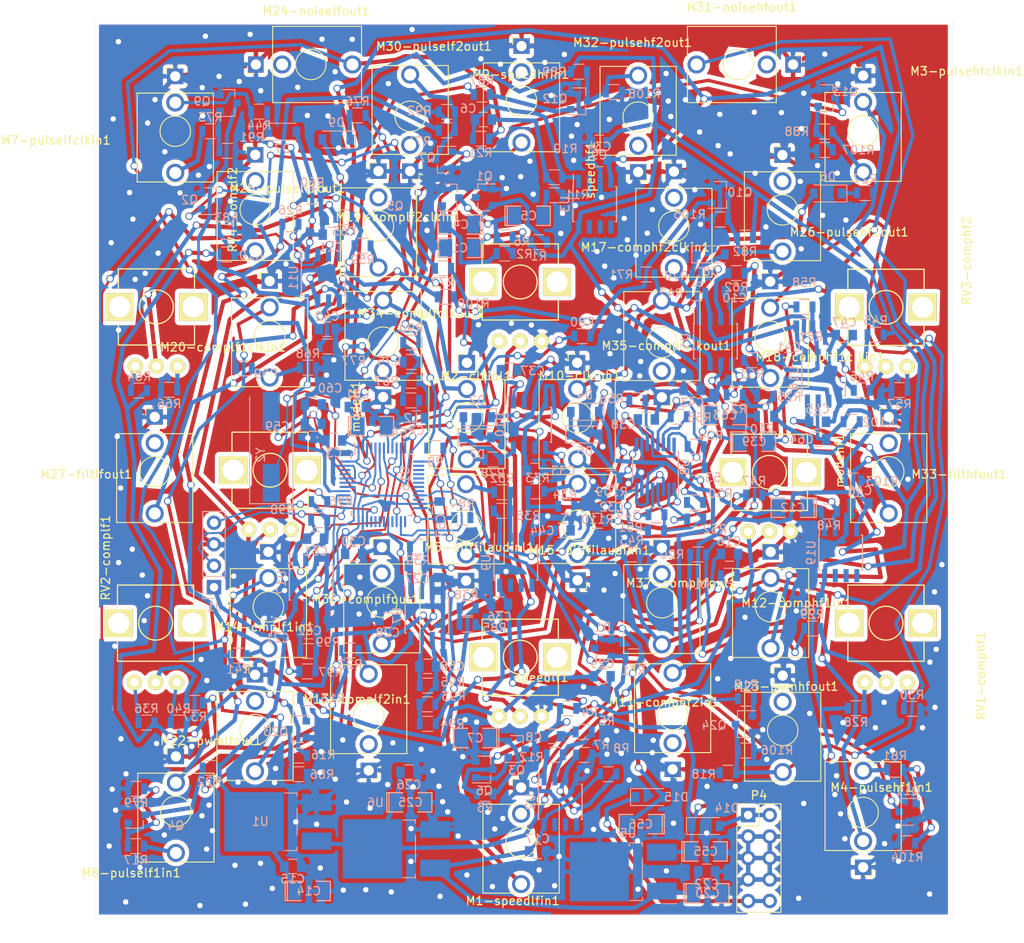
<source format=kicad_pcb>
(kicad_pcb (version 20171130) (host pcbnew 5.0.2+dfsg1-1)
  (title_block (date "15 jun 2016"))
  (layers (0 Front signal) (31 Back signal) (34 B.Paste user) (35 F.Paste user) (36 B.SilkS user) (37 F.SilkS user) (38 B.Mask user) (39 F.Mask user hide) (44 Edge.Cuts user))
  (net 0 "")
  (net 1 +12V)
  (net 2 GND)
  (net 3 /Sheet5AD5ACBA/RESET)
  (net 4 +3V3)
  (net 5 "Net-(C4-Pad2)")
  (net 6 "Net-(C4-Pad1)")
  (net 7 "Net-(C5-Pad1)")
  (net 8 "Net-(C5-Pad2)")
  (net 9 "Net-(C6-Pad2)")
  (net 10 "Net-(C6-Pad1)")
  (net 11 "Net-(C8-Pad2)")
  (net 12 "Net-(C8-Pad1)")
  (net 13 -12VA)
  (net 14 +10V)
  (net 15 NOISEHF_OUT)
  (net 16 "Net-(C16-Pad1)")
  (net 17 +5V)
  (net 18 "Net-(C27-Pad2)")
  (net 19 /Sheet5AD5ACBA/speedlf)
  (net 20 AREF-10)
  (net 21 /Sheet5B6C330B/7490_IN_LOW)
  (net 22 "Net-(C37-Pad2)")
  (net 23 "Net-(C38-Pad2)")
  (net 24 /Sheet5B6C330B/7400_LP)
  (net 25 "Net-(C39-Pad2)")
  (net 26 DIFFAUDOUT)
  (net 27 "Net-(C41-Pad2)")
  (net 28 "Net-(C41-Pad1)")
  (net 29 /Sheet5AD5ACBA/speedhf)
  (net 30 "Net-(C58-Pad2)")
  (net 31 "Net-(C59-Pad2)")
  (net 32 "Net-(C60-Pad2)")
  (net 33 "Net-(C61-Pad2)")
  (net 34 /Sheet5AD5ACBA/modehf)
  (net 35 "Net-(C62-Pad2)")
  (net 36 /Sheet5AD5ACBA/modelf)
  (net 37 "Net-(C63-Pad2)")
  (net 38 /Sheet5B6C330B/7490_BP)
  (net 39 "Net-(C64-Pad1)")
  (net 40 "Net-(C64-Pad2)")
  (net 41 CLK_INH)
  (net 42 CLK_INL)
  (net 43 /Sheet5AD5ACBA/SWCLK)
  (net 44 /Sheet5AD5ACBA/SWDIO)
  (net 45 "Net-(L2-Pad2)")
  (net 46 "Net-(R96-Pad2)")
  (net 47 "Net-(R97-Pad2)")
  (net 48 "Net-(Q1-Pad3)")
  (net 49 PULSELF1_OUT)
  (net 50 "Net-(Q2-Pad1)")
  (net 51 "Net-(Q3-Pad3)")
  (net 52 "Net-(Q3-Pad1)")
  (net 53 /Sheet5AD5ACBA/pulself1_in)
  (net 54 "Net-(Q4-Pad1)")
  (net 55 PULSELF2_OUT)
  (net 56 "Net-(Q7-Pad1)")
  (net 57 /Sheet5AD5ACBA/pulselfclk_in)
  (net 58 "Net-(Q9-Pad1)")
  (net 59 "Net-(Q10-Pad1)")
  (net 60 PULSEHF1_OUT)
  (net 61 /Sheet5AD5ACBA/pulsehf1_in)
  (net 62 "Net-(Q11-Pad1)")
  (net 63 PULSEHF2_OUT)
  (net 64 "Net-(Q12-Pad1)")
  (net 65 "Net-(Q13-Pad1)")
  (net 66 /Sheet5AD5ACBA/pulsehfclk_in)
  (net 67 "Net-(Q23-Pad1)")
  (net 68 PWMLF_OUT)
  (net 69 PWMHF_OUT)
  (net 70 "Net-(Q24-Pad1)")
  (net 71 "Net-(R12-Pad2)")
  (net 72 "Net-(R7-Pad1)")
  (net 73 /Sheet5AD5ACBA/pulself1_out)
  (net 74 /Sheet5AD5ACBA/pwmlf_out)
  (net 75 /Sheet5AD5ACBA/pwmhf_out)
  (net 76 PULSELF1_IN)
  (net 77 "Net-(R20-Pad1)")
  (net 78 COMPHF2_IN)
  (net 79 NOISELF_OUT)
  (net 80 "Net-(R23-Pad1)")
  (net 81 COMPLF2_IN)
  (net 82 COMPLF1_IN)
  (net 83 COMPHF1_IN)
  (net 84 "Net-(R28-Pad2)")
  (net 85 "Net-(R29-Pad1)")
  (net 86 "Net-(R30-Pad2)")
  (net 87 "Net-(R32-Pad1)")
  (net 88 DIFFFILAUD_INL)
  (net 89 "Net-(R33-Pad1)")
  (net 90 DIFFFILAUD_INH)
  (net 91 "Net-(R36-Pad2)")
  (net 92 "Net-(R37-Pad1)")
  (net 93 SPEEDLF_IN)
  (net 94 "Net-(R40-Pad2)")
  (net 95 "Net-(R42-Pad1)")
  (net 96 COMPHF2_CLK_IN)
  (net 97 COMPHF1_CLK_IN)
  (net 98 "Net-(R45-Pad2)")
  (net 99 "Net-(R46-Pad1)")
  (net 100 "Net-(R47-Pad1)")
  (net 101 "Net-(R49-Pad1)")
  (net 102 "Net-(R49-Pad2)")
  (net 103 "Net-(R50-Pad2)")
  (net 104 "Net-(R51-Pad2)")
  (net 105 "Net-(R53-Pad1)")
  (net 106 "Net-(R55-Pad1)")
  (net 107 "Net-(R56-Pad1)")
  (net 108 "Net-(R57-Pad2)")
  (net 109 "Net-(R59-Pad1)")
  (net 110 COMPLF2_CLK_IN)
  (net 111 COMPLF1_CLK_IN)
  (net 112 "Net-(R64-Pad2)")
  (net 113 "Net-(R65-Pad1)")
  (net 114 "Net-(R66-Pad2)")
  (net 115 /Sheet5AD5ACBA/pulself2_out)
  (net 116 PULSELFCLK_IN)
  (net 117 /Sheet5AD5ACBA/pulsehf1_out)
  (net 118 PULSEHF1_IN)
  (net 119 "Net-(R85-Pad2)")
  (net 120 /Sheet5AD5ACBA/pulsehf2_out)
  (net 121 PULSEHFCLK_IN)
  (net 122 SPEEDHF_IN)
  (net 123 "Net-(R94-Pad2)")
  (net 124 FILTLF_OUT)
  (net 125 FILTHF_OUT)
  (net 126 COMPLF_OUT)
  (net 127 COMPLFCLK_OUT)
  (net 128 COMPHFCLK_OUT)
  (net 129 COMPHF_OUT)
  (net 130 "Net-(U16-Pad14)")
  (net 131 "Net-(U16-Pad15)")
  (net 132 "Net-(U16-Pad16)")
  (net 133 "Net-(U16-Pad17)")
  (net 134 "Net-(U16-Pad18)")
  (net 135 "Net-(U16-Pad19)")
  (net 136 "Net-(U16-Pad20)")
  (net 137 "Net-(U16-Pad28)")
  (net 138 "Net-(U16-Pad30)")
  (net 139 "Net-(U16-Pad31)")
  (net 140 "Net-(U16-Pad32)")
  (net 141 "Net-(U16-Pad33)")
  (net 142 "Net-(U16-Pad38)")
  (net 143 "Net-(U16-Pad39)")
  (net 144 "Net-(M9-speedhfin1-Pad2)")
  (net 145 "Net-(M25-pulself1out1-Pad2)")
  (net 146 "Net-(M23-pwmhfout1-Pad2)")
  (net 147 "Net-(M22-pwmlfout1-Pad2)")
  (net 148 "Net-(M19-complf2clkin1-Pad2)")
  (net 149 "Net-(M13-complf2in1-Pad2)")
  (net 150 "Net-(M11-comphf2in1-Pad2)")
  (net 151 "Net-(M17-comphf2clkin1-Pad2)")
  (net 152 "Net-(M34-complfclkout1-Pad2)")
  (net 153 "Net-(M1-speedlfin1-Pad2)")
  (net 154 "Net-(M27-filtlfout1-Pad2)")
  (net 155 "Net-(M26-pulsehf1out1-Pad2)")
  (net 156 "Net-(M37-comphfout1-Pad2)")
  (net 157 "Net-(M36-complfout1-Pad2)")
  (net 158 "Net-(M35-comphfclkout1-Pad2)")
  (net 159 "Net-(M32-pulsehf2out1-Pad2)")
  (net 160 "Net-(M30-pulself2out1-Pad2)")
  (net 161 "Net-(M33-filthfout1-Pad2)")
  (net 162 "Net-(U16-Pad4)")
  (net 163 "Net-(U16-Pad22)")
  (net 164 "Net-(U16-Pad25)")
  (net 165 "Net-(U16-Pad46)")
  (net 166 "Net-(M24-noiselfout1-Pad2)")
  (net 167 "Net-(M31-noisehfout1-Pad2)")
  (net 168 "Net-(C16-Pad2)")
  (net 169 "Net-(D15-Pad1)")
  (net 170 "Net-(D14-Pad2)")
  (net 171 "Net-(U16-Pad45)")
  (net 172 "Net-(C7-Pad1)")
  (net 173 "Net-(D6-Pad2)")
  (net 174 "Net-(D6-Pad1)")
  (net 175 "Net-(D7-Pad2)")
  (net 176 "Net-(D7-Pad1)")
  (net 177 "Net-(D8-Pad1)")
  (net 178 "Net-(D8-Pad2)")
  (net 179 "Net-(D9-Pad1)")
  (net 180 "Net-(D9-Pad2)")
  (net 181 "Net-(R24-Pad1)")
  (net 182 "Net-(R26-Pad1)")
  (net 183 "Net-(R62-Pad1)")
  (net 184 "Net-(R69-Pad1)")
  (net 185 "Net-(D2-Pad2)")
  (net 186 "Net-(D4-Pad2)")
  (net 187 "Net-(C12-Pad1)")
  (net 188 "Net-(R110-Pad2)")
  (module Housings_SOIC:SOIC-8_3.9x4.9mm_Pitch1.27mm (layer Back) (at 104.375 116.45 270)
    (fp_text reference U17 (at 0 3.5 270) (layer B.SilkS) (effects (justify mirror)))
    (fp_text value MCP6002)
    (pad 8 smd rect (at 2.7 1.905 270) (size 1.55 0.6) (layers Back B.Paste B.Mask) (net 4 +3V3))
    (pad 7 smd rect (at 2.7 0.635 270) (size 1.55 0.6) (layers Back B.Paste B.Mask) (net 36 /Sheet5AD5ACBA/modelf))
    (pad 6 smd rect (at 2.7 -0.635 270) (size 1.55 0.6) (layers Back B.Paste B.Mask) (net 35 "Net-(C62-Pad2)"))
    (pad 5 smd rect (at 2.7 -1.905 270) (size 1.55 0.6) (layers Back B.Paste B.Mask) (net 2 GND))
    (pad 4 smd rect (at -2.7 -1.905 270) (size 1.55 0.6) (layers Back B.Paste B.Mask) (net 2 GND))
    (pad 3 smd rect (at -2.7 -0.635 270) (size 1.55 0.6) (layers Back B.Paste B.Mask) (net 2 GND))
    (pad 2 smd rect (at -2.7 0.635 270) (size 1.55 0.6) (layers Back B.Paste B.Mask) (net 33 "Net-(C61-Pad2)"))
    (pad 1 smd rect (at -2.7 1.905 270) (size 1.55 0.6) (layers Back B.Paste B.Mask) (net 34 /Sheet5AD5ACBA/modehf))
  )
  (module Housings_SOIC:SOIC-8_3.9x4.9mm_Pitch1.27mm (layer Back) (at 166.925 112.925 270)
    (fp_text reference U19 (at 0 3.5 270) (layer B.SilkS) (effects (justify mirror)))
    (fp_text value TL082)
    (pad 8 smd rect (at 2.7 1.905 270) (size 1.55 0.6) (layers Back B.Paste B.Mask) (net 1 +12V))
    (pad 7 smd rect (at 2.7 0.635 270) (size 1.55 0.6) (layers Back B.Paste B.Mask))
    (pad 6 smd rect (at 2.7 -0.635 270) (size 1.55 0.6) (layers Back B.Paste B.Mask))
    (pad 5 smd rect (at 2.7 -1.905 270) (size 1.55 0.6) (layers Back B.Paste B.Mask))
    (pad 4 smd rect (at -2.7 -1.905 270) (size 1.55 0.6) (layers Back B.Paste B.Mask) (net 13 -12VA))
    (pad 3 smd rect (at -2.7 -0.635 270) (size 1.55 0.6) (layers Back B.Paste B.Mask) (net 2 GND))
    (pad 2 smd rect (at -2.7 0.635 270) (size 1.55 0.6) (layers Back B.Paste B.Mask) (net 100 "Net-(R47-Pad1)"))
    (pad 1 smd rect (at -2.7 1.905 270) (size 1.55 0.6) (layers Back B.Paste B.Mask) (net 187 "Net-(C12-Pad1)"))
  )
  (module Housings_SOIC:SOIC-8_3.9x4.9mm_Pitch1.27mm (layer Back) (at 164.9 92.3 270)
    (fp_text reference U18 (at 0 3.5 270) (layer B.SilkS) (effects (justify mirror)))
    (fp_text value TL082)
    (pad 8 smd rect (at 2.7 1.905 270) (size 1.55 0.6) (layers Back B.Paste B.Mask) (net 1 +12V))
    (pad 7 smd rect (at 2.7 0.635 270) (size 1.55 0.6) (layers Back B.Paste B.Mask) (net 39 "Net-(C64-Pad1)"))
    (pad 6 smd rect (at 2.7 -0.635 270) (size 1.55 0.6) (layers Back B.Paste B.Mask) (net 40 "Net-(C64-Pad2)"))
    (pad 5 smd rect (at 2.7 -1.905 270) (size 1.55 0.6) (layers Back B.Paste B.Mask) (net 2 GND))
    (pad 4 smd rect (at -2.7 -1.905 270) (size 1.55 0.6) (layers Back B.Paste B.Mask) (net 13 -12VA))
    (pad 3 smd rect (at -2.7 -0.635 270) (size 1.55 0.6) (layers Back B.Paste B.Mask) (net 2 GND))
    (pad 2 smd rect (at -2.7 0.635 270) (size 1.55 0.6) (layers Back B.Paste B.Mask) (net 27 "Net-(C41-Pad2)"))
    (pad 1 smd rect (at -2.7 1.905 270) (size 1.55 0.6) (layers Back B.Paste B.Mask) (net 28 "Net-(C41-Pad1)"))
  )
  (module Housings_SOIC:SOIC-8_3.9x4.9mm_Pitch1.27mm (layer Back) (at 130.175 97.8 270)
    (fp_text reference U10 (at 0 3.5 270) (layer B.SilkS) (effects (justify mirror)))
    (fp_text value maxim_7400)
    (pad 8 smd rect (at 2.7 1.905 270) (size 1.55 0.6) (layers Back B.Paste B.Mask) (net 185 "Net-(D2-Pad2)"))
    (pad 7 smd rect (at 2.7 0.635 270) (size 1.55 0.6) (layers Back B.Paste B.Mask) (net 17 +5V))
    (pad 6 smd rect (at 2.7 -0.635 270) (size 1.55 0.6) (layers Back B.Paste B.Mask) (net 22 "Net-(C37-Pad2)"))
    (pad 5 smd rect (at 2.7 -1.905 270) (size 1.55 0.6) (layers Back B.Paste B.Mask) (net 24 /Sheet5B6C330B/7400_LP))
    (pad 4 smd rect (at -2.7 -1.905 270) (size 1.55 0.6) (layers Back B.Paste B.Mask) (net 17 +5V))
    (pad 3 smd rect (at -2.7 -0.635 270) (size 1.55 0.6) (layers Back B.Paste B.Mask) (net 2 GND))
    (pad 2 smd rect (at -2.7 0.635 270) (size 1.55 0.6) (layers Back B.Paste B.Mask) (net 21 /Sheet5B6C330B/7490_IN_LOW))
    (pad 1 smd rect (at -2.7 1.905 270) (size 1.55 0.6) (layers Back B.Paste B.Mask) (net 22 "Net-(C37-Pad2)"))
  )
  (module Housings_SOIC:SOIC-8_3.9x4.9mm_Pitch1.27mm (layer Back) (at 105.8 80.45 270)
    (fp_text reference U11 (at 0 3.5 270) (layer B.SilkS) (effects (justify mirror)))
    (fp_text value TL082)
    (pad 8 smd rect (at 2.7 1.905 270) (size 1.55 0.6) (layers Back B.Paste B.Mask) (net 1 +12V))
    (pad 7 smd rect (at 2.7 0.635 270) (size 1.55 0.6) (layers Back B.Paste B.Mask) (net 180 "Net-(D9-Pad2)"))
    (pad 6 smd rect (at 2.7 -0.635 270) (size 1.55 0.6) (layers Back B.Paste B.Mask) (net 109 "Net-(R59-Pad1)"))
    (pad 5 smd rect (at 2.7 -1.905 270) (size 1.55 0.6) (layers Back B.Paste B.Mask) (net 184 "Net-(R69-Pad1)"))
    (pad 4 smd rect (at -2.7 -1.905 270) (size 1.55 0.6) (layers Back B.Paste B.Mask) (net 13 -12VA))
    (pad 3 smd rect (at -2.7 -0.635 270) (size 1.55 0.6) (layers Back B.Paste B.Mask) (net 182 "Net-(R26-Pad1)"))
    (pad 2 smd rect (at -2.7 0.635 270) (size 1.55 0.6) (layers Back B.Paste B.Mask) (net 80 "Net-(R23-Pad1)"))
    (pad 1 smd rect (at -2.7 1.905 270) (size 1.55 0.6) (layers Back B.Paste B.Mask) (net 175 "Net-(D7-Pad2)"))
  )
  (module Housings_SOIC:SOIC-8_3.9x4.9mm_Pitch1.27mm (layer Back) (at 118.05 120.35 270)
    (fp_text reference U7 (at 0 3.5 270) (layer B.SilkS) (effects (justify mirror)))
    (fp_text value MCP6002)
    (pad 8 smd rect (at 2.7 1.905 270) (size 1.55 0.6) (layers Back B.Paste B.Mask) (net 4 +3V3))
    (pad 7 smd rect (at 2.7 0.635 270) (size 1.55 0.6) (layers Back B.Paste B.Mask) (net 29 /Sheet5AD5ACBA/speedhf))
    (pad 6 smd rect (at 2.7 -0.635 270) (size 1.55 0.6) (layers Back B.Paste B.Mask) (net 30 "Net-(C58-Pad2)"))
    (pad 5 smd rect (at 2.7 -1.905 270) (size 1.55 0.6) (layers Back B.Paste B.Mask) (net 2 GND))
    (pad 4 smd rect (at -2.7 -1.905 270) (size 1.55 0.6) (layers Back B.Paste B.Mask) (net 2 GND))
    (pad 3 smd rect (at -2.7 -0.635 270) (size 1.55 0.6) (layers Back B.Paste B.Mask) (net 2 GND))
    (pad 2 smd rect (at -2.7 0.635 270) (size 1.55 0.6) (layers Back B.Paste B.Mask) (net 18 "Net-(C27-Pad2)"))
    (pad 1 smd rect (at -2.7 1.905 270) (size 1.55 0.6) (layers Back B.Paste B.Mask) (net 19 /Sheet5AD5ACBA/speedlf))
  )
  (module Housings_SOIC:SOIC-8_3.9x4.9mm_Pitch1.27mm (layer Back) (at 128.55 114.075 270)
    (fp_text reference U9 (at 0 3.5 270) (layer B.SilkS) (effects (justify mirror)))
    (fp_text value TL082)
    (pad 8 smd rect (at 2.7 1.905 270) (size 1.55 0.6) (layers Back B.Paste B.Mask) (net 1 +12V))
    (pad 7 smd rect (at 2.7 0.635 270) (size 1.55 0.6) (layers Back B.Paste B.Mask))
    (pad 6 smd rect (at 2.7 -0.635 270) (size 1.55 0.6) (layers Back B.Paste B.Mask))
    (pad 5 smd rect (at 2.7 -1.905 270) (size 1.55 0.6) (layers Back B.Paste B.Mask))
    (pad 4 smd rect (at -2.7 -1.905 270) (size 1.55 0.6) (layers Back B.Paste B.Mask) (net 13 -12VA))
    (pad 3 smd rect (at -2.7 -0.635 270) (size 1.55 0.6) (layers Back B.Paste B.Mask) (net 89 "Net-(R33-Pad1)"))
    (pad 2 smd rect (at -2.7 0.635 270) (size 1.55 0.6) (layers Back B.Paste B.Mask) (net 87 "Net-(R32-Pad1)"))
    (pad 1 smd rect (at -2.7 1.905 270) (size 1.55 0.6) (layers Back B.Paste B.Mask) (net 188 "Net-(R110-Pad2)"))
  )
  (module Housings_SOIC:SOIC-8_3.9x4.9mm_Pitch1.27mm (layer Back) (at 152.135 87.925 270)
    (fp_text reference U4 (at 0 3.5 270) (layer B.SilkS) (effects (justify mirror)))
    (fp_text value TL082)
    (pad 8 smd rect (at 2.7 1.905 270) (size 1.55 0.6) (layers Back B.Paste B.Mask) (net 1 +12V))
    (pad 7 smd rect (at 2.7 0.635 270) (size 1.55 0.6) (layers Back B.Paste B.Mask) (net 173 "Net-(D6-Pad2)"))
    (pad 6 smd rect (at 2.7 -0.635 270) (size 1.55 0.6) (layers Back B.Paste B.Mask) (net 77 "Net-(R20-Pad1)"))
    (pad 5 smd rect (at 2.7 -1.905 270) (size 1.55 0.6) (layers Back B.Paste B.Mask) (net 181 "Net-(R24-Pad1)"))
    (pad 4 smd rect (at -2.7 -1.905 270) (size 1.55 0.6) (layers Back B.Paste B.Mask) (net 13 -12VA))
    (pad 3 smd rect (at -2.7 -0.635 270) (size 1.55 0.6) (layers Back B.Paste B.Mask) (net 183 "Net-(R62-Pad1)"))
    (pad 2 smd rect (at -2.7 0.635 270) (size 1.55 0.6) (layers Back B.Paste B.Mask) (net 95 "Net-(R42-Pad1)"))
    (pad 1 smd rect (at -2.7 1.905 270) (size 1.55 0.6) (layers Back B.Paste B.Mask) (net 178 "Net-(D8-Pad2)"))
  )
  (module Housings_SOIC:SOIC-8_3.9x4.9mm_Pitch1.27mm (layer Back) (at 137.875 71.725 270)
    (fp_text reference U3 (at 0 3.5 270) (layer B.SilkS) (effects (justify mirror)))
    (fp_text value TL082)
    (pad 8 smd rect (at 2.7 1.905 270) (size 1.55 0.6) (layers Back B.Paste B.Mask) (net 1 +12V))
    (pad 7 smd rect (at 2.7 0.635 270) (size 1.55 0.6) (layers Back B.Paste B.Mask))
    (pad 6 smd rect (at 2.7 -0.635 270) (size 1.55 0.6) (layers Back B.Paste B.Mask))
    (pad 5 smd rect (at 2.7 -1.905 270) (size 1.55 0.6) (layers Back B.Paste B.Mask))
    (pad 4 smd rect (at -2.7 -1.905 270) (size 1.55 0.6) (layers Back B.Paste B.Mask) (net 13 -12VA))
    (pad 3 smd rect (at -2.7 -0.635 270) (size 1.55 0.6) (layers Back B.Paste B.Mask) (net 2 GND))
    (pad 2 smd rect (at -2.7 0.635 270) (size 1.55 0.6) (layers Back B.Paste B.Mask) (net 9 "Net-(C6-Pad2)"))
    (pad 1 smd rect (at -2.7 1.905 270) (size 1.55 0.6) (layers Back B.Paste B.Mask) (net 10 "Net-(C6-Pad1)"))
  )
  (module Housings_SOIC:SOIC-8_3.9x4.9mm_Pitch1.27mm (layer Back) (at 133.8 142.35 270)
    (fp_text reference U2 (at 0 3.5 270) (layer B.SilkS) (effects (justify mirror)))
    (fp_text value max4392)
    (pad 8 smd rect (at 2.7 1.905 270) (size 1.55 0.6) (layers Back B.Paste B.Mask) (net 14 +10V))
    (pad 7 smd rect (at 2.7 0.635 270) (size 1.55 0.6) (layers Back B.Paste B.Mask))
    (pad 6 smd rect (at 2.7 -0.635 270) (size 1.55 0.6) (layers Back B.Paste B.Mask))
    (pad 5 smd rect (at 2.7 -1.905 270) (size 1.55 0.6) (layers Back B.Paste B.Mask))
    (pad 4 smd rect (at -2.7 -1.905 270) (size 1.55 0.6) (layers Back B.Paste B.Mask) (net 2 GND))
    (pad 3 smd rect (at -2.7 -0.635 270) (size 1.55 0.6) (layers Back B.Paste B.Mask) (net 72 "Net-(R7-Pad1)"))
    (pad 2 smd rect (at -2.7 0.635 270) (size 1.55 0.6) (layers Back B.Paste B.Mask) (net 71 "Net-(R12-Pad2)"))
    (pad 1 smd rect (at -2.7 1.905 270) (size 1.55 0.6) (layers Back B.Paste B.Mask) (net 16 "Net-(C16-Pad1)"))
  )
  (module SMD_Packages:SMD-1206_Pol (layer Back) (at 123.76 134.82 180)
    (fp_text reference C7 (at 0 0 180) (layer B.SilkS) (effects (justify mirror)))
    (fp_text value "1UF 25V")
    (pad 2 smd rect (at 1.651 0 180) (size 1.524 2.032) (layers Back B.Paste B.Mask) (net 2 GND))
    (pad 1 smd rect (at -1.651 0 180) (size 1.524 2.032) (layers Back B.Paste B.Mask) (net 172 "Net-(C7-Pad1)"))
  )
  (module Capacitors_SMD:C_0805 (layer Back) (at 154.34 82.02 180)
    (fp_text reference C10 (at -0.06 -0.79 180) (layer B.SilkS) (effects (justify mirror)))
    (fp_text value 100N)
    (pad 2 smd rect (at 1 0 180) (size 1 1.25) (layers Back B.Paste B.Mask) (net 13 -12VA))
    (pad 1 smd rect (at -1 0 180) (size 1 1.25) (layers Back B.Paste B.Mask) (net 2 GND))
  )
  (module Capacitors_SMD:C_0805 (layer Back) (at 106.74 75.33)
    (fp_text reference C11 (at 0 1.5) (layer B.SilkS) (effects (justify mirror)))
    (fp_text value 100N)
    (pad 1 smd rect (at -1 0) (size 1 1.25) (layers Back B.Paste B.Mask) (net 2 GND))
    (pad 2 smd rect (at 1 0) (size 1 1.25) (layers Back B.Paste B.Mask) (net 13 -12VA))
  )
  (module Capacitors_SMD:C_0805 (layer Back) (at 138.375 66.45 180)
    (fp_text reference C34 (at 0 1.5 180) (layer B.SilkS) (effects (justify mirror)))
    (fp_text value 100N)
    (pad 1 smd rect (at -1 0 180) (size 1 1.25) (layers Back B.Paste B.Mask) (net 13 -12VA))
    (pad 2 smd rect (at 1 0 180) (size 1 1.25) (layers Back B.Paste B.Mask) (net 2 GND))
  )
  (module Capacitors_SMD:C_0805 (layer Back) (at 126.625 119)
    (fp_text reference C36 (at 0 1.5) (layer B.SilkS) (effects (justify mirror)))
    (fp_text value 100N)
    (pad 2 smd rect (at 1 0) (size 1 1.25) (layers Back B.Paste B.Mask) (net 1 +12V))
    (pad 1 smd rect (at -1 0) (size 1 1.25) (layers Back B.Paste B.Mask) (net 2 GND))
  )
  (module Capacitors_SMD:C_0805 (layer Back) (at 134.025 110.275)
    (fp_text reference C44 (at -2.345 0.045) (layer B.SilkS) (effects (justify mirror)))
    (fp_text value 100N)
    (pad 1 smd rect (at -1 0) (size 1 1.25) (layers Back B.Paste B.Mask) (net 13 -12VA))
    (pad 2 smd rect (at 1 0) (size 1 1.25) (layers Back B.Paste B.Mask) (net 2 GND))
  )
  (module Capacitors_SMD:C_0805 (layer Back) (at 167.35 87.2 180)
    (fp_text reference C47 (at 0 1.5 180) (layer B.SilkS) (effects (justify mirror)))
    (fp_text value 100N)
    (pad 2 smd rect (at 1 0 180) (size 1 1.25) (layers Back B.Paste B.Mask) (net 2 GND))
    (pad 1 smd rect (at -1 0 180) (size 1 1.25) (layers Back B.Paste B.Mask) (net 13 -12VA))
  )
  (module Capacitors_SMD:C_0805 (layer Back) (at 169.2 107.1 180)
    (fp_text reference C46 (at 0 1.5 180) (layer B.SilkS) (effects (justify mirror)))
    (fp_text value 100N)
    (pad 1 smd rect (at -1 0 180) (size 1 1.25) (layers Back B.Paste B.Mask) (net 13 -12VA))
    (pad 2 smd rect (at 1 0 180) (size 1 1.25) (layers Back B.Paste B.Mask) (net 2 GND))
  )
  (module Capacitors_SMD:C_0805 (layer Back) (at 138.4 64.425)
    (fp_text reference C9 (at 0 1.5) (layer B.SilkS) (effects (justify mirror)))
    (fp_text value 100N)
    (pad 2 smd rect (at 1 0) (size 1 1.25) (layers Back B.Paste B.Mask) (net 1 +12V))
    (pad 1 smd rect (at -1 0) (size 1 1.25) (layers Back B.Paste B.Mask) (net 2 GND))
  )
  (module Capacitors_SMD:C_0805 (layer Back) (at 164.2 97.45 180)
    (fp_text reference C45 (at 0 1.5 180) (layer B.SilkS) (effects (justify mirror)))
    (fp_text value 100N)
    (pad 1 smd rect (at -1 0 180) (size 1 1.25) (layers Back B.Paste B.Mask) (net 2 GND))
    (pad 2 smd rect (at 1 0 180) (size 1 1.25) (layers Back B.Paste B.Mask) (net 1 +12V))
  )
  (module Capacitors_SMD:C_0805 (layer Back) (at 100.4 121.51)
    (fp_text reference C21 (at 0 1.5) (layer B.SilkS) (effects (justify mirror)))
    (fp_text value 100N)
    (pad 1 smd rect (at -1 0) (size 1 1.25) (layers Back B.Paste B.Mask) (net 2 GND))
    (pad 2 smd rect (at 1 0) (size 1 1.25) (layers Back B.Paste B.Mask) (net 4 +3V3))
  )
  (module new_kicad:Potentiometer_Alps-RK09 (layer Front) (at 99.525 103.175 90)
    (fp_text reference modelf1 (at 7.5 10.1 270) (layer F.SilkS))
    (fp_text value 10K)
    (pad 5 thru_hole rect (at 0 4.35) (size 3.3 3.3) (drill 2.5) (layers *.Cu *.Mask F.SilkS))
    (pad 4 thru_hole rect (at 0 -4.35) (size 3.3 3.3) (drill 2.5) (layers *.Cu *.Mask F.SilkS))
    (pad 3 thru_hole circle (at -7 2.5) (size 1.8 1.8) (drill 1) (layers *.Cu *.Mask F.SilkS) (net 2 GND))
    (pad 2 thru_hole circle (at -7 0) (size 1.8 1.8) (drill 1) (layers *.Cu *.Mask F.SilkS) (net 47 "Net-(R97-Pad2)"))
    (pad 1 thru_hole circle (at -7 -2.5) (size 1.8 1.8) (drill 1) (layers *.Cu *.Mask F.SilkS) (net 20 AREF-10))
  )
  (module Connector_Audio:Jack_3.5mm_QingPu_WQP-PJ398SM_Vertical_CircularHoles (layer Front) (at 154.85 55.225 270)
    (fp_text reference M31-noisehfout1 (at -6.775 -0.37 180) (layer F.SilkS))
    (fp_text value AUDIO-JACKERTHENVAR)
    (pad 3 thru_hole circle (at 0 4.95 90) (size 2.13 2.13) (drill 1.43) (layers *.Cu *.Mask) (net 15 NOISEHF_OUT))
    (pad 1 thru_hole rect (at 0 -6.45 90) (size 1.93 1.83) (drill 1.22) (layers *.Cu *.Mask) (net 2 GND))
    (pad 2 thru_hole circle (at 0 -3.35 90) (size 2.13 2.13) (drill 1.42) (layers *.Cu *.Mask) (net 167 "Net-(M31-noisehfout1-Pad2)"))
  )
  (module new_kicad:Potentiometer_Alps-RK09 (layer Front) (at 158.5 103.425 90)
    (fp_text reference modehf1 (at 1.4 8.3 270) (layer F.SilkS))
    (fp_text value 10K)
    (pad 5 thru_hole rect (at 0 4.35) (size 3.3 3.3) (drill 2.5) (layers *.Cu *.Mask F.SilkS))
    (pad 4 thru_hole rect (at 0 -4.35) (size 3.3 3.3) (drill 2.5) (layers *.Cu *.Mask F.SilkS))
    (pad 3 thru_hole circle (at -7 2.5) (size 1.8 1.8) (drill 1) (layers *.Cu *.Mask F.SilkS) (net 2 GND))
    (pad 2 thru_hole circle (at -7 0) (size 1.8 1.8) (drill 1) (layers *.Cu *.Mask F.SilkS) (net 46 "Net-(R96-Pad2)"))
    (pad 1 thru_hole circle (at -7 -2.5) (size 1.8 1.8) (drill 1) (layers *.Cu *.Mask F.SilkS) (net 20 AREF-10))
  )
  (module new_kicad:Potentiometer_Alps-RK09 (layer Front) (at 172.275 121.25 90)
    (fp_text reference RV1-comphf1 (at -6.23 11.215 270) (layer F.SilkS))
    (fp_text value 10K)
    (pad 5 thru_hole rect (at 0 4.35) (size 3.3 3.3) (drill 2.5) (layers *.Cu *.Mask F.SilkS))
    (pad 4 thru_hole rect (at 0 -4.35) (size 3.3 3.3) (drill 2.5) (layers *.Cu *.Mask F.SilkS))
    (pad 3 thru_hole circle (at -7 2.5) (size 1.8 1.8) (drill 1) (layers *.Cu *.Mask F.SilkS) (net 86 "Net-(R30-Pad2)"))
    (pad 2 thru_hole circle (at -7 0) (size 1.8 1.8) (drill 1) (layers *.Cu *.Mask F.SilkS) (net 85 "Net-(R29-Pad1)"))
    (pad 1 thru_hole circle (at -7 -2.5) (size 1.8 1.8) (drill 1) (layers *.Cu *.Mask F.SilkS) (net 84 "Net-(R28-Pad2)"))
  )
  (module new_kicad:Potentiometer_Alps-RK09 (layer Front) (at 86 121.25 90)
    (fp_text reference RV2-complf1 (at 7.725 -5.9 270) (layer F.SilkS))
    (fp_text value 10K)
    (pad 5 thru_hole rect (at 0 4.35) (size 3.3 3.3) (drill 2.5) (layers *.Cu *.Mask F.SilkS))
    (pad 4 thru_hole rect (at 0 -4.35) (size 3.3 3.3) (drill 2.5) (layers *.Cu *.Mask F.SilkS))
    (pad 3 thru_hole circle (at -7 2.5) (size 1.8 1.8) (drill 1) (layers *.Cu *.Mask F.SilkS) (net 94 "Net-(R40-Pad2)"))
    (pad 2 thru_hole circle (at -7 0) (size 1.8 1.8) (drill 1) (layers *.Cu *.Mask F.SilkS) (net 92 "Net-(R37-Pad1)"))
    (pad 1 thru_hole circle (at -7 -2.5) (size 1.8 1.8) (drill 1) (layers *.Cu *.Mask F.SilkS) (net 91 "Net-(R36-Pad2)"))
  )
  (module new_kicad:Potentiometer_Alps-RK09 (layer Front) (at 172.275 83.925 90)
    (fp_text reference RV3-comphf2 (at 5.515 9.525 270) (layer F.SilkS))
    (fp_text value 10K)
    (pad 5 thru_hole rect (at 0 4.35) (size 3.3 3.3) (drill 2.5) (layers *.Cu *.Mask F.SilkS))
    (pad 4 thru_hole rect (at 0 -4.35) (size 3.3 3.3) (drill 2.5) (layers *.Cu *.Mask F.SilkS))
    (pad 3 thru_hole circle (at -7 2.5) (size 1.8 1.8) (drill 1) (layers *.Cu *.Mask F.SilkS) (net 108 "Net-(R57-Pad2)"))
    (pad 2 thru_hole circle (at -7 0) (size 1.8 1.8) (drill 1) (layers *.Cu *.Mask F.SilkS) (net 99 "Net-(R46-Pad1)"))
    (pad 1 thru_hole circle (at -7 -2.5) (size 1.8 1.8) (drill 1) (layers *.Cu *.Mask F.SilkS) (net 98 "Net-(R45-Pad2)"))
  )
  (module new_kicad:Potentiometer_Alps-RK09 (layer Front) (at 86.1 83.875 90)
    (fp_text reference RV4-complf2 (at 11.5 9 270) (layer F.SilkS))
    (fp_text value 10K)
    (pad 5 thru_hole rect (at 0 4.35) (size 3.3 3.3) (drill 2.5) (layers *.Cu *.Mask F.SilkS))
    (pad 4 thru_hole rect (at 0 -4.35) (size 3.3 3.3) (drill 2.5) (layers *.Cu *.Mask F.SilkS))
    (pad 3 thru_hole circle (at -7 2.5) (size 1.8 1.8) (drill 1) (layers *.Cu *.Mask F.SilkS) (net 114 "Net-(R66-Pad2)"))
    (pad 2 thru_hole circle (at -7 0) (size 1.8 1.8) (drill 1) (layers *.Cu *.Mask F.SilkS) (net 113 "Net-(R65-Pad1)"))
    (pad 1 thru_hole circle (at -7 -2.5) (size 1.8 1.8) (drill 1) (layers *.Cu *.Mask F.SilkS) (net 112 "Net-(R64-Pad2)"))
  )
  (module new_kicad:Potentiometer_Alps-RK09 (layer Front) (at 129.075 80.925 90)
    (fp_text reference speedhf1 (at 13.2 8.3 270) (layer F.SilkS))
    (fp_text value 10K)
    (pad 5 thru_hole rect (at 0 4.35) (size 3.3 3.3) (drill 2.5) (layers *.Cu *.Mask F.SilkS))
    (pad 4 thru_hole rect (at 0 -4.35) (size 3.3 3.3) (drill 2.5) (layers *.Cu *.Mask F.SilkS))
    (pad 3 thru_hole circle (at -7 2.5) (size 1.8 1.8) (drill 1) (layers *.Cu *.Mask F.SilkS) (net 2 GND))
    (pad 2 thru_hole circle (at -7 0) (size 1.8 1.8) (drill 1) (layers *.Cu *.Mask F.SilkS) (net 123 "Net-(R94-Pad2)"))
    (pad 1 thru_hole circle (at -7 -2.5) (size 1.8 1.8) (drill 1) (layers *.Cu *.Mask F.SilkS) (net 20 AREF-10))
  )
  (module new_kicad:Potentiometer_Alps-RK09 (layer Front) (at 129.075 125.275 90)
    (fp_text reference speedlf1 (at -2.4 2.5) (layer F.SilkS))
    (fp_text value 10K)
    (pad 5 thru_hole rect (at 0 4.35) (size 3.3 3.3) (drill 2.5) (layers *.Cu *.Mask F.SilkS))
    (pad 4 thru_hole rect (at 0 -4.35) (size 3.3 3.3) (drill 2.5) (layers *.Cu *.Mask F.SilkS))
    (pad 3 thru_hole circle (at -7 2.5) (size 1.8 1.8) (drill 1) (layers *.Cu *.Mask F.SilkS) (net 2 GND))
    (pad 2 thru_hole circle (at -7 0) (size 1.8 1.8) (drill 1) (layers *.Cu *.Mask F.SilkS) (net 119 "Net-(R85-Pad2)"))
    (pad 1 thru_hole circle (at -7 -2.5) (size 1.8 1.8) (drill 1) (layers *.Cu *.Mask F.SilkS) (net 20 AREF-10))
  )
  (module Connector_Audio:Jack_3.5mm_QingPu_WQP-PJ398SM_Vertical_CircularHoles (layer Front) (at 172.6 103.325)
    (fp_text reference M33-filthfout1 (at 8.3 0.325 180) (layer F.SilkS))
    (fp_text value AUDIO-JACKERTHENVAR)
    (pad 3 thru_hole circle (at 0 4.95 180) (size 2.13 2.13) (drill 1.43) (layers *.Cu *.Mask) (net 125 FILTHF_OUT))
    (pad 1 thru_hole rect (at 0 -6.45 180) (size 1.93 1.83) (drill 1.22) (layers *.Cu *.Mask) (net 2 GND))
    (pad 2 thru_hole circle (at 0 -3.35 180) (size 2.13 2.13) (drill 1.42) (layers *.Cu *.Mask) (net 161 "Net-(M33-filthfout1-Pad2)"))
  )
  (module Connector_Audio:Jack_3.5mm_QingPu_WQP-PJ398SM_Vertical_CircularHoles (layer Front) (at 169.575 63)
    (fp_text reference M3-pulsehfclkin1 (at 12.225 -6.99 180) (layer F.SilkS))
    (fp_text value AUDIO-JACKERTHENVAR)
    (pad 3 thru_hole circle (at 0 4.95 180) (size 2.13 2.13) (drill 1.43) (layers *.Cu *.Mask) (net 121 PULSEHFCLK_IN))
    (pad 1 thru_hole rect (at 0 -6.45 180) (size 1.93 1.83) (drill 1.22) (layers *.Cu *.Mask) (net 2 GND))
    (pad 2 thru_hole circle (at 0 -3.35 180) (size 2.13 2.13) (drill 1.42) (layers *.Cu *.Mask) (net 129 COMPHF_OUT))
  )
  (module Connector_Audio:Jack_3.5mm_QingPu_WQP-PJ398SM_Vertical_CircularHoles (layer Front) (at 116.075 61.375 180)
    (fp_text reference M30-pulself2out1 (at -2.8 8.3) (layer F.SilkS))
    (fp_text value AUDIO-JACKERTHENVAR)
    (pad 3 thru_hole circle (at 0 4.95) (size 2.13 2.13) (drill 1.43) (layers *.Cu *.Mask) (net 55 PULSELF2_OUT))
    (pad 1 thru_hole rect (at 0 -6.45) (size 1.93 1.83) (drill 1.22) (layers *.Cu *.Mask) (net 2 GND))
    (pad 2 thru_hole circle (at 0 -3.35) (size 2.13 2.13) (drill 1.42) (layers *.Cu *.Mask) (net 160 "Net-(M30-pulself2out1-Pad2)"))
  )
  (module Connector_Audio:Jack_3.5mm_QingPu_WQP-PJ398SM_Vertical_CircularHoles (layer Front) (at 99.475 87.275)
    (fp_text reference M20-complf1clkin1 (at -5.505 1.355 180) (layer F.SilkS))
    (fp_text value AUDIO-JACKERTHENVAR)
    (pad 3 thru_hole circle (at 0 4.95 180) (size 2.13 2.13) (drill 1.43) (layers *.Cu *.Mask) (net 111 COMPLF1_CLK_IN))
    (pad 1 thru_hole rect (at 0 -6.45 180) (size 1.93 1.83) (drill 1.22) (layers *.Cu *.Mask) (net 2 GND))
    (pad 2 thru_hole circle (at 0 -3.35 180) (size 2.13 2.13) (drill 1.42) (layers *.Cu *.Mask) (net 68 PWMLF_OUT))
  )
  (module Connector_Audio:Jack_3.5mm_QingPu_WQP-PJ398SM_Vertical_CircularHoles (layer Front) (at 143 61.475 180)
    (fp_text reference M32-pulsehf2out1 (at 0.67 8.845) (layer F.SilkS))
    (fp_text value AUDIO-JACKERTHENVAR)
    (pad 3 thru_hole circle (at 0 4.95) (size 2.13 2.13) (drill 1.43) (layers *.Cu *.Mask) (net 63 PULSEHF2_OUT))
    (pad 1 thru_hole rect (at 0 -6.45) (size 1.93 1.83) (drill 1.22) (layers *.Cu *.Mask) (net 2 GND))
    (pad 2 thru_hole circle (at 0 -3.35) (size 2.13 2.13) (drill 1.42) (layers *.Cu *.Mask) (net 159 "Net-(M32-pulsehf2out1-Pad2)"))
  )
  (module Connector_Audio:Jack_3.5mm_QingPu_WQP-PJ398SM_Vertical_CircularHoles (layer Front) (at 145.8 88.1 180)
    (fp_text reference M35-comphfclkout1 (at -0.53 -0.36) (layer F.SilkS))
    (fp_text value AUDIO-JACKERTHENVAR)
    (pad 3 thru_hole circle (at 0 4.95) (size 2.13 2.13) (drill 1.43) (layers *.Cu *.Mask) (net 128 COMPHFCLK_OUT))
    (pad 1 thru_hole rect (at 0 -6.45) (size 1.93 1.83) (drill 1.22) (layers *.Cu *.Mask) (net 2 GND))
    (pad 2 thru_hole circle (at 0 -3.35) (size 2.13 2.13) (drill 1.42) (layers *.Cu *.Mask) (net 158 "Net-(M35-comphfclkout1-Pad2)"))
  )
  (module Connector_Audio:Jack_3.5mm_QingPu_WQP-PJ398SM_Vertical_CircularHoles (layer Front) (at 112.725 118.725)
    (fp_text reference M36-complfout1 (at -1.955 -0.315 180) (layer F.SilkS))
    (fp_text value AUDIO-JACKERTHENVAR)
    (pad 3 thru_hole circle (at 0 4.95 180) (size 2.13 2.13) (drill 1.43) (layers *.Cu *.Mask) (net 126 COMPLF_OUT))
    (pad 1 thru_hole rect (at 0 -6.45 180) (size 1.93 1.83) (drill 1.22) (layers *.Cu *.Mask) (net 2 GND))
    (pad 2 thru_hole circle (at 0 -3.35 180) (size 2.13 2.13) (drill 1.42) (layers *.Cu *.Mask) (net 157 "Net-(M36-complfout1-Pad2)"))
  )
  (module Connector_Audio:Jack_3.5mm_QingPu_WQP-PJ398SM_Vertical_CircularHoles (layer Front) (at 145.8 118.8)
    (fp_text reference M37-comphfout1 (at 2.3 -2.3 180) (layer F.SilkS))
    (fp_text value AUDIO-JACKERTHENVAR)
    (pad 3 thru_hole circle (at 0 4.95 180) (size 2.13 2.13) (drill 1.43) (layers *.Cu *.Mask) (net 129 COMPHF_OUT))
    (pad 1 thru_hole rect (at 0 -6.45 180) (size 1.93 1.83) (drill 1.22) (layers *.Cu *.Mask) (net 2 GND))
    (pad 2 thru_hole circle (at 0 -3.35 180) (size 2.13 2.13) (drill 1.42) (layers *.Cu *.Mask) (net 156 "Net-(M37-comphfout1-Pad2)"))
  )
  (module Connector_Audio:Jack_3.5mm_QingPu_WQP-PJ398SM_Vertical_CircularHoles (layer Front) (at 122.675 109.775 180)
    (fp_text reference M5-difffilaudinl1 (at -1.545 -2.495) (layer F.SilkS))
    (fp_text value AUDIO-JACKERTHENVAR)
    (pad 3 thru_hole circle (at 0 4.95) (size 2.13 2.13) (drill 1.43) (layers *.Cu *.Mask) (net 88 DIFFFILAUD_INL))
    (pad 1 thru_hole rect (at 0 -6.45) (size 1.93 1.83) (drill 1.22) (layers *.Cu *.Mask) (net 2 GND))
    (pad 2 thru_hole circle (at 0 -3.35) (size 2.13 2.13) (drill 1.42) (layers *.Cu *.Mask) (net 126 COMPLF_OUT))
  )
  (module Connector_Audio:Jack_3.5mm_QingPu_WQP-PJ398SM_Vertical_CircularHoles (layer Front) (at 88.325 63.075)
    (fp_text reference M7-pulselfclkin1 (at -14.1 1.1 180) (layer F.SilkS))
    (fp_text value AUDIO-JACKERTHENVAR)
    (pad 3 thru_hole circle (at 0 4.95 180) (size 2.13 2.13) (drill 1.43) (layers *.Cu *.Mask) (net 116 PULSELFCLK_IN))
    (pad 1 thru_hole rect (at 0 -6.45 180) (size 1.93 1.83) (drill 1.22) (layers *.Cu *.Mask) (net 2 GND))
    (pad 2 thru_hole circle (at 0 -3.35 180) (size 2.13 2.13) (drill 1.42) (layers *.Cu *.Mask) (net 126 COMPLF_OUT))
  )
  (module Connector_Audio:Jack_3.5mm_QingPu_WQP-PJ398SM_Vertical_CircularHoles (layer Front) (at 160.05 72.375)
    (fp_text reference M26-pulsehf1out1 (at 7.88 2.655 180) (layer F.SilkS))
    (fp_text value AUDIO-JACKERTHENVAR)
    (pad 3 thru_hole circle (at 0 4.95 180) (size 2.13 2.13) (drill 1.43) (layers *.Cu *.Mask) (net 60 PULSEHF1_OUT))
    (pad 1 thru_hole rect (at 0 -6.45 180) (size 1.93 1.83) (drill 1.22) (layers *.Cu *.Mask) (net 2 GND))
    (pad 2 thru_hole circle (at 0 -3.35 180) (size 2.13 2.13) (drill 1.42) (layers *.Cu *.Mask) (net 155 "Net-(M26-pulsehf1out1-Pad2)"))
  )
  (module Connector_Audio:Jack_3.5mm_QingPu_WQP-PJ398SM_Vertical_CircularHoles (layer Front) (at 85.9 103.325)
    (fp_text reference M27-filtlfout1 (at -8.1 0.325 180) (layer F.SilkS))
    (fp_text value AUDIO-JACKERTHENVAR)
    (pad 3 thru_hole circle (at 0 4.95 180) (size 2.13 2.13) (drill 1.43) (layers *.Cu *.Mask) (net 124 FILTLF_OUT))
    (pad 1 thru_hole rect (at 0 -6.45 180) (size 1.93 1.83) (drill 1.22) (layers *.Cu *.Mask) (net 2 GND))
    (pad 2 thru_hole circle (at 0 -3.35 180) (size 2.13 2.13) (drill 1.42) (layers *.Cu *.Mask) (net 154 "Net-(M27-filtlfout1-Pad2)"))
  )
  (module Connector_Audio:Jack_3.5mm_QingPu_WQP-PJ398SM_Vertical_CircularHoles (layer Front) (at 129.175 147.125)
    (fp_text reference M1-speedlfin1 (at -0.985 6.935 180) (layer F.SilkS))
    (fp_text value AUDIO-JACKERTHENVAR)
    (pad 3 thru_hole circle (at 0 4.95 180) (size 2.13 2.13) (drill 1.43) (layers *.Cu *.Mask) (net 93 SPEEDLF_IN))
    (pad 1 thru_hole rect (at 0 -6.45 180) (size 1.93 1.83) (drill 1.22) (layers *.Cu *.Mask) (net 2 GND))
    (pad 2 thru_hole circle (at 0 -3.35 180) (size 2.13 2.13) (drill 1.42) (layers *.Cu *.Mask) (net 153 "Net-(M1-speedlfin1-Pad2)"))
  )
  (module Connector_Audio:Jack_3.5mm_QingPu_WQP-PJ398SM_Vertical_CircularHoles (layer Front) (at 112.875 88.075 180)
    (fp_text reference M34-complfclkout1 (at -4.475 3.445) (layer F.SilkS))
    (fp_text value AUDIO-JACKERTHENVAR)
    (pad 3 thru_hole circle (at 0 4.95) (size 2.13 2.13) (drill 1.43) (layers *.Cu *.Mask) (net 127 COMPLFCLK_OUT))
    (pad 1 thru_hole rect (at 0 -6.45) (size 1.93 1.83) (drill 1.22) (layers *.Cu *.Mask) (net 2 GND))
    (pad 2 thru_hole circle (at 0 -3.35) (size 2.13 2.13) (drill 1.42) (layers *.Cu *.Mask) (net 152 "Net-(M34-complfclkout1-Pad2)"))
  )
  (module Connector_Audio:Jack_3.5mm_QingPu_WQP-PJ398SM_Vertical_CircularHoles (layer Front) (at 147.225 74.325)
    (fp_text reference M17-comphf2clkin1 (at -3.385 2.485 180) (layer F.SilkS))
    (fp_text value AUDIO-JACKERTHENVAR)
    (pad 3 thru_hole circle (at 0 4.95 180) (size 2.13 2.13) (drill 1.43) (layers *.Cu *.Mask) (net 96 COMPHF2_CLK_IN))
    (pad 1 thru_hole rect (at 0 -6.45 180) (size 1.93 1.83) (drill 1.22) (layers *.Cu *.Mask) (net 2 GND))
    (pad 2 thru_hole circle (at 0 -3.35 180) (size 2.13 2.13) (drill 1.42) (layers *.Cu *.Mask) (net 151 "Net-(M17-comphf2clkin1-Pad2)"))
  )
  (module Connector_Audio:Jack_3.5mm_QingPu_WQP-PJ398SM_Vertical_CircularHoles (layer Front) (at 135.8 96.925)
    (fp_text reference M10-clkinh1 (at 0.29 -4.925 180) (layer F.SilkS))
    (fp_text value AUDIO-JACKERTHENVAR)
    (pad 3 thru_hole circle (at 0 4.95 180) (size 2.13 2.13) (drill 1.43) (layers *.Cu *.Mask) (net 41 CLK_INH))
    (pad 1 thru_hole rect (at 0 -6.45 180) (size 1.93 1.83) (drill 1.22) (layers *.Cu *.Mask) (net 2 GND))
    (pad 2 thru_hole circle (at 0 -3.35 180) (size 2.13 2.13) (drill 1.42) (layers *.Cu *.Mask) (net 128 COMPHFCLK_OUT))
  )
  (module Connector_Audio:Jack_3.5mm_QingPu_WQP-PJ398SM_Vertical_CircularHoles (layer Front) (at 147.075 132.075 180)
    (fp_text reference M11-comphf2in1 (at 1.015 1.485) (layer F.SilkS))
    (fp_text value AUDIO-JACKERTHENVAR)
    (pad 3 thru_hole circle (at 0 4.95) (size 2.13 2.13) (drill 1.43) (layers *.Cu *.Mask) (net 78 COMPHF2_IN))
    (pad 1 thru_hole rect (at 0 -6.45) (size 1.93 1.83) (drill 1.22) (layers *.Cu *.Mask) (net 2 GND))
    (pad 2 thru_hole circle (at 0 -3.35) (size 2.13 2.13) (drill 1.42) (layers *.Cu *.Mask) (net 150 "Net-(M11-comphf2in1-Pad2)"))
  )
  (module Connector_Audio:Jack_3.5mm_QingPu_WQP-PJ398SM_Vertical_CircularHoles (layer Front) (at 158.65 119.275)
    (fp_text reference M12-comphf1in1 (at 3.06 -0.415 180) (layer F.SilkS))
    (fp_text value AUDIO-JACKERTHENVAR)
    (pad 3 thru_hole circle (at 0 4.95 180) (size 2.13 2.13) (drill 1.43) (layers *.Cu *.Mask) (net 83 COMPHF1_IN))
    (pad 1 thru_hole rect (at 0 -6.45 180) (size 1.93 1.83) (drill 1.22) (layers *.Cu *.Mask) (net 2 GND))
    (pad 2 thru_hole circle (at 0 -3.35 180) (size 2.13 2.13) (drill 1.42) (layers *.Cu *.Mask) (net 15 NOISEHF_OUT))
  )
  (module Connector_Audio:Jack_3.5mm_QingPu_WQP-PJ398SM_Vertical_CircularHoles (layer Front) (at 111.175 132.2 180)
    (fp_text reference M13-complf2in1 (at 1.385 1.96) (layer F.SilkS))
    (fp_text value AUDIO-JACKERTHENVAR)
    (pad 3 thru_hole circle (at 0 4.95) (size 2.13 2.13) (drill 1.43) (layers *.Cu *.Mask) (net 81 COMPLF2_IN))
    (pad 1 thru_hole rect (at 0 -6.45) (size 1.93 1.83) (drill 1.22) (layers *.Cu *.Mask) (net 2 GND))
    (pad 2 thru_hole circle (at 0 -3.35) (size 2.13 2.13) (drill 1.42) (layers *.Cu *.Mask) (net 149 "Net-(M13-complf2in1-Pad2)"))
  )
  (module Connector_Audio:Jack_3.5mm_QingPu_WQP-PJ398SM_Vertical_CircularHoles (layer Front) (at 169.575 143.65 180)
    (fp_text reference M4-pulsehf1in1 (at -2.175 3) (layer F.SilkS))
    (fp_text value AUDIO-JACKERTHENVAR)
    (pad 3 thru_hole circle (at 0 4.95) (size 2.13 2.13) (drill 1.43) (layers *.Cu *.Mask) (net 118 PULSEHF1_IN))
    (pad 1 thru_hole rect (at 0 -6.45) (size 1.93 1.83) (drill 1.22) (layers *.Cu *.Mask) (net 2 GND))
    (pad 2 thru_hole circle (at 0 -3.35) (size 2.13 2.13) (drill 1.42) (layers *.Cu *.Mask) (net 15 NOISEHF_OUT))
  )
  (module Connector_Audio:Jack_3.5mm_QingPu_WQP-PJ398SM_Vertical_CircularHoles (layer Front) (at 99.325 119.275)
    (fp_text reference M14-cmplf1in1 (at -0.475 2.425 180) (layer F.SilkS))
    (fp_text value AUDIO-JACKERTHENVAR)
    (pad 3 thru_hole circle (at 0 4.95 180) (size 2.13 2.13) (drill 1.43) (layers *.Cu *.Mask) (net 82 COMPLF1_IN))
    (pad 1 thru_hole rect (at 0 -6.45 180) (size 1.93 1.83) (drill 1.22) (layers *.Cu *.Mask) (net 2 GND))
    (pad 2 thru_hole circle (at 0 -3.35 180) (size 2.13 2.13) (drill 1.42) (layers *.Cu *.Mask) (net 79 NOISELF_OUT))
  )
  (module Connector_Audio:Jack_3.5mm_QingPu_WQP-PJ398SM_Vertical_CircularHoles (layer Front) (at 135.85 109.725 180)
    (fp_text reference M15-difffilaudinh1 (at -1.4 -2.9) (layer F.SilkS))
    (fp_text value AUDIO-JACKERTHENVAR)
    (pad 3 thru_hole circle (at 0 4.95) (size 2.13 2.13) (drill 1.43) (layers *.Cu *.Mask) (net 90 DIFFFILAUD_INH))
    (pad 1 thru_hole rect (at 0 -6.45) (size 1.93 1.83) (drill 1.22) (layers *.Cu *.Mask) (net 2 GND))
    (pad 2 thru_hole circle (at 0 -3.35) (size 2.13 2.13) (drill 1.42) (layers *.Cu *.Mask) (net 129 COMPHF_OUT))
  )
  (module Connector_Audio:Jack_3.5mm_QingPu_WQP-PJ398SM_Vertical_CircularHoles (layer Front) (at 88.4 143.45)
    (fp_text reference M8-pulself1in1 (at -5.275 7.325 180) (layer F.SilkS))
    (fp_text value AUDIO-JACKERTHENVAR)
    (pad 3 thru_hole circle (at 0 4.95 180) (size 2.13 2.13) (drill 1.43) (layers *.Cu *.Mask) (net 76 PULSELF1_IN))
    (pad 1 thru_hole rect (at 0 -6.45 180) (size 1.93 1.83) (drill 1.22) (layers *.Cu *.Mask) (net 2 GND))
    (pad 2 thru_hole circle (at 0 -3.35 180) (size 2.13 2.13) (drill 1.42) (layers *.Cu *.Mask) (net 79 NOISELF_OUT))
  )
  (module Connector_Audio:Jack_3.5mm_QingPu_WQP-PJ398SM_Vertical_CircularHoles (layer Front) (at 158.6 87.325)
    (fp_text reference M18-comphf1clkin1 (at 5.87 2.465 180) (layer F.SilkS))
    (fp_text value AUDIO-JACKERTHENVAR)
    (pad 3 thru_hole circle (at 0 4.95 180) (size 2.13 2.13) (drill 1.43) (layers *.Cu *.Mask) (net 97 COMPHF1_CLK_IN))
    (pad 1 thru_hole rect (at 0 -6.45 180) (size 1.93 1.83) (drill 1.22) (layers *.Cu *.Mask) (net 2 GND))
    (pad 2 thru_hole circle (at 0 -3.35 180) (size 2.13 2.13) (drill 1.42) (layers *.Cu *.Mask) (net 69 PWMHF_OUT))
  )
  (module Connector_Audio:Jack_3.5mm_QingPu_WQP-PJ398SM_Vertical_CircularHoles (layer Front) (at 112.325 74.275)
    (fp_text reference M19-complf2clkin1 (at 2.355 -1.025 180) (layer F.SilkS))
    (fp_text value AUDIO-JACKERTHENVAR)
    (pad 3 thru_hole circle (at 0 4.95 180) (size 2.13 2.13) (drill 1.43) (layers *.Cu *.Mask) (net 110 COMPLF2_CLK_IN))
    (pad 1 thru_hole rect (at 0 -6.45 180) (size 1.93 1.83) (drill 1.22) (layers *.Cu *.Mask) (net 2 GND))
    (pad 2 thru_hole circle (at 0 -3.35 180) (size 2.13 2.13) (drill 1.42) (layers *.Cu *.Mask) (net 148 "Net-(M19-complf2clkin1-Pad2)"))
  )
  (module Connector_Audio:Jack_3.5mm_QingPu_WQP-PJ398SM_Vertical_CircularHoles (layer Front) (at 122.775 96.925)
    (fp_text reference M2-clkinl1 (at 1.075 -4.875 180) (layer F.SilkS))
    (fp_text value AUDIO-JACKERTHENVAR)
    (pad 3 thru_hole circle (at 0 4.95 180) (size 2.13 2.13) (drill 1.43) (layers *.Cu *.Mask) (net 42 CLK_INL))
    (pad 1 thru_hole rect (at 0 -6.45 180) (size 1.93 1.83) (drill 1.22) (layers *.Cu *.Mask) (net 2 GND))
    (pad 2 thru_hole circle (at 0 -3.35 180) (size 2.13 2.13) (drill 1.42) (layers *.Cu *.Mask) (net 127 COMPLFCLK_OUT))
  )
  (module Connector_Audio:Jack_3.5mm_QingPu_WQP-PJ398SM_Vertical_CircularHoles (layer Front) (at 97.75 133.8)
    (fp_text reference M22-pwmlfout1 (at -5.21 1.33 180) (layer F.SilkS))
    (fp_text value AUDIO-JACKERTHENVAR)
    (pad 3 thru_hole circle (at 0 4.95 180) (size 2.13 2.13) (drill 1.43) (layers *.Cu *.Mask) (net 68 PWMLF_OUT))
    (pad 1 thru_hole rect (at 0 -6.45 180) (size 1.93 1.83) (drill 1.22) (layers *.Cu *.Mask) (net 2 GND))
    (pad 2 thru_hole circle (at 0 -3.35 180) (size 2.13 2.13) (drill 1.42) (layers *.Cu *.Mask) (net 147 "Net-(M22-pwmlfout1-Pad2)"))
  )
  (module Connector_Audio:Jack_3.5mm_QingPu_WQP-PJ398SM_Vertical_CircularHoles (layer Front) (at 160.075 133.9)
    (fp_text reference M23-pwmhfout1 (at 0.4 -5.175 180) (layer F.SilkS))
    (fp_text value AUDIO-JACKERTHENVAR)
    (pad 3 thru_hole circle (at 0 4.95 180) (size 2.13 2.13) (drill 1.43) (layers *.Cu *.Mask) (net 69 PWMHF_OUT))
    (pad 1 thru_hole rect (at 0 -6.45 180) (size 1.93 1.83) (drill 1.22) (layers *.Cu *.Mask) (net 2 GND))
    (pad 2 thru_hole circle (at 0 -3.35 180) (size 2.13 2.13) (drill 1.42) (layers *.Cu *.Mask) (net 146 "Net-(M23-pwmhfout1-Pad2)"))
  )
  (module Connector_Audio:Jack_3.5mm_QingPu_WQP-PJ398SM_Vertical_CircularHoles (layer Front) (at 104.3 55.225 90)
    (fp_text reference M24-noiselfout1 (at 6.325 0.675 -180) (layer F.SilkS))
    (fp_text value AUDIO-JACKERTHENVAR)
    (pad 3 thru_hole circle (at 0 4.95 270) (size 2.13 2.13) (drill 1.43) (layers *.Cu *.Mask) (net 79 NOISELF_OUT))
    (pad 1 thru_hole rect (at 0 -6.45 270) (size 1.93 1.83) (drill 1.22) (layers *.Cu *.Mask) (net 2 GND))
    (pad 2 thru_hole circle (at 0 -3.35 270) (size 2.13 2.13) (drill 1.42) (layers *.Cu *.Mask) (net 166 "Net-(M24-noiselfout1-Pad2)"))
  )
  (module Connector_Audio:Jack_3.5mm_QingPu_WQP-PJ398SM_Vertical_CircularHoles (layer Front) (at 97.775 72.35)
    (fp_text reference M25-pulself1out1 (at 3.8 -2.5 180) (layer F.SilkS))
    (fp_text value pulself1_out)
    (pad 3 thru_hole circle (at 0 4.95 180) (size 2.13 2.13) (drill 1.43) (layers *.Cu *.Mask) (net 49 PULSELF1_OUT))
    (pad 1 thru_hole rect (at 0 -6.45 180) (size 1.93 1.83) (drill 1.22) (layers *.Cu *.Mask) (net 2 GND))
    (pad 2 thru_hole circle (at 0 -3.35 180) (size 2.13 2.13) (drill 1.42) (layers *.Cu *.Mask) (net 145 "Net-(M25-pulself1out1-Pad2)"))
  )
  (module Connector_Audio:Jack_3.5mm_QingPu_WQP-PJ398SM_Vertical_CircularHoles (layer Front) (at 129.225 59.5)
    (fp_text reference M9-speedhfin1 (at -0.1 -3.1 180) (layer F.SilkS))
    (fp_text value AUDIO-JACKERTHENVAR)
    (pad 3 thru_hole circle (at 0 4.95 180) (size 2.13 2.13) (drill 1.43) (layers *.Cu *.Mask) (net 122 SPEEDHF_IN))
    (pad 1 thru_hole rect (at 0 -6.45 180) (size 1.93 1.83) (drill 1.22) (layers *.Cu *.Mask) (net 2 GND))
    (pad 2 thru_hole circle (at 0 -3.35 180) (size 2.13 2.13) (drill 1.42) (layers *.Cu *.Mask) (net 144 "Net-(M9-speedhfin1-Pad2)"))
  )
  (module Resistors_SMD:R_0805 (layer Back) (at 150.31 80.12 180)
    (fp_text reference R70 (at 2.815 -0.1 180) (layer B.SilkS) (effects (justify mirror)))
    (fp_text value 1K)
    (pad 2 smd rect (at 0.95 0 180) (size 0.7 1.3) (layers Back B.Paste B.Mask) (net 177 "Net-(D8-Pad1)"))
    (pad 1 smd rect (at -0.95 0 180) (size 0.7 1.3) (layers Back B.Paste B.Mask) (net 128 COMPHFCLK_OUT))
  )
  (module Resistors_SMD:R_0805 (layer Back) (at 83.7 140.825)
    (fp_text reference R79 (at 0 1.65) (layer B.SilkS) (effects (justify mirror)))
    (fp_text value 1M)
    (pad 2 smd rect (at 0.95 0) (size 0.7 1.3) (layers Back B.Paste B.Mask) (net 54 "Net-(Q4-Pad1)"))
    (pad 1 smd rect (at -0.95 0) (size 0.7 1.3) (layers Back B.Paste B.Mask) (net 2 GND))
  )
  (module Resistors_SMD:R_0805 (layer Back) (at 125.84 101.9)
    (fp_text reference R78 (at 0 1.65) (layer B.SilkS) (effects (justify mirror)))
    (fp_text value 1K)
    (pad 2 smd rect (at 0.95 0) (size 0.7 1.3) (layers Back B.Paste B.Mask) (net 185 "Net-(D2-Pad2)"))
    (pad 1 smd rect (at -0.95 0) (size 0.7 1.3) (layers Back B.Paste B.Mask) (net 42 CLK_INL))
  )
  (module Resistors_SMD:R_0805 (layer Back) (at 106.325 88.55 180)
    (fp_text reference R77 (at -3.075 -1.69 180) (layer B.SilkS) (effects (justify mirror)))
    (fp_text value 1K)
    (pad 2 smd rect (at 0.95 0 180) (size 0.7 1.3) (layers Back B.Paste B.Mask) (net 127 COMPLFCLK_OUT))
    (pad 1 smd rect (at -0.95 0 180) (size 0.7 1.3) (layers Back B.Paste B.Mask) (net 2 GND))
  )
  (module Resistors_SMD:R_0805 (layer Back) (at 109.85 61.24 180)
    (fp_text reference R76 (at 0 1.65 180) (layer B.SilkS) (effects (justify mirror)))
    (fp_text value 1K)
    (pad 2 smd rect (at 0.95 0 180) (size 0.7 1.3) (layers Back B.Paste B.Mask) (net 179 "Net-(D9-Pad1)"))
    (pad 1 smd rect (at -0.95 0 180) (size 0.7 1.3) (layers Back B.Paste B.Mask) (net 127 COMPLFCLK_OUT))
  )
  (module Resistors_SMD:R_0805 (layer Back) (at 152.68 73.54)
    (fp_text reference R105 (at -3.6 -0.61) (layer B.SilkS) (effects (justify mirror)))
    (fp_text value 1K)
    (pad 2 smd rect (at 0.95 0) (size 0.7 1.3) (layers Back B.Paste B.Mask) (net 60 PULSEHF1_OUT))
    (pad 1 smd rect (at -0.95 0) (size 0.7 1.3) (layers Back B.Paste B.Mask) (net 2 GND))
  )
  (module Resistors_SMD:R_0805 (layer Back) (at 96.42 91.14)
    (fp_text reference R69 (at 2.605 0.635) (layer B.SilkS) (effects (justify mirror)))
    (fp_text value 10K)
    (pad 2 smd rect (at 0.95 0) (size 0.7 1.3) (layers Back B.Paste B.Mask) (net 111 COMPLF1_CLK_IN))
    (pad 1 smd rect (at -0.95 0) (size 0.7 1.3) (layers Back B.Paste B.Mask) (net 184 "Net-(R69-Pad1)"))
  )
  (module Resistors_SMD:R_0805 (layer Back) (at 104 91.05 180)
    (fp_text reference R68 (at 0 1.65 180) (layer B.SilkS) (effects (justify mirror)))
    (fp_text value 100K)
    (pad 2 smd rect (at 0.95 0 180) (size 0.7 1.3) (layers Back B.Paste B.Mask) (net 111 COMPLF1_CLK_IN))
    (pad 1 smd rect (at -0.95 0 180) (size 0.7 1.3) (layers Back B.Paste B.Mask) (net 2 GND))
  )
  (module Resistors_SMD:R_0805 (layer Back) (at 156.45 90.18)
    (fp_text reference R63 (at 0 1.65) (layer B.SilkS) (effects (justify mirror)))
    (fp_text value 100K)
    (pad 2 smd rect (at 0.95 0) (size 0.7 1.3) (layers Back B.Paste B.Mask) (net 97 COMPHF1_CLK_IN))
    (pad 1 smd rect (at -0.95 0) (size 0.7 1.3) (layers Back B.Paste B.Mask) (net 2 GND))
  )
  (module Resistors_SMD:R_0805 (layer Back) (at 94.37 74.99 180)
    (fp_text reference R83 (at 0 1.65 180) (layer B.SilkS) (effects (justify mirror)))
    (fp_text value 1K)
    (pad 2 smd rect (at 0.95 0 180) (size 0.7 1.3) (layers Back B.Paste B.Mask) (net 49 PULSELF1_OUT))
    (pad 1 smd rect (at -0.95 0 180) (size 0.7 1.3) (layers Back B.Paste B.Mask) (net 2 GND))
  )
  (module Resistors_SMD:R_0805 (layer Back) (at 140.15 58.475 180)
    (fp_text reference R108 (at -3.59 -0.215 180) (layer B.SilkS) (effects (justify mirror)))
    (fp_text value 1K)
    (pad 2 smd rect (at 0.95 0 180) (size 0.7 1.3) (layers Back B.Paste B.Mask) (net 63 PULSEHF2_OUT))
    (pad 1 smd rect (at -0.95 0 180) (size 0.7 1.3) (layers Back B.Paste B.Mask) (net 2 GND))
  )
  (module Resistors_SMD:R_0805 (layer Back) (at 143.97 80.04)
    (fp_text reference R71 (at -2.98 0.02) (layer B.SilkS) (effects (justify mirror)))
    (fp_text value 1K)
    (pad 2 smd rect (at 0.95 0) (size 0.7 1.3) (layers Back B.Paste B.Mask) (net 128 COMPHFCLK_OUT))
    (pad 1 smd rect (at -0.95 0) (size 0.7 1.3) (layers Back B.Paste B.Mask) (net 2 GND))
  )
  (module Resistors_SMD:R_0805 (layer Back) (at 155.725 136.3 180)
    (fp_text reference R106 (at -3.695 0.04 180) (layer B.SilkS) (effects (justify mirror)))
    (fp_text value 3K3)
    (pad 2 smd rect (at 0.95 0 180) (size 0.7 1.3) (layers Back B.Paste B.Mask) (net 69 PWMHF_OUT))
    (pad 1 smd rect (at -0.95 0 180) (size 0.7 1.3) (layers Back B.Paste B.Mask) (net 2 GND))
  )
  (module Resistors_SMD:R_0805 (layer Back) (at 94.5 65.425 180)
    (fp_text reference R91 (at -2.87 1.595 180) (layer B.SilkS) (effects (justify mirror)))
    (fp_text value 1M)
    (pad 2 smd rect (at 0.95 0 180) (size 0.7 1.3) (layers Back B.Paste B.Mask) (net 58 "Net-(Q9-Pad1)"))
    (pad 1 smd rect (at -0.95 0 180) (size 0.7 1.3) (layers Back B.Paste B.Mask) (net 2 GND))
  )
  (module Resistors_SMD:R_0805 (layer Back) (at 174.775 147.25)
    (fp_text reference R104 (at 0 1.65) (layer B.SilkS) (effects (justify mirror)))
    (fp_text value 1M)
    (pad 2 smd rect (at 0.95 0) (size 0.7 1.3) (layers Back B.Paste B.Mask) (net 62 "Net-(Q11-Pad1)"))
    (pad 1 smd rect (at -0.95 0) (size 0.7 1.3) (layers Back B.Paste B.Mask) (net 2 GND))
  )
  (module Resistors_SMD:R_0805 (layer Back) (at 165.05 65.325)
    (fp_text reference R107 (at 3.96 0.005) (layer B.SilkS) (effects (justify mirror)))
    (fp_text value 1M)
    (pad 2 smd rect (at 0.95 0) (size 0.7 1.3) (layers Back B.Paste B.Mask) (net 65 "Net-(Q13-Pad1)"))
    (pad 1 smd rect (at -0.95 0) (size 0.7 1.3) (layers Back B.Paste B.Mask) (net 2 GND))
  )
  (module Resistors_SMD:R_0805 (layer Back) (at 102.925 139.1 180)
    (fp_text reference R86 (at -2.745 -0.03 180) (layer B.SilkS) (effects (justify mirror)))
    (fp_text value 3K3)
    (pad 2 smd rect (at 0.95 0 180) (size 0.7 1.3) (layers Back B.Paste B.Mask) (net 68 PWMLF_OUT))
    (pad 1 smd rect (at -0.95 0 180) (size 0.7 1.3) (layers Back B.Paste B.Mask) (net 2 GND))
  )
  (module Resistors_SMD:R_0805 (layer Back) (at 120.4 60.825)
    (fp_text reference R92 (at -3.25 -0.135) (layer B.SilkS) (effects (justify mirror)))
    (fp_text value 1K)
    (pad 2 smd rect (at 0.95 0) (size 0.7 1.3) (layers Back B.Paste B.Mask) (net 55 PULSELF2_OUT))
    (pad 1 smd rect (at -0.95 0) (size 0.7 1.3) (layers Back B.Paste B.Mask) (net 2 GND))
  )
  (module Resistors_SMD:R_0805 (layer Back) (at 158.01 94.45)
    (fp_text reference R25 (at 2.86 0.05) (layer B.SilkS) (effects (justify mirror)))
    (fp_text value 100K)
    (pad 2 smd rect (at 0.95 0) (size 0.7 1.3) (layers Back B.Paste B.Mask) (net 83 COMPHF1_IN))
    (pad 1 smd rect (at -0.95 0) (size 0.7 1.3) (layers Back B.Paste B.Mask) (net 2 GND))
  )
  (module Resistors_SMD:R_0805 (layer Back) (at 154.41 94.26)
    (fp_text reference R24 (at 0 1.65) (layer B.SilkS) (effects (justify mirror)))
    (fp_text value 10K)
    (pad 2 smd rect (at 0.95 0) (size 0.7 1.3) (layers Back B.Paste B.Mask) (net 83 COMPHF1_IN))
    (pad 1 smd rect (at -0.95 0) (size 0.7 1.3) (layers Back B.Paste B.Mask) (net 181 "Net-(R24-Pad1)"))
  )
  (module Resistors_SMD:R_0805 (layer Back) (at 142.25 113.125 180)
    (fp_text reference R43 (at 0 1.65 180) (layer B.SilkS) (effects (justify mirror)))
    (fp_text value 1K)
    (pad 2 smd rect (at 0.95 0 180) (size 0.7 1.3) (layers Back B.Paste B.Mask) (net 129 COMPHF_OUT))
    (pad 1 smd rect (at -0.95 0 180) (size 0.7 1.3) (layers Back B.Paste B.Mask) (net 2 GND))
  )
  (module Resistors_SMD:R_0805 (layer Back) (at 104.53 70.82 180)
    (fp_text reference R60 (at 0 1.65 180) (layer B.SilkS) (effects (justify mirror)))
    (fp_text value 1K)
    (pad 2 smd rect (at 0.95 0 180) (size 0.7 1.3) (layers Back B.Paste B.Mask) (net 126 COMPLF_OUT))
    (pad 1 smd rect (at -0.95 0 180) (size 0.7 1.3) (layers Back B.Paste B.Mask) (net 2 GND))
  )
  (module SMD_Packages:SMD-1206_Pol (layer Back) (at 121.925 76.9 180)
    (fp_text reference C1 (at 0 0 180) (layer B.SilkS) (effects (justify mirror)))
    (fp_text value 10U)
    (pad 2 smd rect (at 1.651 0 180) (size 1.524 2.032) (layers Back B.Paste B.Mask) (net 2 GND))
    (pad 1 smd rect (at -1.651 0 180) (size 1.524 2.032) (layers Back B.Paste B.Mask) (net 1 +12V))
  )
  (module Capacitors_SMD:C_0805 (layer Back) (at 116.8 97.01)
    (fp_text reference C2 (at 0 1.5) (layer B.SilkS) (effects (justify mirror)))
    (fp_text value 100N)
    (pad 2 smd rect (at 1 0) (size 1 1.25) (layers Back B.Paste B.Mask) (net 3 /Sheet5AD5ACBA/RESET))
    (pad 1 smd rect (at -1 0) (size 1 1.25) (layers Back B.Paste B.Mask) (net 2 GND))
  )
  (module Capacitors_SMD:C_0805 (layer Back) (at 107.05 99.65)
    (fp_text reference C3 (at 0 1.5) (layer B.SilkS) (effects (justify mirror)))
    (fp_text value 100N)
    (pad 2 smd rect (at 1 0) (size 1 1.25) (layers Back B.Paste B.Mask) (net 4 +3V3))
    (pad 1 smd rect (at -1 0) (size 1 1.25) (layers Back B.Paste B.Mask) (net 2 GND))
  )
  (module SMD_Packages:SMD-1206_Pol (layer Back) (at 121.875 74.125 180)
    (fp_text reference C4 (at -0.155 -0.005 180) (layer B.SilkS) (effects (justify mirror)))
    (fp_text value 10U)
    (pad 2 smd rect (at 1.651 0 180) (size 1.524 2.032) (layers Back B.Paste B.Mask) (net 5 "Net-(C4-Pad2)"))
    (pad 1 smd rect (at -1.651 0 180) (size 1.524 2.032) (layers Back B.Paste B.Mask) (net 6 "Net-(C4-Pad1)"))
  )
  (module SMD_Packages:SMD-1206_Pol (layer Back) (at 130.075 73.1)
    (fp_text reference C5 (at 0 0) (layer B.SilkS) (effects (justify mirror)))
    (fp_text value 10u)
    (pad 2 smd rect (at 1.651 0) (size 1.524 2.032) (layers Back B.Paste B.Mask) (net 8 "Net-(C5-Pad2)"))
    (pad 1 smd rect (at -1.651 0) (size 1.524 2.032) (layers Back B.Paste B.Mask) (net 7 "Net-(C5-Pad1)"))
  )
  (module Capacitors_SMD:C_0805 (layer Back) (at 124.725 61.725)
    (fp_text reference C6 (at -1.795 -1.295) (layer B.SilkS) (effects (justify mirror)))
    (fp_text value 10p)
    (pad 2 smd rect (at 1 0) (size 1 1.25) (layers Back B.Paste B.Mask) (net 9 "Net-(C6-Pad2)"))
    (pad 1 smd rect (at -1 0) (size 1 1.25) (layers Back B.Paste B.Mask) (net 10 "Net-(C6-Pad1)"))
  )
  (module Capacitors_SMD:C_0805 (layer Back) (at 132.9 134.625)
    (fp_text reference C8 (at -2.24 0.105) (layer B.SilkS) (effects (justify mirror)))
    (fp_text value 100N)
    (pad 2 smd rect (at 1 0) (size 1 1.25) (layers Back B.Paste B.Mask) (net 11 "Net-(C8-Pad2)"))
    (pad 1 smd rect (at -1 0) (size 1 1.25) (layers Back B.Paste B.Mask) (net 12 "Net-(C8-Pad1)"))
  )
  (module SMD_Packages:SMD-1206_Pol (layer Back) (at 104.1 152.9)
    (fp_text reference C14 (at 0 0) (layer B.SilkS) (effects (justify mirror)))
    (fp_text value 10u)
    (pad 2 smd rect (at 1.651 0) (size 1.524 2.032) (layers Back B.Paste B.Mask) (net 2 GND))
    (pad 1 smd rect (at -1.651 0) (size 1.524 2.032) (layers Back B.Paste B.Mask) (net 4 +3V3))
  )
  (module Capacitors_SMD:C_0805 (layer Back) (at 102.2 150)
    (fp_text reference C15 (at 0 1.5) (layer B.SilkS) (effects (justify mirror)))
    (fp_text value 100N)
    (pad 2 smd rect (at 1 0) (size 1 1.25) (layers Back B.Paste B.Mask) (net 2 GND))
    (pad 1 smd rect (at -1 0) (size 1 1.25) (layers Back B.Paste B.Mask) (net 4 +3V3))
  )
  (module Capacitors_SMD:C_0805 (layer Back) (at 153.8 113.075)
    (fp_text reference C16 (at -0.06 -1.505) (layer B.SilkS) (effects (justify mirror)))
    (fp_text value 100N)
    (pad 2 smd rect (at 1 0) (size 1 1.25) (layers Back B.Paste B.Mask) (net 168 "Net-(C16-Pad2)"))
    (pad 1 smd rect (at -1 0) (size 1 1.25) (layers Back B.Paste B.Mask) (net 16 "Net-(C16-Pad1)"))
  )
  (module Capacitors_SMD:C_0805 (layer Back) (at 131.125 148.225 180)
    (fp_text reference C17 (at 0 1.5 180) (layer B.SilkS) (effects (justify mirror)))
    (fp_text value 100N)
    (pad 2 smd rect (at 1 0 180) (size 1 1.25) (layers Back B.Paste B.Mask) (net 14 +10V))
    (pad 1 smd rect (at -1 0 180) (size 1 1.25) (layers Back B.Paste B.Mask) (net 2 GND))
  )
  (module SMD_Packages:SMD-1206_Pol (layer Back) (at 151.2 153.18)
    (fp_text reference C20 (at 0 0) (layer B.SilkS) (effects (justify mirror)))
    (fp_text value 10u)
    (pad 2 smd rect (at 1.651 0) (size 1.524 2.032) (layers Back B.Paste B.Mask) (net 2 GND))
    (pad 1 smd rect (at -1.651 0) (size 1.524 2.032) (layers Back B.Paste B.Mask) (net 14 +10V))
  )
  (module Capacitors_SMD:C_0805 (layer Back) (at 151.1 150.57)
    (fp_text reference C22 (at 0 1.5) (layer B.SilkS) (effects (justify mirror)))
    (fp_text value 100N)
    (pad 2 smd rect (at 1 0) (size 1 1.25) (layers Back B.Paste B.Mask) (net 2 GND))
    (pad 1 smd rect (at -1 0) (size 1 1.25) (layers Back B.Paste B.Mask) (net 14 +10V))
  )
  (module SMD_Packages:SMD-1206_Pol (layer Back) (at 116.1 142.425)
    (fp_text reference C25 (at 0 0) (layer B.SilkS) (effects (justify mirror)))
    (fp_text value 10u)
    (pad 2 smd rect (at 1.651 0) (size 1.524 2.032) (layers Back B.Paste B.Mask) (net 2 GND))
    (pad 1 smd rect (at -1.651 0) (size 1.524 2.032) (layers Back B.Paste B.Mask) (net 17 +5V))
  )
  (module Capacitors_SMD:C_0805 (layer Back) (at 115.925 138.85)
    (fp_text reference C26 (at 0 1.5) (layer B.SilkS) (effects (justify mirror)))
    (fp_text value 100N)
    (pad 2 smd rect (at 1 0) (size 1 1.25) (layers Back B.Paste B.Mask) (net 2 GND))
    (pad 1 smd rect (at -1 0) (size 1 1.25) (layers Back B.Paste B.Mask) (net 17 +5V))
  )
  (module Capacitors_SMD:C_0805 (layer Back) (at 116.9 114.5)
    (fp_text reference C27 (at 0 1.5) (layer B.SilkS) (effects (justify mirror)))
    (fp_text value 1nF)
    (pad 2 smd rect (at 1 0) (size 1 1.25) (layers Back B.Paste B.Mask) (net 18 "Net-(C27-Pad2)"))
    (pad 1 smd rect (at -1 0) (size 1 1.25) (layers Back B.Paste B.Mask) (net 19 /Sheet5AD5ACBA/speedlf))
  )
  (module Capacitors_SMD:C_0805 (layer Back) (at 113.425 120.875)
    (fp_text reference C28 (at 0 1.5) (layer B.SilkS) (effects (justify mirror)))
    (fp_text value 100N)
    (pad 2 smd rect (at 1 0) (size 1 1.25) (layers Back B.Paste B.Mask) (net 4 +3V3))
    (pad 1 smd rect (at -1 0) (size 1 1.25) (layers Back B.Paste B.Mask) (net 2 GND))
  )
  (module Capacitors_SMD:C_0805 (layer Back) (at 138.75 127.525 180)
    (fp_text reference C29 (at 0 1.5 180) (layer B.SilkS) (effects (justify mirror)))
    (fp_text value 100N)
    (pad 2 smd rect (at 1 0 180) (size 1 1.25) (layers Back B.Paste B.Mask) (net 20 AREF-10))
    (pad 1 smd rect (at -1 0 180) (size 1 1.25) (layers Back B.Paste B.Mask) (net 2 GND))
  )
  (module Capacitors_SMD:C_0805 (layer Back) (at 109.4 113.06 180)
    (fp_text reference C30 (at 0 1.5 180) (layer B.SilkS) (effects (justify mirror)))
    (fp_text value 100N)
    (pad 2 smd rect (at 1 0 180) (size 1 1.25) (layers Back B.Paste B.Mask) (net 4 +3V3))
    (pad 1 smd rect (at -1 0 180) (size 1 1.25) (layers Back B.Paste B.Mask) (net 2 GND))
  )
  (module Capacitors_SMD:C_0805 (layer Back) (at 109.825 95.7 180)
    (fp_text reference C31 (at 0 1.5 180) (layer B.SilkS) (effects (justify mirror)))
    (fp_text value 100N)
    (pad 2 smd rect (at 1 0 180) (size 1 1.25) (layers Back B.Paste B.Mask) (net 4 +3V3))
    (pad 1 smd rect (at -1 0 180) (size 1 1.25) (layers Back B.Paste B.Mask) (net 2 GND))
  )
  (module Capacitors_SMD:C_0805 (layer Back) (at 139.86 106.03)
    (fp_text reference C32 (at 0 1.5) (layer B.SilkS) (effects (justify mirror)))
    (fp_text value 100N)
    (pad 2 smd rect (at 1 0) (size 1 1.25) (layers Back B.Paste B.Mask) (net 17 +5V))
    (pad 1 smd rect (at -1 0) (size 1 1.25) (layers Back B.Paste B.Mask) (net 2 GND))
  )
  (module Capacitors_SMD:C_0805 (layer Back) (at 130.84 103.21 180)
    (fp_text reference C33 (at -3.315 -0.03 180) (layer B.SilkS) (effects (justify mirror)))
    (fp_text value 100N)
    (pad 2 smd rect (at 1 0 180) (size 1 1.25) (layers Back B.Paste B.Mask) (net 17 +5V))
    (pad 1 smd rect (at -1 0 180) (size 1 1.25) (layers Back B.Paste B.Mask) (net 2 GND))
  )
  (module Capacitors_SMD:C_0805 (layer Back) (at 127.79 91.34 180)
    (fp_text reference C37 (at -2.73 -0.09 180) (layer B.SilkS) (effects (justify mirror)))
    (fp_text value 100N)
    (pad 2 smd rect (at 1 0 180) (size 1 1.25) (layers Back B.Paste B.Mask) (net 22 "Net-(C37-Pad2)"))
    (pad 1 smd rect (at -1 0 180) (size 1 1.25) (layers Back B.Paste B.Mask) (net 2 GND))
  )
  (module Capacitors_SMD:C_0805 (layer Back) (at 143.97 97.17 180)
    (fp_text reference C38 (at 2.74 -0.6 180) (layer B.SilkS) (effects (justify mirror)))
    (fp_text value 100N)
    (pad 2 smd rect (at 1 0 180) (size 1 1.25) (layers Back B.Paste B.Mask) (net 23 "Net-(C38-Pad2)"))
    (pad 1 smd rect (at -1 0 180) (size 1 1.25) (layers Back B.Paste B.Mask) (net 2 GND))
  )
  (module SMD_Packages:SMD-1206_Pol (layer Back) (at 156.71 99.79)
    (fp_text reference C39 (at 0 0) (layer B.SilkS) (effects (justify mirror)))
    (fp_text value 10u)
    (pad 2 smd rect (at 1.651 0) (size 1.524 2.032) (layers Back B.Paste B.Mask) (net 25 "Net-(C39-Pad2)"))
    (pad 1 smd rect (at -1.651 0) (size 1.524 2.032) (layers Back B.Paste B.Mask) (net 24 /Sheet5B6C330B/7400_LP))
  )
  (module Capacitors_SMD:C_0805 (layer Back) (at 160.77 90.11 180)
    (fp_text reference C41 (at 0 1.5 180) (layer B.SilkS) (effects (justify mirror)))
    (fp_text value 18p)
    (pad 2 smd rect (at 1 0 180) (size 1 1.25) (layers Back B.Paste B.Mask) (net 27 "Net-(C41-Pad2)"))
    (pad 1 smd rect (at -1 0 180) (size 1 1.25) (layers Back B.Paste B.Mask) (net 28 "Net-(C41-Pad1)"))
  )
  (module Capacitors_SMD:C_0805 (layer Back) (at 106.275 86.5 180)
    (fp_text reference C42 (at 0 1.5 180) (layer B.SilkS) (effects (justify mirror)))
    (fp_text value 100N)
    (pad 2 smd rect (at 1 0 180) (size 1 1.25) (layers Back B.Paste B.Mask) (net 1 +12V))
    (pad 1 smd rect (at -1 0 180) (size 1 1.25) (layers Back B.Paste B.Mask) (net 2 GND))
  )
  (module Capacitors_SMD:C_0805 (layer Back) (at 149.375 93.7)
    (fp_text reference C43 (at 0 1.5) (layer B.SilkS) (effects (justify mirror)))
    (fp_text value 100N)
    (pad 2 smd rect (at 1 0) (size 1 1.25) (layers Back B.Paste B.Mask) (net 1 +12V))
    (pad 1 smd rect (at -1 0) (size 1 1.25) (layers Back B.Paste B.Mask) (net 2 GND))
  )
  (module SMD_Packages:SMD-1206_Pol (layer Back) (at 111.58 97.96)
    (fp_text reference C54 (at 3.69 0.8) (layer B.SilkS) (effects (justify mirror)))
    (fp_text value 10u)
    (pad 2 smd rect (at 1.651 0) (size 1.524 2.032) (layers Back B.Paste B.Mask) (net 2 GND))
    (pad 1 smd rect (at -1.651 0) (size 1.524 2.032) (layers Back B.Paste B.Mask) (net 4 +3V3))
  )
  (module SMD_Packages:SMD-1206_Pol (layer Back) (at 150.975 148.225)
    (fp_text reference C55 (at 0 0) (layer B.SilkS) (effects (justify mirror)))
    (fp_text value 10u)
    (pad 2 smd rect (at 1.651 0) (size 1.524 2.032) (layers Back B.Paste B.Mask) (net 2 GND))
    (pad 1 smd rect (at -1.651 0) (size 1.524 2.032) (layers Back B.Paste B.Mask) (net 1 +12V))
  )
  (module SMD_Packages:SMD-1206_Pol (layer Back) (at 143.3 145 180)
    (fp_text reference C56 (at 0 0 180) (layer B.SilkS) (effects (justify mirror)))
    (fp_text value 10u)
    (pad 2 smd rect (at 1.651 0 180) (size 1.524 2.032) (layers Back B.Paste B.Mask) (net 13 -12VA))
    (pad 1 smd rect (at -1.651 0 180) (size 1.524 2.032) (layers Back B.Paste B.Mask) (net 2 GND))
  )
  (module Capacitors_SMD:C_0805 (layer Back) (at 119.55 107.875 270)
    (fp_text reference C57 (at 1.855 -0.15 270) (layer B.SilkS) (effects (justify mirror)))
    (fp_text value 100N)
    (pad 2 smd rect (at 1 0 270) (size 1 1.25) (layers Back B.Paste B.Mask) (net 4 +3V3))
    (pad 1 smd rect (at -1 0 270) (size 1 1.25) (layers Back B.Paste B.Mask) (net 2 GND))
  )
  (module Capacitors_SMD:C_0805 (layer Back) (at 118.15 126.35)
    (fp_text reference C58 (at 2.91 -0.01) (layer B.SilkS) (effects (justify mirror)))
    (fp_text value 1nF)
    (pad 2 smd rect (at 1 0) (size 1 1.25) (layers Back B.Paste B.Mask) (net 30 "Net-(C58-Pad2)"))
    (pad 1 smd rect (at -1 0) (size 1 1.25) (layers Back B.Paste B.Mask) (net 29 /Sheet5AD5ACBA/speedhf))
  )
  (module Capacitors_SMD:C_0805 (layer Back) (at 104.625 97.7)
    (fp_text reference C59 (at -4.245 0.3) (layer B.SilkS) (effects (justify mirror)))
    (fp_text value 18P)
    (pad 2 smd rect (at 1 0) (size 1 1.25) (layers Back B.Paste B.Mask) (net 31 "Net-(C59-Pad2)"))
    (pad 1 smd rect (at -1 0) (size 1 1.25) (layers Back B.Paste B.Mask) (net 2 GND))
  )
  (module Capacitors_SMD:C_0805 (layer Back) (at 104.625 95.4)
    (fp_text reference C60 (at 1.995 -1.92) (layer B.SilkS) (effects (justify mirror)))
    (fp_text value 18P)
    (pad 2 smd rect (at 1 0) (size 1 1.25) (layers Back B.Paste B.Mask) (net 32 "Net-(C60-Pad2)"))
    (pad 1 smd rect (at -1 0) (size 1 1.25) (layers Back B.Paste B.Mask) (net 2 GND))
  )
  (module Capacitors_SMD:C_0805 (layer Back) (at 104.9 111.26)
    (fp_text reference C61 (at 0 1.5) (layer B.SilkS) (effects (justify mirror)))
    (fp_text value 1nF)
    (pad 2 smd rect (at 1 0) (size 1 1.25) (layers Back B.Paste B.Mask) (net 33 "Net-(C61-Pad2)"))
    (pad 1 smd rect (at -1 0) (size 1 1.25) (layers Back B.Paste B.Mask) (net 34 /Sheet5AD5ACBA/modehf))
  )
  (module Capacitors_SMD:C_0805 (layer Back) (at 104.1 122.25)
    (fp_text reference C62 (at 0.08 -0.11) (layer B.SilkS) (effects (justify mirror)))
    (fp_text value 1nF)
    (pad 2 smd rect (at 1 0) (size 1 1.25) (layers Back B.Paste B.Mask) (net 35 "Net-(C62-Pad2)"))
    (pad 1 smd rect (at -1 0) (size 1 1.25) (layers Back B.Paste B.Mask) (net 36 /Sheet5AD5ACBA/modelf))
  )
  (module SMD_Packages:SMD-1206_Pol (layer Back) (at 153.27 96.66)
    (fp_text reference C63 (at 0 0) (layer B.SilkS) (effects (justify mirror)))
    (fp_text value 10u)
    (pad 2 smd rect (at 1.651 0) (size 1.524 2.032) (layers Back B.Paste B.Mask) (net 37 "Net-(C63-Pad2)"))
    (pad 1 smd rect (at -1.651 0) (size 1.524 2.032) (layers Back B.Paste B.Mask) (net 38 /Sheet5B6C330B/7490_BP))
  )
  (module Capacitors_SMD:C_0805 (layer Back) (at 164.2 99.525 180)
    (fp_text reference C64 (at 1.91 0.005 180) (layer B.SilkS) (effects (justify mirror)))
    (fp_text value 18p)
    (pad 2 smd rect (at 1 0 180) (size 1 1.25) (layers Back B.Paste B.Mask) (net 40 "Net-(C64-Pad2)"))
    (pad 1 smd rect (at -1 0 180) (size 1 1.25) (layers Back B.Paste B.Mask) (net 39 "Net-(C64-Pad1)"))
  )
  (module Capacitors_SMD:C_0805 (layer Back) (at 163.525 118.25)
    (fp_text reference C66 (at 0 1.5) (layer B.SilkS) (effects (justify mirror)))
    (fp_text value 100N)
    (pad 2 smd rect (at 1 0) (size 1 1.25) (layers Back B.Paste B.Mask) (net 1 +12V))
    (pad 1 smd rect (at -1 0) (size 1 1.25) (layers Back B.Paste B.Mask) (net 2 GND))
  )
  (module TO_SOT_Packages_SMD:SOT-23 (layer Back) (at 138.85 124.2 180)
    (fp_text reference D1 (at 0 2.5 180) (layer B.SilkS) (effects (justify mirror)))
    (fp_text value LM4040)
    (pad 3 smd rect (at 1 0 180) (size 0.9 0.8) (layers Back B.Paste B.Mask))
    (pad 2 smd rect (at -1 -0.95 180) (size 0.9 0.8) (layers Back B.Paste B.Mask) (net 20 AREF-10))
    (pad 1 smd rect (at -1 0.95 180) (size 0.9 0.8) (layers Back B.Paste B.Mask) (net 2 GND))
  )
  (module Diodes_SMD:D_SOD-123 (layer Back) (at 124.01 96.91 180)
    (fp_text reference D2 (at 0 2 180) (layer B.SilkS) (effects (justify mirror)))
    (fp_text value 1N5819)
    (pad 1 smd rect (at -1.65 0 180) (size 0.9 1.2) (layers Back B.Paste B.Mask) (net 17 +5V))
    (pad 2 smd rect (at 1.65 0 180) (size 0.9 1.2) (layers Back B.Paste B.Mask) (net 185 "Net-(D2-Pad2)"))
  )
  (module Diodes_SMD:D_SOD-123 (layer Back) (at 123.97 99.3)
    (fp_text reference D3 (at 0 2) (layer B.SilkS) (effects (justify mirror)))
    (fp_text value 1N5819)
    (pad 1 smd rect (at -1.65 0) (size 0.9 1.2) (layers Back B.Paste B.Mask) (net 185 "Net-(D2-Pad2)"))
    (pad 2 smd rect (at 1.65 0) (size 0.9 1.2) (layers Back B.Paste B.Mask) (net 2 GND))
  )
  (module Diodes_SMD:D_SOD-123 (layer Back) (at 136.7 96.275 180)
    (fp_text reference D4 (at 0 2 180) (layer B.SilkS) (effects (justify mirror)))
    (fp_text value 1N5819)
    (pad 1 smd rect (at -1.65 0 180) (size 0.9 1.2) (layers Back B.Paste B.Mask) (net 17 +5V))
    (pad 2 smd rect (at 1.65 0 180) (size 0.9 1.2) (layers Back B.Paste B.Mask) (net 186 "Net-(D4-Pad2)"))
  )
  (module Diodes_SMD:D_SOD-123 (layer Back) (at 136.7 98.95)
    (fp_text reference D5 (at 0 2) (layer B.SilkS) (effects (justify mirror)))
    (fp_text value 1N5819)
    (pad 1 smd rect (at -1.65 0) (size 0.9 1.2) (layers Back B.Paste B.Mask) (net 186 "Net-(D4-Pad2)"))
    (pad 2 smd rect (at 1.65 0) (size 0.9 1.2) (layers Back B.Paste B.Mask) (net 2 GND))
  )
  (module Diodes_SMD:D_SOD-123 (layer Back) (at 150.975 145.225)
    (fp_text reference D14 (at 2.505 -2.125) (layer B.SilkS) (effects (justify mirror)))
    (fp_text value 1N5819)
    (pad 1 smd rect (at -1.65 0) (size 0.9 1.2) (layers Back B.Paste B.Mask) (net 1 +12V))
    (pad 2 smd rect (at 1.65 0) (size 0.9 1.2) (layers Back B.Paste B.Mask) (net 170 "Net-(D14-Pad2)"))
  )
  (module Diodes_SMD:D_SOD-123 (layer Back) (at 144.35 141.8)
    (fp_text reference D15 (at 3.16 0) (layer B.SilkS) (effects (justify mirror)))
    (fp_text value 1N5819)
    (pad 1 smd rect (at -1.65 0) (size 0.9 1.2) (layers Back B.Paste B.Mask) (net 169 "Net-(D15-Pad1)"))
    (pad 2 smd rect (at 1.65 0) (size 0.9 1.2) (layers Back B.Paste B.Mask) (net 13 -12VA))
  )
  (module Pin_Headers:Pin_Header_Straight_1x04_Pitch2.54mm (layer Back) (at 92.9 117)
    (fp_text reference J1 (at 0 2.33) (layer B.SilkS) (effects (justify mirror)))
    (fp_text value PROG)
    (pad 4 thru_hole oval (at 0 -7.62) (size 1.7 1.7) (drill 1) (layers *.Cu *.Mask) (net 44 /Sheet5AD5ACBA/SWDIO))
    (pad 3 thru_hole oval (at 0 -5.08) (size 1.7 1.7) (drill 1) (layers *.Cu *.Mask) (net 2 GND))
    (pad 2 thru_hole oval (at 0 -2.54) (size 1.7 1.7) (drill 1) (layers *.Cu *.Mask) (net 43 /Sheet5AD5ACBA/SWCLK))
    (pad 1 thru_hole rect (at 0 0) (size 1.7 1.7) (drill 1) (layers *.Cu *.Mask) (net 4 +3V3))
  )
  (module Inductors_SMD:L_0805 (layer Back) (at 116.175 94.925)
    (fp_text reference L2 (at 0 2.1) (layer B.SilkS) (effects (justify mirror)))
    (fp_text value INDUCTOR)
    (pad 1 smd rect (at -0.95 0) (size 0.7 1.3) (layers Back B.Paste B.Mask) (net 4 +3V3))
    (pad 2 smd rect (at 0.95 0) (size 0.7 1.3) (layers Back B.Paste B.Mask) (net 45 "Net-(L2-Pad2)"))
  )
  (module Pin_Headers:Pin_Header_Straight_2x05_Pitch2.54mm (layer Front) (at 156 143.925)
    (fp_text reference P4 (at 1.27 -2.33) (layer F.SilkS))
    (fp_text value CONN_02X05)
    (pad 10 thru_hole oval (at 2.54 10.16) (size 1.7 1.7) (drill 1) (layers *.Cu *.Mask) (net 169 "Net-(D15-Pad1)"))
    (pad 9 thru_hole oval (at 0 10.16) (size 1.7 1.7) (drill 1) (layers *.Cu *.Mask) (net 169 "Net-(D15-Pad1)"))
    (pad 8 thru_hole oval (at 2.54 7.62) (size 1.7 1.7) (drill 1) (layers *.Cu *.Mask) (net 2 GND))
    (pad 7 thru_hole oval (at 0 7.62) (size 1.7 1.7) (drill 1) (layers *.Cu *.Mask) (net 2 GND))
    (pad 6 thru_hole oval (at 2.54 5.08) (size 1.7 1.7) (drill 1) (layers *.Cu *.Mask) (net 2 GND))
    (pad 5 thru_hole oval (at 0 5.08) (size 1.7 1.7) (drill 1) (layers *.Cu *.Mask) (net 2 GND))
    (pad 4 thru_hole oval (at 2.54 2.54) (size 1.7 1.7) (drill 1) (layers *.Cu *.Mask) (net 2 GND))
    (pad 3 thru_hole oval (at 0 2.54) (size 1.7 1.7) (drill 1) (layers *.Cu *.Mask) (net 2 GND))
    (pad 2 thru_hole oval (at 2.54 0) (size 1.7 1.7) (drill 1) (layers *.Cu *.Mask) (net 170 "Net-(D14-Pad2)"))
    (pad 1 thru_hole rect (at 0 0) (size 1.7 1.7) (drill 1) (layers *.Cu *.Mask) (net 170 "Net-(D14-Pad2)"))
  )
  (module TO_SOT_Packages_SMD:SOT-23 (layer Back) (at 124.825 70.925 180)
    (fp_text reference Q1 (at 0 2.5 180) (layer B.SilkS) (effects (justify mirror)))
    (fp_text value MMBT3904)
    (pad 3 smd rect (at 1 0 180) (size 0.9 0.8) (layers Back B.Paste B.Mask) (net 48 "Net-(Q1-Pad3)"))
    (pad 2 smd rect (at -1 -0.95 180) (size 0.9 0.8) (layers Back B.Paste B.Mask) (net 6 "Net-(C4-Pad1)"))
    (pad 1 smd rect (at -1 0.95 180) (size 0.9 0.8) (layers Back B.Paste B.Mask) (net 2 GND))
  )
  (module TO_SOT_Packages_SMD:SOT-23 (layer Back) (at 92.45 71.375)
    (fp_text reference Q2 (at -2.43 -0.155) (layer B.SilkS) (effects (justify mirror)))
    (fp_text value MMBT3904)
    (pad 3 smd rect (at 1 0) (size 0.9 0.8) (layers Back B.Paste B.Mask) (net 49 PULSELF1_OUT))
    (pad 2 smd rect (at -1 -0.95) (size 0.9 0.8) (layers Back B.Paste B.Mask) (net 2 GND))
    (pad 1 smd rect (at -1 0.95) (size 0.9 0.8) (layers Back B.Paste B.Mask) (net 50 "Net-(Q2-Pad1)"))
  )
  (module TO_SOT_Packages_SMD:SOT-23 (layer Back) (at 128.65 136.125)
    (fp_text reference Q3 (at 0 2.5) (layer B.SilkS) (effects (justify mirror)))
    (fp_text value MMBT3904)
    (pad 3 smd rect (at 1 0) (size 0.9 0.8) (layers Back B.Paste B.Mask) (net 51 "Net-(Q3-Pad3)"))
    (pad 2 smd rect (at -1 -0.95) (size 0.9 0.8) (layers Back B.Paste B.Mask) (net 172 "Net-(C7-Pad1)"))
    (pad 1 smd rect (at -1 0.95) (size 0.9 0.8) (layers Back B.Paste B.Mask) (net 52 "Net-(Q3-Pad1)"))
  )
  (module TO_SOT_Packages_SMD:SOT-23 (layer Back) (at 83.775 143.9)
    (fp_text reference Q4 (at 4.605 1.28) (layer B.SilkS) (effects (justify mirror)))
    (fp_text value MMBT3904)
    (pad 3 smd rect (at 1 0) (size 0.9 0.8) (layers Back B.Paste B.Mask) (net 53 /Sheet5AD5ACBA/pulself1_in))
    (pad 2 smd rect (at -1 -0.95) (size 0.9 0.8) (layers Back B.Paste B.Mask) (net 2 GND))
    (pad 1 smd rect (at -1 0.95) (size 0.9 0.8) (layers Back B.Paste B.Mask) (net 54 "Net-(Q4-Pad1)"))
  )
  (module TO_SOT_Packages_SMD:SOT-23 (layer Back) (at 120.85 70.95)
    (fp_text reference Q5 (at -6.56 1) (layer B.SilkS) (effects (justify mirror)))
    (fp_text value MMBT3904)
    (pad 3 smd rect (at 1 0) (size 0.9 0.8) (layers Back B.Paste B.Mask) (net 7 "Net-(C5-Pad1)"))
    (pad 2 smd rect (at -1 -0.95) (size 0.9 0.8) (layers Back B.Paste B.Mask) (net 2 GND))
    (pad 1 smd rect (at -1 0.95) (size 0.9 0.8) (layers Back B.Paste B.Mask) (net 5 "Net-(C4-Pad2)"))
  )
  (module TO_SOT_Packages_SMD:SOT-23 (layer Back) (at 124.82 138.55)
    (fp_text reference Q6 (at 0 2.5) (layer B.SilkS) (effects (justify mirror)))
    (fp_text value MMBT3904)
    (pad 3 smd rect (at 1 0) (size 0.9 0.8) (layers Back B.Paste B.Mask) (net 12 "Net-(C8-Pad1)"))
    (pad 2 smd rect (at -1 -0.95) (size 0.9 0.8) (layers Back B.Paste B.Mask) (net 2 GND))
    (pad 1 smd rect (at -1 0.95) (size 0.9 0.8) (layers Back B.Paste B.Mask) (net 52 "Net-(Q3-Pad1)"))
  )
  (module TO_SOT_Packages_SMD:SOT-23 (layer Back) (at 120.05 66.475 180)
    (fp_text reference Q7 (at 1.97 0.265 180) (layer B.SilkS) (effects (justify mirror)))
    (fp_text value MMBT3904)
    (pad 3 smd rect (at 1 0 180) (size 0.9 0.8) (layers Back B.Paste B.Mask) (net 55 PULSELF2_OUT))
    (pad 2 smd rect (at -1 -0.95 180) (size 0.9 0.8) (layers Back B.Paste B.Mask) (net 2 GND))
    (pad 1 smd rect (at -1 0.95 180) (size 0.9 0.8) (layers Back B.Paste B.Mask) (net 56 "Net-(Q7-Pad1)"))
  )
  (module TO_SOT_Packages_SMD:SOT-23 (layer Back) (at 94.6 59.775)
    (fp_text reference Q9 (at -3.1 -0.205) (layer B.SilkS) (effects (justify mirror)))
    (fp_text value MMBT3904)
    (pad 3 smd rect (at 1 0) (size 0.9 0.8) (layers Back B.Paste B.Mask) (net 57 /Sheet5AD5ACBA/pulselfclk_in))
    (pad 2 smd rect (at -1 -0.95) (size 0.9 0.8) (layers Back B.Paste B.Mask) (net 2 GND))
    (pad 1 smd rect (at -1 0.95) (size 0.9 0.8) (layers Back B.Paste B.Mask) (net 58 "Net-(Q9-Pad1)"))
  )
  (module TO_SOT_Packages_SMD:SOT-23 (layer Back) (at 152.68 70.63)
    (fp_text reference Q10 (at 2.33 -0.29) (layer B.SilkS) (effects (justify mirror)))
    (fp_text value MMBT3904)
    (pad 3 smd rect (at 1 0) (size 0.9 0.8) (layers Back B.Paste B.Mask) (net 60 PULSEHF1_OUT))
    (pad 2 smd rect (at -1 -0.95) (size 0.9 0.8) (layers Back B.Paste B.Mask) (net 2 GND))
    (pad 1 smd rect (at -1 0.95) (size 0.9 0.8) (layers Back B.Paste B.Mask) (net 59 "Net-(Q10-Pad1)"))
  )
  (module TO_SOT_Packages_SMD:SOT-23 (layer Back) (at 174.85 143.55 180)
    (fp_text reference Q11 (at 0 2.5 180) (layer B.SilkS) (effects (justify mirror)))
    (fp_text value MMBT3904)
    (pad 3 smd rect (at 1 0 180) (size 0.9 0.8) (layers Back B.Paste B.Mask) (net 61 /Sheet5AD5ACBA/pulsehf1_in))
    (pad 2 smd rect (at -1 -0.95 180) (size 0.9 0.8) (layers Back B.Paste B.Mask) (net 2 GND))
    (pad 1 smd rect (at -1 0.95 180) (size 0.9 0.8) (layers Back B.Paste B.Mask) (net 62 "Net-(Q11-Pad1)"))
  )
  (module TO_SOT_Packages_SMD:SOT-23 (layer Back) (at 136.05 59.575)
    (fp_text reference Q12 (at -2.88 -0.295) (layer B.SilkS) (effects (justify mirror)))
    (fp_text value MMBT3904)
    (pad 3 smd rect (at 1 0) (size 0.9 0.8) (layers Back B.Paste B.Mask) (net 63 PULSEHF2_OUT))
    (pad 2 smd rect (at -1 -0.95) (size 0.9 0.8) (layers Back B.Paste B.Mask) (net 2 GND))
    (pad 1 smd rect (at -1 0.95) (size 0.9 0.8) (layers Back B.Paste B.Mask) (net 64 "Net-(Q12-Pad1)"))
  )
  (module TO_SOT_Packages_SMD:SOT-23 (layer Back) (at 165.275 59.2)
    (fp_text reference Q13 (at 2.215 -0.77) (layer B.SilkS) (effects (justify mirror)))
    (fp_text value MMBT3904)
    (pad 3 smd rect (at 1 0) (size 0.9 0.8) (layers Back B.Paste B.Mask) (net 66 /Sheet5AD5ACBA/pulsehfclk_in))
    (pad 2 smd rect (at -1 -0.95) (size 0.9 0.8) (layers Back B.Paste B.Mask) (net 2 GND))
    (pad 1 smd rect (at -1 0.95) (size 0.9 0.8) (layers Back B.Paste B.Mask) (net 65 "Net-(Q13-Pad1)"))
  )
  (module TO_SOT_Packages_SMD:SOT-23 (layer Back) (at 102.8 133.775 180)
    (fp_text reference Q23 (at 2.62 -0.305 180) (layer B.SilkS) (effects (justify mirror)))
    (fp_text value MMBT3904)
    (pad 3 smd rect (at 1 0 180) (size 0.9 0.8) (layers Back B.Paste B.Mask) (net 68 PWMLF_OUT))
    (pad 2 smd rect (at -1 -0.95 180) (size 0.9 0.8) (layers Back B.Paste B.Mask) (net 2 GND))
    (pad 1 smd rect (at -1 0.95 180) (size 0.9 0.8) (layers Back B.Paste B.Mask) (net 67 "Net-(Q23-Pad1)"))
  )
  (module TO_SOT_Packages_SMD:SOT-23 (layer Back) (at 155.5 133.175 180)
    (fp_text reference Q24 (at 3.54 -0.135 180) (layer B.SilkS) (effects (justify mirror)))
    (fp_text value MMBT3904)
    (pad 3 smd rect (at 1 0 180) (size 0.9 0.8) (layers Back B.Paste B.Mask) (net 69 PWMHF_OUT))
    (pad 2 smd rect (at -1 -0.95 180) (size 0.9 0.8) (layers Back B.Paste B.Mask) (net 2 GND))
    (pad 1 smd rect (at -1 0.95 180) (size 0.9 0.8) (layers Back B.Paste B.Mask) (net 70 "Net-(Q24-Pad1)"))
  )
  (module Resistors_SMD:R_0805 (layer Back) (at 131.275 76.225)
    (fp_text reference R1 (at 0 1.65) (layer B.SilkS) (effects (justify mirror)))
    (fp_text value 47K)
    (pad 2 smd rect (at 0.95 0) (size 0.7 1.3) (layers Back B.Paste B.Mask) (net 6 "Net-(C4-Pad1)"))
    (pad 1 smd rect (at -0.95 0) (size 0.7 1.3) (layers Back B.Paste B.Mask) (net 1 +12V))
  )
  (module Resistors_SMD:R_0805 (layer Back) (at 127.25 77.575 180)
    (fp_text reference R2 (at -2.31 -0.045 180) (layer B.SilkS) (effects (justify mirror)))
    (fp_text value 150K)
    (pad 2 smd rect (at 0.95 0 180) (size 0.7 1.3) (layers Back B.Paste B.Mask) (net 5 "Net-(C4-Pad2)"))
    (pad 1 smd rect (at -0.95 0 180) (size 0.7 1.3) (layers Back B.Paste B.Mask) (net 7 "Net-(C5-Pad1)"))
  )
  (module Resistors_SMD:R_0805 (layer Back) (at 124.91 141.42)
    (fp_text reference R3 (at 0 1.65) (layer B.SilkS) (effects (justify mirror)))
    (fp_text value 47K)
    (pad 2 smd rect (at 0.95 0) (size 0.7 1.3) (layers Back B.Paste B.Mask) (net 172 "Net-(C7-Pad1)"))
    (pad 1 smd rect (at -0.95 0) (size 0.7 1.3) (layers Back B.Paste B.Mask) (net 12 "Net-(C8-Pad1)"))
  )
  (module Resistors_SMD:R_0805 (layer Back) (at 134.725 131.325)
    (fp_text reference R4 (at 2.545 0.415) (layer B.SilkS) (effects (justify mirror)))
    (fp_text value 4K7)
    (pad 2 smd rect (at 0.95 0) (size 0.7 1.3) (layers Back B.Paste B.Mask) (net 1 +12V))
    (pad 1 smd rect (at -0.95 0) (size 0.7 1.3) (layers Back B.Paste B.Mask) (net 12 "Net-(C8-Pad1)"))
  )
  (module Resistors_SMD:R_0805 (layer Back) (at 136.575 134.1 180)
    (fp_text reference R5 (at -2.725 1.3 180) (layer B.SilkS) (effects (justify mirror)))
    (fp_text value 10K)
    (pad 2 smd rect (at 0.95 0 180) (size 0.7 1.3) (layers Back B.Paste B.Mask) (net 11 "Net-(C8-Pad2)"))
    (pad 1 smd rect (at -0.95 0 180) (size 0.7 1.3) (layers Back B.Paste B.Mask) (net 71 "Net-(R12-Pad2)"))
  )
  (module Resistors_SMD:R_0805 (layer Back) (at 127.225 75.65 180)
    (fp_text reference R6 (at -2.025 -0.49 180) (layer B.SilkS) (effects (justify mirror)))
    (fp_text value 10K)
    (pad 2 smd rect (at 0.95 0 180) (size 0.7 1.3) (layers Back B.Paste B.Mask) (net 7 "Net-(C5-Pad1)"))
    (pad 1 smd rect (at -0.95 0 180) (size 0.7 1.3) (layers Back B.Paste B.Mask) (net 1 +12V))
  )
  (module Resistors_SMD:R_0805 (layer Back) (at 136.625 136.825)
    (fp_text reference R7 (at 2.055 -1.175) (layer B.SilkS) (effects (justify mirror)))
    (fp_text value 10K)
    (pad 2 smd rect (at 0.95 0) (size 0.7 1.3) (layers Back B.Paste B.Mask) (net 2 GND))
    (pad 1 smd rect (at -0.95 0) (size 0.7 1.3) (layers Back B.Paste B.Mask) (net 72 "Net-(R7-Pad1)"))
  )
  (module Resistors_SMD:R_0805 (layer Back) (at 139.45 139.1)
    (fp_text reference R8 (at 1.57 -3.05) (layer B.SilkS) (effects (justify mirror)))
    (fp_text value 10K)
    (pad 2 smd rect (at 0.95 0) (size 0.7 1.3) (layers Back B.Paste B.Mask) (net 72 "Net-(R7-Pad1)"))
    (pad 1 smd rect (at -0.95 0) (size 0.7 1.3) (layers Back B.Paste B.Mask) (net 14 +10V))
  )
  (module Resistors_SMD:R_0805 (layer Back) (at 119.04 100.55)
    (fp_text reference R9 (at 0 1.65) (layer B.SilkS) (effects (justify mirror)))
    (fp_text value 10K)
    (pad 2 smd rect (at 0.95 0) (size 0.7 1.3) (layers Back B.Paste B.Mask) (net 73 /Sheet5AD5ACBA/pulself1_out))
    (pad 1 smd rect (at -0.95 0) (size 0.7 1.3) (layers Back B.Paste B.Mask) (net 50 "Net-(Q2-Pad1)"))
  )
  (module Resistors_SMD:R_0805 (layer Back) (at 94.375 77.675 180)
    (fp_text reference R10 (at -2.915 -0.065 180) (layer B.SilkS) (effects (justify mirror)))
    (fp_text value 1K)
    (pad 2 smd rect (at 0.95 0 180) (size 0.7 1.3) (layers Back B.Paste B.Mask) (net 1 +12V))
    (pad 1 smd rect (at -0.95 0 180) (size 0.7 1.3) (layers Back B.Paste B.Mask) (net 49 PULSELF1_OUT))
  )
  (module Resistors_SMD:R_0805 (layer Back) (at 133.15 70.675 180)
    (fp_text reference R11 (at -2.63 0.075 180) (layer B.SilkS) (effects (justify mirror)))
    (fp_text value 33k)
    (pad 2 smd rect (at 0.95 0 180) (size 0.7 1.3) (layers Back B.Paste B.Mask) (net 8 "Net-(C5-Pad2)"))
    (pad 1 smd rect (at -0.95 0 180) (size 0.7 1.3) (layers Back B.Paste B.Mask) (net 9 "Net-(C6-Pad2)"))
  )
  (module Resistors_SMD:R_0805 (layer Back) (at 133.15 136.8)
    (fp_text reference R12 (at -2.75 0.27) (layer B.SilkS) (effects (justify mirror)))
    (fp_text value 100K)
    (pad 2 smd rect (at 0.95 0) (size 0.7 1.3) (layers Back B.Paste B.Mask) (net 71 "Net-(R12-Pad2)"))
    (pad 1 smd rect (at -0.95 0) (size 0.7 1.3) (layers Back B.Paste B.Mask) (net 16 "Net-(C16-Pad1)"))
  )
  (module Resistors_SMD:R_0805 (layer Back) (at 104.025 130.125)
    (fp_text reference R13 (at 2.915 -0.005) (layer B.SilkS) (effects (justify mirror)))
    (fp_text value 10K)
    (pad 2 smd rect (at 0.95 0) (size 0.7 1.3) (layers Back B.Paste B.Mask) (net 74 /Sheet5AD5ACBA/pwmlf_out))
    (pad 1 smd rect (at -0.95 0) (size 0.7 1.3) (layers Back B.Paste B.Mask) (net 67 "Net-(Q23-Pad1)"))
  )
  (module Resistors_SMD:R_0805 (layer Back) (at 153.74 115.64)
    (fp_text reference R14 (at -3.7 1.05) (layer B.SilkS) (effects (justify mirror)))
    (fp_text value 1K)
    (pad 2 smd rect (at 0.95 0) (size 0.7 1.3) (layers Back B.Paste B.Mask) (net 168 "Net-(C16-Pad2)"))
    (pad 1 smd rect (at -0.95 0) (size 0.7 1.3) (layers Back B.Paste B.Mask) (net 15 NOISEHF_OUT))
  )
  (module Resistors_SMD:R_0805 (layer Back) (at 155.725 130.175 180)
    (fp_text reference R15 (at 0 1.65 180) (layer B.SilkS) (effects (justify mirror)))
    (fp_text value 10K)
    (pad 2 smd rect (at 0.95 0 180) (size 0.7 1.3) (layers Back B.Paste B.Mask) (net 75 /Sheet5AD5ACBA/pwmhf_out))
    (pad 1 smd rect (at -0.95 0 180) (size 0.7 1.3) (layers Back B.Paste B.Mask) (net 70 "Net-(Q24-Pad1)"))
  )
  (module Resistors_SMD:R_0805 (layer Back) (at 102.95 136.9)
    (fp_text reference R16 (at 2.85 -0.09) (layer B.SilkS) (effects (justify mirror)))
    (fp_text value 4K7)
    (pad 2 smd rect (at 0.95 0) (size 0.7 1.3) (layers Back B.Paste B.Mask) (net 1 +12V))
    (pad 1 smd rect (at -0.95 0) (size 0.7 1.3) (layers Back B.Paste B.Mask) (net 68 PWMLF_OUT))
  )
  (module Resistors_SMD:R_0805 (layer Back) (at 83.675 147.6)
    (fp_text reference R17 (at 0 1.65) (layer B.SilkS) (effects (justify mirror)))
    (fp_text value 100K)
    (pad 2 smd rect (at 0.95 0) (size 0.7 1.3) (layers Back B.Paste B.Mask) (net 76 PULSELF1_IN))
    (pad 1 smd rect (at -0.95 0) (size 0.7 1.3) (layers Back B.Paste B.Mask) (net 54 "Net-(Q4-Pad1)"))
  )
  (module Resistors_SMD:R_0805 (layer Back) (at 153.6 138.925 180)
    (fp_text reference R18 (at 2.86 -0.175 180) (layer B.SilkS) (effects (justify mirror)))
    (fp_text value 4K7)
    (pad 2 smd rect (at 0.95 0 180) (size 0.7 1.3) (layers Back B.Paste B.Mask) (net 1 +12V))
    (pad 1 smd rect (at -0.95 0 180) (size 0.7 1.3) (layers Back B.Paste B.Mask) (net 69 PWMHF_OUT))
  )
  (module Resistors_SMD:R_0805 (layer Back) (at 133.075 68.55 180)
    (fp_text reference R19 (at -1.345 3.37 180) (layer B.SilkS) (effects (justify mirror)))
    (fp_text value 470K)
    (pad 2 smd rect (at 0.95 0 180) (size 0.7 1.3) (layers Back B.Paste B.Mask) (net 9 "Net-(C6-Pad2)"))
    (pad 1 smd rect (at -0.95 0 180) (size 0.7 1.3) (layers Back B.Paste B.Mask) (net 10 "Net-(C6-Pad1)"))
  )
  (module Resistors_SMD:R_0805 (layer Back) (at 150.075 113.125 180)
    (fp_text reference R20 (at 3.065 -0.005 180) (layer B.SilkS) (effects (justify mirror)))
    (fp_text value 10K)
    (pad 2 smd rect (at 0.95 0 180) (size 0.7 1.3) (layers Back B.Paste B.Mask) (net 78 COMPHF2_IN))
    (pad 1 smd rect (at -0.95 0 180) (size 0.7 1.3) (layers Back B.Paste B.Mask) (net 77 "Net-(R20-Pad1)"))
  )
  (module Resistors_SMD:R_0805 (layer Back) (at 124.45 64)
    (fp_text reference R21 (at -0.1 1.65) (layer B.SilkS) (effects (justify mirror)))
    (fp_text value 1K)
    (pad 2 smd rect (at 0.95 0) (size 0.7 1.3) (layers Back B.Paste B.Mask) (net 79 NOISELF_OUT))
    (pad 1 smd rect (at -0.95 0) (size 0.7 1.3) (layers Back B.Paste B.Mask) (net 10 "Net-(C6-Pad1)"))
  )
  (module Resistors_SMD:R_0805 (layer Back) (at 92.5 138.35)
    (fp_text reference R22 (at -0.15 1.65) (layer B.SilkS) (effects (justify mirror)))
    (fp_text value 10K)
    (pad 2 smd rect (at 0.95 0) (size 0.7 1.3) (layers Back B.Paste B.Mask) (net 4 +3V3))
    (pad 1 smd rect (at -0.95 0) (size 0.7 1.3) (layers Back B.Paste B.Mask) (net 53 /Sheet5AD5ACBA/pulself1_in))
  )
  (module Resistors_SMD:R_0805 (layer Back) (at 109 124.475)
    (fp_text reference R23 (at 0 1.65) (layer B.SilkS) (effects (justify mirror)))
    (fp_text value 10K)
    (pad 2 smd rect (at 0.95 0) (size 0.7 1.3) (layers Back B.Paste B.Mask) (net 81 COMPLF2_IN))
    (pad 1 smd rect (at -0.95 0) (size 0.7 1.3) (layers Back B.Paste B.Mask) (net 80 "Net-(R23-Pad1)"))
  )
  (module Resistors_SMD:R_0805 (layer Back) (at 168.725 131.3)
    (fp_text reference R28 (at 0 1.65) (layer B.SilkS) (effects (justify mirror)))
    (fp_text value 47K)
    (pad 2 smd rect (at 0.95 0) (size 0.7 1.3) (layers Back B.Paste B.Mask) (net 84 "Net-(R28-Pad2)"))
    (pad 1 smd rect (at -0.95 0) (size 0.7 1.3) (layers Back B.Paste B.Mask) (net 1 +12V))
  )
  (module Resistors_SMD:R_0805 (layer Back) (at 163.575 121.875 180)
    (fp_text reference R29 (at 0 1.65 180) (layer B.SilkS) (effects (justify mirror)))
    (fp_text value 10K)
    (pad 2 smd rect (at 0.95 0 180) (size 0.7 1.3) (layers Back B.Paste B.Mask) (net 77 "Net-(R20-Pad1)"))
    (pad 1 smd rect (at -0.95 0 180) (size 0.7 1.3) (layers Back B.Paste B.Mask) (net 85 "Net-(R29-Pad1)"))
  )
  (module Resistors_SMD:R_0805 (layer Back) (at 175.35 131.375 180)
    (fp_text reference R30 (at 0 1.65 180) (layer B.SilkS) (effects (justify mirror)))
    (fp_text value 100R)
    (pad 2 smd rect (at 0.95 0 180) (size 0.7 1.3) (layers Back B.Paste B.Mask) (net 86 "Net-(R30-Pad2)"))
    (pad 1 smd rect (at -0.95 0 180) (size 0.7 1.3) (layers Back B.Paste B.Mask) (net 2 GND))
  )
  (module Resistors_SMD:R_0805 (layer Back) (at 142.45 125.175)
    (fp_text reference R31 (at 0 1.65) (layer B.SilkS) (effects (justify mirror)))
    (fp_text value 470R)
    (pad 2 smd rect (at 0.95 0) (size 0.7 1.3) (layers Back B.Paste B.Mask) (net 13 -12VA))
    (pad 1 smd rect (at -0.95 0) (size 0.7 1.3) (layers Back B.Paste B.Mask) (net 20 AREF-10))
  )
  (module Resistors_SMD:R_0805 (layer Back) (at 126.925 105.775 180)
    (fp_text reference R32 (at 0 1.65 180) (layer B.SilkS) (effects (justify mirror)))
    (fp_text value 10K)
    (pad 2 smd rect (at 0.95 0 180) (size 0.7 1.3) (layers Back B.Paste B.Mask) (net 88 DIFFFILAUD_INL))
    (pad 1 smd rect (at -0.95 0 180) (size 0.7 1.3) (layers Back B.Paste B.Mask) (net 87 "Net-(R32-Pad1)"))
  )
  (module Resistors_SMD:R_0805 (layer Back) (at 130.95 105.675)
    (fp_text reference R33 (at 0.16 -1.585) (layer B.SilkS) (effects (justify mirror)))
    (fp_text value 10K)
    (pad 2 smd rect (at 0.95 0) (size 0.7 1.3) (layers Back B.Paste B.Mask) (net 90 DIFFFILAUD_INH))
    (pad 1 smd rect (at -0.95 0) (size 0.7 1.3) (layers Back B.Paste B.Mask) (net 89 "Net-(R33-Pad1)"))
  )
  (module Resistors_SMD:R_0805 (layer Back) (at 134.5 107.45)
    (fp_text reference R34 (at -0.14 -1.44) (layer B.SilkS) (effects (justify mirror)))
    (fp_text value 10K)
    (pad 2 smd rect (at 0.95 0) (size 0.7 1.3) (layers Back B.Paste B.Mask) (net 2 GND))
    (pad 1 smd rect (at -0.95 0) (size 0.7 1.3) (layers Back B.Paste B.Mask) (net 89 "Net-(R33-Pad1)"))
  )
  (module Resistors_SMD:R_0805 (layer Back) (at 126.9 107.975)
    (fp_text reference R35 (at 3.13 0.565) (layer B.SilkS) (effects (justify mirror)))
    (fp_text value 10K)
    (pad 2 smd rect (at 0.95 0) (size 0.7 1.3) (layers Back B.Paste B.Mask) (net 87 "Net-(R32-Pad1)"))
    (pad 1 smd rect (at -0.95 0) (size 0.7 1.3) (layers Back B.Paste B.Mask) (net 188 "Net-(R110-Pad2)"))
  )
  (module Resistors_SMD:R_0805 (layer Back) (at 84.925 133 180)
    (fp_text reference R36 (at 0 1.65 180) (layer B.SilkS) (effects (justify mirror)))
    (fp_text value 47K)
    (pad 2 smd rect (at 0.95 0 180) (size 0.7 1.3) (layers Back B.Paste B.Mask) (net 91 "Net-(R36-Pad2)"))
    (pad 1 smd rect (at -0.95 0 180) (size 0.7 1.3) (layers Back B.Paste B.Mask) (net 1 +12V))
  )
  (module Resistors_SMD:R_0805 (layer Back) (at 90.63 130.66)
    (fp_text reference R37 (at 0 1.65) (layer B.SilkS) (effects (justify mirror)))
    (fp_text value 10K)
    (pad 2 smd rect (at 0.95 0) (size 0.7 1.3) (layers Back B.Paste B.Mask) (net 80 "Net-(R23-Pad1)"))
    (pad 1 smd rect (at -0.95 0) (size 0.7 1.3) (layers Back B.Paste B.Mask) (net 92 "Net-(R37-Pad1)"))
  )
  (module Resistors_SMD:R_0805 (layer Back) (at 122.87 119.47)
    (fp_text reference R38 (at -0.17 -1.56) (layer B.SilkS) (effects (justify mirror)))
    (fp_text value 100K)
    (pad 2 smd rect (at 0.95 0) (size 0.7 1.3) (layers Back B.Paste B.Mask) (net 93 SPEEDLF_IN))
    (pad 1 smd rect (at -0.95 0) (size 0.7 1.3) (layers Back B.Paste B.Mask) (net 18 "Net-(C27-Pad2)"))
  )
  (module Resistors_SMD:R_0805 (layer Back) (at 117 112.2)
    (fp_text reference R39 (at 0 1.65) (layer B.SilkS) (effects (justify mirror)))
    (fp_text value 66.5K)
    (pad 2 smd rect (at 0.95 0) (size 0.7 1.3) (layers Back B.Paste B.Mask) (net 18 "Net-(C27-Pad2)"))
    (pad 1 smd rect (at -0.95 0) (size 0.7 1.3) (layers Back B.Paste B.Mask) (net 19 /Sheet5AD5ACBA/speedlf))
  )
  (module Resistors_SMD:R_0805 (layer Back) (at 88.725 133 180)
    (fp_text reference R40 (at 0 1.65 180) (layer B.SilkS) (effects (justify mirror)))
    (fp_text value 100R)
    (pad 2 smd rect (at 0.95 0 180) (size 0.7 1.3) (layers Back B.Paste B.Mask) (net 94 "Net-(R40-Pad2)"))
    (pad 1 smd rect (at -0.95 0 180) (size 0.7 1.3) (layers Back B.Paste B.Mask) (net 2 GND))
  )
  (module Resistors_SMD:R_0805 (layer Back) (at 149.98 82.26 180)
    (fp_text reference R42 (at 3.095 -0.03 180) (layer B.SilkS) (effects (justify mirror)))
    (fp_text value 10K)
    (pad 2 smd rect (at 0.95 0 180) (size 0.7 1.3) (layers Back B.Paste B.Mask) (net 96 COMPHF2_CLK_IN))
    (pad 1 smd rect (at -0.95 0 180) (size 0.7 1.3) (layers Back B.Paste B.Mask) (net 95 "Net-(R42-Pad1)"))
  )
  (module Resistors_SMD:R_0805 (layer Back) (at 171.05 87.15 180)
    (fp_text reference R45 (at 0 1.65 180) (layer B.SilkS) (effects (justify mirror)))
    (fp_text value 15K)
    (pad 2 smd rect (at 0.95 0 180) (size 0.7 1.3) (layers Back B.Paste B.Mask) (net 98 "Net-(R45-Pad2)"))
    (pad 1 smd rect (at -0.95 0 180) (size 0.7 1.3) (layers Back B.Paste B.Mask) (net 1 +12V))
  )
  (module Resistors_SMD:R_0805 (layer Back) (at 169.425 93.725 180)
    (fp_text reference R46 (at 0 1.65 180) (layer B.SilkS) (effects (justify mirror)))
    (fp_text value 10K)
    (pad 2 smd rect (at 0.95 0 180) (size 0.7 1.3) (layers Back B.Paste B.Mask) (net 95 "Net-(R42-Pad1)"))
    (pad 1 smd rect (at -0.95 0 180) (size 0.7 1.3) (layers Back B.Paste B.Mask) (net 99 "Net-(R46-Pad1)"))
  )
  (module Resistors_SMD:R_0805 (layer Back) (at 156.7 106.1 180)
    (fp_text reference R47 (at 0 1.65 180) (layer B.SilkS) (effects (justify mirror)))
    (fp_text value 10K)
    (pad 2 smd rect (at 0.95 0 180) (size 0.7 1.3) (layers Back B.Paste B.Mask) (net 26 DIFFAUDOUT))
    (pad 1 smd rect (at -0.95 0 180) (size 0.7 1.3) (layers Back B.Paste B.Mask) (net 100 "Net-(R47-Pad1)"))
  )
  (module Resistors_SMD:R_0805 (layer Back) (at 165.525 108.05)
    (fp_text reference R48 (at 0 1.65) (layer B.SilkS) (effects (justify mirror)))
    (fp_text value 4.7K)
    (pad 2 smd rect (at 0.95 0) (size 0.7 1.3) (layers Back B.Paste B.Mask) (net 100 "Net-(R47-Pad1)"))
    (pad 1 smd rect (at -0.95 0) (size 0.7 1.3) (layers Back B.Paste B.Mask) (net 187 "Net-(C12-Pad1)"))
  )
  (module Resistors_SMD:R_0805 (layer Back) (at 145.16 108.44 180)
    (fp_text reference R49 (at 3.3 -0.07 180) (layer B.SilkS) (effects (justify mirror)))
    (fp_text value 10K)
    (pad 2 smd rect (at 0.95 0 180) (size 0.7 1.3) (layers Back B.Paste B.Mask) (net 102 "Net-(R49-Pad2)"))
    (pad 1 smd rect (at -0.95 0 180) (size 0.7 1.3) (layers Back B.Paste B.Mask) (net 101 "Net-(R49-Pad1)"))
  )
  (module Resistors_SMD:R_0805 (layer Back) (at 149.74 108.94 180)
    (fp_text reference R50 (at -2.99 3 180) (layer B.SilkS) (effects (justify mirror)))
    (fp_text value 200K)
    (pad 2 smd rect (at 0.95 0 180) (size 0.7 1.3) (layers Back B.Paste B.Mask) (net 103 "Net-(R50-Pad2)"))
    (pad 1 smd rect (at -0.95 0 180) (size 0.7 1.3) (layers Back B.Paste B.Mask) (net 101 "Net-(R49-Pad1)"))
  )
  (module Resistors_SMD:R_0805 (layer Back) (at 145.12 110.32 180)
    (fp_text reference R51 (at 3 0.4 180) (layer B.SilkS) (effects (justify mirror)))
    (fp_text value 200K)
    (pad 2 smd rect (at 0.95 0 180) (size 0.7 1.3) (layers Back B.Paste B.Mask) (net 104 "Net-(R51-Pad2)"))
    (pad 1 smd rect (at -0.95 0 180) (size 0.7 1.3) (layers Back B.Paste B.Mask) (net 101 "Net-(R49-Pad1)"))
  )
  (module Resistors_SMD:R_0805 (layer Back) (at 149.72 106.98)
    (fp_text reference R52 (at 2.34 3.17) (layer B.SilkS) (effects (justify mirror)))
    (fp_text value 200K)
    (pad 2 smd rect (at 0.95 0) (size 0.7 1.3) (layers Back B.Paste B.Mask) (net 21 /Sheet5B6C330B/7490_IN_LOW))
    (pad 1 smd rect (at -0.95 0) (size 0.7 1.3) (layers Back B.Paste B.Mask) (net 101 "Net-(R49-Pad1)"))
  )
  (module Resistors_SMD:R_0805 (layer Back) (at 149.9 102.875 180)
    (fp_text reference R53 (at -2.45 -1.175 180) (layer B.SilkS) (effects (justify mirror)))
    (fp_text value 200K)
    (pad 2 smd rect (at 0.95 0 180) (size 0.7 1.3) (layers Back B.Paste B.Mask) (net 103 "Net-(R50-Pad2)"))
    (pad 1 smd rect (at -0.95 0 180) (size 0.7 1.3) (layers Back B.Paste B.Mask) (net 105 "Net-(R53-Pad1)"))
  )
  (module Resistors_SMD:R_0805 (layer Back) (at 149.8 100.375)
    (fp_text reference R54 (at 1.79 -1.285) (layer B.SilkS) (effects (justify mirror)))
    (fp_text value 200K)
    (pad 2 smd rect (at 0.95 0) (size 0.7 1.3) (layers Back B.Paste B.Mask) (net 105 "Net-(R53-Pad1)"))
    (pad 1 smd rect (at -0.95 0) (size 0.7 1.3) (layers Back B.Paste B.Mask) (net 38 /Sheet5B6C330B/7490_BP))
  )
  (module Resistors_SMD:R_0805 (layer Back) (at 147.8 96.85 180)
    (fp_text reference R55 (at -2.44 -0.1 180) (layer B.SilkS) (effects (justify mirror)))
    (fp_text value 200K)
    (pad 2 smd rect (at 0.95 0 180) (size 0.7 1.3) (layers Back B.Paste B.Mask) (net 105 "Net-(R53-Pad1)"))
    (pad 1 smd rect (at -0.95 0 180) (size 0.7 1.3) (layers Back B.Paste B.Mask) (net 106 "Net-(R55-Pad1)"))
  )
  (module Resistors_SMD:R_0805 (layer Back) (at 142.91 94.91 180)
    (fp_text reference R56 (at 3.04 0.18 180) (layer B.SilkS) (effects (justify mirror)))
    (fp_text value 10K)
    (pad 2 smd rect (at 0.95 0 180) (size 0.7 1.3) (layers Back B.Paste B.Mask) (net 105 "Net-(R53-Pad1)"))
    (pad 1 smd rect (at -0.95 0 180) (size 0.7 1.3) (layers Back B.Paste B.Mask) (net 107 "Net-(R56-Pad1)"))
  )
  (module Resistors_SMD:R_0805 (layer Back) (at 173.875 93.7)
    (fp_text reference R57 (at 0 1.65) (layer B.SilkS) (effects (justify mirror)))
    (fp_text value 1K)
    (pad 2 smd rect (at 0.95 0) (size 0.7 1.3) (layers Back B.Paste B.Mask) (net 108 "Net-(R57-Pad2)"))
    (pad 1 smd rect (at -0.95 0) (size 0.7 1.3) (layers Back B.Paste B.Mask) (net 2 GND))
  )
  (module Resistors_SMD:R_0805 (layer Back) (at 162.65 83.875 180)
    (fp_text reference R58 (at 0.02 2.885 180) (layer B.SilkS) (effects (justify mirror)))
    (fp_text value 4.7K)
    (pad 2 smd rect (at 0.95 0 180) (size 0.7 1.3) (layers Back B.Paste B.Mask) (net 25 "Net-(C39-Pad2)"))
    (pad 1 smd rect (at -0.95 0 180) (size 0.7 1.3) (layers Back B.Paste B.Mask) (net 27 "Net-(C41-Pad2)"))
  )
  (module Resistors_SMD:R_0805 (layer Back) (at 110.45 76.65)
    (fp_text reference R59 (at 0 1.65) (layer B.SilkS) (effects (justify mirror)))
    (fp_text value 10K)
    (pad 2 smd rect (at 0.95 0) (size 0.7 1.3) (layers Back B.Paste B.Mask) (net 110 COMPLF2_CLK_IN))
    (pad 1 smd rect (at -0.95 0) (size 0.7 1.3) (layers Back B.Paste B.Mask) (net 109 "Net-(R59-Pad1)"))
  )
  (module Resistors_SMD:R_0805 (layer Back) (at 162.625 86.125)
    (fp_text reference R61 (at 0.765 1.275) (layer B.SilkS) (effects (justify mirror)))
    (fp_text value 27K)
    (pad 2 smd rect (at 0.95 0) (size 0.7 1.3) (layers Back B.Paste B.Mask) (net 27 "Net-(C41-Pad2)"))
    (pad 1 smd rect (at -0.95 0) (size 0.7 1.3) (layers Back B.Paste B.Mask) (net 28 "Net-(C41-Pad1)"))
  )
  (module Resistors_SMD:R_0805 (layer Back) (at 84.04 93.76 180)
    (fp_text reference R64 (at 0 1.65 180) (layer B.SilkS) (effects (justify mirror)))
    (fp_text value 15K)
    (pad 2 smd rect (at 0.95 0 180) (size 0.7 1.3) (layers Back B.Paste B.Mask) (net 112 "Net-(R64-Pad2)"))
    (pad 1 smd rect (at -0.95 0 180) (size 0.7 1.3) (layers Back B.Paste B.Mask) (net 1 +12V))
  )
  (module Resistors_SMD:R_0805 (layer Back) (at 108.3 73.275)
    (fp_text reference R65 (at 0 1.65) (layer B.SilkS) (effects (justify mirror)))
    (fp_text value 10K)
    (pad 2 smd rect (at 0.95 0) (size 0.7 1.3) (layers Back B.Paste B.Mask) (net 109 "Net-(R59-Pad1)"))
    (pad 1 smd rect (at -0.95 0) (size 0.7 1.3) (layers Back B.Paste B.Mask) (net 113 "Net-(R65-Pad1)"))
  )
  (module Resistors_SMD:R_0805 (layer Back) (at 87.6 93.675)
    (fp_text reference R66 (at 0 1.65) (layer B.SilkS) (effects (justify mirror)))
    (fp_text value 1K)
    (pad 2 smd rect (at 0.95 0) (size 0.7 1.3) (layers Back B.Paste B.Mask) (net 114 "Net-(R66-Pad2)"))
    (pad 1 smd rect (at -0.95 0) (size 0.7 1.3) (layers Back B.Paste B.Mask) (net 2 GND))
  )
  (module Resistors_SMD:R_0805 (layer Back) (at 116.2 92.6 180)
    (fp_text reference R67 (at 2.92 -0.06 180) (layer B.SilkS) (effects (justify mirror)))
    (fp_text value 10K)
    (pad 2 smd rect (at 0.95 0 180) (size 0.7 1.3) (layers Back B.Paste B.Mask) (net 4 +3V3))
    (pad 1 smd rect (at -0.95 0 180) (size 0.7 1.3) (layers Back B.Paste B.Mask) (net 3 /Sheet5AD5ACBA/RESET))
  )
  (module Resistors_SMD:R_0805 (layer Back) (at 119.96 79.31)
    (fp_text reference R72 (at 0 1.65) (layer B.SilkS) (effects (justify mirror)))
    (fp_text value 10K)
    (pad 2 smd rect (at 0.95 0) (size 0.7 1.3) (layers Back B.Paste B.Mask) (net 115 /Sheet5AD5ACBA/pulself2_out))
    (pad 1 smd rect (at -0.95 0) (size 0.7 1.3) (layers Back B.Paste B.Mask) (net 56 "Net-(Q7-Pad1)"))
  )
  (module Resistors_SMD:R_0805 (layer Back) (at 92.46 63.11 180)
    (fp_text reference R73 (at 0 1.65 180) (layer B.SilkS) (effects (justify mirror)))
    (fp_text value 100K)
    (pad 2 smd rect (at 0.95 0 180) (size 0.7 1.3) (layers Back B.Paste B.Mask) (net 116 PULSELFCLK_IN))
    (pad 1 smd rect (at -0.95 0 180) (size 0.7 1.3) (layers Back B.Paste B.Mask) (net 58 "Net-(Q9-Pad1)"))
  )
  (module Resistors_SMD:R_0805 (layer Back) (at 120.4 63 180)
    (fp_text reference R74 (at 3.28 -1.32 180) (layer B.SilkS) (effects (justify mirror)))
    (fp_text value 1K)
    (pad 2 smd rect (at 0.95 0 180) (size 0.7 1.3) (layers Back B.Paste B.Mask) (net 1 +12V))
    (pad 1 smd rect (at -0.95 0 180) (size 0.7 1.3) (layers Back B.Paste B.Mask) (net 55 PULSELF2_OUT))
  )
  (module Resistors_SMD:R_0805 (layer Back) (at 116.23 90.38)
    (fp_text reference R75 (at -2.63 -0.07) (layer B.SilkS) (effects (justify mirror)))
    (fp_text value 10K)
    (pad 2 smd rect (at 0.95 0) (size 0.7 1.3) (layers Back B.Paste B.Mask) (net 4 +3V3))
    (pad 1 smd rect (at -0.95 0) (size 0.7 1.3) (layers Back B.Paste B.Mask) (net 57 /Sheet5AD5ACBA/pulselfclk_in))
  )
  (module Resistors_SMD:R_0805 (layer Back) (at 136.4 87.325 180)
    (fp_text reference R80 (at 0 1.65 180) (layer B.SilkS) (effects (justify mirror)))
    (fp_text value 10K)
    (pad 2 smd rect (at 0.95 0 180) (size 0.7 1.3) (layers Back B.Paste B.Mask) (net 117 /Sheet5AD5ACBA/pulsehf1_out))
    (pad 1 smd rect (at -0.95 0 180) (size 0.7 1.3) (layers Back B.Paste B.Mask) (net 59 "Net-(Q10-Pad1)"))
  )
  (module Resistors_SMD:R_0805 (layer Back) (at 173.325 138.575 180)
    (fp_text reference R81 (at 0 1.65 180) (layer B.SilkS) (effects (justify mirror)))
    (fp_text value 100K)
    (pad 2 smd rect (at 0.95 0 180) (size 0.7 1.3) (layers Back B.Paste B.Mask) (net 118 PULSEHF1_IN))
    (pad 1 smd rect (at -0.95 0 180) (size 0.7 1.3) (layers Back B.Paste B.Mask) (net 62 "Net-(Q11-Pad1)"))
  )
  (module Resistors_SMD:R_0805 (layer Back) (at 155.62 75.68)
    (fp_text reference R82 (at 0 1.65) (layer B.SilkS) (effects (justify mirror)))
    (fp_text value 1K)
    (pad 2 smd rect (at 0.95 0) (size 0.7 1.3) (layers Back B.Paste B.Mask) (net 1 +12V))
    (pad 1 smd rect (at -0.95 0) (size 0.7 1.3) (layers Back B.Paste B.Mask) (net 60 PULSEHF1_OUT))
  )
  (module Resistors_SMD:R_0805 (layer Back) (at 122.24 108.77 180)
    (fp_text reference R84 (at 0 1.65 180) (layer B.SilkS) (effects (justify mirror)))
    (fp_text value 10K)
    (pad 2 smd rect (at 0.95 0 180) (size 0.7 1.3) (layers Back B.Paste B.Mask) (net 4 +3V3))
    (pad 1 smd rect (at -0.95 0 180) (size 0.7 1.3) (layers Back B.Paste B.Mask) (net 61 /Sheet5AD5ACBA/pulsehf1_in))
  )
  (module Resistors_SMD:R_0805 (layer Back) (at 122.85 121.425)
    (fp_text reference R85 (at 3.19 0.385) (layer B.SilkS) (effects (justify mirror)))
    (fp_text value 200K)
    (pad 2 smd rect (at 0.95 0) (size 0.7 1.3) (layers Back B.Paste B.Mask) (net 119 "Net-(R85-Pad2)"))
    (pad 1 smd rect (at -0.95 0) (size 0.7 1.3) (layers Back B.Paste B.Mask) (net 18 "Net-(C27-Pad2)"))
  )
  (module Resistors_SMD:R_0805 (layer Back) (at 124.55 58.775 180)
    (fp_text reference R87 (at 0 1.65 180) (layer B.SilkS) (effects (justify mirror)))
    (fp_text value 10K)
    (pad 2 smd rect (at 0.95 0 180) (size 0.7 1.3) (layers Back B.Paste B.Mask) (net 120 /Sheet5AD5ACBA/pulsehf2_out))
    (pad 1 smd rect (at -0.95 0 180) (size 0.7 1.3) (layers Back B.Paste B.Mask) (net 64 "Net-(Q12-Pad1)"))
  )
  (module Resistors_SMD:R_0805 (layer Back) (at 165 63.15)
    (fp_text reference R88 (at -3.26 0) (layer B.SilkS) (effects (justify mirror)))
    (fp_text value 100K)
    (pad 2 smd rect (at 0.95 0) (size 0.7 1.3) (layers Back B.Paste B.Mask) (net 121 PULSEHFCLK_IN))
    (pad 1 smd rect (at -0.95 0) (size 0.7 1.3) (layers Back B.Paste B.Mask) (net 65 "Net-(Q13-Pad1)"))
  )
  (module Resistors_SMD:R_0805 (layer Back) (at 136 56.075 180)
    (fp_text reference R89 (at 2.89 -0.035 180) (layer B.SilkS) (effects (justify mirror)))
    (fp_text value 1K)
    (pad 2 smd rect (at 0.95 0 180) (size 0.7 1.3) (layers Back B.Paste B.Mask) (net 1 +12V))
    (pad 1 smd rect (at -0.95 0 180) (size 0.7 1.3) (layers Back B.Paste B.Mask) (net 63 PULSEHF2_OUT))
  )
  (module Resistors_SMD:R_0805 (layer Back) (at 116.2 88.075 180)
    (fp_text reference R90 (at 0 1.65 180) (layer B.SilkS) (effects (justify mirror)))
    (fp_text value 10K)
    (pad 2 smd rect (at 0.95 0 180) (size 0.7 1.3) (layers Back B.Paste B.Mask) (net 4 +3V3))
    (pad 1 smd rect (at -0.95 0 180) (size 0.7 1.3) (layers Back B.Paste B.Mask) (net 66 /Sheet5AD5ACBA/pulsehfclk_in))
  )
  (module Resistors_SMD:R_0805 (layer Back) (at 118.12 130.84)
    (fp_text reference R93 (at 3.09 -0.95) (layer B.SilkS) (effects (justify mirror)))
    (fp_text value 100K)
    (pad 2 smd rect (at 0.95 0) (size 0.7 1.3) (layers Back B.Paste B.Mask) (net 122 SPEEDHF_IN))
    (pad 1 smd rect (at -0.95 0) (size 0.7 1.3) (layers Back B.Paste B.Mask) (net 30 "Net-(C58-Pad2)"))
  )
  (module Resistors_SMD:R_0805 (layer Back) (at 118.15 133.15)
    (fp_text reference R94 (at 2.91 -0.01) (layer B.SilkS) (effects (justify mirror)))
    (fp_text value 200K)
    (pad 2 smd rect (at 0.95 0) (size 0.7 1.3) (layers Back B.Paste B.Mask) (net 123 "Net-(R94-Pad2)"))
    (pad 1 smd rect (at -0.95 0) (size 0.7 1.3) (layers Back B.Paste B.Mask) (net 30 "Net-(C58-Pad2)"))
  )
  (module Resistors_SMD:R_0805 (layer Back) (at 118.15 128.625)
    (fp_text reference R95 (at 2.96 -0.405) (layer B.SilkS) (effects (justify mirror)))
    (fp_text value 66.5K)
    (pad 2 smd rect (at 0.95 0) (size 0.7 1.3) (layers Back B.Paste B.Mask) (net 30 "Net-(C58-Pad2)"))
    (pad 1 smd rect (at -0.95 0) (size 0.7 1.3) (layers Back B.Paste B.Mask) (net 29 /Sheet5AD5ACBA/speedhf))
  )
  (module Resistors_SMD:R_0805 (layer Back) (at 105.325 106.875)
    (fp_text reference R96 (at 2.615 -0.025) (layer B.SilkS) (effects (justify mirror)))
    (fp_text value 200K)
    (pad 2 smd rect (at 0.95 0) (size 0.7 1.3) (layers Back B.Paste B.Mask) (net 46 "Net-(R96-Pad2)"))
    (pad 1 smd rect (at -0.95 0) (size 0.7 1.3) (layers Back B.Paste B.Mask) (net 33 "Net-(C61-Pad2)"))
  )
  (module Resistors_SMD:R_0805 (layer Back) (at 103.925 126.95 180)
    (fp_text reference R97 (at -2.755 -0.1 180) (layer B.SilkS) (effects (justify mirror)))
    (fp_text value 200K)
    (pad 2 smd rect (at 0.95 0 180) (size 0.7 1.3) (layers Back B.Paste B.Mask) (net 47 "Net-(R97-Pad2)"))
    (pad 1 smd rect (at -0.95 0 180) (size 0.7 1.3) (layers Back B.Paste B.Mask) (net 35 "Net-(C62-Pad2)"))
  )
  (module Resistors_SMD:R_0805 (layer Back) (at 105.325 109.075)
    (fp_text reference R98 (at -4.345 -1.235) (layer B.SilkS) (effects (justify mirror)))
    (fp_text value 66.5K)
    (pad 2 smd rect (at 0.95 0) (size 0.7 1.3) (layers Back B.Paste B.Mask) (net 33 "Net-(C61-Pad2)"))
    (pad 1 smd rect (at -0.95 0) (size 0.7 1.3) (layers Back B.Paste B.Mask) (net 34 /Sheet5AD5ACBA/modehf))
  )
  (module Resistors_SMD:R_0805 (layer Back) (at 104.025 124.55)
    (fp_text reference R99 (at 2.325 -1.05) (layer B.SilkS) (effects (justify mirror)))
    (fp_text value 66.5K)
    (pad 2 smd rect (at 0.95 0) (size 0.7 1.3) (layers Back B.Paste B.Mask) (net 35 "Net-(C62-Pad2)"))
    (pad 1 smd rect (at -0.95 0) (size 0.7 1.3) (layers Back B.Paste B.Mask) (net 36 /Sheet5AD5ACBA/modelf))
  )
  (module Resistors_SMD:R_0805 (layer Back) (at 120.275 82.675 180)
    (fp_text reference R100 (at -3.285 -0.795 180) (layer B.SilkS) (effects (justify mirror)))
    (fp_text value 1K)
    (pad 2 smd rect (at 0.95 0 180) (size 0.7 1.3) (layers Back B.Paste B.Mask) (net 124 FILTLF_OUT))
    (pad 1 smd rect (at -0.95 0 180) (size 0.7 1.3) (layers Back B.Paste B.Mask) (net 28 "Net-(C41-Pad1)"))
  )
  (module Resistors_SMD:R_0805 (layer Back) (at 157.99 96.8 180)
    (fp_text reference R101 (at 0.82 -1.525 180) (layer B.SilkS) (effects (justify mirror)))
    (fp_text value 4.7K)
    (pad 2 smd rect (at 0.95 0 180) (size 0.7 1.3) (layers Back B.Paste B.Mask) (net 37 "Net-(C63-Pad2)"))
    (pad 1 smd rect (at -0.95 0 180) (size 0.7 1.3) (layers Back B.Paste B.Mask) (net 40 "Net-(C64-Pad2)"))
  )
  (module Resistors_SMD:R_0805 (layer Back) (at 168.225 97.45)
    (fp_text reference R102 (at 3.185 0.05) (layer B.SilkS) (effects (justify mirror)))
    (fp_text value 10K)
    (pad 2 smd rect (at 0.95 0) (size 0.7 1.3) (layers Back B.Paste B.Mask) (net 40 "Net-(C64-Pad2)"))
    (pad 1 smd rect (at -0.95 0) (size 0.7 1.3) (layers Back B.Paste B.Mask) (net 39 "Net-(C64-Pad1)"))
  )
  (module Resistors_SMD:R_0805 (layer Back) (at 168.4 104.4)
    (fp_text reference R103 (at 3.41 0.07) (layer B.SilkS) (effects (justify mirror)))
    (fp_text value 1K)
    (pad 2 smd rect (at 0.95 0) (size 0.7 1.3) (layers Back B.Paste B.Mask) (net 125 FILTHF_OUT))
    (pad 1 smd rect (at -0.95 0) (size 0.7 1.3) (layers Back B.Paste B.Mask) (net 39 "Net-(C64-Pad1)"))
  )
  (module TO_SOT_Packages_SMD:TO-252-2_Rectifier (layer Back) (at 100.45 144.725 180)
    (fp_text reference U1 (at 2.09 0.025 180) (layer B.SilkS) (effects (justify mirror)))
    (fp_text value LM1117-3.3)
    (pad 2 smd rect (at 2.825 0 270) (size 7 7) (layers Back B.Paste B.Mask) (net 4 +3V3))
    (pad 3 smd rect (at -4.575 -2.28 270) (size 2 3.5) (layers Back B.Paste B.Mask) (net 17 +5V))
    (pad 1 smd rect (at -4.575 2.3 270) (size 2 3.5) (layers Back B.Paste B.Mask) (net 2 GND))
  )
  (module TO_SOT_Packages_SMD:TO-252-2_Rectifier (layer Back) (at 141.225 150.625 180)
    (fp_text reference U5 (at -0.575 4.55 180) (layer B.SilkS) (effects (justify mirror)))
    (fp_text value L78M10)
    (pad 2 smd rect (at 2.825 0 270) (size 7 7) (layers Back B.Paste B.Mask) (net 2 GND))
    (pad 3 smd rect (at -4.575 -2.28 270) (size 2 3.5) (layers Back B.Paste B.Mask) (net 14 +10V))
    (pad 1 smd rect (at -4.575 2.3 270) (size 2 3.5) (layers Back B.Paste B.Mask) (net 1 +12V))
  )
  (module TO_SOT_Packages_SMD:TO-252-2_Rectifier (layer Back) (at 114.425 147.925 180)
    (fp_text reference U6 (at 2.455 5.465 180) (layer B.SilkS) (effects (justify mirror)))
    (fp_text value LM1117-5.0)
    (pad 2 smd rect (at 2.825 0 270) (size 7 7) (layers Back B.Paste B.Mask) (net 17 +5V))
    (pad 3 smd rect (at -4.575 -2.28 270) (size 2 3.5) (layers Back B.Paste B.Mask) (net 14 +10V))
    (pad 1 smd rect (at -4.575 2.3 270) (size 2 3.5) (layers Back B.Paste B.Mask) (net 2 GND))
  )
  (module Housings_SSOP:QSOP-16_3.9x4.9mm_Pitch0.635mm (layer Back) (at 145.025 102.775 90)
    (fp_text reference U8 (at 0 3.5 90) (layer B.SilkS) (effects (justify mirror)))
    (fp_text value MAX7490)
    (pad 16 smd rect (at 2.6543 2.2225 90) (size 1.6 0.41) (layers Back B.Paste B.Mask) (net 107 "Net-(R56-Pad1)"))
    (pad 15 smd rect (at 2.6543 1.5875 90) (size 1.6 0.41) (layers Back B.Paste B.Mask) (net 38 /Sheet5B6C330B/7490_BP))
    (pad 14 smd rect (at 2.6543 0.9525 90) (size 1.6 0.41) (layers Back B.Paste B.Mask) (net 106 "Net-(R55-Pad1)"))
    (pad 13 smd rect (at 2.6543 0.3175 90) (size 1.6 0.41) (layers Back B.Paste B.Mask) (net 105 "Net-(R53-Pad1)"))
    (pad 12 smd rect (at 2.6543 -0.3175 90) (size 1.6 0.41) (layers Back B.Paste B.Mask) (net 107 "Net-(R56-Pad1)"))
    (pad 11 smd rect (at 2.6543 -0.9525 90) (size 1.6 0.41) (layers Back B.Paste B.Mask) (net 23 "Net-(C38-Pad2)"))
    (pad 10 smd rect (at 2.6543 -1.5875 90) (size 1.6 0.41) (layers Back B.Paste B.Mask) (net 17 +5V))
    (pad 9 smd rect (at 2.6543 -2.2225 90) (size 1.6 0.41) (layers Back B.Paste B.Mask) (net 186 "Net-(D4-Pad2)"))
    (pad 8 smd rect (at -2.6543 -2.2225 90) (size 1.6 0.41) (layers Back B.Paste B.Mask) (net 17 +5V))
    (pad 7 smd rect (at -2.6543 -1.5875 90) (size 1.6 0.41) (layers Back B.Paste B.Mask) (net 2 GND))
    (pad 6 smd rect (at -2.6543 -0.9525 90) (size 1.6 0.41) (layers Back B.Paste B.Mask) (net 17 +5V))
    (pad 5 smd rect (at -2.6543 -0.3175 90) (size 1.6 0.41) (layers Back B.Paste B.Mask) (net 102 "Net-(R49-Pad2)"))
    (pad 4 smd rect (at -2.6543 0.3175 90) (size 1.6 0.41) (layers Back B.Paste B.Mask) (net 101 "Net-(R49-Pad1)"))
    (pad 3 smd rect (at -2.6543 0.9525 90) (size 1.6 0.41) (layers Back B.Paste B.Mask) (net 104 "Net-(R51-Pad2)"))
    (pad 2 smd rect (at -2.6543 1.5875 90) (size 1.6 0.41) (layers Back B.Paste B.Mask) (net 103 "Net-(R50-Pad2)"))
    (pad 1 smd rect (at -2.6543 2.2225 90) (size 1.6 0.41) (layers Back B.Paste B.Mask) (net 102 "Net-(R49-Pad2)"))
  )
  (module Housings_QFP:LQFP-48_7x7mm_Pitch0.5mm (layer Back) (at 112.725 104.9 270)
    (fp_text reference U16 (at -0.72 -2.745 270) (layer B.SilkS) (effects (justify mirror)))
    (fp_text value STM32F103CBTx)
    (pad 48 smd rect (at -2.75 4.35 180) (size 1.3 0.25) (layers Back B.Paste B.Mask) (net 4 +3V3))
    (pad 47 smd rect (at -2.25 4.35 180) (size 1.3 0.25) (layers Back B.Paste B.Mask) (net 2 GND))
    (pad 46 smd rect (at -1.75 4.35 180) (size 1.3 0.25) (layers Back B.Paste B.Mask) (net 165 "Net-(U16-Pad46)"))
    (pad 45 smd rect (at -1.25 4.35 180) (size 1.3 0.25) (layers Back B.Paste B.Mask) (net 171 "Net-(U16-Pad45)"))
    (pad 44 smd rect (at -0.75 4.35 180) (size 1.3 0.25) (layers Back B.Paste B.Mask) (net 2 GND))
    (pad 43 smd rect (at -0.25 4.35 180) (size 1.3 0.25) (layers Back B.Paste B.Mask) (net 66 /Sheet5AD5ACBA/pulsehfclk_in))
    (pad 42 smd rect (at 0.25 4.35 180) (size 1.3 0.25) (layers Back B.Paste B.Mask) (net 53 /Sheet5AD5ACBA/pulself1_in))
    (pad 41 smd rect (at 0.75 4.35 180) (size 1.3 0.25) (layers Back B.Paste B.Mask) (net 57 /Sheet5AD5ACBA/pulselfclk_in))
    (pad 40 smd rect (at 1.25 4.35 180) (size 1.3 0.25) (layers Back B.Paste B.Mask) (net 74 /Sheet5AD5ACBA/pwmlf_out))
    (pad 39 smd rect (at 1.75 4.35 180) (size 1.3 0.25) (layers Back B.Paste B.Mask) (net 143 "Net-(U16-Pad39)"))
    (pad 38 smd rect (at 2.25 4.35 180) (size 1.3 0.25) (layers Back B.Paste B.Mask) (net 142 "Net-(U16-Pad38)"))
    (pad 37 smd rect (at 2.75 4.35 180) (size 1.3 0.25) (layers Back B.Paste B.Mask) (net 43 /Sheet5AD5ACBA/SWCLK))
    (pad 36 smd rect (at 4.35 2.75 270) (size 1.3 0.25) (layers Back B.Paste B.Mask) (net 4 +3V3))
    (pad 35 smd rect (at 4.35 2.25 270) (size 1.3 0.25) (layers Back B.Paste B.Mask) (net 2 GND))
    (pad 34 smd rect (at 4.35 1.75 270) (size 1.3 0.25) (layers Back B.Paste B.Mask) (net 44 /Sheet5AD5ACBA/SWDIO))
    (pad 33 smd rect (at 4.35 1.25 270) (size 1.3 0.25) (layers Back B.Paste B.Mask) (net 141 "Net-(U16-Pad33)"))
    (pad 32 smd rect (at 4.35 0.75 270) (size 1.3 0.25) (layers Back B.Paste B.Mask) (net 140 "Net-(U16-Pad32)"))
    (pad 31 smd rect (at 4.35 0.25 270) (size 1.3 0.25) (layers Back B.Paste B.Mask) (net 139 "Net-(U16-Pad31)"))
    (pad 30 smd rect (at 4.35 -0.25 270) (size 1.3 0.25) (layers Back B.Paste B.Mask) (net 138 "Net-(U16-Pad30)"))
    (pad 29 smd rect (at 4.35 -0.75 270) (size 1.3 0.25) (layers Back B.Paste B.Mask) (net 75 /Sheet5AD5ACBA/pwmhf_out))
    (pad 28 smd rect (at 4.35 -1.25 270) (size 1.3 0.25) (layers Back B.Paste B.Mask) (net 137 "Net-(U16-Pad28)"))
    (pad 27 smd rect (at 4.35 -1.75 270) (size 1.3 0.25) (layers Back B.Paste B.Mask) (net 115 /Sheet5AD5ACBA/pulself2_out))
    (pad 26 smd rect (at 4.35 -2.25 270) (size 1.3 0.25) (layers Back B.Paste B.Mask) (net 73 /Sheet5AD5ACBA/pulself1_out))
    (pad 25 smd rect (at 4.35 -2.75 270) (size 1.3 0.25) (layers Back B.Paste B.Mask) (net 164 "Net-(U16-Pad25)"))
    (pad 24 smd rect (at 2.75 -4.35 180) (size 1.3 0.25) (layers Back B.Paste B.Mask) (net 4 +3V3))
    (pad 23 smd rect (at 2.25 -4.35 180) (size 1.3 0.25) (layers Back B.Paste B.Mask) (net 2 GND))
    (pad 22 smd rect (at 1.75 -4.35 180) (size 1.3 0.25) (layers Back B.Paste B.Mask) (net 163 "Net-(U16-Pad22)"))
    (pad 21 smd rect (at 1.25 -4.35 180) (size 1.3 0.25) (layers Back B.Paste B.Mask) (net 61 /Sheet5AD5ACBA/pulsehf1_in))
    (pad 20 smd rect (at 0.75 -4.35 180) (size 1.3 0.25) (layers Back B.Paste B.Mask) (net 136 "Net-(U16-Pad20)"))
    (pad 19 smd rect (at 0.25 -4.35 180) (size 1.3 0.25) (layers Back B.Paste B.Mask) (net 135 "Net-(U16-Pad19)"))
    (pad 18 smd rect (at -0.25 -4.35 180) (size 1.3 0.25) (layers Back B.Paste B.Mask) (net 134 "Net-(U16-Pad18)"))
    (pad 17 smd rect (at -0.75 -4.35 180) (size 1.3 0.25) (layers Back B.Paste B.Mask) (net 133 "Net-(U16-Pad17)"))
    (pad 16 smd rect (at -1.25 -4.35 180) (size 1.3 0.25) (layers Back B.Paste B.Mask) (net 132 "Net-(U16-Pad16)"))
    (pad 15 smd rect (at -1.75 -4.35 180) (size 1.3 0.25) (layers Back B.Paste B.Mask) (net 131 "Net-(U16-Pad15)"))
    (pad 14 smd rect (at -2.25 -4.35 180) (size 1.3 0.25) (layers Back B.Paste B.Mask) (net 130 "Net-(U16-Pad14)"))
    (pad 13 smd rect (at -2.75 -4.35 180) (size 1.3 0.25) (layers Back B.Paste B.Mask) (net 19 /Sheet5AD5ACBA/speedlf))
    (pad 12 smd rect (at -4.35 -2.75 270) (size 1.3 0.25) (layers Back B.Paste B.Mask) (net 29 /Sheet5AD5ACBA/speedhf))
    (pad 11 smd rect (at -4.35 -2.25 270) (size 1.3 0.25) (layers Back B.Paste B.Mask) (net 36 /Sheet5AD5ACBA/modelf))
    (pad 10 smd rect (at -4.35 -1.75 270) (size 1.3 0.25) (layers Back B.Paste B.Mask) (net 34 /Sheet5AD5ACBA/modehf))
    (pad 9 smd rect (at -4.35 -1.25 270) (size 1.3 0.25) (layers Back B.Paste B.Mask) (net 45 "Net-(L2-Pad2)"))
    (pad 8 smd rect (at -4.35 -0.75 270) (size 1.3 0.25) (layers Back B.Paste B.Mask) (net 2 GND))
    (pad 7 smd rect (at -4.35 -0.25 270) (size 1.3 0.25) (layers Back B.Paste B.Mask) (net 3 /Sheet5AD5ACBA/RESET))
    (pad 6 smd rect (at -4.35 0.25 270) (size 1.3 0.25) (layers Back B.Paste B.Mask) (net 31 "Net-(C59-Pad2)"))
    (pad 5 smd rect (at -4.35 0.75 270) (size 1.3 0.25) (layers Back B.Paste B.Mask) (net 32 "Net-(C60-Pad2)"))
    (pad 4 smd rect (at -4.35 1.25 270) (size 1.3 0.25) (layers Back B.Paste B.Mask) (net 162 "Net-(U16-Pad4)"))
    (pad 3 smd rect (at -4.35 1.75 270) (size 1.3 0.25) (layers Back B.Paste B.Mask) (net 120 /Sheet5AD5ACBA/pulsehf2_out))
    (pad 2 smd rect (at -4.35 2.25 270) (size 1.3 0.25) (layers Back B.Paste B.Mask) (net 117 /Sheet5AD5ACBA/pulsehf1_out))
    (pad 1 smd rect (at -4.35 2.75 270) (size 1.3 0.25) (layers Back B.Paste B.Mask) (net 4 +3V3))
  )
  (module Crystals:Crystal_SMD_HC49-SD (layer Back) (at 99.67 100.43 90)
    (fp_text reference Y2 (at -0.94 -1.27 90) (layer B.SilkS) (effects (justify mirror)))
    (fp_text value "8 MHz")
    (pad 2 smd rect (at 4.25 0 90) (size 4.5 2) (layers Back B.Paste B.Mask) (net 31 "Net-(C59-Pad2)"))
    (pad 1 smd rect (at -4.25 0 90) (size 4.5 2) (layers Back B.Paste B.Mask) (net 32 "Net-(C60-Pad2)"))
  )
  (module Diodes_SMD:D_SOD-123 (layer Back) (at 165.4 70.47 180)
    (fp_text reference D6 (at 0 2 180) (layer B.SilkS) (effects (justify mirror)))
    (fp_text value 1N4148)
    (pad 2 smd rect (at 1.65 0 180) (size 0.9 1.2) (layers Back B.Paste B.Mask) (net 173 "Net-(D6-Pad2)"))
    (pad 1 smd rect (at -1.65 0 180) (size 0.9 1.2) (layers Back B.Paste B.Mask) (net 174 "Net-(D6-Pad1)"))
  )
  (module Diodes_SMD:D_SOD-123 (layer Back) (at 100.98 63.17)
    (fp_text reference D7 (at 0 2) (layer B.SilkS) (effects (justify mirror)))
    (fp_text value 1N4148)
    (pad 2 smd rect (at 1.65 0) (size 0.9 1.2) (layers Back B.Paste B.Mask) (net 175 "Net-(D7-Pad2)"))
    (pad 1 smd rect (at -1.65 0) (size 0.9 1.2) (layers Back B.Paste B.Mask) (net 176 "Net-(D7-Pad1)"))
  )
  (module Diodes_SMD:D_SOD-123 (layer Back) (at 151.59 77.66)
    (fp_text reference D8 (at 0 2) (layer B.SilkS) (effects (justify mirror)))
    (fp_text value 1N4148)
    (pad 1 smd rect (at -1.65 0) (size 0.9 1.2) (layers Back B.Paste B.Mask) (net 177 "Net-(D8-Pad1)"))
    (pad 2 smd rect (at 1.65 0) (size 0.9 1.2) (layers Back B.Paste B.Mask) (net 178 "Net-(D8-Pad2)"))
  )
  (module Diodes_SMD:D_SOD-123 (layer Back) (at 107.35 64.09 180)
    (fp_text reference D9 (at 0 2 180) (layer B.SilkS) (effects (justify mirror)))
    (fp_text value 1N4148)
    (pad 1 smd rect (at -1.65 0 180) (size 0.9 1.2) (layers Back B.Paste B.Mask) (net 179 "Net-(D9-Pad1)"))
    (pad 2 smd rect (at 1.65 0 180) (size 0.9 1.2) (layers Back B.Paste B.Mask) (net 180 "Net-(D9-Pad2)"))
  )
  (module Resistors_SMD:R_0805 (layer Back) (at 101.93 74.1 180)
    (fp_text reference R26 (at 0 1.65 180) (layer B.SilkS) (effects (justify mirror)))
    (fp_text value 10K)
    (pad 2 smd rect (at 0.95 0 180) (size 0.7 1.3) (layers Back B.Paste B.Mask) (net 82 COMPLF1_IN))
    (pad 1 smd rect (at -0.95 0 180) (size 0.7 1.3) (layers Back B.Paste B.Mask) (net 182 "Net-(R26-Pad1)"))
  )
  (module Resistors_SMD:R_0805 (layer Back) (at 169.82 70.41 180)
    (fp_text reference R27 (at 0 1.65 180) (layer B.SilkS) (effects (justify mirror)))
    (fp_text value 1K)
    (pad 2 smd rect (at 0.95 0 180) (size 0.7 1.3) (layers Back B.Paste B.Mask) (net 174 "Net-(D6-Pad1)"))
    (pad 1 smd rect (at -0.95 0 180) (size 0.7 1.3) (layers Back B.Paste B.Mask) (net 129 COMPHF_OUT))
  )
  (module Resistors_SMD:R_0805 (layer Back) (at 95.81 125.07)
    (fp_text reference R41 (at 0 1.65) (layer B.SilkS) (effects (justify mirror)))
    (fp_text value 100K)
    (pad 1 smd rect (at -0.95 0) (size 0.7 1.3) (layers Back B.Paste B.Mask) (net 2 GND))
    (pad 2 smd rect (at 0.95 0) (size 0.7 1.3) (layers Back B.Paste B.Mask) (net 82 COMPLF1_IN))
  )
  (module Resistors_SMD:R_0805 (layer Back) (at 98.23 60.79)
    (fp_text reference R44 (at 0 1.65) (layer B.SilkS) (effects (justify mirror)))
    (fp_text value 1K)
    (pad 1 smd rect (at -0.95 0) (size 0.7 1.3) (layers Back B.Paste B.Mask) (net 126 COMPLF_OUT))
    (pad 2 smd rect (at 0.95 0) (size 0.7 1.3) (layers Back B.Paste B.Mask) (net 176 "Net-(D7-Pad1)"))
  )
  (module Resistors_SMD:R_0805 (layer Back) (at 154.61 79.88)
    (fp_text reference R62 (at 0 1.65) (layer B.SilkS) (effects (justify mirror)))
    (fp_text value 10K)
    (pad 1 smd rect (at -0.95 0) (size 0.7 1.3) (layers Back B.Paste B.Mask) (net 183 "Net-(R62-Pad1)"))
    (pad 2 smd rect (at 0.95 0) (size 0.7 1.3) (layers Back B.Paste B.Mask) (net 97 COMPHF1_CLK_IN))
  )
  (module Resistors_SMD:R_0805 (layer Back) (at 139.88 104.08)
    (fp_text reference R109 (at 0 1.65) (layer B.SilkS) (effects (justify mirror)))
    (fp_text value 1K)
    (pad 1 smd rect (at -0.95 0) (size 0.7 1.3) (layers Back B.Paste B.Mask) (net 41 CLK_INH))
    (pad 2 smd rect (at 0.95 0) (size 0.7 1.3) (layers Back B.Paste B.Mask) (net 186 "Net-(D4-Pad2)"))
  )
  (module Resistors_SMD:R_0805 (layer Back) (at 138.175 109.15 180)
    (fp_text reference R110 (at -0.025 0.175 180) (layer B.SilkS) (effects (justify mirror)))
    (fp_text value 10R)
    (pad 1 smd rect (at -0.95 0 180) (size 0.7 1.3) (layers Back B.Paste B.Mask) (net 26 DIFFAUDOUT))
    (pad 2 smd rect (at 0.95 0 180) (size 0.7 1.3) (layers Back B.Paste B.Mask) (net 188 "Net-(R110-Pad2)"))
  )
  (module SMD_Packages:SMD-1206_Pol (layer Back) (at 161.25 107.6 180)
    (fp_text reference C12 (at 0 0 180) (layer B.SilkS) (effects (justify mirror)))
    (fp_text value "47uF 10v")
    (pad 1 smd rect (at -1.651 0 180) (size 1.524 2.032) (layers Back B.Paste B.Mask) (net 187 "Net-(C12-Pad1)"))
    (pad 2 smd rect (at 1.651 0 180) (size 1.524 2.032) (layers Back B.Paste B.Mask) (net 21 /Sheet5B6C330B/7490_IN_LOW))
  )
  (gr_line (start 78.8 156.2) (end 180.1 156.2) (layer Edge.Cuts) (width 0.02032))
  (gr_line (start 78.8 50) (end 180.1 50) (layer Edge.Cuts) (width 0.02032))
  (gr_line (start 78.8 156.2) (end 78.8 50) (angle 90) (layer Edge.Cuts) (width 0.02032))
  (gr_line (start 180.1 50) (end 180.1 156.2) (angle 90) (layer Edge.Cuts) (width 0.02032))
  (segment (start 145.8 148.325) (end 149.324 148.225) (width 0.5) (layer Back) (net 1))
  (segment (start 149.324 148.225) (end 149.325 145.225) (width 0.5) (layer Back) (net 1))
  (segment (start 164.525 118.25) (end 165.02 116.1) (width 0.5) (layer Back) (net 1))
  (segment (start 149.325 145.225) (end 150.1 143) (width 0.5) (layer Back) (net 1))
  (segment (start 163.55 121.4) (end 164.525 118.25) (width 0.5) (layer Back) (net 1))
  (segment (start 163.525 124.225) (end 163.55 121.4) (width 0.5) (layer Back) (net 1))
  (segment (start 164.125 129.5) (end 163.525 124.225) (width 0.5) (layer Back) (net 1))
  (segment (start 165.83 136.9) (end 164.565998 131.414009) (width 0.5) (layer Back) (net 1))
  (segment (start 164.565998 131.414009) (end 164.125 129.5) (width 0.5) (layer Back) (net 1))
  (via (at 165.83 136.9) (size 0.889) (drill 0.635) (layers Front Back) (net 1))
  (segment (start 164.57 138.88) (end 165.83 136.9) (width 0.5) (layer Front) (net 1))
  (segment (start 162.225 140.475) (end 164.57 138.88) (width 0.5) (layer Front) (net 1))
  (segment (start 155.4 141.85) (end 162.225 140.475) (width 0.5) (layer Front) (net 1))
  (segment (start 150.1 143) (end 155.4 141.85) (width 0.5) (layer Front) (net 1))
  (via (at 150.1 143) (size 0.889) (drill 0.635) (layers Front Back) (net 1))
  (segment (start 163.2 97.45) (end 163 96.45) (width 0.5) (layer Back) (net 1))
  (segment (start 163 96.45) (end 162.995 95.475) (width 0.5) (layer Back) (net 1))
  (segment (start 165.02 116.1) (end 165.125 114.425) (width 0.5) (layer Back) (net 1))
  (segment (start 161.375 97.325) (end 163.2 97.45) (width 0.5) (layer Back) (net 1))
  (via (at 161.375 97.325) (size 0.889) (drill 0.635) (layers Front Back) (net 1))
  (segment (start 170.325 100.475) (end 161.375 97.325) (width 0.5) (layer Front) (net 1))
  (via (at 170.325 100.475) (size 0.889) (drill 0.635) (layers Front Back) (net 1))
  (segment (start 174.775 107.25) (end 170.325 100.475) (width 0.5) (layer Back) (net 1))
  (segment (start 174.4 112.2) (end 174.754428 107.52155) (width 0.5) (layer Back) (net 1))
  (segment (start 174.754428 107.52155) (end 174.775 107.25) (width 0.5) (layer Back) (net 1))
  (segment (start 165.125 114.425) (end 174.4 112.2) (width 0.5) (layer Back) (net 1))
  (segment (start 128.175 75.65) (end 129.315246 75.95495) (width 0.5) (layer Back) (net 1))
  (segment (start 129.315246 75.95495) (end 130.325 76.225) (width 0.5) (layer Back) (net 1))
  (segment (start 130.325 76.225) (end 131.35 77.8) (width 0.5) (layer Back) (net 1))
  (segment (start 134.075 77.85) (end 135.08 76.285488) (width 0.5) (layer Back) (net 1))
  (segment (start 135.08 76.285488) (end 135.97 74.9) (width 0.5) (layer Back) (net 1))
  (segment (start 131.35 77.8) (end 134.075 77.85) (width 0.5) (layer Back) (net 1))
  (segment (start 123.576 76.9) (end 125.2 75.6) (width 0.5) (layer Back) (net 1))
  (segment (start 129.35 75.025) (end 129.315246 75.95495) (width 0.5) (layer Back) (net 1))
  (via (at 129.35 75.025) (size 0.889) (drill 0.635) (layers Front Back) (net 1))
  (segment (start 125.2 75.6) (end 129.35 75.025) (width 0.5) (layer Front) (net 1))
  (via (at 125.2 75.6) (size 0.889) (drill 0.635) (layers Front Back) (net 1))
  (segment (start 174.775 107.25) (end 176.457714 104.658918) (width 0.5) (layer Back) (net 1))
  (segment (start 173.080075 86.553753) (end 170.55567 79.878103) (width 0.4) (layer Back) (net 1))
  (segment (start 175.53 89.35) (end 173.349173 86.860891) (width 0.4) (layer Back) (net 1))
  (segment (start 173.349173 86.860891) (end 173.080075 86.553753) (width 0.4) (layer Back) (net 1))
  (segment (start 176.26 90.54) (end 175.53 89.35) (width 0.4) (layer Back) (net 1))
  (segment (start 175.67 99.16) (end 176.26 90.54) (width 0.4) (layer Back) (net 1))
  (segment (start 150.15 65.6) (end 145 62.225) (width 0.5) (layer Back) (net 1))
  (segment (start 170.55567 79.878103) (end 156.99575 70.390057) (width 0.5) (layer Back) (net 1))
  (segment (start 156.99575 70.390057) (end 150.15 65.6) (width 0.5) (layer Back) (net 1))
  (segment (start 176.457714 104.658918) (end 175.67 99.16) (width 0.5) (layer Back) (net 1))
  (segment (start 140.675 63.125) (end 139.4 64.425) (width 0.5) (layer Back) (net 1))
  (segment (start 145 62.225) (end 140.675 63.125) (width 0.5) (layer Back) (net 1))
  (segment (start 135.97 74.9) (end 136.2 72.75) (width 0.5) (layer Back) (net 1))
  (segment (start 136.2 72.75) (end 144.325 70.6) (width 0.5) (layer Back) (net 1))
  (segment (start 144.325 70.6) (end 145.075 66.7) (width 0.5) (layer Back) (net 1))
  (segment (start 145.075 66.7) (end 145 62.225) (width 0.5) (layer Back) (net 1))
  (segment (start 126.645 117.25) (end 127.625 119) (width 0.5) (layer Back) (net 1))
  (segment (start 127.625 119) (end 128.18 128.32) (width 0.5) (layer Back) (net 1))
  (via (at 128.18 128.32) (size 0.889) (drill 0.635) (layers Front Back) (net 1))
  (segment (start 128.18 128.32) (end 136.53 130.43) (width 0.5) (layer Front) (net 1))
  (via (at 136.53 130.43) (size 0.889) (drill 0.635) (layers Front Back) (net 1))
  (segment (start 136.53 130.43) (end 135.675 131.325) (width 0.5) (layer Back) (net 1))
  (segment (start 149.325 145.225) (end 148.9 143.45) (width 0.5) (layer Back) (net 1))
  (segment (start 143.2 133.55) (end 135.675 131.325) (width 0.5) (layer Back) (net 1))
  (segment (start 148.65 133.55) (end 143.2 133.55) (width 0.5) (layer Back) (net 1))
  (segment (start 149.55 137.3) (end 148.65 133.55) (width 0.5) (layer Back) (net 1))
  (segment (start 148.9 143.45) (end 149.411094 138.614264) (width 0.5) (layer Back) (net 1))
  (segment (start 149.411094 138.614264) (end 149.55 137.3) (width 0.5) (layer Back) (net 1))
  (segment (start 164.565998 131.414009) (end 167.775 131.3) (width 0.5) (layer Back) (net 1))
  (segment (start 156.57 75.68) (end 156.99575 70.390057) (width 0.5) (layer Back) (net 1))
  (segment (start 135.05 56.075) (end 136.09 54.41) (width 0.5) (layer Back) (net 1))
  (segment (start 144.78 54.46) (end 145 62.225) (width 0.5) (layer Back) (net 1))
  (segment (start 136.09 54.41) (end 144.78 54.46) (width 0.5) (layer Back) (net 1))
  (segment (start 150.375 93.7) (end 150.23 91.1) (width 0.5) (layer Back) (net 1))
  (segment (start 150.23 91.1) (end 140.61 83.97) (width 0.5) (layer Back) (net 1))
  (segment (start 135.08 76.61) (end 135.08 76.285488) (width 0.5) (layer Back) (net 1))
  (segment (start 134.932434 76.515208) (end 135.08 76.61) (width 0.5) (layer Back) (net 1))
  (segment (start 138.73 82.14) (end 134.932434 76.515208) (width 0.5) (layer Back) (net 1))
  (via (at 138.73 82.14) (size 0.889) (drill 0.635) (layers Front Back) (net 1))
  (segment (start 140.61 83.97) (end 138.73 82.14) (width 0.5) (layer Front) (net 1))
  (via (at 140.61 83.97) (size 0.889) (drill 0.635) (layers Front Back) (net 1))
  (segment (start 119.45 63) (end 111.44 59.01) (width 0.5) (layer Back) (net 1))
  (segment (start 93.48 79.21) (end 93.425 77.675) (width 0.5) (layer Back) (net 1))
  (segment (start 96.19 80.14) (end 93.48 79.21) (width 0.5) (layer Back) (net 1))
  (segment (start 100.15 77.7) (end 96.19 80.14) (width 0.5) (layer Back) (net 1))
  (segment (start 98.23 74.1) (end 100.15 77.7) (width 0.5) (layer Back) (net 1))
  (segment (start 100.35 72.15) (end 98.23 74.1) (width 0.5) (layer Back) (net 1))
  (segment (start 101.6 59.4) (end 100.35 72.15) (width 0.5) (layer Back) (net 1))
  (segment (start 111.44 59.01) (end 109.915962 59.070404) (width 0.5) (layer Back) (net 1))
  (segment (start 109.915962 59.070404) (end 101.6 59.4) (width 0.5) (layer Back) (net 1))
  (segment (start 84.99 93.76) (end 82.62 95.86) (width 0.5) (layer Back) (net 1))
  (segment (start 91.96 77.53) (end 93.425 77.675) (width 0.5) (layer Back) (net 1))
  (via (at 91.96 77.53) (size 0.889) (drill 0.635) (layers Front Back) (net 1))
  (segment (start 89.91 77.46) (end 91.96 77.53) (width 0.5) (layer Front) (net 1))
  (via (at 89.91 77.46) (size 0.889) (drill 0.635) (layers Front Back) (net 1))
  (segment (start 82.12 88.59) (end 89.91 77.46) (width 0.5) (layer Back) (net 1))
  (segment (start 81.53 92.69) (end 82.12 88.59) (width 0.5) (layer Back) (net 1))
  (segment (start 82.62 95.86) (end 81.53 92.69) (width 0.5) (layer Back) (net 1))
  (segment (start 105.275 86.5) (end 103.95 84.7) (width 0.5) (layer Back) (net 1))
  (segment (start 103.95 84.7) (end 103.895 83.625) (width 0.5) (layer Back) (net 1))
  (segment (start 103.895 83.625) (end 100.84 83.17) (width 0.5) (layer Back) (net 1))
  (segment (start 98.18 82.19) (end 96.19 80.14) (width 0.5) (layer Back) (net 1))
  (segment (start 100.28 82.37) (end 98.18 82.19) (width 0.5) (layer Back) (net 1))
  (segment (start 100.84 83.17) (end 100.28 82.37) (width 0.5) (layer Back) (net 1))
  (segment (start 85.875 133) (end 83.97 135.18) (width 0.5) (layer Back) (net 1))
  (segment (start 83.52 102.21) (end 82.62 95.86) (width 0.5) (layer Back) (net 1))
  (segment (start 83.26 109.07) (end 83.52 102.21) (width 0.5) (layer Back) (net 1))
  (segment (start 86.61 115.11) (end 83.26 109.07) (width 0.5) (layer Back) (net 1))
  (segment (start 85.8 124.46) (end 86.61 115.11) (width 0.5) (layer Back) (net 1))
  (segment (start 81.89 125.02) (end 85.8 124.46) (width 0.5) (layer Back) (net 1))
  (segment (start 81.69 131.37) (end 81.89 125.02) (width 0.5) (layer Back) (net 1))
  (segment (start 83.97 135.18) (end 81.69 131.37) (width 0.5) (layer Back) (net 1))
  (segment (start 149.411094 138.614264) (end 152.65 138.925) (width 0.5) (layer Back) (net 1))
  (segment (start 103.9 136.9) (end 102.83 136.07) (width 0.5) (layer Back) (net 1))
  (segment (start 87.69 134.61) (end 85.875 133) (width 0.5) (layer Back) (net 1))
  (via (at 87.69 134.61) (size 0.889) (drill 0.635) (layers Front Back) (net 1))
  (segment (start 90.59 134.32) (end 87.69 134.61) (width 0.5) (layer Front) (net 1))
  (via (at 90.59 134.32) (size 0.889) (drill 0.635) (layers Front Back) (net 1))
  (segment (start 92.19 132.2) (end 90.59 134.32) (width 0.5) (layer Back) (net 1))
  (segment (start 96.06 128.71) (end 92.19 132.2) (width 0.5) (layer Back) (net 1))
  (segment (start 98.73 128.98) (end 96.06 128.71) (width 0.5) (layer Back) (net 1))
  (segment (start 99.51 129.63) (end 98.73 128.98) (width 0.5) (layer Back) (net 1))
  (via (at 99.51 129.63) (size 0.889) (drill 0.635) (layers Front Back) (net 1))
  (segment (start 101.21 130.68) (end 99.51 129.63) (width 0.5) (layer Front) (net 1))
  (via (at 101.21 130.68) (size 0.889) (drill 0.635) (layers Front Back) (net 1))
  (segment (start 101.88 131.09) (end 101.21 130.68) (width 0.5) (layer Back) (net 1))
  (segment (start 102.87 133.61) (end 101.88 131.09) (width 0.5) (layer Back) (net 1))
  (segment (start 102.83 136.07) (end 102.87 133.61) (width 0.5) (layer Back) (net 1))
  (segment (start 135.05 56.075) (end 128.98 58.42) (width 0.5) (layer Back) (net 1))
  (segment (start 112.12 56.08) (end 109.915962 59.070404) (width 0.5) (layer Back) (net 1))
  (segment (start 116.79 54) (end 112.12 56.08) (width 0.5) (layer Back) (net 1))
  (segment (start 120.04 57.45) (end 116.79 54) (width 0.5) (layer Back) (net 1))
  (segment (start 124.82 55.98) (end 120.04 57.45) (width 0.5) (layer Back) (net 1))
  (segment (start 128.98 58.42) (end 124.82 55.98) (width 0.5) (layer Back) (net 1))
  (segment (start 172 87.15) (end 173.349173 86.860891) (width 0.5) (layer Back) (net 1))
  (segment (start 85.9 96.875) (end 86.65 93.675) (width 0.5) (layer Back) (net 2))
  (segment (start 164.275 58.25) (end 166.57828 57.511212) (width 0.5) (layer Back) (net 2))
  (segment (start 160.05 65.925) (end 162.625 58.75) (width 0.5) (layer Back) (net 2))
  (segment (start 162.625 58.75) (end 164.275 58.25) (width 0.5) (layer Back) (net 2))
  (segment (start 160.05 65.925) (end 163.375 68.225) (width 0.5) (layer Front) (net 2))
  (segment (start 163.375 68.225) (end 163.337461 71.753666) (width 0.5) (layer Front) (net 2))
  (segment (start 163.337461 71.753666) (end 163.275 77.625) (width 0.5) (layer Front) (net 2))
  (segment (start 163.275 77.625) (end 158.6 80.875) (width 0.5) (layer Front) (net 2))
  (segment (start 143 67.925) (end 147.225 67.875) (width 0.5) (layer Front) (net 2))
  (segment (start 147.225 67.875) (end 160.05 65.925) (width 0.5) (layer Front) (net 2))
  (segment (start 164.1 65.325) (end 160.05 65.925) (width 0.5) (layer Back) (net 2))
  (segment (start 88.325 56.625) (end 85.938172 59.37504) (width 0.5) (layer Front) (net 2))
  (segment (start 93.025 67.725) (end 92.35 67.2825) (width 0.5) (layer Front) (net 2))
  (segment (start 90.775 66.25) (end 93.025 67.725) (width 0.5) (layer Front) (net 2))
  (segment (start 85.45 65.225) (end 87.09 65.540681) (width 0.5) (layer Front) (net 2))
  (segment (start 84.875 60.6) (end 85.066656 62.141581) (width 0.5) (layer Front) (net 2))
  (segment (start 85.066656 62.141581) (end 85.45 65.225) (width 0.5) (layer Front) (net 2))
  (segment (start 95.45 65.425) (end 97.775 65.9) (width 0.5) (layer Back) (net 2))
  (segment (start 91.45 70.425) (end 88.88 70.393911) (width 0.5) (layer Back) (net 2))
  (segment (start 84.075 61.1) (end 88.325 56.625) (width 0.5) (layer Back) (net 2))
  (segment (start 85.25 70.35) (end 84.075 61.1) (width 0.5) (layer Back) (net 2))
  (segment (start 93.6 58.825) (end 91.51 57.953341) (width 0.5) (layer Back) (net 2))
  (segment (start 147.225 67.875) (end 151.125 69.575) (width 0.5) (layer Back) (net 2))
  (segment (start 151.125 69.575) (end 151.68 69.68) (width 0.5) (layer Back) (net 2))
  (segment (start 88.325 56.625) (end 97.85 55.225) (width 0.5) (layer Front) (net 2))
  (segment (start 97.85 55.225) (end 100.725 52.225) (width 0.5) (layer Front) (net 2))
  (segment (start 100.725 52.225) (end 105.65892 52.237602) (width 0.5) (layer Front) (net 2))
  (segment (start 120.3 52.275) (end 129.225 53.05) (width 0.5) (layer Front) (net 2))
  (segment (start 112.325 67.825) (end 116.075 67.825) (width 0.5) (layer Back) (net 2))
  (segment (start 119.85 70) (end 116.075 67.825) (width 0.5) (layer Back) (net 2))
  (segment (start 129.225 53.05) (end 150.425 51.975) (width 0.5) (layer Front) (net 2))
  (segment (start 158.85 51.925) (end 161.3 55.225) (width 0.5) (layer Front) (net 2))
  (segment (start 150.425 51.975) (end 158.85 51.925) (width 0.5) (layer Front) (net 2))
  (segment (start 161.3 55.225) (end 164.6 53.35) (width 0.5) (layer Front) (net 2))
  (segment (start 168.4 53.8) (end 169.575 56.55) (width 0.5) (layer Front) (net 2))
  (segment (start 164.6 53.35) (end 168.4 53.8) (width 0.5) (layer Front) (net 2))
  (segment (start 85.066656 62.141581) (end 80.775 68.975) (width 0.5) (layer Front) (net 2))
  (segment (start 80.675 94.375) (end 85.9 96.875) (width 0.5) (layer Front) (net 2))
  (segment (start 81.85 88.55) (end 80.675 94.375) (width 0.5) (layer Front) (net 2))
  (segment (start 83.84361 86.154144) (end 81.85 88.55) (width 0.5) (layer Front) (net 2))
  (segment (start 84.33 81.13) (end 84.357013 81.256304) (width 0.5) (layer Front) (net 2))
  (segment (start 84.357013 81.256304) (end 83.84361 86.154144) (width 0.5) (layer Front) (net 2))
  (segment (start 81.8 79.4) (end 83.58632 80.621475) (width 0.5) (layer Front) (net 2))
  (segment (start 80.775 68.975) (end 81.8 79.4) (width 0.5) (layer Front) (net 2))
  (segment (start 85.9 96.875) (end 81.975 101) (width 0.5) (layer Front) (net 2))
  (segment (start 81.975 101) (end 81.86356 105.279296) (width 0.5) (layer Front) (net 2))
  (segment (start 81.86356 105.279296) (end 81.634203 114.08664) (width 0.5) (layer Front) (net 2))
  (segment (start 85 137) (end 88.4 137) (width 0.5) (layer Front) (net 2))
  (segment (start 81.425 134.6) (end 81.905531 134.922594) (width 0.5) (layer Front) (net 2))
  (segment (start 81.905531 134.922594) (end 85 137) (width 0.5) (layer Front) (net 2))
  (segment (start 80.9 125.7) (end 81.425 134.6) (width 0.5) (layer Front) (net 2))
  (segment (start 84.2 124.725) (end 80.9 125.7) (width 0.5) (layer Front) (net 2))
  (segment (start 84.8 119.75) (end 84.655922 120.94464) (width 0.5) (layer Front) (net 2))
  (segment (start 81.6 115.4) (end 84.8 119.75) (width 0.5) (layer Front) (net 2))
  (segment (start 82.75 140.825) (end 83.7 139.275) (width 0.5) (layer Back) (net 2))
  (segment (start 83.7 139.275) (end 88.4 137) (width 0.5) (layer Back) (net 2))
  (segment (start 88.4 137) (end 89.325 135.35) (width 0.5) (layer Back) (net 2))
  (segment (start 89.325 135.35) (end 89.675 133) (width 0.5) (layer Back) (net 2))
  (segment (start 82.775 142.95) (end 82.75 140.825) (width 0.5) (layer Back) (net 2))
  (segment (start 92.9 111.92) (end 99.325 112.825) (width 0.5) (layer Back) (net 2))
  (segment (start 99.325 112.825) (end 102.025 110.175) (width 0.5) (layer Back) (net 2))
  (segment (start 103.2 150) (end 105.4 151.8) (width 0.5) (layer Back) (net 2))
  (segment (start 105.4 151.8) (end 105.751 152.9) (width 0.5) (layer Back) (net 2))
  (segment (start 103.2 150) (end 102.05 147.475) (width 0.5) (layer Back) (net 2))
  (segment (start 102.35 144.925) (end 102.55504 144.733374) (width 0.5) (layer Back) (net 2))
  (segment (start 102.05 147.475) (end 102.35 144.925) (width 0.5) (layer Back) (net 2))
  (segment (start 105.025 142.425) (end 103.875 139.1) (width 0.5) (layer Back) (net 2))
  (segment (start 105.025 142.425) (end 111.175 138.65) (width 0.5) (layer Back) (net 2))
  (segment (start 111.175 138.65) (end 114.1 136.9) (width 0.5) (layer Back) (net 2))
  (segment (start 116.275 137.25) (end 116.925 138.85) (width 0.5) (layer Back) (net 2))
  (segment (start 114.1 136.9) (end 116.275 137.25) (width 0.5) (layer Back) (net 2))
  (segment (start 117.751 142.425) (end 116.925 138.85) (width 0.5) (layer Back) (net 2))
  (segment (start 117.751 142.425) (end 119 145.625) (width 0.5) (layer Back) (net 2))
  (segment (start 139.05 150.775) (end 142.93088 146.976986) (width 0.5) (layer Back) (net 2))
  (segment (start 156 151.545) (end 156 149.005) (width 0.5) (layer Back) (net 2))
  (segment (start 156 149.005) (end 156 146.465) (width 0.5) (layer Back) (net 2))
  (segment (start 156 146.465) (end 158.54 146.465) (width 0.5) (layer Back) (net 2))
  (segment (start 158.54 146.465) (end 158.54 149.005) (width 0.5) (layer Back) (net 2))
  (segment (start 158.54 149.005) (end 158.54 151.545) (width 0.5) (layer Back) (net 2))
  (segment (start 156 151.545) (end 158.54 151.545) (width 0.5) (layer Back) (net 2))
  (segment (start 158.54 149.005) (end 165.05 150.075) (width 0.5) (layer Back) (net 2))
  (segment (start 165.05 150.075) (end 166.232594 150.081534) (width 0.5) (layer Back) (net 2))
  (segment (start 166.232594 150.081534) (end 169.575 150.1) (width 0.5) (layer Back) (net 2))
  (segment (start 165.276 144.575) (end 166.232594 150.081534) (width 0.5) (layer Back) (net 2))
  (segment (start 158.65 112.825) (end 161 110.425) (width 0.5) (layer Front) (net 2))
  (segment (start 172.6 96.875) (end 176.55 99.3) (width 0.5) (layer Front) (net 2))
  (segment (start 176.55 99.3) (end 175.675 110.675) (width 0.5) (layer Front) (net 2))
  (segment (start 175.675 110.675) (end 167.575 111.925) (width 0.5) (layer Front) (net 2))
  (segment (start 167.575 111.925) (end 163.825 111.95) (width 0.5) (layer Front) (net 2))
  (segment (start 135.85 116.175) (end 140.27912 115.381948) (width 0.5) (layer Front) (net 2))
  (segment (start 143.25 114.85) (end 143.25 114.85) (width 0.5) (layer Front) (net 2))
  (segment (start 145.8 112.35) (end 148.784207 112.718052) (width 0.5) (layer Front) (net 2))
  (segment (start 153.84 114.38) (end 158.65 112.825) (width 0.5) (layer Front) (net 2))
  (segment (start 148.784207 112.718052) (end 153.84 114.38) (width 0.5) (layer Front) (net 2))
  (segment (start 92.9 111.92) (end 89.025 109.425) (width 0.5) (layer Front) (net 2))
  (segment (start 81.86356 105.279303) (end 81.86356 105.279296) (width 0.5) (layer Front) (net 2))
  (segment (start 88.125 105.775) (end 81.86356 105.279303) (width 0.5) (layer Front) (net 2))
  (segment (start 89.025 109.425) (end 88.125 105.775) (width 0.5) (layer Front) (net 2))
  (segment (start 84.357013 81.256304) (end 91.04 81.49) (width 0.5) (layer Front) (net 2))
  (segment (start 91.04 81.49) (end 99.475 80.825) (width 0.5) (layer Front) (net 2))
  (segment (start 110.825 95.7) (end 112.875 94.525) (width 0.5) (layer Back) (net 2))
  (segment (start 106.05 99.65) (end 103.625 97.7) (width 0.5) (layer Back) (net 2))
  (segment (start 103.625 97.7) (end 103.625 95.4) (width 0.5) (layer Back) (net 2))
  (segment (start 103.625 95.4) (end 104.1 94.325) (width 0.5) (layer Back) (net 2))
  (segment (start 107.55 90.175) (end 107.275 88.55) (width 0.5) (layer Back) (net 2))
  (segment (start 106.475 93.475) (end 107.047094 91.718804) (width 0.5) (layer Back) (net 2))
  (segment (start 107.047094 91.718804) (end 107.55 90.175) (width 0.5) (layer Back) (net 2))
  (segment (start 104.1 94.325) (end 106.475 93.475) (width 0.5) (layer Back) (net 2))
  (segment (start 107.275 88.55) (end 107.275 86.5) (width 0.5) (layer Back) (net 2))
  (segment (start 112.875 94.525) (end 109.56 91.66) (width 0.5) (layer Back) (net 2))
  (segment (start 109.56 91.66) (end 109.289491 91.291824) (width 0.5) (layer Back) (net 2))
  (segment (start 109.289491 91.291824) (end 109.056745 90.975045) (width 0.5) (layer Back) (net 2))
  (segment (start 109.056745 90.975045) (end 107.275 88.55) (width 0.5) (layer Back) (net 2))
  (segment (start 107.225 80.825) (end 106.625 79) (width 0.5) (layer Back) (net 2))
  (segment (start 119.85 70) (end 121.05 67.425) (width 0.5) (layer Back) (net 2))
  (segment (start 125.825 69.975) (end 123.9 69.45) (width 0.5) (layer Back) (net 2))
  (segment (start 123.9 69.45) (end 119.85 70) (width 0.5) (layer Back) (net 2))
  (segment (start 119.85 70) (end 117.675 72.325) (width 0.5) (layer Back) (net 2))
  (segment (start 118.25 75.95) (end 120.274 76.9) (width 0.5) (layer Back) (net 2))
  (segment (start 117.675 72.325) (end 117.867725 73.54) (width 0.5) (layer Back) (net 2))
  (segment (start 119.955 117.175) (end 118.685 117.175) (width 0.5) (layer Back) (net 2))
  (segment (start 119.955 117.175) (end 122.675 116.225) (width 0.5) (layer Back) (net 2))
  (segment (start 125.625 119) (end 122.675 116.225) (width 0.5) (layer Back) (net 2))
  (segment (start 119.955 123.525) (end 119.955 119.325) (width 0.5) (layer Back) (net 2))
  (segment (start 119.955 119.325) (end 119.955 117.175) (width 0.5) (layer Back) (net 2))
  (segment (start 110.4 113.06) (end 112.725 112.275) (width 0.5) (layer Back) (net 2))
  (segment (start 105.01 113.275) (end 106.28 113.275) (width 0.5) (layer Back) (net 2))
  (segment (start 102.599533 116.731443) (end 102.61912 116.728942) (width 0.5) (layer Back) (net 2))
  (segment (start 102.61912 116.728942) (end 102.65 116.725) (width 0.5) (layer Back) (net 2))
  (segment (start 102.599533 116.731443) (end 99.325 112.825) (width 0.5) (layer Back) (net 2))
  (segment (start 112.425 120.875) (end 113.25 119.1) (width 0.5) (layer Back) (net 2))
  (segment (start 113.25 119.1) (end 114.422262 119.150175) (width 0.5) (layer Back) (net 2))
  (segment (start 119.775 119.325) (end 119.955 119.325) (width 0.5) (layer Back) (net 2))
  (segment (start 114.422262 119.150175) (end 119.955 119.386984) (width 0.5) (layer Back) (net 2))
  (segment (start 119.955 119.386984) (end 119.775 119.325) (width 0.5) (layer Back) (net 2))
  (segment (start 112.725 112.275) (end 114.475 113.85) (width 0.5) (layer Back) (net 2))
  (segment (start 114.475 113.85) (end 114.422262 119.150175) (width 0.5) (layer Back) (net 2))
  (segment (start 135.85 116.175) (end 133.725 113.75) (width 0.5) (layer Back) (net 2))
  (segment (start 132.63 112.94) (end 135.025 110.275) (width 0.5) (layer Back) (net 2))
  (segment (start 133.725 113.75) (end 132.63 112.94) (width 0.5) (layer Back) (net 2))
  (segment (start 116.925 138.85) (end 120.250342 136.468403) (width 0.5) (layer Back) (net 2))
  (segment (start 120.250342 136.468403) (end 122.57 134.53) (width 0.5) (layer Back) (net 2))
  (segment (start 129.175 140.675) (end 130.65 137.375) (width 0.5) (layer Back) (net 2))
  (segment (start 130.825 133.625) (end 131.575 132.275) (width 0.5) (layer Back) (net 2))
  (segment (start 130.65 137.375) (end 130.825 133.625) (width 0.5) (layer Back) (net 2))
  (segment (start 135.85 116.175) (end 139.95 119.625) (width 0.5) (layer Back) (net 2))
  (segment (start 139.95 119.625) (end 139.85 123.25) (width 0.5) (layer Back) (net 2))
  (segment (start 131.575 132.275) (end 131.575 129.125) (width 0.5) (layer Back) (net 2))
  (segment (start 139.4 129.6) (end 139.75 127.525) (width 0.5) (layer Back) (net 2))
  (segment (start 136.05 129.45) (end 139.4 129.6) (width 0.5) (layer Back) (net 2))
  (segment (start 131.575 129.125) (end 136.05 129.45) (width 0.5) (layer Back) (net 2))
  (segment (start 162.525 118.25) (end 161 110.425) (width 0.5) (layer Back) (net 2))
  (segment (start 160.075 127.45) (end 161 121.075) (width 0.5) (layer Back) (net 2))
  (segment (start 161 121.075) (end 161.690132 119.79656) (width 0.5) (layer Back) (net 2))
  (segment (start 169.575 150.1) (end 173.825 147.25) (width 0.5) (layer Back) (net 2))
  (segment (start 173.825 147.25) (end 175.85 144.5) (width 0.5) (layer Back) (net 2))
  (segment (start 175.85 144.5) (end 177.55 143.25) (width 0.5) (layer Back) (net 2))
  (segment (start 177.65 134.175) (end 176.3 131.375) (width 0.5) (layer Back) (net 2))
  (segment (start 177.55 143.25) (end 177.638951 135.177697) (width 0.5) (layer Back) (net 2))
  (segment (start 177.638951 135.177697) (end 177.65 134.175) (width 0.5) (layer Back) (net 2))
  (segment (start 156.675 136.3) (end 156.5 134.125) (width 0.5) (layer Back) (net 2))
  (segment (start 156.5 134.125) (end 157.72384 133.842179) (width 0.5) (layer Back) (net 2))
  (segment (start 162.376142 132.767068) (end 162.45 132.75) (width 0.5) (layer Back) (net 2))
  (segment (start 162.45 132.75) (end 162.7 129.7) (width 0.5) (layer Back) (net 2))
  (segment (start 162.7 129.7) (end 160.075 127.45) (width 0.5) (layer Back) (net 2))
  (segment (start 135.8 90.475) (end 131.575 87.925) (width 0.5) (layer Back) (net 2))
  (segment (start 131.575 87.925) (end 130.391086 86.01964) (width 0.5) (layer Back) (net 2))
  (segment (start 129.975 85.35) (end 128.03632 85.814305) (width 0.5) (layer Back) (net 2))
  (segment (start 124.025 86.775) (end 122.775 90.475) (width 0.5) (layer Back) (net 2))
  (segment (start 145.8 94.55) (end 143.19504 92.026445) (width 0.5) (layer Back) (net 2))
  (segment (start 141.8 90.675) (end 140.838235 90.642941) (width 0.5) (layer Back) (net 2))
  (segment (start 140.838235 90.642941) (end 135.8 90.475) (width 0.5) (layer Back) (net 2))
  (segment (start 172.6 96.875) (end 172.925 93.7) (width 0.5) (layer Back) (net 2))
  (segment (start 167.56 109.75) (end 168.2 107.1) (width 0.5) (layer Back) (net 2))
  (segment (start 161 110.425) (end 166.275 111.95) (width 0.5) (layer Back) (net 2))
  (segment (start 167.5 110.85) (end 167.56 109.75) (width 0.5) (layer Back) (net 2))
  (segment (start 166.275 111.95) (end 167.5 110.85) (width 0.5) (layer Back) (net 2))
  (segment (start 144.97 97.17) (end 145.8 94.55) (width 0.5) (layer Back) (net 2))
  (segment (start 138.35 98.95) (end 136.8 97.9) (width 0.5) (layer Back) (net 2))
  (segment (start 137.975 93.525) (end 135.8 90.475) (width 0.5) (layer Back) (net 2))
  (segment (start 136.9 96) (end 137.975 93.525) (width 0.5) (layer Back) (net 2))
  (segment (start 136.8 97.9) (end 136.9 96) (width 0.5) (layer Back) (net 2))
  (segment (start 125.62 99.3) (end 130.45 96.725) (width 0.5) (layer Back) (net 2))
  (segment (start 130.45 96.725) (end 130.85 94.675) (width 0.5) (layer Back) (net 2))
  (segment (start 135.45 107.45) (end 135.250434 108.776527) (width 0.5) (layer Back) (net 2))
  (segment (start 135.250434 108.776527) (end 135.025 110.275) (width 0.5) (layer Back) (net 2))
  (segment (start 135.45 107.45) (end 138.86 106.03) (width 0.5) (layer Back) (net 2))
  (segment (start 117.075 107.15) (end 117.95 107.15) (width 0.24) (layer Back) (net 2))
  (segment (start 117.95 107.15) (end 119.55 106.875) (width 0.24) (layer Back) (net 2))
  (segment (start 110.4 113.06) (end 110.475 110.75) (width 0.24) (layer Back) (net 2))
  (segment (start 110.475 110.75) (end 110.475 109.25) (width 0.24) (layer Back) (net 2))
  (segment (start 106.05 99.65) (end 107.049384 102.648207) (width 0.24) (layer Back) (net 2))
  (segment (start 107.049384 102.648207) (end 108.375 102.65) (width 0.24) (layer Back) (net 2))
  (segment (start 145.8 94.55) (end 147.125 93.85) (width 0.5) (layer Back) (net 2))
  (segment (start 147.125 93.85) (end 148.375 93.7) (width 0.5) (layer Back) (net 2))
  (segment (start 165.276 144.575) (end 162.376142 132.767068) (width 0.5) (layer Back) (net 2))
  (segment (start 119 145.625) (end 125.23216 143.597413) (width 0.5) (layer Back) (net 2))
  (segment (start 126.3 143.25) (end 129.175 140.675) (width 0.5) (layer Back) (net 2))
  (segment (start 105.751 152.9) (end 105.27 154.6) (width 0.5) (layer Back) (net 2))
  (segment (start 81.275 143.35) (end 81.275 143.35) (width 0.5) (layer Back) (net 2))
  (segment (start 81.854202 149.506782) (end 81.275 143.35) (width 0.5) (layer Back) (net 2))
  (segment (start 100.635585 154.516553) (end 84.17052 150.124639) (width 0.5) (layer Back) (net 2))
  (segment (start 105.27 154.6) (end 100.635585 154.516553) (width 0.5) (layer Back) (net 2))
  (segment (start 152.626 148.225) (end 156 149.005) (width 0.5) (layer Back) (net 2))
  (segment (start 152.851 153.18) (end 156 151.545) (width 0.5) (layer Back) (net 2))
  (segment (start 152.851 153.18) (end 152.1 150.57) (width 0.5) (layer Back) (net 2))
  (segment (start 144.951 145) (end 147.825 142.95) (width 0.5) (layer Back) (net 2))
  (segment (start 147.825 142.95) (end 147.075 138.525) (width 0.5) (layer Back) (net 2))
  (segment (start 138.4 150.625) (end 133.66496 148.813988) (width 0.5) (layer Back) (net 2))
  (segment (start 165.535 89.125) (end 165.525 90.75) (width 0.5) (layer Back) (net 2))
  (segment (start 165.525 90.75) (end 166.75 95.35) (width 0.5) (layer Back) (net 2))
  (segment (start 165.535 89.125) (end 166.35 87.2) (width 0.5) (layer Back) (net 2))
  (segment (start 165.2 97.45) (end 166.125 97.4) (width 0.5) (layer Back) (net 2))
  (segment (start 166.3 96.525) (end 166.75 95.35) (width 0.5) (layer Back) (net 2))
  (segment (start 166.125 97.4) (end 166.3 96.525) (width 0.5) (layer Back) (net 2))
  (segment (start 172.6 96.875) (end 176.875 94.75) (width 0.5) (layer Front) (net 2))
  (segment (start 176.875 94.75) (end 178.27 87.72) (width 0.5) (layer Front) (net 2))
  (segment (start 178.27 87.72) (end 178.82 85.97) (width 0.5) (layer Front) (net 2))
  (segment (start 178.82 85.97) (end 178.975 80.275) (width 0.5) (layer Front) (net 2))
  (segment (start 178.975 80.275) (end 170.95 72.125) (width 0.5) (layer Front) (net 2))
  (segment (start 170.95 72.125) (end 163.337461 71.753657) (width 0.5) (layer Front) (net 2))
  (segment (start 163.337461 71.753657) (end 163.375 71.925) (width 0.5) (layer Front) (net 2))
  (segment (start 163.375 71.925) (end 163.337461 71.753657) (width 0.5) (layer Front) (net 2))
  (segment (start 163.337461 71.753657) (end 163.337461 71.753666) (width 0.5) (layer Front) (net 2))
  (segment (start 137.375 66.45) (end 137.4 64.425) (width 0.5) (layer Back) (net 2))
  (segment (start 138.51 68.55) (end 138.675 70.925) (width 0.5) (layer Back) (net 2))
  (segment (start 135.705 139.175) (end 137.575 136.825) (width 0.5) (layer Back) (net 2))
  (segment (start 137.575 136.825) (end 139.32408 136.733902) (width 0.5) (layer Back) (net 2))
  (segment (start 142.375 136.575) (end 147.075 138.525) (width 0.5) (layer Back) (net 2))
  (segment (start 166.75 95.35) (end 167.875 94.925) (width 0.5) (layer Back) (net 2))
  (segment (start 170.5 95.1) (end 172.6 96.875) (width 0.5) (layer Back) (net 2))
  (segment (start 167.875 94.925) (end 170.5 95.1) (width 0.5) (layer Back) (net 2))
  (segment (start 114.15 107.15) (end 112.6 106.73) (width 0.24) (layer Back) (net 2))
  (segment (start 110.475 109.25) (end 110.475 107.375) (width 0.23) (layer Back) (net 2))
  (segment (start 114.15 107.15) (end 117.075 107.15) (width 0.24) (layer Back) (net 2))
  (segment (start 112.6 106.73) (end 110.475 107.375) (width 0.24) (layer Back) (net 2))
  (segment (start 110.825 95.7) (end 111.915886 96.724689) (width 0.5) (layer Back) (net 2))
  (segment (start 111.915886 96.724689) (end 113.231 97.96) (width 0.5) (layer Back) (net 2))
  (segment (start 113.475 100.55) (end 113.47 99.75) (width 0.23) (layer Back) (net 2))
  (segment (start 113.47 99.75) (end 113.231 97.96) (width 0.23) (layer Back) (net 2))
  (segment (start 113.231 97.96) (end 115.8 97.01) (width 0.5) (layer Back) (net 2))
  (segment (start 106.28 119.625) (end 111.24 118.31) (width 0.5) (layer Back) (net 2))
  (segment (start 111.24 118.31) (end 111.05 114.71) (width 0.5) (layer Back) (net 2))
  (segment (start 111.05 114.71) (end 110.4 113.06) (width 0.5) (layer Back) (net 2))
  (segment (start 106.28 113.275) (end 106.17 114.32) (width 0.5) (layer Back) (net 2))
  (segment (start 106.11 118.45) (end 106.28 119.625) (width 0.5) (layer Back) (net 2))
  (segment (start 105.95 117.96) (end 106.11 118.45) (width 0.5) (layer Back) (net 2))
  (segment (start 106.15 116.8) (end 105.95 117.96) (width 0.5) (layer Back) (net 2))
  (segment (start 106.27 115.74) (end 106.15 116.8) (width 0.5) (layer Back) (net 2))
  (segment (start 106.17 114.32) (end 106.27 115.74) (width 0.5) (layer Back) (net 2))
  (segment (start 108.375 102.65) (end 109.37 102.65) (width 0.23) (layer Back) (net 2))
  (segment (start 109.56 104.15) (end 108.375 104.15) (width 0.23) (layer Back) (net 2))
  (segment (start 109.555011 103.119492) (end 109.56 104.15) (width 0.23) (layer Back) (net 2))
  (segment (start 109.37 102.65) (end 109.555011 103.119492) (width 0.23) (layer Back) (net 2))
  (segment (start 107.225 80.825) (end 106.625 79) (width 0.4) (layer Back) (net 2))
  (segment (start 109.289491 91.291823) (end 109.289491 91.291824) (width 0.5) (layer Back) (net 2))
  (segment (start 112.14 84.53) (end 112.07 88.23) (width 0.5) (layer Back) (net 2))
  (segment (start 112.07 88.23) (end 110.02 90.47) (width 0.5) (layer Back) (net 2))
  (segment (start 110.02 90.47) (end 109.289491 91.291823) (width 0.5) (layer Back) (net 2))
  (segment (start 110.72 83.77) (end 110.727689 83.774115) (width 0.4) (layer Back) (net 2))
  (segment (start 110.727689 83.774115) (end 112.14 84.53) (width 0.4) (layer Back) (net 2))
  (segment (start 112.14 84.53) (end 112.17 84.92) (width 0.4) (layer Back) (net 2))
  (segment (start 112.17 84.92) (end 112.14 84.53) (width 0.4) (layer Back) (net 2))
  (segment (start 109.056745 90.975045) (end 109.56 91.66) (width 0.4) (layer Back) (net 2))
  (segment (start 128.79 91.34) (end 131.575 87.925) (width 0.5) (layer Back) (net 2))
  (segment (start 177.638951 135.177697) (end 177.638951 135.177674) (width 0.32) (layer Back) (net 2))
  (segment (start 177.638951 135.177674) (end 177.85 135.18) (width 0.32) (layer Back) (net 2))
  (segment (start 138.675 71) (end 138.675 70.925) (width 0.2032) (layer Back) (net 2))
  (segment (start 81.82 135.05) (end 81.905531 134.922594) (width 0.2032) (layer Front) (net 2))
  (segment (start 123.82 137.6) (end 122.109 134.82) (width 0.5) (layer Back) (net 2))
  (segment (start 97.75 127.35) (end 94.96 126.25) (width 0.5) (layer Back) (net 2))
  (segment (start 94.96 126.25) (end 94.86 125.07) (width 0.5) (layer Back) (net 2))
  (segment (start 143.2 113.125) (end 145.8 112.35) (width 0.5) (layer Back) (net 2))
  (segment (start 103.875 139.1) (end 105.93 137.66) (width 0.5) (layer Back) (net 2))
  (segment (start 105.17 135.15) (end 103.8 134.725) (width 0.5) (layer Back) (net 2))
  (segment (start 105.93 137.66) (end 105.558648 136.43356) (width 0.5) (layer Back) (net 2))
  (segment (start 155.34 82.02) (end 158.6 80.875) (width 0.5) (layer Back) (net 2))
  (segment (start 138.675 70.925) (end 142.42 69.45) (width 0.5) (layer Back) (net 2))
  (segment (start 142.42 69.45) (end 143 67.925) (width 0.5) (layer Back) (net 2))
  (segment (start 137.4 64.425) (end 136.643763 62.410994) (width 0.5) (layer Back) (net 2))
  (segment (start 136.643763 62.410994) (end 135.96 60.59) (width 0.5) (layer Back) (net 2))
  (segment (start 135.98 58.99) (end 135.05 58.625) (width 0.5) (layer Back) (net 2))
  (segment (start 135.96 60.59) (end 135.98 58.99) (width 0.5) (layer Back) (net 2))
  (segment (start 104.95 91.05) (end 107.047094 91.718803) (width 0.5) (layer Back) (net 2))
  (segment (start 107.047094 91.718803) (end 107.047094 91.718804) (width 0.5) (layer Back) (net 2))
  (segment (start 105.74 75.33) (end 105.48 70.82) (width 0.5) (layer Back) (net 2))
  (segment (start 99.475 80.825) (end 100.31 78.75) (width 0.5) (layer Back) (net 2))
  (segment (start 103.78 75.32) (end 105.74 75.33) (width 0.5) (layer Back) (net 2))
  (segment (start 101.6 77.43) (end 103.78 75.32) (width 0.5) (layer Back) (net 2))
  (segment (start 100.31 78.75) (end 100.722618 78.327786) (width 0.5) (layer Back) (net 2))
  (segment (start 100.722618 78.327786) (end 101.6 77.43) (width 0.5) (layer Back) (net 2))
  (segment (start 143.02 80.04) (end 144.080375 75.16) (width 0.5) (layer Back) (net 2))
  (segment (start 144.88 71.48) (end 147.225 67.875) (width 0.5) (layer Back) (net 2))
  (segment (start 148.375 93.7) (end 149.94 95.04) (width 0.5) (layer Back) (net 2))
  (segment (start 155.81 92.92) (end 157.06 94.45) (width 0.5) (layer Back) (net 2))
  (segment (start 152.6 92.9) (end 155.81 92.92) (width 0.5) (layer Back) (net 2))
  (segment (start 151.97 94.77) (end 152.6 92.9) (width 0.5) (layer Back) (net 2))
  (segment (start 149.94 95.04) (end 151.97 94.77) (width 0.5) (layer Back) (net 2))
  (segment (start 155.81 92.92) (end 156.55 91.96) (width 0.5) (layer Back) (net 2))
  (segment (start 156.55 91.96) (end 155.5 90.18) (width 0.5) (layer Back) (net 2))
  (segment (start 89.675 133) (end 90.59 131.92) (width 0.5) (layer Back) (net 2))
  (segment (start 94.96 127.53) (end 95.29064 127.508668) (width 0.5) (layer Back) (net 2))
  (segment (start 90.63 129.48) (end 94.96 127.53) (width 0.5) (layer Back) (net 2))
  (segment (start 90.59 131.92) (end 90.63 129.48) (width 0.5) (layer Back) (net 2))
  (segment (start 105.48 70.82) (end 112.325 67.825) (width 0.5) (layer Back) (net 2))
  (segment (start 95.32 74.99) (end 95.042723 72.82) (width 0.5) (layer Back) (net 2))
  (segment (start 96.08 67.78) (end 97.775 65.9) (width 0.5) (layer Front) (net 2))
  (segment (start 94.86 71.39) (end 96.08 67.78) (width 0.5) (layer Front) (net 2))
  (via (at 94.86 71.39) (size 0.889) (drill 0.635) (layers Front Back) (net 2))
  (segment (start 119.45 60.825) (end 120.4 61.89) (width 0.5) (layer Back) (net 2))
  (segment (start 120.4 61.89) (end 118.476158 64.53) (width 0.5) (layer Front) (net 2))
  (via (at 120.4 61.89) (size 0.889) (drill 0.635) (layers Front Back) (net 2))
  (segment (start 151.73 73.54) (end 152.68 72.03) (width 0.5) (layer Back) (net 2))
  (segment (start 152.68 70.06) (end 151.68 69.68) (width 0.5) (layer Back) (net 2))
  (segment (start 152.68 72.03) (end 152.68 70.06) (width 0.5) (layer Back) (net 2))
  (segment (start 141.1 58.475) (end 136.643763 62.410993) (width 0.5) (layer Back) (net 2))
  (segment (start 136.643763 62.410993) (end 136.643763 62.410994) (width 0.5) (layer Back) (net 2))
  (segment (start 130.85 94.675) (end 131.63 92.29) (width 0.5) (layer Back) (net 2))
  (segment (start 133.52 90.75) (end 135.8 90.475) (width 0.5) (layer Back) (net 2))
  (segment (start 131.63 92.29) (end 132.34 91.711482) (width 0.5) (layer Back) (net 2))
  (segment (start 140.838235 90.642941) (end 142.24 87.29) (width 0.5) (layer Back) (net 2))
  (segment (start 131.84 103.21) (end 130.91 104.48) (width 0.5) (layer Back) (net 2))
  (segment (start 135.250434 108.776526) (end 135.250434 108.776527) (width 0.5) (layer Back) (net 2))
  (segment (start 132.32 108.61) (end 135.250434 108.776526) (width 0.5) (layer Back) (net 2))
  (via (at 132.32 108.61) (size 0.889) (drill 0.635) (layers Front Back) (net 2))
  (segment (start 130.91 104.48) (end 132.32 108.61) (width 0.5) (layer Front) (net 2))
  (via (at 130.91 104.48) (size 0.889) (drill 0.635) (layers Front Back) (net 2))
  (segment (start 138.86 106.03) (end 137.67 104.5) (width 0.5) (layer Back) (net 2))
  (segment (start 138.81 100.38) (end 138.35 98.95) (width 0.5) (layer Back) (net 2))
  (via (at 138.81 100.38) (size 0.889) (drill 0.635) (layers Front Back) (net 2))
  (segment (start 137.67 104.5) (end 138.81 100.38) (width 0.5) (layer Front) (net 2))
  (via (at 137.67 104.5) (size 0.889) (drill 0.635) (layers Front Back) (net 2))
  (segment (start 143.4375 105.4293) (end 143.38 103.43) (width 0.34) (layer Back) (net 2))
  (segment (start 139.17 107.51) (end 138.86 106.03) (width 0.34) (layer Back) (net 2))
  (via (at 139.17 107.51) (size 0.889) (drill 0.635) (layers Front Back) (net 2))
  (segment (start 141.85 104.75) (end 139.17 107.51) (width 0.34) (layer Front) (net 2))
  (via (at 141.85 104.75) (size 0.889) (drill 0.635) (layers Front Back) (net 2))
  (segment (start 143.38 103.43) (end 141.85 104.75) (width 0.34) (layer Back) (net 2))
  (segment (start 99.4 121.51) (end 102.649996 116.725006) (width 0.5) (layer Back) (net 2))
  (segment (start 102.649996 116.725006) (end 102.65 116.725) (width 0.5) (layer Back) (net 2))
  (via (at 129.13 68.48) (size 0.889) (drill 0.635) (layers Front Back) (net 2))
  (via (at 135.13 63.7) (size 0.889) (drill 0.635) (layers Front Back) (net 2))
  (via (at 135.38 66.55) (size 0.889) (drill 0.635) (layers Front Back) (net 2))
  (via (at 139.6 61.72) (size 0.889) (drill 0.635) (layers Front Back) (net 2))
  (via (at 146.3 56.29) (size 0.889) (drill 0.635) (layers Front Back) (net 2))
  (via (at 146.56 59.54) (size 0.889) (drill 0.635) (layers Front Back) (net 2))
  (segment (start 132.69 58.83) (end 132.74 58.88) (width 0.24) (layer Front) (net 2))
  (via (at 132.74 58.88) (size 0.889) (drill 0.635) (layers Front Back) (net 2))
  (via (at 165.05 54) (size 0.889) (drill 0.635) (layers Front Back) (net 2))
  (via (at 146.86 61.37) (size 0.889) (drill 0.635) (layers Front Back) (net 2))
  (segment (start 150.16 63.25) (end 150.27 63.2) (width 0.24) (layer Back) (net 2))
  (via (at 150.27 63.2) (size 0.889) (drill 0.635) (layers Front Back) (net 2))
  (via (at 152.45 64.82) (size 0.889) (drill 0.635) (layers Front Back) (net 2))
  (via (at 153.87 65.79) (size 0.889) (drill 0.635) (layers Front Back) (net 2))
  (via (at 156.82 68.07) (size 0.889) (drill 0.635) (layers Front Back) (net 2))
  (via (at 162.15 69.04) (size 0.889) (drill 0.635) (layers Front Back) (net 2))
  (via (at 164.19 67.16) (size 0.889) (drill 0.635) (layers Front Back) (net 2))
  (via (at 166.52 68.07) (size 0.889) (drill 0.635) (layers Front Back) (net 2))
  (via (at 164.8 73.05) (size 0.889) (drill 0.635) (layers Front Back) (net 2))
  (segment (start 167.54 73.51) (end 167.54 73.61) (width 0.24) (layer Back) (net 2))
  (via (at 167.54 73.61) (size 0.889) (drill 0.635) (layers Front Back) (net 2))
  (segment (start 162.56 58.57) (end 162.56 58.62) (width 0.24) (layer Front) (net 2))
  (segment (start 162.56 58.62) (end 162.625 58.75) (width 0.24) (layer Back) (net 2))
  (via (at 162.56 58.62) (size 0.889) (drill 0.635) (layers Front Back) (net 2))
  (via (at 148.59 59.39) (size 0.889) (drill 0.635) (layers Front Back) (net 2))
  (segment (start 152.6 61.01) (end 152.65 61.11) (width 0.24) (layer Front) (net 2))
  (via (at 152.65 61.11) (size 0.889) (drill 0.635) (layers Front Back) (net 2))
  (via (at 156.72 60.86) (size 0.889) (drill 0.635) (layers Front Back) (net 2))
  (via (at 159.92 60.91) (size 0.889) (drill 0.635) (layers Front Back) (net 2))
  (via (at 162.26 77.01) (size 0.889) (drill 0.635) (layers Front Back) (net 2))
  (via (at 158.09 74.42) (size 0.889) (drill 0.635) (layers Front Back) (net 2))
  (segment (start 150.01 74.32) (end 150.37 74.12) (width 0.24) (layer Front) (net 2))
  (via (at 150.37 74.12) (size 0.889) (drill 0.635) (layers Front Back) (net 2))
  (via (at 141.36 73.41) (size 0.889) (drill 0.635) (layers Front Back) (net 2))
  (segment (start 144.68444 72.38) (end 144.88 71.48) (width 0.5) (layer Back) (net 2))
  (via (at 144.68444 72.38) (size 0.889) (drill 0.635) (layers Front Back) (net 2))
  (via (at 138.15 77.33) (size 0.889) (drill 0.635) (layers Front Back) (net 2))
  (via (at 140.13 80.45) (size 0.889) (drill 0.635) (layers Front Back) (net 2))
  (via (at 142.75 77.75) (size 0.889) (drill 0.635) (layers Front Back) (net 2))
  (segment (start 144.080375 75.16) (end 144.68444 72.38) (width 0.5) (layer Back) (net 2))
  (via (at 144.080375 75.16) (size 0.889) (drill 0.635) (layers Front Back) (net 2))
  (via (at 148.26 77.22) (size 0.889) (drill 0.635) (layers Front Back) (net 2))
  (via (at 130.22 66.65) (size 0.889) (drill 0.635) (layers Front Back) (net 2))
  (via (at 130.61 70.55) (size 0.889) (drill 0.635) (layers Front Back) (net 2))
  (via (at 127.44 69.88) (size 0.889) (drill 0.635) (layers Front Back) (net 2))
  (via (at 126.94 68.6) (size 0.889) (drill 0.635) (layers Front Back) (net 2))
  (segment (start 138.675 70.925) (end 138.675 70.925) (width 0.5) (layer Back) (net 2))
  (via (at 138.675 70.925) (size 0.889) (drill 0.635) (layers Front Back) (net 2))
  (via (at 134.07 72.82) (size 0.889) (drill 0.635) (layers Front Back) (net 2))
  (via (at 133.86 75.19) (size 0.889) (drill 0.635) (layers Front Back) (net 2))
  (via (at 135.58 71.89) (size 0.889) (drill 0.635) (layers Front Back) (net 2))
  (segment (start 118.476158 64.53) (end 116.075 67.825) (width 0.5) (layer Front) (net 2))
  (via (at 118.476158 64.53) (size 0.889) (drill 0.635) (layers Front Back) (net 2))
  (segment (start 117.867725 73.54) (end 118.073703 74.83856) (width 0.5) (layer Back) (net 2))
  (via (at 117.867725 73.54) (size 0.889) (drill 0.635) (layers Front Back) (net 2))
  (via (at 103.93 61.25) (size 0.889) (drill 0.635) (layers Front Back) (net 2))
  (via (at 106.36 61.3) (size 0.889) (drill 0.635) (layers Front Back) (net 2))
  (via (at 98.42 58.32) (size 0.889) (drill 0.635) (layers Front Back) (net 2))
  (via (at 102.79 57.92) (size 0.889) (drill 0.635) (layers Front Back) (net 2))
  (via (at 107.21 56.08) (size 0.889) (drill 0.635) (layers Front Back) (net 2))
  (via (at 93.5 56.63) (size 0.889) (drill 0.635) (layers Front Back) (net 2))
  (segment (start 91.51 57.953341) (end 88.325 56.625) (width 0.5) (layer Back) (net 2))
  (via (at 91.51 57.953341) (size 0.889) (drill 0.635) (layers Front Back) (net 2))
  (via (at 95.88 57.23) (size 0.889) (drill 0.635) (layers Front Back) (net 2))
  (via (at 91.56 61.3) (size 0.889) (drill 0.635) (layers Front Back) (net 2))
  (segment (start 87.09 65.540681) (end 90.775 66.25) (width 0.5) (layer Front) (net 2))
  (via (at 87.09 65.540681) (size 0.889) (drill 0.635) (layers Front Back) (net 2))
  (segment (start 88.88 70.393911) (end 85.25 70.35) (width 0.5) (layer Back) (net 2))
  (via (at 88.88 70.393911) (size 0.889) (drill 0.635) (layers Front Back) (net 2))
  (via (at 91.06 68.3) (size 0.889) (drill 0.635) (layers Front Back) (net 2))
  (segment (start 92.35 67.2825) (end 97.775 65.9) (width 0.5) (layer Front) (net 2))
  (via (at 92.35 67.2825) (size 0.889) (drill 0.635) (layers Front Back) (net 2))
  (segment (start 95.042723 72.82) (end 94.86 71.39) (width 0.5) (layer Back) (net 2))
  (via (at 95.042723 72.82) (size 0.889) (drill 0.635) (layers Front Back) (net 2))
  (via (at 101.4 78.79) (size 0.889) (drill 0.635) (layers Front Back) (net 2))
  (segment (start 100.722618 78.327786) (end 101.4 78.79) (width 0.5) (layer Back) (net 2))
  (segment (start 105.025 79.55) (end 106.625 79) (width 0.5) (layer Back) (net 2))
  (segment (start 105.025 79.55) (end 103.95 79.55) (width 0.5) (layer Back) (net 2))
  (segment (start 103.95 79.55) (end 102.6 79.825) (width 0.5) (layer Back) (net 2))
  (segment (start 101.4 78.79) (end 102.6 79.825) (width 0.5) (layer Back) (net 2))
  (via (at 107.61 65.08) (size 0.889) (drill 0.635) (layers Front Back) (net 2))
  (via (at 86.30412 77.5208) (size 0.889) (drill 0.635) (layers Front Back) (net 2))
  (via (at 84.77504 79.89824) (size 0.889) (drill 0.635) (layers Front Back) (net 2))
  (segment (start 83.58632 80.621475) (end 84.33 81.13) (width 0.5) (layer Front) (net 2))
  (via (at 83.58632 80.621475) (size 0.889) (drill 0.635) (layers Front Back) (net 2))
  (via (at 81.63052 86.60384) (size 0.889) (drill 0.635) (layers Front Back) (net 2))
  (via (at 81.46288 99.17684) (size 0.889) (drill 0.635) (layers Front Back) (net 2))
  (segment (start 81.86356 105.279296) (end 81.86356 105.279296) (width 0.5) (layer Front) (net 2))
  (via (at 81.86356 105.279296) (size 0.889) (drill 0.635) (layers Front Back) (net 2))
  (via (at 83.24596 112.50676) (size 0.889) (drill 0.635) (layers Front Back) (net 2))
  (via (at 84.43468 115.56492) (size 0.889) (drill 0.635) (layers Front Back) (net 2))
  (via (at 124.1298 85.98408) (size 0.889) (drill 0.635) (layers Front Back) (net 2))
  (segment (start 128.03632 85.814305) (end 124.025 86.775) (width 0.5) (layer Back) (net 2))
  (via (at 128.03632 85.814305) (size 0.889) (drill 0.635) (layers Front Back) (net 2))
  (segment (start 130.391086 86.01964) (end 129.975 85.35) (width 0.5) (layer Back) (net 2))
  (via (at 130.391086 86.01964) (size 0.889) (drill 0.635) (layers Front Back) (net 2))
  (via (at 113.284 96.23552) (size 0.889) (drill 0.635) (layers Front Back) (net 2))
  (via (at 105.41508 138.89228) (size 0.889) (drill 0.635) (layers Front Back) (net 2))
  (segment (start 105.558648 136.43356) (end 105.17 135.15) (width 0.5) (layer Back) (net 2))
  (via (at 105.558648 136.43356) (size 0.889) (drill 0.635) (layers Front Back) (net 2))
  (via (at 108.11764 135.04164) (size 0.889) (drill 0.635) (layers Front Back) (net 2))
  (via (at 114.03076 135.39724) (size 0.889) (drill 0.635) (layers Front Back) (net 2))
  (via (at 117.36832 136.15416) (size 0.889) (drill 0.635) (layers Front Back) (net 2))
  (via (at 118.76024 138.69416) (size 0.889) (drill 0.635) (layers Front Back) (net 2))
  (via (at 119.47144 140.52296) (size 0.889) (drill 0.635) (layers Front Back) (net 2))
  (via (at 119.90832 142.34668) (size 0.889) (drill 0.635) (layers Front Back) (net 2))
  (via (at 116.41328 140.59916) (size 0.889) (drill 0.635) (layers Front Back) (net 2))
  (via (at 120.50776 143.54048) (size 0.889) (drill 0.635) (layers Front Back) (net 2))
  (via (at 116.1796 145.52676) (size 0.889) (drill 0.635) (layers Front Back) (net 2))
  (via (at 105.01884 145.0086) (size 0.889) (drill 0.635) (layers Front Back) (net 2))
  (via (at 108.55452 142.38732) (size 0.889) (drill 0.635) (layers Front Back) (net 2))
  (via (at 107.24388 139.68984) (size 0.889) (drill 0.635) (layers Front Back) (net 2))
  (via (at 111.33328 143.1036) (size 0.889) (drill 0.635) (layers Front Back) (net 2))
  (segment (start 102.55504 144.733374) (end 105.025 142.425) (width 0.5) (layer Back) (net 2))
  (via (at 102.55504 144.733374) (size 0.889) (drill 0.635) (layers Front Back) (net 2))
  (via (at 100.05568 140.08608) (size 0.889) (drill 0.635) (layers Front Back) (net 2))
  (via (at 100.17252 138.41984) (size 0.889) (drill 0.635) (layers Front Back) (net 2))
  (via (at 92.31376 142.748) (size 0.889) (drill 0.635) (layers Front Back) (net 2))
  (via (at 87.03056 146.2786) (size 0.889) (drill 0.635) (layers Front Back) (net 2))
  (via (at 91.47556 144.018) (size 0.889) (drill 0.635) (layers Front Back) (net 2))
  (via (at 80.8736 140.87856) (size 0.889) (drill 0.635) (layers Front Back) (net 2))
  (segment (start 81.275 143.35) (end 82.775 142.95) (width 0.5) (layer Back) (net 2))
  (via (at 81.275 143.35) (size 0.889) (drill 0.635) (layers Front Back) (net 2))
  (via (at 80.518 147.58924) (size 0.889) (drill 0.635) (layers Front Back) (net 2))
  (segment (start 84.17052 150.124639) (end 81.854202 149.506782) (width 0.5) (layer Back) (net 2))
  (via (at 84.17052 150.124639) (size 0.889) (drill 0.635) (layers Front Back) (net 2))
  (via (at 92.03436 147.94992) (size 0.889) (drill 0.635) (layers Front Back) (net 2))
  (via (at 86.11616 135.47852) (size 0.889) (drill 0.635) (layers Front Back) (net 2))
  (segment (start 81.905531 134.922594) (end 81.905531 134.922594) (width 0.5) (layer Front) (net 2))
  (via (at 81.905531 134.922594) (size 0.889) (drill 0.635) (layers Front Back) (net 2))
  (via (at 85.04428 118.0084) (size 0.889) (drill 0.635) (layers Front Back) (net 2))
  (segment (start 84.655922 120.94464) (end 84.2 124.725) (width 0.5) (layer Front) (net 2))
  (via (at 84.655922 120.94464) (size 0.889) (drill 0.635) (layers Front Back) (net 2))
  (via (at 81.19364 123.96216) (size 0.889) (drill 0.635) (layers Front Back) (net 2))
  (via (at 121.73712 146.40052) (size 0.889) (drill 0.635) (layers Front Back) (net 2))
  (via (at 126.06528 145.5674) (size 0.889) (drill 0.635) (layers Front Back) (net 2))
  (via (at 127.02032 144.33296) (size 0.889) (drill 0.635) (layers Front Back) (net 2))
  (segment (start 125.23216 143.597413) (end 126.3 143.25) (width 0.5) (layer Back) (net 2))
  (via (at 125.23216 143.597413) (size 0.889) (drill 0.635) (layers Front Back) (net 2))
  (via (at 122.57024 132.65912) (size 0.889) (drill 0.635) (layers Front Back) (net 2))
  (via (at 123.92152 132.93852) (size 0.889) (drill 0.635) (layers Front Back) (net 2))
  (via (at 122.29084 137.02792) (size 0.889) (drill 0.635) (layers Front Back) (net 2))
  (segment (start 139.32408 136.733902) (end 141.01064 136.646061) (width 0.5) (layer Back) (net 2))
  (via (at 139.32408 136.733902) (size 0.889) (drill 0.635) (layers Front Back) (net 2))
  (via (at 136.97204 138.69924) (size 0.889) (drill 0.635) (layers Front Back) (net 2))
  (via (at 139.32408 135.06196) (size 0.889) (drill 0.635) (layers Front Back) (net 2))
  (via (at 140.44676 133.96976) (size 0.889) (drill 0.635) (layers Front Back) (net 2))
  (segment (start 141.01064 136.646061) (end 142.375 136.575) (width 0.5) (layer Back) (net 2))
  (via (at 141.01064 136.646061) (size 0.889) (drill 0.635) (layers Front Back) (net 2))
  (via (at 141.94028 139.79144) (size 0.889) (drill 0.635) (layers Front Back) (net 2))
  (via (at 144.78508 135.09244) (size 0.889) (drill 0.635) (layers Front Back) (net 2))
  (via (at 144.68348 136.5504) (size 0.889) (drill 0.635) (layers Front Back) (net 2))
  (via (at 147.1676 144.88668) (size 0.889) (drill 0.635) (layers Front Back) (net 2))
  (segment (start 142.93088 146.976986) (end 144.951 145) (width 0.5) (layer Back) (net 2))
  (via (at 142.93088 146.976986) (size 0.889) (drill 0.635) (layers Front Back) (net 2))
  (via (at 137.73404 145.6182) (size 0.889) (drill 0.635) (layers Front Back) (net 2))
  (segment (start 133.66496 148.813988) (end 132.125 148.225) (width 0.5) (layer Back) (net 2))
  (via (at 133.66496 148.813988) (size 0.889) (drill 0.635) (layers Front Back) (net 2))
  (via (at 122.77852 151.00808) (size 0.889) (drill 0.635) (layers Front Back) (net 2))
  (via (at 138.96848 117.33276) (size 0.889) (drill 0.635) (layers Front Back) (net 2))
  (via (at 151.08936 146.05) (size 0.889) (drill 0.635) (layers Front Back) (net 2))
  (via (at 151.14524 140.5382) (size 0.889) (drill 0.635) (layers Front Back) (net 2))
  (via (at 154.47772 140.5382) (size 0.889) (drill 0.635) (layers Front Back) (net 2))
  (via (at 146.33956 150.53056) (size 0.889) (drill 0.635) (layers Front Back) (net 2))
  (via (at 173.69536 145.23212) (size 0.889) (drill 0.635) (layers Front Back) (net 2))
  (via (at 173.75124 149.38248) (size 0.889) (drill 0.635) (layers Front Back) (net 2))
  (via (at 172.1104 147.30984) (size 0.889) (drill 0.635) (layers Front Back) (net 2))
  (via (at 173.04004 136.27608) (size 0.889) (drill 0.635) (layers Front Back) (net 2))
  (via (at 176.59096 133.604) (size 0.889) (drill 0.635) (layers Front Back) (net 2))
  (via (at 178.06416 131.20116) (size 0.889) (drill 0.635) (layers Front Back) (net 2))
  (via (at 177.46472 125.85192) (size 0.889) (drill 0.635) (layers Front Back) (net 2))
  (via (at 172.0596 130.60172) (size 0.889) (drill 0.635) (layers Front Back) (net 2))
  (via (at 167.19804 133.00456) (size 0.889) (drill 0.635) (layers Front Back) (net 2))
  (via (at 171.02328 133.604) (size 0.889) (drill 0.635) (layers Front Back) (net 2))
  (via (at 166.43604 139.28344) (size 0.889) (drill 0.635) (layers Front Back) (net 2))
  (via (at 162.56 142.56004) (size 0.889) (drill 0.635) (layers Front Back) (net 2))
  (via (at 152.4 127.81788) (size 0.889) (drill 0.635) (layers Front Back) (net 2))
  (via (at 153.92908 125.41504) (size 0.889) (drill 0.635) (layers Front Back) (net 2))
  (via (at 155.6258 120.55348) (size 0.889) (drill 0.635) (layers Front Back) (net 2))
  (segment (start 140.27912 115.381948) (end 143.25 114.85) (width 0.5) (layer Front) (net 2))
  (via (at 140.27912 115.381948) (size 0.889) (drill 0.635) (layers Front Back) (net 2))
  (segment (start 143.25 114.85) (end 145.8 112.35) (width 0.5) (layer Front) (net 2))
  (via (at 143.25 114.85) (size 0.889) (drill 0.635) (layers Front Back) (net 2))
  (via (at 139.51712 111.21644) (size 0.889) (drill 0.635) (layers Front Back) (net 2))
  (via (at 163.26612 131.91236) (size 0.889) (drill 0.635) (layers Front Back) (net 2))
  (via (at 178.00828 117.5512) (size 0.889) (drill 0.635) (layers Front Back) (net 2))
  (via (at 178.88204 114.33048) (size 0.889) (drill 0.635) (layers Front Back) (net 2))
  (via (at 110.13948 115.80368) (size 0.889) (drill 0.635) (layers Front Back) (net 2))
  (via (at 110.19536 117.71376) (size 0.889) (drill 0.635) (layers Front Back) (net 2))
  (via (at 110.0328 120.17248) (size 0.889) (drill 0.635) (layers Front Back) (net 2))
  (via (at 95.23476 115.69192) (size 0.889) (drill 0.635) (layers Front Back) (net 2))
  (segment (start 95.29064 127.508668) (end 97.75 127.35) (width 0.5) (layer Back) (net 2))
  (via (at 95.29064 127.508668) (size 0.889) (drill 0.635) (layers Front Back) (net 2))
  (via (at 108.17352 152.80132) (size 0.889) (drill 0.635) (layers Front Back) (net 2))
  (via (at 105.45064 150.18004) (size 0.889) (drill 0.635) (layers Front Back) (net 2))
  (via (at 95.38208 149.86508) (size 0.889) (drill 0.635) (layers Front Back) (net 2))
  (via (at 99.78644 152.59304) (size 0.889) (drill 0.635) (layers Front Back) (net 2))
  (via (at 113.83772 153.0096) (size 0.889) (drill 0.635) (layers Front Back) (net 2))
  (via (at 119.60352 153.53284) (size 0.889) (drill 0.635) (layers Front Back) (net 2))
  (via (at 125.79096 152.37968) (size 0.889) (drill 0.635) (layers Front Back) (net 2))
  (via (at 133.13156 152.27808) (size 0.889) (drill 0.635) (layers Front Back) (net 2))
  (via (at 142.98676 152.69464) (size 0.889) (drill 0.635) (layers Front Back) (net 2))
  (via (at 124.42952 54.55412) (size 0.889) (drill 0.635) (layers Front Back) (net 2))
  (via (at 126.73584 55.18404) (size 0.889) (drill 0.635) (layers Front Back) (net 2))
  (via (at 131.9784 54.97576) (size 0.889) (drill 0.635) (layers Front Back) (net 2))
  (via (at 134.28472 54.03088) (size 0.889) (drill 0.635) (layers Front Back) (net 2))
  (segment (start 166.57828 57.511212) (end 169.575 56.55) (width 0.5) (layer Back) (net 2))
  (via (at 166.57828 57.511212) (size 0.889) (drill 0.635) (layers Front Back) (net 2))
  (segment (start 143.19504 92.026445) (end 141.8 90.675) (width 0.5) (layer Back) (net 2))
  (via (at 143.19504 92.026445) (size 0.889) (drill 0.635) (layers Front Back) (net 2))
  (via (at 148.3614 91.40444) (size 0.889) (drill 0.635) (layers Front Back) (net 2))
  (segment (start 156.55 91.96) (end 156.55 91.96) (width 0.5) (layer Back) (net 2))
  (via (at 156.55 91.96) (size 0.889) (drill 0.635) (layers Front Back) (net 2))
  (via (at 82.46872 154.19832) (size 0.889) (drill 0.635) (layers Front Back) (net 2))
  (via (at 91.24188 154.62504) (size 0.889) (drill 0.635) (layers Front Back) (net 2))
  (via (at 83.32216 73.50252) (size 0.889) (drill 0.635) (layers Front Back) (net 2))
  (segment (start 85.938172 59.37504) (end 84.875 60.6) (width 0.5) (layer Front) (net 2))
  (via (at 85.938172 59.37504) (size 0.889) (drill 0.635) (layers Front Back) (net 2))
  (via (at 80.75676 76.28636) (size 0.889) (drill 0.635) (layers Front Back) (net 2))
  (via (at 81.6102 52.5272) (size 0.889) (drill 0.635) (layers Front Back) (net 2))
  (via (at 91.88704 51.88204) (size 0.889) (drill 0.635) (layers Front Back) (net 2))
  (segment (start 109.22508 52.246711) (end 120.3 52.275) (width 0.5) (layer Front) (net 2))
  (via (at 109.22508 52.246711) (size 0.889) (drill 0.635) (layers Front Back) (net 2))
  (segment (start 161.690132 119.79656) (end 162.525 118.25) (width 0.5) (layer Back) (net 2))
  (via (at 161.690132 119.79656) (size 0.889) (drill 0.635) (layers Front Back) (net 2))
  (segment (start 163.825 111.95) (end 161 110.425) (width 0.5) (layer Front) (net 2))
  (via (at 174.88408 104.2416) (size 0.889) (drill 0.635) (layers Front Back) (net 2))
  (via (at 178.2064 124.33808) (size 0.889) (drill 0.635) (layers Front Back) (net 2))
  (via (at 130.9624 109.30636) (size 0.889) (drill 0.635) (layers Front Back) (net 2))
  (via (at 91.37904 125.53696) (size 0.889) (drill 0.635) (layers Front Back) (net 2))
  (via (at 92.05468 128.02616) (size 0.889) (drill 0.635) (layers Front Back) (net 2))
  (via (at 136.54532 128.76784) (size 0.889) (drill 0.635) (layers Front Back) (net 2))
  (segment (start 157.72384 133.842179) (end 162.376142 132.767068) (width 0.5) (layer Back) (net 2))
  (via (at 157.72384 133.842179) (size 0.889) (drill 0.635) (layers Front Back) (net 2))
  (via (at 158.19628 137.34288) (size 0.889) (drill 0.635) (layers Front Back) (net 2))
  (segment (start 118.073703 74.83856) (end 118.25 75.95) (width 0.5) (layer Back) (net 2))
  (via (at 118.073703 74.83856) (size 0.889) (drill 0.635) (layers Front Back) (net 2))
  (segment (start 81.634203 114.08664) (end 81.6 115.4) (width 0.5) (layer Front) (net 2))
  (via (at 81.634203 114.08664) (size 0.889) (drill 0.635) (layers Front Back) (net 2))
  (via (at 97.17024 51.65852) (size 0.889) (drill 0.635) (layers Front Back) (net 2))
  (via (at 80.99044 61.65596) (size 0.889) (drill 0.635) (layers Front Back) (net 2))
  (via (at 82.931 70.358) (size 0.889) (drill 0.635) (layers Front Back) (net 2))
  (segment (start 85.066656 62.141581) (end 85.066656 62.141581) (width 0.5) (layer Front) (net 2))
  (via (at 85.066656 62.141581) (size 0.889) (drill 0.635) (layers Front Back) (net 2))
  (segment (start 105.65892 52.237602) (end 109.22508 52.246711) (width 0.5) (layer Front) (net 2))
  (via (at 105.65892 52.237602) (size 0.889) (drill 0.635) (layers Front Back) (net 2))
  (via (at 116.30152 51.08448) (size 0.889) (drill 0.635) (layers Front Back) (net 2))
  (via (at 162.29076 62.80404) (size 0.889) (drill 0.635) (layers Front Back) (net 2))
  (via (at 116.15928 149.40788) (size 0.889) (drill 0.635) (layers Front Back) (net 2))
  (via (at 98.39452 149.62632) (size 0.889) (drill 0.635) (layers Front Back) (net 2))
  (via (at 82.50428 139.05484) (size 0.889) (drill 0.635) (layers Front Back) (net 2))
  (via (at 113.49736 57.48528) (size 0.889) (drill 0.635) (layers Front Back) (net 2))
  (via (at 161.96564 153.76652) (size 0.889) (drill 0.635) (layers Front Back) (net 2))
  (via (at 177.42916 153.2636) (size 0.889) (drill 0.635) (layers Front Back) (net 2))
  (via (at 137.94232 122.92584) (size 0.889) (drill 0.635) (layers Front Back) (net 2))
  (via (at 140.74648 86.72068) (size 0.889) (drill 0.635) (layers Front Back) (net 2))
  (via (at 131.30784 150.4188) (size 0.889) (drill 0.635) (layers Front Back) (net 2))
  (via (at 141.4272 111.0996) (size 0.889) (drill 0.635) (layers Front Back) (net 2))
  (via (at 107.05 90.14) (size 0.889) (drill 0.635) (layers Front Back) (net 2))
  (via (at 106.19 91.93) (size 0.889) (drill 0.635) (layers Front Back) (net 2))
  (via (at 103.98 99.36) (size 0.889) (drill 0.635) (layers Front Back) (net 2))
  (via (at 126.32 121.01) (size 0.889) (drill 0.635) (layers Front Back) (net 2))
  (via (at 127.4 115.14) (size 0.889) (drill 0.635) (layers Front Back) (net 2))
  (via (at 101.37 115.97) (size 0.889) (drill 0.635) (layers Front Back) (net 2))
  (via (at 101.24 117.39) (size 0.889) (drill 0.635) (layers Front Back) (net 2))
  (segment (start 143.38 103.43) (end 143.38 103.43) (width 0.34) (layer Back) (net 2))
  (via (at 127.49 99.02) (size 0.889) (drill 0.635) (layers Front Back) (net 2))
  (segment (start 132.34 91.711482) (end 133.52 90.75) (width 0.5) (layer Back) (net 2))
  (via (at 132.34 91.711482) (size 0.889) (drill 0.635) (layers Front Back) (net 2))
  (segment (start 143.38 103.43) (end 143.38 103.43) (width 0.34) (layer Back) (net 2))
  (via (at 143.38 103.43) (size 0.889) (drill 0.635) (layers Front Back) (net 2))
  (via (at 90.28 135.81) (size 0.889) (drill 0.635) (layers Front Back) (net 2))
  (via (at 113.41 140.32) (size 0.889) (drill 0.635) (layers Front Back) (net 2))
  (via (at 110.83 152.76) (size 0.889) (drill 0.635) (layers Front Back) (net 2))
  (via (at 95.74 140.03) (size 0.889) (drill 0.635) (layers Front Back) (net 2))
  (via (at 92.72 145.77) (size 0.889) (drill 0.635) (layers Front Back) (net 2))
  (via (at 96.62 154.46) (size 0.889) (drill 0.635) (layers Front Back) (net 2))
  (via (at 166.24 141.5) (size 0.889) (drill 0.635) (layers Front Back) (net 2))
  (via (at 166.91 143.78) (size 0.889) (drill 0.635) (layers Front Back) (net 2))
  (via (at 167.42 146.73) (size 0.889) (drill 0.635) (layers Front Back) (net 2))
  (via (at 169.7 141.13) (size 0.889) (drill 0.635) (layers Front Back) (net 2))
  (via (at 141.21 118.01) (size 0.889) (drill 0.635) (layers Front Back) (net 2))
  (via (at 143.86 116.98) (size 0.889) (drill 0.635) (layers Front Back) (net 2))
  (via (at 139.675 89.4) (size 0.889) (drill 0.635) (layers Front Back) (net 2))
  (via (at 143.3 90.325) (size 0.889) (drill 0.635) (layers Front Back) (net 2))
  (via (at 139.05 79.05) (size 0.889) (drill 0.635) (layers Front Back) (net 2))
  (segment (start 141.725 76) (end 141.725 75.95) (width 0.2032) (layer Front) (net 2))
  (via (at 141.725 75.95) (size 0.889) (drill 0.635) (layers Front Back) (net 2))
  (segment (start 149.65 70.05) (end 149.7 70.025) (width 0.2032) (layer Back) (net 2))
  (via (at 149.7 70.025) (size 0.889) (drill 0.635) (layers Front Back) (net 2))
  (via (at 135.8 62.325) (size 0.889) (drill 0.635) (layers Front Back) (net 2))
  (segment (start 135.705 139.65) (end 134.825 141.65) (width 0.5) (layer Back) (net 2))
  (segment (start 131.375 141.075) (end 129.175 140.675) (width 0.5) (layer Back) (net 2))
  (segment (start 132.45 141.125) (end 131.375 141.075) (width 0.5) (layer Back) (net 2))
  (segment (start 133.55 142.3) (end 132.45 141.125) (width 0.5) (layer Back) (net 2))
  (segment (start 134.825 141.65) (end 133.55 142.3) (width 0.5) (layer Back) (net 2))
  (segment (start 138.51 69.025) (end 138.475 67.625) (width 0.5) (layer Back) (net 2))
  (segment (start 138.475 67.625) (end 137.375 66.45) (width 0.5) (layer Back) (net 2))
  (segment (start 107.225 80.825) (end 107.275 81.225) (width 0.5) (layer Back) (net 2))
  (segment (start 110.72769 83.774116) (end 110.727689 83.774115) (width 0.5) (layer Back) (net 2))
  (segment (start 108.326825 81.842376) (end 110.72769 83.774116) (width 0.5) (layer Back) (net 2))
  (segment (start 107.275 81.225) (end 108.326825 81.842376) (width 0.5) (layer Back) (net 2))
  (segment (start 102.61912 116.728942) (end 104.125 115.65) (width 0.5) (layer Back) (net 2))
  (segment (start 104.775 114.9) (end 105.01 113.75) (width 0.5) (layer Back) (net 2))
  (segment (start 104.125 115.65) (end 104.775 114.9) (width 0.5) (layer Back) (net 2))
  (segment (start 118.242789 93.954828) (end 118.14 95.38) (width 0.5) (layer Back) (net 3))
  (segment (start 118.26 98.59) (end 118.25328 98.41024) (width 0.23) (layer Back) (net 3))
  (segment (start 118.25328 98.41024) (end 118.14 95.38) (width 0.23) (layer Back) (net 3))
  (segment (start 116.05 101.15) (end 118.26 98.59) (width 0.23) (layer Back) (net 3))
  (segment (start 115.56 104.87) (end 116.05 101.15) (width 0.23) (layer Back) (net 3))
  (segment (start 113.37 103.37) (end 115.56 104.87) (width 0.23) (layer Back) (net 3))
  (segment (start 112.98 101.81) (end 113.37 103.37) (width 0.23) (layer Back) (net 3))
  (segment (start 112.975 100.55) (end 112.98 101.81) (width 0.23) (layer Back) (net 3))
  (segment (start 117.15 92.6) (end 118.242789 93.954828) (width 0.5) (layer Back) (net 3))
  (segment (start 118.25328 98.41024) (end 117.8 97.01) (width 0.32) (layer Back) (net 3))
  (segment (start 102.449 152.9) (end 101.2 150) (width 0.5) (layer Back) (net 4))
  (segment (start 101.2 150) (end 97.625 144.725) (width 0.5) (layer Back) (net 4))
  (segment (start 101.4 121.51) (end 102.47 119.625) (width 0.5) (layer Back) (net 4))
  (segment (start 108.375 102.15) (end 109.6 102.15) (width 0.24) (layer Back) (net 4))
  (segment (start 109.6 102.15) (end 109.975 101.875) (width 0.24) (layer Back) (net 4))
  (segment (start 109.975 101.875) (end 109.975 100.55) (width 0.24) (layer Back) (net 4))
  (segment (start 109.975 100.55) (end 108.05 99.65) (width 0.24) (layer Back) (net 4))
  (segment (start 109.975 109.25) (end 109.95 107.375) (width 0.24) (layer Back) (net 4))
  (segment (start 109.95 107.375) (end 110.28863 106.340106) (width 0.24) (layer Back) (net 4))
  (segment (start 110.28863 106.340106) (end 110.916352 104.421711) (width 0.24) (layer Back) (net 4))
  (segment (start 110.46 102.83) (end 111.07 103.02) (width 0.23) (layer Back) (net 4))
  (segment (start 111.07 103.02) (end 111.4 103.91) (width 0.23) (layer Back) (net 4))
  (segment (start 111.4 103.91) (end 110.916352 104.421711) (width 0.23) (layer Back) (net 4))
  (segment (start 109.6 102.15) (end 110.46 102.83) (width 0.23) (layer Back) (net 4))
  (segment (start 111.719925 106.151402) (end 111.719925 106.15) (width 0.24) (layer Back) (net 4))
  (segment (start 111.719925 106.15) (end 111.719925 106.151402) (width 0.24) (layer Back) (net 4))
  (segment (start 117.075 107.65) (end 118.2 107.65) (width 0.24) (layer Back) (net 4))
  (segment (start 118.2 107.65) (end 118.725 108.275) (width 0.24) (layer Back) (net 4))
  (segment (start 118.725 108.275) (end 119.55 108.875) (width 0.24) (layer Back) (net 4))
  (segment (start 97.625 144.725) (end 93.75 140.3) (width 0.5) (layer Back) (net 4))
  (segment (start 93.75 140.3) (end 93.45 138.35) (width 0.5) (layer Back) (net 4))
  (segment (start 93.45 138.35) (end 100.075 131.425) (width 0.5) (layer Back) (net 4))
  (segment (start 101.13 124.34) (end 101.270111 122.871429) (width 0.5) (layer Back) (net 4))
  (segment (start 101.270111 122.871429) (end 101.4 121.51) (width 0.5) (layer Back) (net 4))
  (segment (start 100.075 131.425) (end 100.677627 128.430407) (width 0.5) (layer Back) (net 4))
  (segment (start 100.677627 128.430407) (end 101.13 124.34) (width 0.5) (layer Back) (net 4))
  (segment (start 108.4 113.06) (end 108.1572 111.301434) (width 0.5) (layer Back) (net 4))
  (segment (start 108.1572 111.301434) (end 108.45 110.45) (width 0.5) (layer Back) (net 4))
  (segment (start 102.625 118.05) (end 102.47 119.625) (width 0.5) (layer Back) (net 4))
  (segment (start 103.75 117.1) (end 102.625 118.05) (width 0.5) (layer Back) (net 4))
  (segment (start 105.2 116) (end 103.75 117.1) (width 0.5) (layer Back) (net 4))
  (via (at 105.2 116) (size 0.889) (drill 0.635) (layers Front Back) (net 4))
  (segment (start 108.45 110.45) (end 105.2 116) (width 0.5) (layer Front) (net 4))
  (via (at 108.45 110.45) (size 0.889) (drill 0.635) (layers Front Back) (net 4))
  (segment (start 100.677627 128.430407) (end 105.725 128.625) (width 0.5) (layer Back) (net 4))
  (segment (start 113.7 122.25) (end 114.425 120.875) (width 0.5) (layer Back) (net 4))
  (segment (start 112.775 122.025) (end 113.7 122.25) (width 0.5) (layer Back) (net 4))
  (segment (start 111.275 122.325) (end 112.775 122.025) (width 0.5) (layer Back) (net 4))
  (segment (start 107.05 122.575) (end 110.690626 122.359578) (width 0.5) (layer Back) (net 4))
  (segment (start 110.690626 122.359578) (end 111.275 122.325) (width 0.5) (layer Back) (net 4))
  (segment (start 106.25 126.725) (end 107.05 122.575) (width 0.5) (layer Back) (net 4))
  (segment (start 105.725 128.625) (end 106.25 126.725) (width 0.5) (layer Back) (net 4))
  (segment (start 111.719925 106.151402) (end 111.719925 106.151402) (width 0.24) (layer Back) (net 4))
  (segment (start 111.719925 106.151402) (end 115.54 106.22) (width 0.24) (layer Back) (net 4))
  (via (at 115.54 106.22) (size 0.889) (drill 0.635) (layers Front Back) (net 4))
  (segment (start 115.54 106.22) (end 116.925 109) (width 0.24) (layer Front) (net 4))
  (via (at 116.925 109) (size 0.889) (drill 0.635) (layers Front Back) (net 4))
  (segment (start 116.925 109) (end 119.55 108.875) (width 0.24) (layer Back) (net 4))
  (segment (start 115.225 94.925) (end 115.25 92.6) (width 0.5) (layer Back) (net 4))
  (segment (start 108.05 99.65) (end 109.929 97.96) (width 0.5) (layer Back) (net 4))
  (segment (start 109.929 97.96) (end 108.825 95.7) (width 0.5) (layer Back) (net 4))
  (segment (start 108.825 95.7) (end 110.68 93.91) (width 0.5) (layer Back) (net 4))
  (segment (start 114.39 93.1) (end 115.25 92.6) (width 0.5) (layer Back) (net 4))
  (via (at 114.39 93.1) (size 0.889) (drill 0.635) (layers Front Back) (net 4))
  (segment (start 112.08 92.96) (end 114.39 93.1) (width 0.5) (layer Front) (net 4))
  (segment (start 111.05 93.35) (end 112.08 92.96) (width 0.5) (layer Front) (net 4))
  (segment (start 110.68 93.91) (end 111.05 93.35) (width 0.5) (layer Front) (net 4))
  (via (at 110.68 93.91) (size 0.889) (drill 0.635) (layers Front Back) (net 4))
  (segment (start 108.1572 111.301434) (end 109.38 110.3) (width 0.23) (layer Back) (net 4))
  (segment (start 109.91 110.01) (end 109.975 109.25) (width 0.23) (layer Back) (net 4))
  (segment (start 109.38 110.3) (end 109.91 110.01) (width 0.23) (layer Back) (net 4))
  (segment (start 110.690626 122.359578) (end 111.35 125.37) (width 0.5) (layer Back) (net 4))
  (segment (start 113.77 125.96) (end 116.145 123.525) (width 0.5) (layer Back) (net 4))
  (segment (start 111.35 125.37) (end 113.77 125.96) (width 0.5) (layer Back) (net 4))
  (segment (start 119.55 108.875) (end 121.29 108.77) (width 0.5) (layer Back) (net 4))
  (segment (start 111.719925 106.15) (end 110.28863 106.340105) (width 0.23) (layer Back) (net 4))
  (segment (start 110.28863 106.340105) (end 110.28863 106.340106) (width 0.23) (layer Back) (net 4))
  (segment (start 115.25 92.6) (end 117.18 90.38) (width 0.4) (layer Back) (net 4))
  (segment (start 117.18 90.38) (end 115.25 88.075) (width 0.4) (layer Back) (net 4))
  (segment (start 101.270111 122.871429) (end 98.47 122.61) (width 0.5) (layer Back) (net 4))
  (segment (start 93.72 119.32) (end 92.9 117) (width 0.5) (layer Back) (net 4))
  (segment (start 98.47 122.61) (end 93.72 119.32) (width 0.5) (layer Back) (net 4))
  (segment (start 120.224 74.125) (end 119.85 71.9) (width 0.5) (layer Back) (net 5))
  (segment (start 126.3 77.575) (end 125.325 78.525) (width 0.5) (layer Back) (net 5))
  (segment (start 122.025 75.725) (end 120.224 74.125) (width 0.5) (layer Back) (net 5))
  (segment (start 122.05 78.65) (end 122.025 75.725) (width 0.5) (layer Back) (net 5))
  (segment (start 125.325 78.525) (end 122.05 78.65) (width 0.5) (layer Back) (net 5))
  (segment (start 123.526 74.125) (end 125.825 71.875) (width 0.5) (layer Back) (net 6))
  (segment (start 132.225 76.225) (end 129.9 74.075) (width 0.5) (layer Back) (net 6))
  (segment (start 129.025 71.175) (end 125.825 71.875) (width 0.5) (layer Back) (net 6))
  (segment (start 129.95 72.075) (end 129.025 71.175) (width 0.5) (layer Back) (net 6))
  (segment (start 129.9 74.075) (end 129.95 72.075) (width 0.5) (layer Back) (net 6))
  (segment (start 128.424 73.1) (end 126.152573 73.717504) (width 0.5) (layer Back) (net 7))
  (segment (start 126.152573 73.717504) (end 126.125 73.725) (width 0.5) (layer Back) (net 7))
  (segment (start 126.125 73.725) (end 126.275 75.65) (width 0.5) (layer Back) (net 7))
  (segment (start 126.152573 73.717504) (end 125.25 74.075) (width 0.5) (layer Back) (net 7))
  (segment (start 122.875 72.175) (end 121.85 70.95) (width 0.5) (layer Back) (net 7))
  (via (at 122.875 72.175) (size 0.889) (drill 0.635) (layers Front Back) (net 7))
  (segment (start 125.25 74.075) (end 122.875 72.175) (width 0.5) (layer Front) (net 7))
  (via (at 125.25 74.075) (size 0.889) (drill 0.635) (layers Front Back) (net 7))
  (segment (start 128.2 77.575) (end 126.275 75.65) (width 0.5) (layer Back) (net 7))
  (segment (start 132.2 70.675) (end 131.726 73.1) (width 0.5) (layer Back) (net 8))
  (segment (start 134.1 70.675) (end 137.25 70.6) (width 0.5) (layer Back) (net 9))
  (segment (start 137.25 70.6) (end 137.24 68.55) (width 0.5) (layer Back) (net 9))
  (segment (start 134.1 70.675) (end 132.125 68.55) (width 0.5) (layer Back) (net 9))
  (segment (start 132.125 68.55) (end 130.9 61.875) (width 0.5) (layer Back) (net 9))
  (segment (start 130.9 61.875) (end 125.725 61.725) (width 0.5) (layer Back) (net 9))
  (segment (start 123.725 61.725) (end 123.5 64) (width 0.5) (layer Back) (net 10))
  (segment (start 134.025 68.55) (end 132.04 61.51) (width 0.5) (layer Back) (net 10))
  (segment (start 125.46 60.13) (end 123.725 61.725) (width 0.5) (layer Back) (net 10))
  (segment (start 128.58 60.74) (end 125.46 60.13) (width 0.5) (layer Back) (net 10))
  (segment (start 131.04 61.02) (end 128.58 60.74) (width 0.5) (layer Back) (net 10))
  (segment (start 132.04 61.51) (end 131.04 61.02) (width 0.5) (layer Back) (net 10))
  (segment (start 134.025 68.55) (end 135.97 68.55) (width 0.5) (layer Back) (net 10))
  (segment (start 133.9 134.625) (end 135.625 134.1) (width 0.5) (layer Back) (net 11))
  (segment (start 131.9 134.625) (end 133.55 133.125) (width 0.5) (layer Back) (net 12))
  (segment (start 133.55 133.125) (end 133.775 131.325) (width 0.5) (layer Back) (net 12))
  (segment (start 125.74 137.36) (end 126.4 136.93) (width 0.5) (layer Back) (net 12))
  (segment (start 125.82 138.55) (end 125.74 137.36) (width 0.5) (layer Back) (net 12))
  (via (at 126.4 136.93) (size 0.889) (drill 0.635) (layers Front Back) (net 12))
  (segment (start 126.4 136.93) (end 134.56 132.91) (width 0.5) (layer Front) (net 12))
  (via (at 134.56 132.91) (size 0.889) (drill 0.635) (layers Front Back) (net 12))
  (segment (start 134.56 132.91) (end 133.55 133.125) (width 0.5) (layer Back) (net 12))
  (segment (start 125.82 138.55) (end 123 138.58) (width 0.5) (layer Back) (net 12))
  (segment (start 122.41 140.63) (end 123.96 141.42) (width 0.5) (layer Back) (net 12))
  (segment (start 123 138.58) (end 122.41 140.63) (width 0.5) (layer Back) (net 12))
  (segment (start 141.649 145) (end 146 141.8) (width 0.5) (layer Back) (net 13))
  (segment (start 168.83 109.75) (end 170.2 107.1) (width 0.5) (layer Back) (net 13))
  (segment (start 166.805 89.125) (end 168.35 87.2) (width 0.5) (layer Back) (net 13))
  (segment (start 139.78 68.55) (end 139.375 66.45) (width 0.5) (layer Back) (net 13))
  (segment (start 146 141.8) (end 143.05 138.325) (width 0.5) (layer Back) (net 13))
  (via (at 143.05 138.325) (size 0.889) (drill 0.635) (layers Front Back) (net 13))
  (segment (start 143.05 138.325) (end 142.35 127.175) (width 0.5) (layer Front) (net 13))
  (via (at 142.35 127.175) (size 0.889) (drill 0.635) (layers Front Back) (net 13))
  (segment (start 142.35 127.175) (end 143.4 125.175) (width 0.5) (layer Back) (net 13))
  (segment (start 130.455 110.9) (end 133.025 110.275) (width 0.5) (layer Back) (net 13))
  (segment (start 133.025 110.275) (end 131.39 113.26) (width 0.5) (layer Back) (net 13))
  (segment (start 143.2 123.85) (end 143.4 125.175) (width 0.5) (layer Back) (net 13))
  (segment (start 141.125 121.875) (end 143.2 123.85) (width 0.5) (layer Back) (net 13))
  (via (at 141.125 121.875) (size 0.889) (drill 0.635) (layers Front Back) (net 13))
  (segment (start 138.575 121.825) (end 140.000432 121.85295) (width 0.5) (layer Front) (net 13))
  (segment (start 140.000432 121.85295) (end 141.125 121.875) (width 0.5) (layer Front) (net 13))
  (via (at 138.575 121.825) (size 0.889) (drill 0.635) (layers Front Back) (net 13))
  (segment (start 134.225 118.05) (end 138.575 121.825) (width 0.5) (layer Back) (net 13))
  (segment (start 131.39 113.26) (end 134.225 118.05) (width 0.5) (layer Back) (net 13))
  (segment (start 168.625 105.75) (end 170.2 107.1) (width 0.5) (layer Back) (net 13))
  (segment (start 168.353246 105.72949) (end 168.625 105.75) (width 0.5) (layer Back) (net 13))
  (segment (start 168.353246 105.72949) (end 168.5 103.26) (width 0.5) (layer Back) (net 13))
  (segment (start 169.59 92.75) (end 168.333784 91.868863) (width 0.5) (layer Front) (net 13))
  (segment (start 170.98 98.31) (end 169.59 92.75) (width 0.5) (layer Front) (net 13))
  (segment (start 173.42 98.36) (end 170.98 98.31) (width 0.5) (layer Front) (net 13))
  (segment (start 174.42 99.03) (end 173.42 98.36) (width 0.5) (layer Front) (net 13))
  (segment (start 174 101.27) (end 174.42 99.03) (width 0.5) (layer Front) (net 13))
  (segment (start 170.2 101.93) (end 174 101.27) (width 0.5) (layer Front) (net 13))
  (via (at 170.2 101.93) (size 0.889) (drill 0.635) (layers Front Back) (net 13))
  (segment (start 168.5 103.26) (end 170.2 101.93) (width 0.5) (layer Back) (net 13))
  (segment (start 167.48 91.27) (end 166.805 89.125) (width 0.5) (layer Back) (net 13))
  (via (at 167.48 91.27) (size 0.889) (drill 0.635) (layers Front Back) (net 13))
  (segment (start 168.333784 91.868863) (end 167.48 91.27) (width 0.5) (layer Front) (net 13))
  (segment (start 168.333784 91.868863) (end 168.3 89.15) (width 0.5) (layer Front) (net 13))
  (segment (start 141.24 66.4) (end 139.375 66.45) (width 0.5) (layer Back) (net 13))
  (via (at 141.24 66.4) (size 0.889) (drill 0.635) (layers Front Back) (net 13))
  (segment (start 143.8 66.41) (end 141.24 66.4) (width 0.5) (layer Front) (net 13))
  (segment (start 145.42 65.94) (end 143.8 66.41) (width 0.5) (layer Front) (net 13))
  (segment (start 150.8 59.3) (end 145.42 65.94) (width 0.5) (layer Front) (net 13))
  (via (at 150.8 59.3) (size 0.889) (drill 0.635) (layers Front Back) (net 13))
  (segment (start 158.15 58.76) (end 150.8 59.3) (width 0.5) (layer Back) (net 13))
  (segment (start 171.67 53.16) (end 158.15 58.76) (width 0.5) (layer Back) (net 13))
  (segment (start 173.98 62.76) (end 171.67 53.16) (width 0.5) (layer Back) (net 13))
  (segment (start 170.87 74.76) (end 173.98 62.76) (width 0.5) (layer Back) (net 13))
  (via (at 170.87 74.76) (size 0.889) (drill 0.635) (layers Front Back) (net 13))
  (segment (start 165.36 81.1) (end 170.87 74.76) (width 0.5) (layer Front) (net 13))
  (segment (start 165.23 86.02) (end 165.26 84.884615) (width 0.5) (layer Front) (net 13))
  (segment (start 165.26 84.884615) (end 165.36 81.1) (width 0.5) (layer Front) (net 13))
  (segment (start 168.3 89.15) (end 165.23 86.02) (width 0.5) (layer Front) (net 13))
  (segment (start 154.04 84.75) (end 153.34 82.02) (width 0.5) (layer Back) (net 13))
  (segment (start 154.04 84.75) (end 157.18 82.48) (width 0.5) (layer Back) (net 13))
  (segment (start 165.26 82.17) (end 165.26 84.884615) (width 0.5) (layer Front) (net 13))
  (segment (start 165.333762 82.093006) (end 165.26 82.17) (width 0.5) (layer Front) (net 13))
  (segment (start 164.29 81.77) (end 165.333762 82.093006) (width 0.5) (layer Front) (net 13))
  (via (at 164.29 81.77) (size 0.889) (drill 0.635) (layers Front Back) (net 13))
  (segment (start 159.74 82.34) (end 164.29 81.77) (width 0.5) (layer Back) (net 13))
  (segment (start 157.18 82.48) (end 159.74 82.34) (width 0.5) (layer Back) (net 13))
  (segment (start 107.705 77.275) (end 107.74 75.33) (width 0.5) (layer Back) (net 13))
  (segment (start 150.8 59.3) (end 145.85 53.19) (width 0.5) (layer Back) (net 13))
  (segment (start 109.02 74.98) (end 107.74 75.33) (width 0.5) (layer Back) (net 13))
  (via (at 109.02 74.98) (size 0.889) (drill 0.635) (layers Front Back) (net 13))
  (segment (start 109.42 66.65) (end 109.02 74.98) (width 0.5) (layer Front) (net 13))
  (segment (start 109.42 65.63) (end 109.42 66.65) (width 0.5) (layer Front) (net 13))
  (segment (start 107.44 58.06) (end 109.42 65.63) (width 0.5) (layer Front) (net 13))
  (via (at 107.44 58.06) (size 0.889) (drill 0.635) (layers Front Back) (net 13))
  (segment (start 109.73 57.4) (end 107.44 58.06) (width 0.5) (layer Back) (net 13))
  (segment (start 112.47 52.83) (end 109.73 57.4) (width 0.5) (layer Back) (net 13))
  (segment (start 129.95 51.16) (end 112.47 52.83) (width 0.5) (layer Back) (net 13))
  (segment (start 145.85 53.19) (end 129.95 51.16) (width 0.5) (layer Back) (net 13))
  (segment (start 155.83 109) (end 157.328785 109.196064) (width 0.5) (layer Back) (net 13))
  (segment (start 157.328785 109.196064) (end 157.408785 109.196064) (width 0.5) (layer Back) (net 13))
  (segment (start 153.625 108.925) (end 155.83 109) (width 0.5) (layer Back) (net 13))
  (segment (start 152.576171 110.616817) (end 153.625 108.925) (width 0.5) (layer Back) (net 13))
  (segment (start 150.15 111.875) (end 152.576171 110.616817) (width 0.5) (layer Back) (net 13))
  (segment (start 150.05 114.5) (end 150.15 111.875) (width 0.5) (layer Back) (net 13))
  (segment (start 150.24 120.95) (end 150.05 114.5) (width 0.5) (layer Back) (net 13))
  (via (at 150.24 120.95) (size 0.889) (drill 0.635) (layers Front Back) (net 13))
  (segment (start 147.675 121.975) (end 150.24 120.95) (width 0.5) (layer Front) (net 13))
  (segment (start 142.6 121.575) (end 147.675 121.975) (width 0.5) (layer Front) (net 13))
  (segment (start 140.625 120.65) (end 142.6 121.575) (width 0.5) (layer Front) (net 13))
  (segment (start 140.000432 121.85295) (end 140.625 120.65) (width 0.5) (layer Front) (net 13))
  (segment (start 157.328785 109.196064) (end 158.475 108.975) (width 0.5) (layer Back) (net 13))
  (segment (start 163.025 105.825) (end 168.625 105.75) (width 0.5) (layer Back) (net 13))
  (segment (start 161.325 106) (end 163.025 105.825) (width 0.5) (layer Back) (net 13))
  (segment (start 161.15 107.725) (end 161.325 106) (width 0.5) (layer Back) (net 13))
  (segment (start 161 108.925) (end 161.15 107.725) (width 0.5) (layer Back) (net 13))
  (segment (start 159.5 109.35) (end 161 108.925) (width 0.5) (layer Back) (net 13))
  (segment (start 158.475 108.975) (end 159.5 109.35) (width 0.5) (layer Back) (net 13))
  (segment (start 145.8 152.905) (end 149.549 153.18) (width 0.5) (layer Back) (net 14))
  (segment (start 149.549 153.18) (end 150.1 150.57) (width 0.5) (layer Back) (net 14))
  (segment (start 119 150.205) (end 130.125 148.225) (width 0.5) (layer Back) (net 14))
  (segment (start 145.8 152.905) (end 142.61 154.9) (width 0.5) (layer Back) (net 14))
  (segment (start 123.5 153.975) (end 119 150.205) (width 0.5) (layer Back) (net 14))
  (segment (start 135.71 154.9) (end 123.5 153.975) (width 0.5) (layer Back) (net 14))
  (segment (start 142.61 154.9) (end 135.71 154.9) (width 0.5) (layer Back) (net 14))
  (segment (start 138.5 139.1) (end 135.325 142.325) (width 0.4) (layer Back) (net 14))
  (segment (start 135.325 142.325) (end 133.275 143.375) (width 0.4) (layer Back) (net 14))
  (segment (start 133.275 143.375) (end 132.275 143.975) (width 0.4) (layer Back) (net 14))
  (segment (start 132.275 143.975) (end 131.895 145.05) (width 0.4) (layer Back) (net 14))
  (segment (start 130.125 148.225) (end 131.325 146.825) (width 0.4) (layer Back) (net 14))
  (segment (start 131.325 146.825) (end 131.895 145.05) (width 0.4) (layer Back) (net 14))
  (segment (start 149.9 55.225) (end 159.87 52.53) (width 0.4) (layer Back) (net 15))
  (segment (start 176.25 114.88) (end 170.69 118.97) (width 0.5) (layer Back) (net 15))
  (segment (start 176.9 109) (end 176.25 114.88) (width 0.5) (layer Back) (net 15))
  (segment (start 178.21 106.46) (end 176.9 109) (width 0.5) (layer Back) (net 15))
  (segment (start 177.56 98.21) (end 178.21 106.46) (width 0.5) (layer Back) (net 15))
  (segment (start 177.66 94.86) (end 177.56 98.21) (width 0.5) (layer Back) (net 15))
  (segment (start 178.03 91.66) (end 177.66 94.86) (width 0.5) (layer Back) (net 15))
  (segment (start 177.97 90.23) (end 178.03 91.66) (width 0.5) (layer Back) (net 15))
  (segment (start 176.93 88.45) (end 177.97 90.23) (width 0.5) (layer Back) (net 15))
  (segment (start 174.885431 86.254596) (end 176.93 88.45) (width 0.4) (layer Back) (net 15))
  (segment (start 174.350038 85.699118) (end 174.885431 86.254596) (width 0.4) (layer Back) (net 15))
  (segment (start 174.567213 80.781215) (end 174.350038 85.699118) (width 0.4) (layer Back) (net 15))
  (segment (start 159.87 52.53) (end 172.77 52.22) (width 0.4) (layer Back) (net 15))
  (segment (start 172.77 52.22) (end 175.46 63.6) (width 0.4) (layer Back) (net 15))
  (segment (start 175.46 63.6) (end 171.4 77.17) (width 0.4) (layer Back) (net 15))
  (segment (start 171.4 77.17) (end 174.567213 80.781215) (width 0.4) (layer Back) (net 15))
  (segment (start 170.69 118.97) (end 166.57 117.91) (width 0.4) (layer Back) (net 15))
  (via (at 166.57 117.91) (size 0.889) (drill 0.635) (layers Front Back) (net 15))
  (segment (start 166.57 117.91) (end 165.645516 117.678295) (width 0.4) (layer Front) (net 15))
  (segment (start 165.645516 117.678295) (end 158.65 115.925) (width 0.4) (layer Front) (net 15))
  (segment (start 152.79 115.64) (end 153.87 117.75) (width 0.4) (layer Back) (net 15))
  (segment (start 155.03 117.42) (end 158.65 115.925) (width 0.4) (layer Front) (net 15))
  (via (at 155.03 117.42) (size 0.889) (drill 0.635) (layers Front Back) (net 15))
  (segment (start 153.87 117.75) (end 155.03 117.42) (width 0.4) (layer Back) (net 15))
  (segment (start 169.575 147) (end 167.84 141.16) (width 0.5) (layer Back) (net 15))
  (segment (start 164.73 125.42) (end 165.645516 117.678295) (width 0.5) (layer Front) (net 15))
  (via (at 164.73 125.42) (size 0.889) (drill 0.635) (layers Front Back) (net 15))
  (segment (start 164.92 125.6) (end 164.73 125.42) (width 0.5) (layer Back) (net 15))
  (segment (start 168.72 130.01) (end 164.92 125.6) (width 0.5) (layer Back) (net 15))
  (segment (start 168.6 133.6) (end 168.72 130.01) (width 0.5) (layer Back) (net 15))
  (segment (start 167.21 136.14) (end 168.6 133.6) (width 0.5) (layer Back) (net 15))
  (segment (start 167.84 141.16) (end 167.21 136.14) (width 0.5) (layer Back) (net 15))
  (segment (start 131.895 139.175) (end 132.2 136.8) (width 0.5) (layer Back) (net 16))
  (segment (start 131.895 139.175) (end 130.8 139.75) (width 0.4) (layer Back) (net 16))
  (segment (start 136.11 133.62) (end 136.233321 133.540722) (width 0.4) (layer Front) (net 16))
  (segment (start 136.233321 133.540722) (end 136.25 133.53) (width 0.4) (layer Front) (net 16))
  (segment (start 135.2 133.92) (end 136.11 133.62) (width 0.4) (layer Front) (net 16))
  (segment (start 130.8 139.75) (end 135.2 133.92) (width 0.4) (layer Front) (net 16))
  (via (at 130.8 139.75) (size 0.889) (drill 0.635) (layers Front Back) (net 16))
  (segment (start 136.233321 133.540722) (end 139.28 130.63) (width 0.4) (layer Front) (net 16))
  (segment (start 151.99 113.77) (end 152.8 113.075) (width 0.4) (layer Back) (net 16))
  (segment (start 151.69 116.19) (end 151.99 113.77) (width 0.4) (layer Back) (net 16))
  (segment (start 152.18 116.71) (end 151.69 116.19) (width 0.4) (layer Back) (net 16))
  (segment (start 139.28 130.63) (end 139.84 128.95) (width 0.4) (layer Front) (net 16))
  (segment (start 139.84 128.95) (end 136.04 126.07) (width 0.4) (layer Front) (net 16))
  (segment (start 136.04 126.07) (end 137.26 120.29) (width 0.4) (layer Front) (net 16))
  (segment (start 137.26 120.29) (end 140.92 119.63) (width 0.4) (layer Front) (net 16))
  (segment (start 140.92 119.63) (end 143.34 120.75) (width 0.4) (layer Front) (net 16))
  (segment (start 143.34 120.75) (end 146.11 121.09) (width 0.4) (layer Front) (net 16))
  (segment (start 146.11 121.09) (end 148.53 120.59) (width 0.4) (layer Front) (net 16))
  (segment (start 148.53 120.59) (end 152.45 117.21) (width 0.4) (layer Front) (net 16))
  (via (at 152.45 117.21) (size 0.889) (drill 0.635) (layers Front Back) (net 16))
  (segment (start 152.45 117.21) (end 152.18 116.71) (width 0.4) (layer Back) (net 16))
  (segment (start 105.025 147.005) (end 111.6 147.925) (width 0.5) (layer Back) (net 17))
  (segment (start 114.449 142.425) (end 114.925 138.85) (width 0.5) (layer Back) (net 17))
  (segment (start 111.6 147.925) (end 114.449 142.425) (width 0.5) (layer Back) (net 17))
  (segment (start 140.86 106.03) (end 142.8025 105.4293) (width 0.32) (layer Back) (net 17))
  (segment (start 142.8025 105.4293) (end 142.8 106.825) (width 0.32) (layer Back) (net 17))
  (segment (start 144.1 107.05) (end 144.0725 105.4293) (width 0.32) (layer Back) (net 17))
  (segment (start 143.725 107.275) (end 144.1 107.05) (width 0.32) (layer Back) (net 17))
  (segment (start 143.15 107.3) (end 143.725 107.275) (width 0.32) (layer Back) (net 17))
  (segment (start 142.8 106.825) (end 143.15 107.3) (width 0.32) (layer Back) (net 17))
  (segment (start 111.6 147.925) (end 124.925 147.625) (width 0.5) (layer Back) (net 17))
  (segment (start 124.925 147.625) (end 129.65 146.3) (width 0.5) (layer Back) (net 17))
  (segment (start 129.65 146.3) (end 131.1 144.075) (width 0.5) (layer Back) (net 17))
  (segment (start 131.1 144.075) (end 131.975 142.1) (width 0.5) (layer Back) (net 17))
  (via (at 131.975 142.1) (size 0.889) (drill 0.635) (layers Front Back) (net 17))
  (segment (start 131.975 142.1) (end 133.1 138.025) (width 0.5) (layer Front) (net 17))
  (segment (start 133.1 138.025) (end 141.53 129.49) (width 0.5) (layer Front) (net 17))
  (via (at 141.53 129.49) (size 0.889) (drill 0.635) (layers Front Back) (net 17))
  (segment (start 141.53 129.49) (end 144.625 126.25) (width 0.5) (layer Back) (net 17))
  (segment (start 144.625 126.25) (end 148.075 124.875) (width 0.5) (layer Back) (net 17))
  (segment (start 148.075 124.875) (end 147.875 117.45) (width 0.5) (layer Back) (net 17))
  (segment (start 147.875 117.45) (end 147.775 110.9) (width 0.5) (layer Back) (net 17))
  (segment (start 147.775 110.9) (end 151.83 110.12) (width 0.5) (layer Back) (net 17))
  (segment (start 151.83 110.12) (end 151.85 105.675) (width 0.5) (layer Back) (net 17))
  (segment (start 151.85 105.675) (end 149.94 105.34) (width 0.5) (layer Back) (net 17))
  (segment (start 149.94 105.34) (end 146.26 102.31) (width 0.5) (layer Back) (net 17))
  (segment (start 139.48 98.41) (end 138.35 96.275) (width 0.5) (layer Back) (net 17))
  (segment (start 146.26 102.31) (end 143.5 102.25) (width 0.5) (layer Back) (net 17))
  (segment (start 143.5 102.25) (end 139.980387 102.041287) (width 0.5) (layer Back) (net 17))
  (segment (start 139.980387 102.041287) (end 139.48 98.41) (width 0.5) (layer Back) (net 17))
  (segment (start 144.0725 105.4293) (end 144.19 103.59) (width 0.32) (layer Back) (net 17))
  (segment (start 144.19 103.59) (end 146.26 102.31) (width 0.32) (layer Back) (net 17))
  (segment (start 143.4375 100.1207) (end 143.5 102.25) (width 0.32) (layer Back) (net 17))
  (segment (start 125.66 96.91) (end 128.65 96.625) (width 0.5) (layer Back) (net 17))
  (segment (start 128.65 96.625) (end 131.15 96.975) (width 0.5) (layer Front) (net 17))
  (via (at 128.65 96.625) (size 0.889) (drill 0.635) (layers Front Back) (net 17))
  (segment (start 131.15 96.975) (end 131.15 96.975) (width 0.5) (layer Front) (net 17))
  (segment (start 132.85 93.25) (end 132.075 93.25) (width 0.5) (layer Back) (net 17))
  (segment (start 133.2 96.775) (end 132.85 93.25) (width 0.5) (layer Back) (net 17))
  (via (at 133.2 96.775) (size 0.889) (drill 0.635) (layers Front Back) (net 17))
  (segment (start 131.15 96.975) (end 133.2 96.775) (width 0.5) (layer Front) (net 17))
  (segment (start 132.075 93.25) (end 132.08 94.625) (width 0.5) (layer Back) (net 17))
  (segment (start 138.35 96.275) (end 138.99 94.03) (width 0.5) (layer Back) (net 17))
  (segment (start 137.31 100.53) (end 131.15 96.975) (width 0.5) (layer Front) (net 17))
  (segment (start 138.99 94.03) (end 137.31 100.53) (width 0.5) (layer Front) (net 17))
  (via (at 138.99 94.03) (size 0.889) (drill 0.635) (layers Front Back) (net 17))
  (segment (start 129.54 100.975) (end 129.84 103.21) (width 0.5) (layer Back) (net 17))
  (segment (start 129.54 100.5) (end 129.675 98.225) (width 0.5) (layer Back) (net 17))
  (segment (start 131.1 97.3) (end 132.08 95.1) (width 0.5) (layer Back) (net 17))
  (segment (start 129.675 98.225) (end 131.1 97.3) (width 0.5) (layer Back) (net 17))
  (segment (start 117.9 114.5) (end 117.95 112.2) (width 0.5) (layer Back) (net 18))
  (segment (start 117.415 117.175) (end 117.9 114.5) (width 0.5) (layer Back) (net 18))
  (segment (start 121.9 121.425) (end 121.92 119.47) (width 0.5) (layer Back) (net 18))
  (segment (start 121.92 119.47) (end 122.83 118.06) (width 0.4) (layer Back) (net 18))
  (segment (start 120.92 114.69) (end 117.9 114.5) (width 0.4) (layer Back) (net 18))
  (via (at 120.92 114.69) (size 0.889) (drill 0.635) (layers Front Back) (net 18))
  (segment (start 122.71 114.81) (end 120.92 114.69) (width 0.4) (layer Front) (net 18))
  (segment (start 123.75 114.5) (end 122.71 114.81) (width 0.4) (layer Front) (net 18))
  (segment (start 124.34 114.87) (end 123.75 114.5) (width 0.4) (layer Front) (net 18))
  (segment (start 124.5 116.96) (end 124.34 114.87) (width 0.4) (layer Front) (net 18))
  (via (at 122.83 118.06) (size 0.889) (drill 0.635) (layers Front Back) (net 18))
  (segment (start 122.83 118.06) (end 124.26 117.65) (width 0.4) (layer Front) (net 18))
  (segment (start 124.26 117.65) (end 124.5 116.96) (width 0.4) (layer Front) (net 18))
  (segment (start 115.9 114.5) (end 116.145 117.175) (width 0.5) (layer Back) (net 19))
  (segment (start 115.9 114.5) (end 116.05 112.2) (width 0.5) (layer Back) (net 19))
  (segment (start 116.05 112.2) (end 117.25 110.82) (width 0.23) (layer Back) (net 19))
  (segment (start 118.72 102.16) (end 117.075 102.15) (width 0.23) (layer Back) (net 19))
  (segment (start 119.64 104.77) (end 118.72 102.16) (width 0.23) (layer Back) (net 19))
  (via (at 119.64 104.77) (size 0.889) (drill 0.635) (layers Front Back) (net 19))
  (segment (start 120.72 111.17) (end 119.64 104.77) (width 0.23) (layer Front) (net 19))
  (via (at 120.72 111.17) (size 0.889) (drill 0.635) (layers Front Back) (net 19))
  (segment (start 120.29 110.78) (end 120.72 111.17) (width 0.23) (layer Back) (net 19))
  (segment (start 117.25 110.82) (end 120.29 110.78) (width 0.23) (layer Back) (net 19))
  (segment (start 137.75 127.525) (end 139.85 125.15) (width 0.5) (layer Back) (net 20))
  (segment (start 139.85 125.15) (end 141.5 125.175) (width 0.5) (layer Back) (net 20))
  (segment (start 126.575 132.275) (end 131.12 127.92) (width 0.5) (layer Back) (net 20))
  (segment (start 131.12 127.92) (end 137.75 127.525) (width 0.5) (layer Back) (net 20))
  (segment (start 126.575 132.275) (end 122.97 131.02) (width 0.5) (layer Back) (net 20))
  (segment (start 96.27 125.17) (end 97.025 110.175) (width 0.5) (layer Front) (net 20))
  (segment (start 98.65 125.73) (end 96.27 125.17) (width 0.5) (layer Front) (net 20))
  (segment (start 100.82772 127.392986) (end 98.65 125.73) (width 0.5) (layer Front) (net 20))
  (segment (start 105.83 131.53) (end 100.82772 127.392986) (width 0.5) (layer Front) (net 20))
  (via (at 105.83 131.53) (size 0.889) (drill 0.635) (layers Front Back) (net 20))
  (segment (start 111.66 133.44) (end 105.83 131.53) (width 0.5) (layer Back) (net 20))
  (segment (start 119.86 135.05) (end 111.66 133.44) (width 0.5) (layer Back) (net 20))
  (segment (start 120.89 131.45) (end 119.86 135.05) (width 0.5) (layer Back) (net 20))
  (segment (start 122.97 131.02) (end 120.89 131.45) (width 0.5) (layer Back) (net 20))
  (segment (start 140.86 131.02) (end 150.011283 128.3699) (width 0.5) (layer Back) (net 20))
  (segment (start 150.011283 128.3699) (end 150.08 128.35) (width 0.5) (layer Back) (net 20))
  (segment (start 140.4 129.08) (end 140.86 131.02) (width 0.5) (layer Back) (net 20))
  (segment (start 141.16 128.25) (end 140.4 129.08) (width 0.5) (layer Back) (net 20))
  (segment (start 141.5 125.175) (end 141.16 128.25) (width 0.5) (layer Back) (net 20))
  (segment (start 150.011283 128.3699) (end 153.71 121.48) (width 0.5) (layer Back) (net 20))
  (segment (start 156.478656 115.625397) (end 156 110.425) (width 0.5) (layer Back) (net 20))
  (segment (start 155.87 118.47) (end 156.478656 115.625397) (width 0.5) (layer Back) (net 20))
  (segment (start 153.68 118.75) (end 155.87 118.47) (width 0.5) (layer Back) (net 20))
  (segment (start 153.71 121.48) (end 153.68 118.75) (width 0.5) (layer Back) (net 20))
  (segment (start 123.95 91.95) (end 126.575 87.925) (width 0.5) (layer Back) (net 20))
  (segment (start 121.71 91.96) (end 123.95 91.95) (width 0.5) (layer Back) (net 20))
  (segment (start 121.08 92.26) (end 121.71 91.96) (width 0.5) (layer Back) (net 20))
  (segment (start 120.59 91.4) (end 121.08 92.26) (width 0.5) (layer Back) (net 20))
  (segment (start 119.4 85.19) (end 120.59 91.4) (width 0.5) (layer Back) (net 20))
  (segment (start 114.74 81.03) (end 119.4 85.19) (width 0.5) (layer Back) (net 20))
  (segment (start 110.62 81.26) (end 114.74 81.03) (width 0.5) (layer Back) (net 20))
  (segment (start 108.175 79.45) (end 110.62 81.26) (width 0.5) (layer Back) (net 20))
  (via (at 108.175 79.45) (size 0.889) (drill 0.635) (layers Front Back) (net 20))
  (segment (start 99.7 82.32) (end 102.3 82.5) (width 0.5) (layer Front) (net 20))
  (segment (start 98.76 82.41) (end 99.7 82.32) (width 0.5) (layer Front) (net 20))
  (segment (start 98.35 82.65) (end 98.76 82.41) (width 0.5) (layer Front) (net 20))
  (segment (start 94.77 85.36) (end 98.35 82.65) (width 0.5) (layer Front) (net 20))
  (segment (start 90.81 103.76) (end 94.77 85.36) (width 0.5) (layer Front) (net 20))
  (segment (start 97.025 110.175) (end 90.81 103.76) (width 0.5) (layer Front) (net 20))
  (segment (start 102.3 82.5) (end 108.175 79.45) (width 0.5) (layer Front) (net 20))
  (segment (start 149.625 106) (end 150.67 106.98) (width 0.5) (layer Back) (net 21))
  (segment (start 148.475 105.675) (end 149.625 106) (width 0.5) (layer Back) (net 21))
  (via (at 148.475 105.675) (size 0.889) (drill 0.635) (layers Front Back) (net 21))
  (segment (start 149.7 103.4) (end 148.475 105.675) (width 0.5) (layer Front) (net 21))
  (segment (start 151.275 103.075) (end 151.096751 103.111782) (width 0.5) (layer Front) (net 21))
  (segment (start 151.096751 103.111782) (end 149.7 103.4) (width 0.5) (layer Front) (net 21))
  (segment (start 151.95 105.475) (end 151.275 103.075) (width 0.5) (layer Front) (net 21))
  (segment (start 152.95 106) (end 151.95 105.475) (width 0.5) (layer Front) (net 21))
  (via (at 152.95 106) (size 0.889) (drill 0.635) (layers Front Back) (net 21))
  (segment (start 152.875 106.65) (end 152.95 106) (width 0.5) (layer Back) (net 21))
  (segment (start 155.636938 108.078587) (end 155.585929 108.052203) (width 0.5) (layer Back) (net 21))
  (segment (start 155.585929 108.052203) (end 152.875 106.65) (width 0.5) (layer Back) (net 21))
  (segment (start 129.54 94.625) (end 130.675 91.3) (width 0.5) (layer Back) (net 21))
  (segment (start 151.975 101.325) (end 151.096751 103.111782) (width 0.5) (layer Front) (net 21))
  (segment (start 152.9 99.575) (end 151.975 101.325) (width 0.5) (layer Front) (net 21))
  (segment (start 130.675 91.3) (end 132.675 90.075) (width 0.5) (layer Back) (net 21))
  (via (at 132.675 90.075) (size 0.889) (drill 0.635) (layers Front Back) (net 21))
  (segment (start 132.675 90.075) (end 134.45 92.1) (width 0.5) (layer Front) (net 21))
  (segment (start 134.45 92.1) (end 136.725 92.025) (width 0.5) (layer Front) (net 21))
  (segment (start 136.725 92.025) (end 138.05 90.875) (width 0.5) (layer Front) (net 21))
  (segment (start 138.05 90.875) (end 140.025 92) (width 0.5) (layer Front) (net 21))
  (segment (start 140.025 92) (end 140.325 94.25) (width 0.5) (layer Front) (net 21))
  (segment (start 140.325 94.25) (end 142.725 94.25) (width 0.5) (layer Front) (net 21))
  (segment (start 142.725 94.25) (end 144.15 93.175) (width 0.5) (layer Front) (net 21))
  (segment (start 144.15 93.175) (end 146.4 92.975) (width 0.5) (layer Front) (net 21))
  (segment (start 146.4 92.975) (end 148.65 93.1) (width 0.5) (layer Front) (net 21))
  (segment (start 148.65 93.1) (end 151.975 96.325) (width 0.5) (layer Front) (net 21))
  (segment (start 151.975 96.325) (end 152.9 99.575) (width 0.5) (layer Front) (net 21))
  (segment (start 151.096751 103.111782) (end 151.096751 103.111781) (width 0.5) (layer Front) (net 21))
  (segment (start 151.096751 103.111781) (end 151.096751 103.111782) (width 0.5) (layer Front) (net 21))
  (segment (start 155.585929 108.052203) (end 156.9 108.425) (width 0.5) (layer Back) (net 21))
  (segment (start 156.9 108.425) (end 159.599 107.6) (width 0.5) (layer Back) (net 21))
  (segment (start 130.81 100.975) (end 131.375 98.6) (width 0.34) (layer Back) (net 22))
  (segment (start 128.4 93.8) (end 128.27 94.625) (width 0.34) (layer Back) (net 22))
  (segment (start 129.07 92.98) (end 128.4 93.8) (width 0.34) (layer Back) (net 22))
  (via (at 129.07 92.98) (size 0.889) (drill 0.635) (layers Front Back) (net 22))
  (segment (start 128.02 93.45) (end 129.07 92.98) (width 0.34) (layer Front) (net 22))
  (segment (start 127.72 96.85) (end 128.02 93.45) (width 0.34) (layer Front) (net 22))
  (segment (start 128.54 98.27) (end 127.72 96.85) (width 0.34) (layer Front) (net 22))
  (segment (start 131.375 98.6) (end 128.54 98.27) (width 0.34) (layer Front) (net 22))
  (via (at 131.375 98.6) (size 0.889) (drill 0.635) (layers Front Back) (net 22))
  (segment (start 129.07 92.98) (end 127.24 92.62) (width 0.5) (layer Back) (net 22))
  (segment (start 127.24 92.62) (end 126.79 91.34) (width 0.5) (layer Back) (net 22))
  (segment (start 144.0725 100.1207) (end 144.07 99.01) (width 0.32) (layer Back) (net 23))
  (segment (start 143.23 98.29) (end 142.97 97.17) (width 0.32) (layer Back) (net 23))
  (segment (start 143.61 98.81) (end 143.23 98.29) (width 0.32) (layer Back) (net 23))
  (segment (start 144.07 99.01) (end 143.61 98.81) (width 0.32) (layer Back) (net 23))
  (segment (start 155.059 99.79) (end 151.59 98.96) (width 0.4) (layer Back) (net 24))
  (segment (start 148.92 102.98) (end 142.68729 97.728273) (width 0.4) (layer Front) (net 24))
  (segment (start 142.68729 97.728273) (end 142.63 97.68) (width 0.4) (layer Front) (net 24))
  (segment (start 150.69 102.37) (end 148.92 102.98) (width 0.4) (layer Front) (net 24))
  (segment (start 151.65 99) (end 150.69 102.37) (width 0.4) (layer Front) (net 24))
  (via (at 151.65 99) (size 0.889) (drill 0.635) (layers Front Back) (net 24))
  (segment (start 151.59 98.96) (end 151.65 99) (width 0.4) (layer Back) (net 24))
  (segment (start 132.08 100.975) (end 133.95 101.42) (width 0.4) (layer Back) (net 24))
  (segment (start 141.47 96.72) (end 142.68729 97.728273) (width 0.4) (layer Front) (net 24))
  (via (at 141.47 96.72) (size 0.889) (drill 0.635) (layers Front Back) (net 24))
  (segment (start 140.41 99.71) (end 141.47 96.72) (width 0.4) (layer Back) (net 24))
  (segment (start 141.26 101.03) (end 140.41 99.71) (width 0.4) (layer Back) (net 24))
  (via (at 141.26 101.03) (size 0.889) (drill 0.635) (layers Front Back) (net 24))
  (segment (start 139.74 105.56) (end 141.26 101.03) (width 0.4) (layer Front) (net 24))
  (via (at 133.95 101.42) (size 0.889) (drill 0.635) (layers Front Back) (net 24))
  (segment (start 133.95 101.42) (end 134.27 106.58) (width 0.4) (layer Front) (net 24))
  (segment (start 134.27 106.58) (end 137.06 106.7) (width 0.4) (layer Front) (net 24))
  (segment (start 137.06 106.7) (end 139.74 105.56) (width 0.4) (layer Front) (net 24))
  (segment (start 142.68729 97.728273) (end 142.687292 97.728275) (width 0.4) (layer Front) (net 24))
  (segment (start 142.687292 97.728275) (end 142.68729 97.728273) (width 0.4) (layer Front) (net 24))
  (segment (start 158.361 99.79) (end 160.38 99.57) (width 0.4) (layer Back) (net 25))
  (segment (start 160.41 83.79) (end 161.7 83.875) (width 0.4) (layer Back) (net 25))
  (via (at 160.41 83.79) (size 0.889) (drill 0.635) (layers Front Back) (net 25))
  (segment (start 161.34 89.51) (end 160.41 83.79) (width 0.4) (layer Front) (net 25))
  (segment (start 160.07 93.68) (end 161.34 89.51) (width 0.4) (layer Front) (net 25))
  (segment (start 160.38 99.57) (end 160.07 93.68) (width 0.4) (layer Front) (net 25))
  (via (at 160.38 99.57) (size 0.889) (drill 0.635) (layers Front Back) (net 25))
  (segment (start 155.75 106.1) (end 154.65 106.225) (width 0.5) (layer Back) (net 26))
  (segment (start 140.63 109.18) (end 139.15 109.125) (width 0.5) (layer Back) (net 26))
  (via (at 140.63 109.18) (size 0.889) (drill 0.635) (layers Front Back) (net 26))
  (segment (start 146.47 110.2) (end 140.63 109.18) (width 0.5) (layer Front) (net 26))
  (segment (start 152.03 109.16) (end 146.47 110.2) (width 0.5) (layer Front) (net 26))
  (segment (start 154.65 106.225) (end 152.03 109.16) (width 0.5) (layer Front) (net 26))
  (via (at 154.65 106.225) (size 0.889) (drill 0.635) (layers Front Back) (net 26))
  (segment (start 163.575 86.125) (end 163.6 83.875) (width 0.5) (layer Back) (net 27))
  (segment (start 159.77 90.11) (end 160.53 91.36) (width 0.5) (layer Back) (net 27))
  (segment (start 163.45 91.44) (end 164.2 91.175) (width 0.5) (layer Back) (net 27))
  (segment (start 160.53 91.36) (end 163.45 91.44) (width 0.5) (layer Back) (net 27))
  (segment (start 164.2 91.175) (end 164.06 87.76) (width 0.5) (layer Back) (net 27))
  (segment (start 164.06 87.76) (end 163.575 86.125) (width 0.5) (layer Back) (net 27))
  (segment (start 161.77 90.11) (end 162.995 89.125) (width 0.5) (layer Back) (net 28))
  (segment (start 161.675 86.125) (end 152.228353 88.880064) (width 0.5) (layer Back) (net 28))
  (segment (start 152.228353 88.880064) (end 142.54 83.97) (width 0.5) (layer Back) (net 28))
  (via (at 142.54 83.97) (size 0.889) (drill 0.635) (layers Front Back) (net 28))
  (segment (start 142.54 83.97) (end 140.16 85.65) (width 0.5) (layer Front) (net 28))
  (segment (start 140.16 85.65) (end 136.96 85.6) (width 0.5) (layer Front) (net 28))
  (via (at 136.96 85.6) (size 0.889) (drill 0.635) (layers Front Back) (net 28))
  (segment (start 136.96 85.6) (end 128.22 83.97) (width 0.5) (layer Back) (net 28))
  (segment (start 128.22 83.97) (end 123.77 84.43) (width 0.5) (layer Back) (net 28))
  (via (at 123.77 84.43) (size 0.889) (drill 0.635) (layers Front Back) (net 28))
  (segment (start 123.77 84.43) (end 121.86 84.25) (width 0.5) (layer Front) (net 28))
  (via (at 121.86 84.25) (size 0.889) (drill 0.635) (layers Front Back) (net 28))
  (segment (start 121.86 84.25) (end 121.225 82.675) (width 0.5) (layer Back) (net 28))
  (segment (start 162.995 89.125) (end 161.88 88.53) (width 0.5) (layer Back) (net 28))
  (segment (start 161.88 88.53) (end 161.675 86.125) (width 0.5) (layer Back) (net 28))
  (segment (start 117.2 128.625) (end 117.15 126.35) (width 0.5) (layer Back) (net 29))
  (segment (start 117.15 126.35) (end 117.415 123.525) (width 0.5) (layer Back) (net 29))
  (segment (start 115.475 100.55) (end 115.48 99.59) (width 0.23) (layer Back) (net 29))
  (segment (start 115.48 99.59) (end 116.37 99.19) (width 0.4) (layer Back) (net 29))
  (via (at 116.37 99.19) (size 0.889) (drill 0.635) (layers Front Back) (net 29))
  (segment (start 116.37 99.19) (end 115.86 104.24) (width 0.4) (layer Front) (net 29))
  (segment (start 115.86 104.24) (end 118.05 108.77) (width 0.4) (layer Front) (net 29))
  (segment (start 118.05 108.77) (end 118.81 120.44) (width 0.4) (layer Front) (net 29))
  (via (at 118.81 120.44) (size 0.889) (drill 0.635) (layers Front Back) (net 29))
  (segment (start 118.81 120.44) (end 117.39 122.17) (width 0.4) (layer Back) (net 29))
  (segment (start 117.39 122.17) (end 117.415 123.525) (width 0.4) (layer Back) (net 29))
  (segment (start 119.15 126.35) (end 119.1 128.625) (width 0.5) (layer Back) (net 30))
  (segment (start 119.15 126.35) (end 118.685 123.525) (width 0.5) (layer Back) (net 30))
  (segment (start 117.17 130.84) (end 119.1 128.625) (width 0.5) (layer Back) (net 30))
  (segment (start 117.2 133.15) (end 117.17 130.84) (width 0.5) (layer Back) (net 30))
  (segment (start 112.475 100.55) (end 112.46 102.41) (width 0.23) (layer Back) (net 31))
  (segment (start 104.63 96.58) (end 105.625 97.7) (width 0.23) (layer Back) (net 31))
  (via (at 104.63 96.58) (size 0.889) (drill 0.635) (layers Front Back) (net 31))
  (segment (start 105.6 100.58) (end 104.63 96.58) (width 0.23) (layer Front) (net 31))
  (segment (start 107.68 103.04) (end 105.6 100.58) (width 0.23) (layer Front) (net 31))
  (segment (start 109.61 105.89) (end 107.68 103.04) (width 0.23) (layer Front) (net 31))
  (segment (start 112.33 106.36) (end 109.61 105.89) (width 0.23) (layer Front) (net 31))
  (segment (start 112.65 104.51) (end 112.33 106.36) (width 0.23) (layer Front) (net 31))
  (via (at 112.65 104.51) (size 0.889) (drill 0.635) (layers Front Back) (net 31))
  (segment (start 112.46 102.41) (end 112.65 104.51) (width 0.23) (layer Back) (net 31))
  (segment (start 99.67 96.18) (end 100.51 99.29) (width 0.4) (layer Back) (net 31))
  (segment (start 100.51 99.29) (end 104.63 96.58) (width 0.4) (layer Front) (net 31))
  (via (at 100.51 99.29) (size 0.889) (drill 0.635) (layers Front Back) (net 31))
  (segment (start 111.975 100.55) (end 111.96 103.67) (width 0.23) (layer Back) (net 32))
  (segment (start 107.25 96.74) (end 105.625 95.4) (width 0.23) (layer Back) (net 32))
  (via (at 107.25 96.74) (size 0.889) (drill 0.635) (layers Front Back) (net 32))
  (segment (start 107.15 101.38) (end 107.25 96.74) (width 0.23) (layer Front) (net 32))
  (segment (start 109.38 104.53) (end 107.15 101.38) (width 0.23) (layer Front) (net 32))
  (segment (start 111.6 105.24) (end 109.38 104.53) (width 0.23) (layer Front) (net 32))
  (via (at 111.6 105.24) (size 0.889) (drill 0.635) (layers Front Back) (net 32))
  (segment (start 111.96 103.67) (end 111.6 105.24) (width 0.23) (layer Back) (net 32))
  (segment (start 99.67 104.68) (end 101.465115 99.224846) (width 0.23) (layer Back) (net 32))
  (segment (start 106.92 94.71) (end 107.25 96.74) (width 0.23) (layer Front) (net 32))
  (segment (start 103.61 93.84) (end 106.92 94.71) (width 0.23) (layer Front) (net 32))
  (segment (start 101.52 94.68) (end 103.61 93.84) (width 0.23) (layer Front) (net 32))
  (via (at 101.52 94.68) (size 0.889) (drill 0.635) (layers Front Back) (net 32))
  (segment (start 101.6 94.7) (end 101.52 94.68) (width 0.23) (layer Back) (net 32))
  (segment (start 101.465115 99.224846) (end 101.6 94.7) (width 0.23) (layer Back) (net 32))
  (segment (start 106.275 109.075) (end 106.18 111.33) (width 0.5) (layer Back) (net 33))
  (segment (start 103.74 113.275) (end 104.17 112.51) (width 0.4) (layer Back) (net 33))
  (segment (start 105.91 111.9) (end 105.9 111.26) (width 0.4) (layer Back) (net 33))
  (segment (start 104.9 112.09) (end 105.91 111.9) (width 0.4) (layer Back) (net 33))
  (segment (start 104.17 112.51) (end 104.9 112.09) (width 0.4) (layer Back) (net 33))
  (segment (start 106.275 109.075) (end 104.375 106.875) (width 0.5) (layer Back) (net 33))
  (segment (start 102.47 113.275) (end 102.72 111.94) (width 0.5) (layer Back) (net 34))
  (segment (start 102.72 111.94) (end 103.9 111.26) (width 0.5) (layer Back) (net 34))
  (segment (start 114.475 100.55) (end 114.47 101.77) (width 0.23) (layer Back) (net 34))
  (segment (start 103.175 115.15) (end 102.47 113.275) (width 0.23) (layer Back) (net 34))
  (via (at 103.175 115.15) (size 0.889) (drill 0.635) (layers Front Back) (net 34))
  (segment (start 106.86 109.62) (end 103.175 115.15) (width 0.23) (layer Front) (net 34))
  (segment (start 109.09 109.55) (end 106.86 109.62) (width 0.23) (layer Front) (net 34))
  (segment (start 112.587835 109.360118) (end 109.09 109.55) (width 0.23) (layer Front) (net 34))
  (segment (start 113.51 104.61) (end 112.587835 109.360118) (width 0.23) (layer Front) (net 34))
  (segment (start 113.3 103.23) (end 113.51 104.61) (width 0.23) (layer Front) (net 34))
  (segment (start 113.91 102.11) (end 113.3 103.23) (width 0.23) (layer Front) (net 34))
  (via (at 113.91 102.11) (size 0.889) (drill 0.635) (layers Front Back) (net 34))
  (segment (start 114.47 101.77) (end 113.91 102.11) (width 0.23) (layer Back) (net 34))
  (segment (start 103.9 111.26) (end 104.87 110.28) (width 0.4) (layer Back) (net 34))
  (segment (start 104.87 110.28) (end 104.375 109.075) (width 0.4) (layer Back) (net 34))
  (segment (start 104.975 124.55) (end 105.1 122.25) (width 0.5) (layer Back) (net 35))
  (segment (start 105.1 122.25) (end 105.01 119.625) (width 0.5) (layer Back) (net 35))
  (segment (start 104.875 126.95) (end 104.975 124.55) (width 0.5) (layer Back) (net 35))
  (segment (start 103.1 122.25) (end 103.675 120.65) (width 0.5) (layer Back) (net 36))
  (segment (start 103.675 120.65) (end 103.74 119.625) (width 0.5) (layer Back) (net 36))
  (segment (start 103.075 124.55) (end 103.1 122.25) (width 0.5) (layer Back) (net 36))
  (segment (start 114.975 100.55) (end 114.98 102.56) (width 0.23) (layer Back) (net 36))
  (segment (start 104.14 118.45) (end 103.74 119.625) (width 0.23) (layer Back) (net 36))
  (segment (start 105.05 117.4) (end 104.14 118.45) (width 0.23) (layer Back) (net 36))
  (via (at 105.05 117.4) (size 0.889) (drill 0.635) (layers Front Back) (net 36))
  (segment (start 105.81 116.82) (end 105.05 117.4) (width 0.23) (layer Front) (net 36))
  (segment (start 110.26 110.4) (end 105.81 116.82) (width 0.23) (layer Front) (net 36))
  (segment (start 113.107745 110.200611) (end 110.26 110.4) (width 0.23) (layer Front) (net 36))
  (segment (start 114.48 103.14) (end 113.107745 110.200611) (width 0.23) (layer Front) (net 36))
  (via (at 114.48 103.14) (size 0.889) (drill 0.635) (layers Front Back) (net 36))
  (segment (start 114.98 102.56) (end 114.48 103.14) (width 0.23) (layer Back) (net 36))
  (segment (start 154.921 96.66) (end 157.04 96.8) (width 0.5) (layer Back) (net 37))
  (segment (start 146.6125 100.1207) (end 146.63 99.09) (width 0.32) (layer Back) (net 38))
  (segment (start 148.56 99.29) (end 148.85 100.375) (width 0.32) (layer Back) (net 38))
  (segment (start 147.87 98.81) (end 148.56 99.29) (width 0.32) (layer Back) (net 38))
  (segment (start 147.04 98.82) (end 147.87 98.81) (width 0.32) (layer Back) (net 38))
  (segment (start 146.63 99.09) (end 147.04 98.82) (width 0.32) (layer Back) (net 38))
  (segment (start 148.85 100.375) (end 149.88 101.78) (width 0.4) (layer Back) (net 38))
  (segment (start 150.6 98.575) (end 151.619 96.66) (width 0.4) (layer Back) (net 38))
  (via (at 150.6 98.575) (size 0.889) (drill 0.635) (layers Front Back) (net 38))
  (segment (start 149.9 101.66) (end 150.6 98.575) (width 0.4) (layer Front) (net 38))
  (via (at 149.9 101.66) (size 0.889) (drill 0.635) (layers Front Back) (net 38))
  (segment (start 149.88 101.78) (end 149.9 101.66) (width 0.4) (layer Back) (net 38))
  (segment (start 165.2 99.525) (end 167.275 97.45) (width 0.5) (layer Back) (net 39))
  (segment (start 164.265 95.475) (end 164.175 96.775) (width 0.4) (layer Back) (net 39))
  (segment (start 164.2 99.45) (end 165.2 99.525) (width 0.4) (layer Back) (net 39))
  (segment (start 164.2 97.95) (end 164.2 99.45) (width 0.4) (layer Back) (net 39))
  (segment (start 164.175 96.775) (end 164.2 97.95) (width 0.4) (layer Back) (net 39))
  (segment (start 167.45 104.4) (end 167.55 102.075) (width 0.5) (layer Back) (net 39))
  (segment (start 167.975 96.1) (end 167.275 97.45) (width 0.5) (layer Back) (net 39))
  (segment (start 169.325 96.1) (end 167.975 96.1) (width 0.5) (layer Back) (net 39))
  (segment (start 170.275 96.425) (end 169.325 96.1) (width 0.5) (layer Back) (net 39))
  (segment (start 170.525 98.5) (end 170.275 96.425) (width 0.5) (layer Back) (net 39))
  (segment (start 167.55 102.075) (end 170.525 98.5) (width 0.5) (layer Back) (net 39))
  (segment (start 163.2 99.525) (end 160.475 98.075) (width 0.5) (layer Back) (net 40))
  (segment (start 160.475 98.075) (end 158.94 96.8) (width 0.5) (layer Back) (net 40))
  (segment (start 158.94 96.8) (end 161.875 93.325) (width 0.5) (layer Back) (net 40))
  (segment (start 165.275 93.625) (end 165.535 95.475) (width 0.5) (layer Back) (net 40))
  (segment (start 161.875 93.325) (end 165.275 93.625) (width 0.5) (layer Back) (net 40))
  (segment (start 169.175 97.45) (end 166.975 100.325) (width 0.5) (layer Back) (net 40))
  (segment (start 163.65 101) (end 163.2 99.525) (width 0.5) (layer Back) (net 40))
  (segment (start 165.9 101.15) (end 163.65 101) (width 0.5) (layer Back) (net 40))
  (segment (start 166.975 100.325) (end 165.9 101.15) (width 0.5) (layer Back) (net 40))
  (segment (start 135.8 101.875) (end 138.93 104.08) (width 0.5) (layer Back) (net 41))
  (segment (start 124.89 101.9) (end 122.775 101.875) (width 0.5) (layer Back) (net 42))
  (segment (start 108.375 107.65) (end 108.375 107.65) (width 0.23) (layer Back) (net 43))
  (segment (start 107.94 108.63) (end 108.375 107.65) (width 0.23) (layer Back) (net 43))
  (via (at 107.94 108.63) (size 0.889) (drill 0.635) (layers Front Back) (net 43))
  (segment (start 103.25 108.34) (end 107.94 108.63) (width 0.23) (layer Front) (net 43))
  (via (at 103.25 108.34) (size 0.889) (drill 0.635) (layers Front Back) (net 43))
  (segment (start 98.44 108.15) (end 103.25 108.34) (width 0.23) (layer Back) (net 43))
  (segment (start 96.02 109) (end 98.44 108.15) (width 0.23) (layer Back) (net 43))
  (segment (start 94.07 110.55) (end 96.02 109) (width 0.23) (layer Back) (net 43))
  (segment (start 91.8 110.65) (end 94.07 110.55) (width 0.23) (layer Back) (net 43))
  (segment (start 91.07 112.53) (end 91.8 110.65) (width 0.23) (layer Back) (net 43))
  (segment (start 92.9 114.46) (end 91.07 112.53) (width 0.23) (layer Back) (net 43))
  (segment (start 110.975 109.25) (end 110.98 108.1) (width 0.23) (layer Back) (net 44))
  (segment (start 98.39 107.47) (end 92.9 109.38) (width 0.23) (layer Back) (net 44))
  (segment (start 103.09 107.2) (end 98.39 107.47) (width 0.23) (layer Back) (net 44))
  (via (at 103.09 107.2) (size 0.889) (drill 0.635) (layers Front Back) (net 44))
  (segment (start 111.82 107.86) (end 103.09 107.2) (width 0.23) (layer Front) (net 44))
  (via (at 111.82 107.86) (size 0.889) (drill 0.635) (layers Front Back) (net 44))
  (segment (start 110.98 108.1) (end 111.82 107.86) (width 0.23) (layer Back) (net 44))
  (segment (start 113.975 100.55) (end 113.98 99.57) (width 0.23) (layer Back) (net 45))
  (segment (start 116.79 96.31) (end 117.125 94.925) (width 0.23) (layer Back) (net 45))
  (segment (start 116.65 97.93) (end 116.79 96.31) (width 0.23) (layer Back) (net 45))
  (segment (start 116.1 98.27) (end 116.65 97.93) (width 0.23) (layer Back) (net 45))
  (segment (start 114.76 99.03) (end 116.1 98.27) (width 0.23) (layer Back) (net 45))
  (segment (start 113.98 99.57) (end 114.76 99.03) (width 0.23) (layer Back) (net 45))
  (segment (start 142.28 112.19) (end 137.750801 114.562438) (width 0.4) (layer Front) (net 46))
  (segment (start 137.750801 114.562438) (end 137.66 114.61) (width 0.4) (layer Front) (net 46))
  (segment (start 143.34 111.05) (end 142.28 112.19) (width 0.4) (layer Front) (net 46))
  (segment (start 145.04 110.97) (end 143.34 111.05) (width 0.4) (layer Front) (net 46))
  (segment (start 146.89 110.95) (end 145.04 110.97) (width 0.4) (layer Front) (net 46))
  (segment (start 151.53 110.42) (end 146.89 110.95) (width 0.4) (layer Front) (net 46))
  (segment (start 156.140696 112.276028) (end 151.53 110.42) (width 0.4) (layer Front) (net 46))
  (segment (start 158.5 110.425) (end 156.140696 112.276028) (width 0.4) (layer Front) (net 46))
  (segment (start 137.750801 114.562438) (end 133.4 114.81) (width 0.4) (layer Front) (net 46))
  (segment (start 132.02 121.92) (end 121.329528 123.400463) (width 0.4) (layer Front) (net 46))
  (segment (start 121.329528 123.400463) (end 121.3 123.41) (width 0.4) (layer Front) (net 46))
  (segment (start 133.4 114.81) (end 132.02 121.92) (width 0.4) (layer Front) (net 46))
  (segment (start 121.329528 123.400463) (end 118.94 122.96) (width 0.3) (layer Front) (net 46))
  (segment (start 103.28 117.75) (end 101.83 114.15) (width 0.3) (layer Front) (net 46))
  (segment (start 105.02 118.92) (end 103.28 117.75) (width 0.3) (layer Front) (net 46))
  (segment (start 106.39 117.54) (end 105.02 118.92) (width 0.3) (layer Front) (net 46))
  (segment (start 108.37 115.37) (end 106.39 117.54) (width 0.3) (layer Front) (net 46))
  (segment (start 118.94 122.96) (end 118.06 122.44) (width 0.3) (layer Front) (net 46))
  (segment (start 118.06 122.44) (end 116.56 120.54) (width 0.3) (layer Front) (net 46))
  (segment (start 116.56 120.54) (end 116.09 111.74) (width 0.3) (layer Front) (net 46))
  (segment (start 116.09 111.74) (end 113.71 110.72) (width 0.3) (layer Front) (net 46))
  (segment (start 113.71 110.72) (end 111.35 110.93) (width 0.3) (layer Front) (net 46))
  (segment (start 111.35 110.93) (end 108.37 115.37) (width 0.3) (layer Front) (net 46))
  (segment (start 101.83 114.15) (end 103.15 112) (width 0.3) (layer Front) (net 46))
  (segment (start 103.15 112) (end 103.13 111.98) (width 0.3) (layer Front) (net 46))
  (segment (start 103.15 112) (end 103.49 109.59) (width 0.3) (layer Front) (net 46))
  (segment (start 105.26 105.75) (end 106.275 106.875) (width 0.3) (layer Back) (net 46))
  (via (at 105.26 105.75) (size 0.889) (drill 0.635) (layers Front Back) (net 46))
  (segment (start 103.8 105.47) (end 105.26 105.75) (width 0.3) (layer Front) (net 46))
  (segment (start 102.08 106.65) (end 103.8 105.47) (width 0.3) (layer Front) (net 46))
  (segment (start 102.37 108.81) (end 102.08 106.65) (width 0.3) (layer Front) (net 46))
  (segment (start 103.49 109.59) (end 102.37 108.81) (width 0.3) (layer Front) (net 46))
  (segment (start 99.525 110.175) (end 98.04 111.39) (width 0.4) (layer Front) (net 47))
  (segment (start 101.8 126.92) (end 102.975 126.95) (width 0.4) (layer Back) (net 47))
  (via (at 101.8 126.92) (size 0.889) (drill 0.635) (layers Front Back) (net 47))
  (segment (start 101.3 123.69) (end 101.8 126.92) (width 0.4) (layer Front) (net 47))
  (segment (start 100.22 122.48) (end 101.3 123.69) (width 0.4) (layer Front) (net 47))
  (segment (start 98.04 111.39) (end 97.66 112.17) (width 0.4) (layer Front) (net 47))
  (segment (start 97.66 112.17) (end 97.68 114.46) (width 0.4) (layer Front) (net 47))
  (segment (start 97.68 114.46) (end 97.52 118.19) (width 0.4) (layer Front) (net 47))
  (segment (start 97.52 118.19) (end 97.48 121.91) (width 0.4) (layer Front) (net 47))
  (segment (start 97.48 121.91) (end 100.22 122.47) (width 0.4) (layer Front) (net 47))
  (segment (start 100.22 122.47) (end 100.22 122.48) (width 0.4) (layer Front) (net 47))
  (segment (start 95.325 77.675) (end 97.775 77.3) (width 0.5) (layer Back) (net 49))
  (segment (start 95.325 77.675) (end 93.42 74.99) (width 0.5) (layer Back) (net 49))
  (segment (start 93.42 74.99) (end 93.45 71.375) (width 0.5) (layer Back) (net 49))
  (segment (start 118.09 100.55) (end 118.865205 98.641802) (width 0.32) (layer Back) (net 50))
  (segment (start 114.32 86.55) (end 116.173979 82.16197) (width 0.32) (layer Front) (net 50))
  (segment (start 116.173979 82.16197) (end 116.19 82.13) (width 0.32) (layer Front) (net 50))
  (segment (start 116.89 88.33) (end 114.32 86.55) (width 0.32) (layer Front) (net 50))
  (segment (start 118.45 92.25) (end 116.89 88.33) (width 0.32) (layer Front) (net 50))
  (via (at 118.45 92.25) (size 0.889) (drill 0.635) (layers Front Back) (net 50))
  (segment (start 119.076095 94.267419) (end 118.45 92.25) (width 0.32) (layer Back) (net 50))
  (segment (start 118.865205 98.641802) (end 119.076095 94.267419) (width 0.32) (layer Back) (net 50))
  (segment (start 116.173979 82.16197) (end 116.56 79.02) (width 0.32) (layer Front) (net 50))
  (segment (start 115.5 70.65) (end 115.681568 72.510438) (width 0.4) (layer Front) (net 50))
  (segment (start 114.67 69.11) (end 115.5 70.65) (width 0.4) (layer Front) (net 50))
  (segment (start 114.69 66.97) (end 114.67 69.11) (width 0.4) (layer Front) (net 50))
  (segment (start 114.807957 66.153943) (end 114.69 66.97) (width 0.4) (layer Front) (net 50))
  (segment (start 116.56 79.02) (end 115.681568 72.510438) (width 0.32) (layer Front) (net 50))
  (via (at 114.24 64.47) (size 0.889) (drill 0.635) (layers Front Back) (net 50))
  (segment (start 114.24 64.47) (end 108 66.8) (width 0.32) (layer Back) (net 50))
  (via (at 108 66.8) (size 0.889) (drill 0.635) (layers Front Back) (net 50))
  (segment (start 108 66.8) (end 99.59 65.97) (width 0.32) (layer Front) (net 50))
  (via (at 99.59 65.97) (size 0.889) (drill 0.635) (layers Front Back) (net 50))
  (segment (start 99.59 65.97) (end 99.267625 70.899001) (width 0.32) (layer Back) (net 50))
  (segment (start 99.267625 70.899001) (end 93.82 70.06) (width 0.32) (layer Back) (net 50))
  (segment (start 93.82 70.06) (end 93.55 70.04) (width 0.32) (layer Back) (net 50))
  (via (at 93.55 70.04) (size 0.889) (drill 0.635) (layers Front Back) (net 50))
  (segment (start 93.55 70.04) (end 89.96 73.15) (width 0.32) (layer Front) (net 50))
  (via (at 89.96 73.15) (size 0.889) (drill 0.635) (layers Front Back) (net 50))
  (segment (start 89.96 73.15) (end 91.45 72.325) (width 0.32) (layer Back) (net 50))
  (segment (start 114.807957 66.153943) (end 114.24 64.47) (width 0.4) (layer Front) (net 50))
  (segment (start 123.82 139.5) (end 126.24 139.64) (width 0.5) (layer Back) (net 52))
  (segment (start 127.13 138.72) (end 127.65 137.075) (width 0.5) (layer Back) (net 52))
  (segment (start 126.24 139.64) (end 127.13 138.72) (width 0.5) (layer Back) (net 52))
  (segment (start 91.55 138.35) (end 90.325 143.05) (width 0.5) (layer Back) (net 53))
  (segment (start 90.325 143.05) (end 84.775 143.9) (width 0.5) (layer Back) (net 53))
  (segment (start 108.375 105.15) (end 109.52 105.14) (width 0.23) (layer Back) (net 53))
  (segment (start 109.42 109.12) (end 109.4 109.12) (width 0.23) (layer Back) (net 53))
  (segment (start 109.4 107.48) (end 109.42 109.12) (width 0.23) (layer Back) (net 53))
  (segment (start 109.63 106.24) (end 109.4 107.48) (width 0.23) (layer Back) (net 53))
  (segment (start 109.52 105.14) (end 109.63 106.24) (width 0.23) (layer Back) (net 53))
  (segment (start 109.42 109.12) (end 108.48 109.61) (width 0.23) (layer Back) (net 53))
  (segment (start 107.54 114.45) (end 107.566392 114.509382) (width 0.23) (layer Back) (net 53))
  (segment (start 107.566392 114.509382) (end 107.58 114.54) (width 0.23) (layer Back) (net 53))
  (segment (start 107.48 112.34) (end 107.54 114.45) (width 0.23) (layer Back) (net 53))
  (segment (start 107.45 110.6) (end 107.48 112.34) (width 0.23) (layer Back) (net 53))
  (segment (start 107.77 109.75) (end 107.45 110.6) (width 0.23) (layer Back) (net 53))
  (segment (start 108.48 109.61) (end 107.76 109.73) (width 0.23) (layer Back) (net 53))
  (segment (start 107.76 109.73) (end 107.77 109.75) (width 0.23) (layer Back) (net 53))
  (segment (start 107.566392 114.509382) (end 107.54 116.2) (width 0.4) (layer Back) (net 53))
  (segment (start 91.85 140.92) (end 91.55 138.35) (width 0.4) (layer Back) (net 53))
  (via (at 91.85 140.92) (size 0.889) (drill 0.635) (layers Front Back) (net 53))
  (segment (start 96.88 137.17) (end 91.85 140.92) (width 0.4) (layer Front) (net 53))
  (segment (start 100.35 136.83) (end 96.88 137.17) (width 0.4) (layer Front) (net 53))
  (segment (start 107.88 133.24) (end 100.35 136.83) (width 0.4) (layer Front) (net 53))
  (segment (start 108.44 128.02) (end 107.88 133.24) (width 0.4) (layer Front) (net 53))
  (segment (start 108.68 117.7) (end 108.44 128.02) (width 0.4) (layer Front) (net 53))
  (via (at 108.68 117.7) (size 0.889) (drill 0.635) (layers Front Back) (net 53))
  (segment (start 107.84 117.24) (end 108.68 117.7) (width 0.4) (layer Back) (net 53))
  (segment (start 107.54 116.2) (end 107.84 117.24) (width 0.4) (layer Back) (net 53))
  (segment (start 82.775 144.85) (end 82.752272 146.10004) (width 0.5) (layer Back) (net 54))
  (segment (start 82.752272 146.10004) (end 82.725 147.6) (width 0.5) (layer Back) (net 54))
  (segment (start 82.752272 146.10004) (end 86.08 144.79) (width 0.5) (layer Back) (net 54))
  (segment (start 86.02 140.96) (end 84.65 140.825) (width 0.5) (layer Back) (net 54))
  (via (at 86.02 140.96) (size 0.889) (drill 0.635) (layers Front Back) (net 54))
  (segment (start 84.5 142.42) (end 86.02 140.96) (width 0.5) (layer Front) (net 54))
  (segment (start 86.08 144.79) (end 84.5 142.42) (width 0.5) (layer Front) (net 54))
  (via (at 86.08 144.79) (size 0.889) (drill 0.635) (layers Front Back) (net 54))
  (segment (start 121.35 60.825) (end 121.35 63) (width 0.5) (layer Back) (net 55))
  (segment (start 119.05 66.475) (end 120 64.525) (width 0.5) (layer Back) (net 55))
  (segment (start 120 64.525) (end 121.35 63) (width 0.5) (layer Back) (net 55))
  (segment (start 116.075 56.425) (end 118.4 58.95) (width 0.5) (layer Back) (net 55))
  (segment (start 120.56 59.17) (end 121.35 60.825) (width 0.5) (layer Back) (net 55))
  (segment (start 118.4 58.95) (end 120.56 59.17) (width 0.5) (layer Back) (net 55))
  (segment (start 119.01 79.31) (end 116.33 75.44) (width 0.4) (layer Back) (net 56))
  (segment (start 122.73 65.79) (end 121.05 65.525) (width 0.4) (layer Back) (net 56))
  (via (at 122.73 65.79) (size 0.889) (drill 0.635) (layers Front Back) (net 56))
  (segment (start 117.04 70.36) (end 122.73 65.79) (width 0.4) (layer Front) (net 56))
  (via (at 117.04 70.36) (size 0.889) (drill 0.635) (layers Front Back) (net 56))
  (segment (start 116.33 75.44) (end 117.04 70.36) (width 0.4) (layer Back) (net 56))
  (segment (start 108.375 105.65) (end 106.54 105.66) (width 0.23) (layer Back) (net 57))
  (segment (start 102.519787 94.104064) (end 103.96 93.05) (width 0.4) (layer Back) (net 57))
  (segment (start 106.54 105.66) (end 105.98 104.83) (width 0.4) (layer Back) (net 57))
  (segment (start 105.98 104.83) (end 106 101.69) (width 0.4) (layer Back) (net 57))
  (segment (start 106 101.69) (end 105.91 101.3) (width 0.4) (layer Back) (net 57))
  (segment (start 105.91 101.3) (end 105.93 101.01) (width 0.4) (layer Back) (net 57))
  (segment (start 105.93 101.01) (end 105.18 100.79) (width 0.4) (layer Back) (net 57))
  (segment (start 105.18 100.79) (end 102.06 100.18) (width 0.4) (layer Back) (net 57))
  (segment (start 102.06 100.18) (end 102.519787 94.104064) (width 0.4) (layer Back) (net 57))
  (segment (start 115.28 90.38) (end 114.12 89.91) (width 0.5) (layer Back) (net 57))
  (segment (start 108.46 88.6) (end 108.2 92.86) (width 0.5) (layer Front) (net 57))
  (via (at 108.46 88.6) (size 0.889) (drill 0.635) (layers Front Back) (net 57))
  (segment (start 110.39 88.49) (end 108.46 88.6) (width 0.5) (layer Back) (net 57))
  (via (at 110.39 88.49) (size 0.889) (drill 0.635) (layers Front Back) (net 57))
  (segment (start 111.63 89.9) (end 110.39 88.49) (width 0.5) (layer Front) (net 57))
  (segment (start 114.12 89.91) (end 111.63 89.9) (width 0.5) (layer Front) (net 57))
  (via (at 114.12 89.91) (size 0.889) (drill 0.635) (layers Front Back) (net 57))
  (segment (start 94.34 67.16) (end 94.44 63.43) (width 0.5) (layer Back) (net 57))
  (segment (start 92.42 69.74) (end 94.34 67.16) (width 0.5) (layer Back) (net 57))
  (segment (start 92.39 73.24) (end 92.42 69.74) (width 0.5) (layer Back) (net 57))
  (segment (start 91.07 75.85) (end 92.39 73.24) (width 0.5) (layer Back) (net 57))
  (segment (start 91.07 79.07) (end 91.07 75.85) (width 0.32) (layer Back) (net 57))
  (segment (start 94.44 63.43) (end 95.6 59.775) (width 0.5) (layer Back) (net 57))
  (segment (start 91.07 79.07) (end 92.968702 80.920017) (width 0.5) (layer Back) (net 57))
  (segment (start 92.968702 80.920017) (end 98.69 85.79) (width 0.5) (layer Back) (net 57))
  (segment (start 98.69 85.79) (end 102.72 85.77) (width 0.5) (layer Back) (net 57))
  (segment (start 102.72 85.77) (end 104 89.49) (width 0.5) (layer Back) (net 57))
  (segment (start 104 89.49) (end 104.06 92.29) (width 0.5) (layer Back) (net 57))
  (segment (start 104.06 92.29) (end 103.96 93.05) (width 0.5) (layer Back) (net 57))
  (via (at 103.96 93.05) (size 0.889) (drill 0.635) (layers Front Back) (net 57))
  (segment (start 103.96 93.05) (end 108.2 92.86) (width 0.5) (layer Front) (net 57))
  (segment (start 93.6 60.725) (end 93.4 63.05) (width 0.5) (layer Back) (net 58))
  (segment (start 93.55 65.425) (end 93.4 63.05) (width 0.5) (layer Back) (net 58))
  (segment (start 137.35 87.325) (end 138.95 84.17) (width 0.5) (layer Back) (net 59))
  (segment (start 150.12 71.61) (end 151.68 71.58) (width 0.5) (layer Back) (net 59))
  (segment (start 144.03 79.27) (end 150.12 71.61) (width 0.5) (layer Back) (net 59))
  (segment (start 143.76 81.46) (end 144.03 79.27) (width 0.5) (layer Back) (net 59))
  (segment (start 140.94 81.95) (end 143.76 81.46) (width 0.5) (layer Back) (net 59))
  (segment (start 138.95 84.17) (end 140.94 81.95) (width 0.5) (layer Back) (net 59))
  (segment (start 153.63 73.54) (end 154.67 75.68) (width 0.5) (layer Back) (net 60))
  (segment (start 153.63 73.54) (end 153.68 70.63) (width 0.5) (layer Back) (net 60))
  (segment (start 160.05 77.325) (end 154.96 77.4) (width 0.5) (layer Back) (net 60))
  (segment (start 154.96 77.4) (end 154.67 75.68) (width 0.5) (layer Back) (net 60))
  (segment (start 117.075 106.15) (end 118.28 106.15) (width 0.23) (layer Back) (net 61))
  (segment (start 120.84 105.72) (end 123.373362 106.914813) (width 0.23) (layer Back) (net 61))
  (segment (start 123.373362 106.914813) (end 123.66 107.05) (width 0.4) (layer Back) (net 61))
  (segment (start 125.68 112.73) (end 129.75 114.15) (width 0.4) (layer Back) (net 61))
  (segment (start 123.66 107.05) (end 125.68 112.73) (width 0.4) (layer Back) (net 61))
  (segment (start 119.14 105.66) (end 120.84 105.72) (width 0.23) (layer Back) (net 61))
  (segment (start 118.28 106.15) (end 119.14 105.66) (width 0.23) (layer Back) (net 61))
  (segment (start 129.75 114.15) (end 129.753071 114.150525) (width 0.23) (layer Back) (net 61))
  (segment (start 129.75 114.15) (end 133.77 118.89) (width 0.4) (layer Back) (net 61))
  (segment (start 133.77 118.89) (end 137.32 125.6) (width 0.4) (layer Back) (net 61))
  (via (at 137.32 125.6) (size 0.889) (drill 0.635) (layers Front Back) (net 61))
  (segment (start 137.32 125.6) (end 143.27 125.91) (width 0.4) (layer Front) (net 61))
  (segment (start 143.27 125.91) (end 146.08 129.04) (width 0.4) (layer Front) (net 61))
  (segment (start 146.08 129.04) (end 150.8 130.03) (width 0.4) (layer Front) (net 61))
  (segment (start 150.8 130.03) (end 158.14 136.04) (width 0.4) (layer Front) (net 61))
  (segment (start 158.14 136.04) (end 162.1 136.19) (width 0.4) (layer Front) (net 61))
  (segment (start 162.1 136.19) (end 163.68 134.21) (width 0.4) (layer Front) (net 61))
  (segment (start 163.68 134.21) (end 166.62 134.67) (width 0.4) (layer Front) (net 61))
  (segment (start 166.62 134.67) (end 171.2 137.36) (width 0.4) (layer Front) (net 61))
  (segment (start 171.2 137.36) (end 172.92 142.24) (width 0.4) (layer Front) (net 61))
  (via (at 172.92 142.24) (size 0.889) (drill 0.635) (layers Front Back) (net 61))
  (segment (start 172.92 142.24) (end 173.85 143.55) (width 0.4) (layer Back) (net 61))
  (segment (start 123.19 108.77) (end 123.373362 106.914813) (width 0.4) (layer Back) (net 61))
  (segment (start 175.85 142.6) (end 174.275 138.575) (width 0.5) (layer Back) (net 62))
  (segment (start 175.725 147.25) (end 177.6 145.4) (width 0.5) (layer Back) (net 62))
  (segment (start 175.925 138.475) (end 174.275 138.575) (width 0.5) (layer Back) (net 62))
  (via (at 175.925 138.475) (size 0.889) (drill 0.635) (layers Front Back) (net 62))
  (segment (start 177.6 145.4) (end 175.925 138.475) (width 0.5) (layer Front) (net 62))
  (via (at 177.6 145.4) (size 0.889) (drill 0.635) (layers Front Back) (net 62))
  (segment (start 136.95 56.075) (end 137.05 59.575) (width 0.5) (layer Back) (net 63))
  (segment (start 139.2 58.475) (end 137.05 59.575) (width 0.5) (layer Back) (net 63))
  (segment (start 143 56.525) (end 139.5 56.75) (width 0.5) (layer Back) (net 63))
  (segment (start 139.5 56.75) (end 139.2 58.475) (width 0.5) (layer Back) (net 63))
  (segment (start 125.5 58.775) (end 133.15 60.76) (width 0.5) (layer Back) (net 64))
  (segment (start 133.15 60.76) (end 135.05 60.525) (width 0.5) (layer Back) (net 64))
  (segment (start 164.05 63.15) (end 164.275 60.15) (width 0.5) (layer Back) (net 65))
  (segment (start 164.05 63.15) (end 166 65.325) (width 0.5) (layer Back) (net 65))
  (segment (start 108.375 104.65) (end 110.29 104.66) (width 0.23) (layer Back) (net 66))
  (segment (start 111.9 102.25) (end 111.092573 99.785279) (width 0.23) (layer Front) (net 66))
  (segment (start 111.092573 99.785279) (end 111.05 99.72) (width 0.23) (layer Front) (net 66))
  (segment (start 111.68 102.72) (end 111.9 102.25) (width 0.23) (layer Front) (net 66))
  (segment (start 110.38 103.79) (end 111.68 102.72) (width 0.23) (layer Front) (net 66))
  (via (at 110.38 103.79) (size 0.889) (drill 0.635) (layers Front Back) (net 66))
  (segment (start 110.29 104.66) (end 110.38 103.79) (width 0.23) (layer Back) (net 66))
  (segment (start 111.092573 99.785279) (end 110.48 99.15) (width 0.23) (layer Front) (net 66))
  (segment (start 116.54 86.82) (end 117.15 88.075) (width 0.23) (layer Back) (net 66))
  (segment (start 114.19 86.77) (end 116.54 86.82) (width 0.23) (layer Back) (net 66))
  (segment (start 110.68 91.37) (end 114.19 86.77) (width 0.23) (layer Back) (net 66))
  (via (at 110.68 91.37) (size 0.889) (drill 0.635) (layers Front Back) (net 66))
  (segment (start 109.8 93.45) (end 110.68 91.37) (width 0.23) (layer Front) (net 66))
  (segment (start 109.85 94.47) (end 109.8 93.45) (width 0.23) (layer Front) (net 66))
  (segment (start 110.48 99.15) (end 109.85 94.47) (width 0.23) (layer Front) (net 66))
  (segment (start 117.15 88.075) (end 117.06 86.44) (width 0.4) (layer Back) (net 66))
  (segment (start 167.14 60.88) (end 166.275 59.2) (width 0.4) (layer Back) (net 66))
  (via (at 167.14 60.88) (size 0.889) (drill 0.635) (layers Front Back) (net 66))
  (segment (start 151.28 57.1) (end 167.14 60.88) (width 0.4) (layer Front) (net 66))
  (segment (start 142.6 58.62) (end 151.28 57.1) (width 0.4) (layer Front) (net 66))
  (segment (start 128.14 62.6) (end 142.6 58.62) (width 0.4) (layer Front) (net 66))
  (segment (start 126.7 65.28) (end 128.14 62.6) (width 0.4) (layer Front) (net 66))
  (segment (start 117.06 86.44) (end 115.5 85.89) (width 0.4) (layer Back) (net 66))
  (via (at 115.5 85.89) (size 0.889) (drill 0.635) (layers Front Back) (net 66))
  (segment (start 115.5 85.89) (end 118.53 80.06) (width 0.4) (layer Front) (net 66))
  (segment (start 118.53 80.06) (end 119.63 71.02) (width 0.4) (layer Front) (net 66))
  (segment (start 119.63 71.02) (end 126.7 65.28) (width 0.4) (layer Front) (net 66))
  (segment (start 103.075 130.125) (end 103.8 132.825) (width 0.5) (layer Back) (net 67))
  (segment (start 101.975 139.1) (end 102 136.9) (width 0.5) (layer Back) (net 68))
  (segment (start 102 136.9) (end 101.8 133.775) (width 0.5) (layer Back) (net 68))
  (segment (start 97.75 138.75) (end 100.618488 134.27417) (width 0.5) (layer Back) (net 68))
  (segment (start 100.618488 134.27417) (end 100.65 134.225) (width 0.5) (layer Back) (net 68))
  (segment (start 100.65 134.225) (end 101.8 133.775) (width 0.5) (layer Back) (net 68))
  (segment (start 100.618488 134.27417) (end 100.74 132.38) (width 0.4) (layer Back) (net 68))
  (segment (start 95.772504 85.913285) (end 99.475 83.925) (width 0.4) (layer Front) (net 68))
  (segment (start 96.45 89.55) (end 95.772504 85.913285) (width 0.4) (layer Front) (net 68))
  (via (at 96.45 89.55) (size 0.889) (drill 0.635) (layers Front Back) (net 68))
  (segment (start 96.37 93.47) (end 96.45 89.55) (width 0.4) (layer Back) (net 68))
  (segment (start 91.14 98.35) (end 96.37 93.47) (width 0.4) (layer Back) (net 68))
  (segment (start 87.43 106.83) (end 91.14 98.35) (width 0.4) (layer Back) (net 68))
  (via (at 87.43 106.83) (size 0.889) (drill 0.635) (layers Front Back) (net 68))
  (segment (start 89.81 117.75) (end 87.43 106.83) (width 0.4) (layer Front) (net 68))
  (segment (start 92.536024 119.036033) (end 89.81 117.75) (width 0.4) (layer Front) (net 68))
  (segment (start 93.905344 131.550509) (end 92.536024 119.036033) (width 0.4) (layer Front) (net 68))
  (segment (start 100.74 132.38) (end 93.905344 131.550509) (width 0.4) (layer Front) (net 68))
  (via (at 100.74 132.38) (size 0.889) (drill 0.635) (layers Front Back) (net 68))
  (segment (start 154.55 138.925) (end 154.775 136.3) (width 0.5) (layer Back) (net 69))
  (segment (start 154.55 138.925) (end 160.075 138.85) (width 0.5) (layer Back) (net 69))
  (segment (start 154.775 136.3) (end 154.5 133.175) (width 0.5) (layer Back) (net 69))
  (segment (start 160.075 138.85) (end 164.57 135.91) (width 0.4) (layer Front) (net 69))
  (segment (start 179.16 106.05) (end 178.51 98.78) (width 0.4) (layer Back) (net 69))
  (segment (start 178.51 98.78) (end 178.9 92.39) (width 0.4) (layer Back) (net 69))
  (segment (start 177.35 114.73) (end 179.16 106.05) (width 0.4) (layer Back) (net 69))
  (segment (start 173.43 121.27) (end 177.35 114.73) (width 0.4) (layer Back) (net 69))
  (segment (start 176.66 128.67) (end 173.43 121.27) (width 0.4) (layer Back) (net 69))
  (segment (start 175.44 130.25) (end 176.66 128.67) (width 0.4) (layer Back) (net 69))
  (segment (start 175.3 131.8) (end 175.44 130.25) (width 0.4) (layer Back) (net 69))
  (segment (start 175.01 133.55) (end 175.3 131.8) (width 0.4) (layer Back) (net 69))
  (segment (start 168.61 136.86) (end 175.01 133.55) (width 0.4) (layer Back) (net 69))
  (via (at 168.61 136.86) (size 0.889) (drill 0.635) (layers Front Back) (net 69))
  (segment (start 165.73 135.71) (end 168.61 136.86) (width 0.4) (layer Front) (net 69))
  (segment (start 164.57 135.91) (end 165.73 135.71) (width 0.4) (layer Front) (net 69))
  (segment (start 158.6 83.975) (end 162.82 79.31) (width 0.4) (layer Front) (net 69))
  (segment (start 178.51 98.779999) (end 178.51 98.78) (width 0.4) (layer Back) (net 69))
  (segment (start 178.51 98.780002) (end 178.51 98.779999) (width 0.4) (layer Back) (net 69))
  (segment (start 178.92 89.61) (end 178.51 98.780002) (width 0.4) (layer Back) (net 69))
  (segment (start 177.37 87.6) (end 178.92 89.61) (width 0.4) (layer Back) (net 69))
  (via (at 177.37 87.6) (size 0.889) (drill 0.635) (layers Front Back) (net 69))
  (segment (start 174.37 89.31) (end 177.37 87.6) (width 0.4) (layer Front) (net 69))
  (segment (start 171.85 89.14) (end 174.37 89.31) (width 0.4) (layer Front) (net 69))
  (segment (start 171.08 88.99) (end 171.85 89.14) (width 0.4) (layer Front) (net 69))
  (segment (start 162.82 79.31) (end 164.47 77.73) (width 0.4) (layer Front) (net 69))
  (segment (start 164.47 77.73) (end 170.32 73.7) (width 0.4) (layer Front) (net 69))
  (segment (start 170.32 73.7) (end 171.27 73.87) (width 0.4) (layer Front) (net 69))
  (segment (start 171.27 73.87) (end 172.07 74.47) (width 0.4) (layer Front) (net 69))
  (segment (start 172.07 74.47) (end 170.22 82.52) (width 0.4) (layer Front) (net 69))
  (segment (start 170.22 82.52) (end 170.22 87.14) (width 0.4) (layer Front) (net 69))
  (segment (start 170.22 87.14) (end 171.08 88.99) (width 0.4) (layer Front) (net 69))
  (segment (start 156.5 132.225) (end 156.675 130.175) (width 0.5) (layer Back) (net 70))
  (segment (start 133.165 139.175) (end 134.1 136.8) (width 0.5) (layer Back) (net 71))
  (segment (start 134.1 136.8) (end 134.75 135.8) (width 0.5) (layer Back) (net 71))
  (segment (start 136.7 135.3) (end 137.525 134.1) (width 0.5) (layer Back) (net 71))
  (segment (start 134.75 135.8) (end 136.7 135.3) (width 0.5) (layer Back) (net 71))
  (segment (start 133.8 141.1) (end 134.435 139.175) (width 0.5) (layer Back) (net 72))
  (via (at 133.8 141.1) (size 0.889) (drill 0.635) (layers Front Back) (net 72))
  (segment (start 135.425 143.425) (end 133.8 141.1) (width 0.5) (layer Front) (net 72))
  (via (at 135.425 143.425) (size 0.889) (drill 0.635) (layers Front Back) (net 72))
  (segment (start 137.175 142.675) (end 135.425 143.425) (width 0.5) (layer Back) (net 72))
  (segment (start 140.4 139.1) (end 137.175 142.675) (width 0.5) (layer Back) (net 72))
  (segment (start 134.435 139.65) (end 134.6 138.5) (width 0.5) (layer Back) (net 72))
  (segment (start 135.2 137.675) (end 135.675 136.825) (width 0.5) (layer Back) (net 72))
  (segment (start 134.6 138.5) (end 135.2 137.675) (width 0.5) (layer Back) (net 72))
  (segment (start 114.975 109.25) (end 114.97 110.82) (width 0.23) (layer Back) (net 73))
  (segment (start 122.16 109.63) (end 122.16 108.57) (width 0.23) (layer Back) (net 73))
  (segment (start 122.16 108.57) (end 122.16 108.5) (width 0.23) (layer Back) (net 73))
  (segment (start 121.74 110.29) (end 122.16 109.63) (width 0.23) (layer Back) (net 73))
  (segment (start 116.95 110.29) (end 121.74 110.29) (width 0.23) (layer Back) (net 73))
  (segment (start 116.33 110.9) (end 116.95 110.29) (width 0.23) (layer Back) (net 73))
  (segment (start 114.97 110.82) (end 116.33 110.9) (width 0.23) (layer Back) (net 73))
  (segment (start 122.16 108.57) (end 122.04 107.37) (width 0.23) (layer Back) (net 73))
  (segment (start 120.86 104.85) (end 119.99 100.55) (width 0.23) (layer Back) (net 73))
  (via (at 120.86 104.85) (size 0.889) (drill 0.635) (layers Front Back) (net 73))
  (segment (start 121.19 106.92) (end 120.86 104.85) (width 0.23) (layer Front) (net 73))
  (via (at 121.19 106.92) (size 0.889) (drill 0.635) (layers Front Back) (net 73))
  (segment (start 122.04 107.37) (end 121.19 106.92) (width 0.23) (layer Back) (net 73))
  (segment (start 107.04 112.09) (end 107.0404 112.0991) (width 0.23) (layer Back) (net 74))
  (segment (start 104.975 130.125) (end 106.52 130.11) (width 0.24) (layer Back) (net 74))
  (segment (start 106.93 116.24) (end 107.375 118.325) (width 0.4) (layer Back) (net 74))
  (segment (start 107.06 113.89) (end 106.93 116.24) (width 0.23) (layer Back) (net 74))
  (segment (start 107.01 112.61) (end 107.06 113.89) (width 0.23) (layer Back) (net 74))
  (segment (start 107.01 112.61) (end 107.04 112.09) (width 0.23) (layer Back) (net 74))
  (via (at 107.375 118.325) (size 0.889) (drill 0.635) (layers Front Back) (net 74))
  (segment (start 107.375 118.325) (end 107.35 126.17) (width 0.4) (layer Front) (net 74))
  (via (at 107.35 126.17) (size 0.889) (drill 0.635) (layers Front Back) (net 74))
  (segment (start 107.35 126.17) (end 106.52 130.11) (width 0.24) (layer Back) (net 74))
  (segment (start 107.11 109.98) (end 107.01 110.46) (width 0.23) (layer Back) (net 74))
  (segment (start 107.038322 112.051826) (end 107.04 112.09) (width 0.23) (layer Back) (net 74))
  (segment (start 107.036451 112.009271) (end 107.038322 112.051826) (width 0.23) (layer Back) (net 74))
  (segment (start 107.01 110.46) (end 107.036451 112.009271) (width 0.23) (layer Back) (net 74))
  (segment (start 107.11 109.98) (end 107.05 109.73) (width 0.23) (layer Back) (net 74))
  (segment (start 107.05 109.73) (end 107.41 106.18) (width 0.23) (layer Back) (net 74))
  (segment (start 107.41 106.18) (end 107.65 106.14) (width 0.23) (layer Back) (net 74))
  (segment (start 107.680769 106.146154) (end 107.65 106.14) (width 0.23) (layer Back) (net 74))
  (segment (start 107.7 106.15) (end 107.680769 106.146154) (width 0.23) (layer Back) (net 74))
  (segment (start 107.680769 106.146154) (end 108.375 106.15) (width 0.23) (layer Back) (net 74))
  (segment (start 113.475 109.25) (end 113.47 110.64) (width 0.23) (layer Back) (net 75))
  (segment (start 113.47 110.64) (end 115.05 111.88) (width 0.4) (layer Back) (net 75))
  (segment (start 115.05 111.88) (end 114.93 112.94) (width 0.4) (layer Back) (net 75))
  (via (at 114.93 112.94) (size 0.889) (drill 0.635) (layers Front Back) (net 75))
  (segment (start 114.93 112.94) (end 115.415615 119.986167) (width 0.4) (layer Front) (net 75))
  (segment (start 115.415615 119.986167) (end 121.91 128.41) (width 0.4) (layer Front) (net 75))
  (segment (start 121.91 128.41) (end 133.25 130.86) (width 0.4) (layer Front) (net 75))
  (segment (start 133.25 130.86) (end 136.3 131.58) (width 0.4) (layer Front) (net 75))
  (segment (start 136.3 131.58) (end 137.83 130.79) (width 0.4) (layer Front) (net 75))
  (via (at 137.83 130.79) (size 0.889) (drill 0.635) (layers Front Back) (net 75))
  (segment (start 137.83 130.79) (end 140.63 131.98) (width 0.4) (layer Back) (net 75))
  (segment (start 140.63 131.98) (end 149.38 130.5) (width 0.4) (layer Back) (net 75))
  (segment (start 149.38 130.5) (end 154.775 130.175) (width 0.4) (layer Back) (net 75))
  (segment (start 84.625 147.6) (end 88.4 148.4) (width 0.5) (layer Back) (net 76))
  (segment (start 162.625 121.875) (end 161.54 124.71) (width 0.4) (layer Back) (net 77))
  (segment (start 151.03 116.989754) (end 151.025 113.125) (width 0.4) (layer Back) (net 77))
  (segment (start 151.4 120.59) (end 151.03 116.989754) (width 0.4) (layer Back) (net 77))
  (segment (start 151.26 121.25) (end 151.4 120.59) (width 0.4) (layer Back) (net 77))
  (segment (start 150.6 124.88) (end 151.26 121.25) (width 0.4) (layer Back) (net 77))
  (via (at 150.6 124.88) (size 0.889) (drill 0.635) (layers Front Back) (net 77))
  (segment (start 156.31 122.58) (end 150.6 124.88) (width 0.4) (layer Front) (net 77))
  (segment (start 159.92 122.17) (end 156.31 122.58) (width 0.4) (layer Front) (net 77))
  (segment (start 161.54 124.71) (end 159.92 122.17) (width 0.4) (layer Front) (net 77))
  (via (at 161.54 124.71) (size 0.889) (drill 0.635) (layers Front Back) (net 77))
  (segment (start 151.025 113.125) (end 151.93 111.88) (width 0.4) (layer Back) (net 77))
  (segment (start 154.31 98.15) (end 153.215104 98.046174) (width 0.4) (layer Back) (net 77))
  (segment (start 153.215104 98.046174) (end 153.15 98.04) (width 0.4) (layer Back) (net 77))
  (segment (start 156.18 98.2) (end 154.31 98.15) (width 0.4) (layer Back) (net 77))
  (segment (start 156.85 98.76) (end 156.18 98.2) (width 0.4) (layer Back) (net 77))
  (segment (start 156.85 103.58) (end 156.85 98.76) (width 0.4) (layer Back) (net 77))
  (segment (start 156.725 107.35) (end 156.85 103.58) (width 0.4) (layer Back) (net 77))
  (via (at 156.725 107.35) (size 0.889) (drill 0.635) (layers Front Back) (net 77))
  (segment (start 154.21 110.13) (end 156.725 107.35) (width 0.4) (layer Front) (net 77))
  (via (at 154.21 110.13) (size 0.889) (drill 0.635) (layers Front Back) (net 77))
  (segment (start 154.05 110.89) (end 154.21 110.13) (width 0.4) (layer Back) (net 77))
  (segment (start 151.93 111.88) (end 154.05 110.89) (width 0.4) (layer Back) (net 77))
  (segment (start 153.215104 98.046174) (end 153.23 96.05) (width 0.4) (layer Back) (net 77))
  (segment (start 152.64 91.85) (end 152.77 91.1) (width 0.4) (layer Back) (net 77))
  (segment (start 151.73 92.6) (end 152.64 91.85) (width 0.4) (layer Back) (net 77))
  (via (at 151.73 92.6) (size 0.889) (drill 0.635) (layers Front Back) (net 77))
  (segment (start 153.27 95.63) (end 151.73 92.6) (width 0.4) (layer Front) (net 77))
  (via (at 153.27 95.63) (size 0.889) (drill 0.635) (layers Front Back) (net 77))
  (segment (start 153.23 96.05) (end 153.27 95.63) (width 0.4) (layer Back) (net 77))
  (segment (start 147.075 127.125) (end 149.56 125.83) (width 0.5) (layer Back) (net 78))
  (segment (start 148.894676 121.705831) (end 149.125 113.125) (width 0.5) (layer Back) (net 78))
  (segment (start 149.56 125.83) (end 148.894676 121.705831) (width 0.5) (layer Back) (net 78))
  (segment (start 109.25 55.225) (end 114.41 54.67) (width 0.5) (layer Front) (net 79))
  (segment (start 114.41 54.67) (end 115.48 54.23) (width 0.5) (layer Front) (net 79))
  (segment (start 115.48 54.23) (end 120.82 54.5) (width 0.5) (layer Front) (net 79))
  (segment (start 120.82 54.5) (end 125.84 57.99) (width 0.5) (layer Front) (net 79))
  (segment (start 125.84 57.99) (end 126.8 62.94) (width 0.5) (layer Front) (net 79))
  (via (at 126.8 62.94) (size 0.889) (drill 0.635) (layers Front Back) (net 79))
  (segment (start 126.8 62.94) (end 125.4 64) (width 0.5) (layer Back) (net 79))
  (segment (start 99.325 115.925) (end 95.2 117.96) (width 0.4) (layer Back) (net 79))
  (segment (start 88.14 115.11) (end 85.583041 110.509448) (width 0.4) (layer Back) (net 79))
  (segment (start 85.583041 110.509448) (end 85.55 110.45) (width 0.4) (layer Back) (net 79))
  (segment (start 87.63 122.17) (end 88.14 115.11) (width 0.4) (layer Back) (net 79))
  (segment (start 88.29 124.82) (end 87.63 122.17) (width 0.4) (layer Back) (net 79))
  (segment (start 94.16 123.2) (end 88.29 124.82) (width 0.4) (layer Back) (net 79))
  (via (at 94.16 123.2) (size 0.889) (drill 0.635) (layers Front Back) (net 79))
  (segment (start 95.2 117.96) (end 94.16 123.2) (width 0.4) (layer Front) (net 79))
  (via (at 95.2 117.96) (size 0.889) (drill 0.635) (layers Front Back) (net 79))
  (segment (start 85.583041 110.509448) (end 84.17 109.1) (width 0.4) (layer Back) (net 79))
  (segment (start 93.18 82.58) (end 93.15 82.58) (width 0.4) (layer Back) (net 79))
  (segment (start 93.01 88.34) (end 93.18 82.58) (width 0.4) (layer Back) (net 79))
  (segment (start 84.17 109.1) (end 84.6 105.53) (width 0.4) (layer Back) (net 79))
  (segment (start 84.6 105.53) (end 87.3 101.04) (width 0.4) (layer Back) (net 79))
  (segment (start 87.3 101.04) (end 89.91 93.15) (width 0.4) (layer Back) (net 79))
  (segment (start 89.91 93.15) (end 93.01 88.34) (width 0.4) (layer Back) (net 79))
  (segment (start 93.18 82.58) (end 90.01 79.48) (width 0.4) (layer Back) (net 79))
  (segment (start 103.12 52.9) (end 109.25 55.225) (width 0.4) (layer Back) (net 79))
  (segment (start 87.66 53.61) (end 103.12 52.9) (width 0.4) (layer Back) (net 79))
  (segment (start 82.68 57.43) (end 87.66 53.61) (width 0.4) (layer Back) (net 79))
  (segment (start 83.48 67.21) (end 82.68 57.43) (width 0.4) (layer Back) (net 79))
  (via (at 83.48 67.21) (size 0.889) (drill 0.635) (layers Front Back) (net 79))
  (segment (start 90.01 79.48) (end 83.48 67.21) (width 0.4) (layer Front) (net 79))
  (via (at 90.01 79.48) (size 0.889) (drill 0.635) (layers Front Back) (net 79))
  (segment (start 88.4 140.1) (end 90.74 137.43) (width 0.5) (layer Back) (net 79))
  (segment (start 94.2 127.87) (end 94.16 123.2) (width 0.5) (layer Front) (net 79))
  (segment (start 95.72 130.53) (end 94.2 127.87) (width 0.5) (layer Front) (net 79))
  (via (at 95.72 130.53) (size 0.889) (drill 0.635) (layers Front Back) (net 79))
  (segment (start 95.33 132.74) (end 95.72 130.53) (width 0.5) (layer Back) (net 79))
  (segment (start 91.6 135.84) (end 95.33 132.74) (width 0.5) (layer Back) (net 79))
  (segment (start 90.74 137.43) (end 91.6 135.84) (width 0.5) (layer Back) (net 79))
  (segment (start 98.73 75.58) (end 98.789648 75.575417) (width 0.3) (layer Front) (net 80))
  (segment (start 90.37 75.79) (end 98.73 75.58) (width 0.5) (layer Front) (net 80))
  (segment (start 93.31 135.91) (end 89.81 138.52) (width 0.5) (layer Front) (net 80))
  (segment (start 89.81 138.52) (end 86.94 138.52) (width 0.5) (layer Front) (net 80))
  (segment (start 86.94 138.52) (end 80.7 137.23) (width 0.5) (layer Front) (net 80))
  (segment (start 80.7 137.23) (end 79.71 124.88) (width 0.5) (layer Front) (net 80))
  (segment (start 79.71 124.88) (end 79.65 123.29) (width 0.5) (layer Front) (net 80))
  (segment (start 79.65 123.29) (end 79.65 82.3) (width 0.3) (layer Front) (net 80))
  (segment (start 79.65 82.3) (end 80.63 80.54) (width 0.3) (layer Front) (net 80))
  (via (at 80.63 80.54) (size 0.889) (drill 0.635) (layers Front Back) (net 80))
  (segment (start 80.63 80.54) (end 87.58 72.64) (width 0.5) (layer Back) (net 80))
  (via (at 87.58 72.64) (size 0.889) (drill 0.635) (layers Front Back) (net 80))
  (segment (start 87.58 72.64) (end 90.37 75.79) (width 0.5) (layer Front) (net 80))
  (segment (start 100.02 136.08) (end 93.31 135.91) (width 0.5) (layer Front) (net 80))
  (segment (start 106.01 133.06) (end 100.02 136.08) (width 0.5) (layer Front) (net 80))
  (segment (start 106.42 132.75) (end 106.01 133.06) (width 0.5) (layer Front) (net 80))
  (segment (start 106.73 132.46) (end 106.42 132.75) (width 0.5) (layer Front) (net 80))
  (segment (start 106.88 130.9) (end 106.73 132.46) (width 0.5) (layer Front) (net 80))
  (via (at 106.88 130.9) (size 0.889) (drill 0.635) (layers Front Back) (net 80))
  (segment (start 108.51 127) (end 106.88 130.9) (width 0.5) (layer Back) (net 80))
  (segment (start 108.05 124.475) (end 108.51 127) (width 0.5) (layer Back) (net 80))
  (segment (start 91.58 130.66) (end 92.75 130.13) (width 0.5) (layer Back) (net 80))
  (segment (start 92.75 130.13) (end 93.31 135.91) (width 0.5) (layer Front) (net 80))
  (via (at 92.75 130.13) (size 0.889) (drill 0.635) (layers Front Back) (net 80))
  (segment (start 104.522047 78.91477) (end 105.165 77.75) (width 0.3) (layer Back) (net 80))
  (segment (start 103.350425 78.924782) (end 104.522047 78.91477) (width 0.3) (layer Back) (net 80))
  (segment (start 102.76 77.33) (end 102.79 77.75) (width 0.3) (layer Front) (net 80))
  (via (at 102.79 77.75) (size 0.889) (drill 0.635) (layers Front Back) (net 80))
  (segment (start 102.79 77.75) (end 103.01 78.51) (width 0.3) (layer Back) (net 80))
  (segment (start 103.01 78.51) (end 103.350425 78.924782) (width 0.3) (layer Back) (net 80))
  (segment (start 100.22 75.25) (end 102.76 77.33) (width 0.3) (layer Front) (net 80))
  (segment (start 98.73 75.58) (end 100.22 75.25) (width 0.3) (layer Front) (net 80))
  (segment (start 109.95 124.475) (end 111.175 127.25) (width 0.5) (layer Back) (net 81))
  (segment (start 96.76 125.07) (end 99.325 124.225) (width 0.5) (layer Back) (net 82))
  (segment (start 94.03 121.46) (end 92.41 118.82) (width 0.5) (layer Back) (net 82))
  (segment (start 100.98 74.1) (end 100.74 76.71) (width 0.5) (layer Back) (net 82))
  (via (at 100.74 76.71) (size 0.889) (drill 0.635) (layers Front Back) (net 82))
  (segment (start 99.13 78.88) (end 100.74 76.71) (width 0.5) (layer Front) (net 82))
  (segment (start 94.03 121.46) (end 99.325 124.225) (width 0.5) (layer Back) (net 82))
  (segment (start 93.84 80.3) (end 99.13 78.88) (width 0.5) (layer Front) (net 82))
  (via (at 93.84 80.3) (size 0.889) (drill 0.635) (layers Front Back) (net 82))
  (segment (start 96.39 82.45) (end 93.84 80.3) (width 0.5) (layer Back) (net 82))
  (via (at 96.39 82.45) (size 0.889) (drill 0.635) (layers Front Back) (net 82))
  (segment (start 94.01 83.28) (end 96.39 82.45) (width 0.5) (layer Front) (net 82))
  (segment (start 89.45 101.4) (end 94.01 83.28) (width 0.5) (layer Front) (net 82))
  (segment (start 90.17 104.9) (end 89.45 101.4) (width 0.5) (layer Front) (net 82))
  (via (at 90.17 104.9) (size 0.889) (drill 0.635) (layers Front Back) (net 82))
  (segment (start 90.02 117.25) (end 90.17 104.9) (width 0.5) (layer Back) (net 82))
  (segment (start 92.41 118.82) (end 90.02 117.25) (width 0.5) (layer Back) (net 82))
  (segment (start 158.65 124.225) (end 160.84 115.57) (width 0.5) (layer Back) (net 83))
  (segment (start 158.02 95.71) (end 158.96 94.45) (width 0.5) (layer Back) (net 83))
  (via (at 158.02 95.71) (size 0.889) (drill 0.635) (layers Front Back) (net 83))
  (segment (start 158.24 99.46) (end 158.02 95.71) (width 0.5) (layer Front) (net 83))
  (segment (start 160.32 100.79) (end 158.24 99.46) (width 0.5) (layer Front) (net 83))
  (segment (start 165.86 100.99) (end 160.32 100.79) (width 0.5) (layer Front) (net 83))
  (segment (start 171.2 110.45) (end 165.86 100.99) (width 0.5) (layer Front) (net 83))
  (via (at 171.2 110.45) (size 0.889) (drill 0.635) (layers Front Back) (net 83))
  (segment (start 167.15 112.83) (end 171.2 110.45) (width 0.5) (layer Back) (net 83))
  (via (at 167.15 112.83) (size 0.889) (drill 0.635) (layers Front Back) (net 83))
  (segment (start 171.08 112.53) (end 167.15 112.83) (width 0.5) (layer Front) (net 83))
  (segment (start 171.67 115.8) (end 171.08 112.53) (width 0.5) (layer Front) (net 83))
  (segment (start 160.84 115.57) (end 171.67 115.8) (width 0.5) (layer Front) (net 83))
  (via (at 160.84 115.57) (size 0.889) (drill 0.635) (layers Front Back) (net 83))
  (segment (start 158.02 95.71) (end 157.21 95.57) (width 0.5) (layer Back) (net 83))
  (segment (start 156.26 95.61) (end 155.36 94.26) (width 0.5) (layer Back) (net 83))
  (segment (start 157.21 95.57) (end 156.26 95.61) (width 0.5) (layer Back) (net 83))
  (segment (start 169.675 131.3) (end 169.775 128.25) (width 0.5) (layer Back) (net 84))
  (segment (start 172.275 128.25) (end 170.025 126.175) (width 0.5) (layer Back) (net 85))
  (segment (start 165.225 124.575) (end 164.525 121.875) (width 0.5) (layer Back) (net 85))
  (segment (start 170.025 126.175) (end 165.225 124.575) (width 0.5) (layer Back) (net 85))
  (segment (start 174.4 131.375) (end 174.775 128.25) (width 0.5) (layer Back) (net 86))
  (segment (start 127.875 105.775) (end 127.85 107.975) (width 0.5) (layer Back) (net 87))
  (segment (start 127.85 107.975) (end 127.915 110.9) (width 0.5) (layer Back) (net 87))
  (segment (start 125.975 105.775) (end 122.675 104.825) (width 0.5) (layer Back) (net 88))
  (segment (start 129.185 110.9) (end 129.96 108.12) (width 0.5) (layer Back) (net 89))
  (segment (start 129.96 108.12) (end 129.969827 107.519325) (width 0.5) (layer Back) (net 89))
  (segment (start 129.969827 107.519325) (end 130 105.675) (width 0.5) (layer Back) (net 89))
  (segment (start 129.969827 107.519325) (end 133.55 107.45) (width 0.5) (layer Back) (net 89))
  (segment (start 131.9 105.675) (end 135.85 104.775) (width 0.5) (layer Back) (net 90))
  (segment (start 83.975 133) (end 83.5 128.25) (width 0.4) (layer Back) (net 91))
  (segment (start 89.68 130.66) (end 89.65 129.44) (width 0.5) (layer Back) (net 92))
  (segment (start 86.64 126.7) (end 86 128.25) (width 0.5) (layer Back) (net 92))
  (segment (start 89.05 126.4) (end 86.64 126.7) (width 0.5) (layer Back) (net 92))
  (segment (start 90.64 127.49) (end 89.05 126.4) (width 0.5) (layer Back) (net 92))
  (segment (start 89.65 129.44) (end 90.64 127.49) (width 0.5) (layer Back) (net 92))
  (segment (start 129.175 152.075) (end 122.42 145.17) (width 0.5) (layer Front) (net 93))
  (segment (start 122.85 120.34) (end 123.82 119.47) (width 0.5) (layer Back) (net 93))
  (segment (start 122.85 122.22) (end 122.85 120.34) (width 0.5) (layer Back) (net 93))
  (segment (start 122.67 122.75) (end 122.85 122.22) (width 0.5) (layer Back) (net 93))
  (segment (start 122.16 126.78) (end 122.67 122.75) (width 0.5) (layer Back) (net 93))
  (segment (start 121.25 128.98) (end 122.16 126.78) (width 0.5) (layer Back) (net 93))
  (via (at 121.25 128.98) (size 0.889) (drill 0.635) (layers Front Back) (net 93))
  (segment (start 120.46 134.59) (end 121.25 128.98) (width 0.5) (layer Front) (net 93))
  (segment (start 122.42 145.17) (end 120.46 134.59) (width 0.5) (layer Front) (net 93))
  (segment (start 87.775 133) (end 88.5 128.25) (width 0.4) (layer Back) (net 94))
  (segment (start 150.93 82.26) (end 151.24 83.64) (width 0.5) (layer Back) (net 95))
  (segment (start 151.24 83.64) (end 151.5 84.75) (width 0.5) (layer Back) (net 95))
  (segment (start 168.475 93.725) (end 167.25 92.44) (width 0.5) (layer Back) (net 95))
  (segment (start 161.11 84.98) (end 159.938544 85.364657) (width 0.5) (layer Back) (net 95))
  (segment (start 159.938544 85.364657) (end 159.77 85.42) (width 0.5) (layer Back) (net 95))
  (segment (start 162.1 85) (end 161.11 84.98) (width 0.5) (layer Back) (net 95))
  (segment (start 162.61 85.26) (end 162.1 85) (width 0.5) (layer Back) (net 95))
  (segment (start 162.55 87.27) (end 162.61 85.26) (width 0.5) (layer Back) (net 95))
  (segment (start 162.95 87.8) (end 162.55 87.27) (width 0.5) (layer Back) (net 95))
  (via (at 162.95 87.8) (size 0.889) (drill 0.635) (layers Front Back) (net 95))
  (segment (start 164.71 90.03) (end 162.95 87.8) (width 0.5) (layer Front) (net 95))
  (segment (start 167.25 92.44) (end 164.71 90.03) (width 0.5) (layer Front) (net 95))
  (via (at 167.25 92.44) (size 0.889) (drill 0.635) (layers Front Back) (net 95))
  (segment (start 159.938544 85.364657) (end 152.24 87.86) (width 0.5) (layer Back) (net 95))
  (segment (start 151.49 86.6) (end 151.5 84.75) (width 0.5) (layer Back) (net 95))
  (segment (start 152.24 87.86) (end 151.49 86.6) (width 0.5) (layer Back) (net 95))
  (segment (start 149.03 82.26) (end 147.225 79.275) (width 0.5) (layer Back) (net 96))
  (segment (start 157.4 90.18) (end 158.6 92.275) (width 0.5) (layer Back) (net 97))
  (segment (start 157.4 90.18) (end 156.12 88.76) (width 0.5) (layer Back) (net 97))
  (segment (start 156.78 79.02) (end 155.56 79.88) (width 0.5) (layer Back) (net 97))
  (via (at 156.78 79.02) (size 0.889) (drill 0.635) (layers Front Back) (net 97))
  (segment (start 156.12 88.76) (end 156.78 79.02) (width 0.5) (layer Front) (net 97))
  (via (at 156.12 88.76) (size 0.889) (drill 0.635) (layers Front Back) (net 97))
  (segment (start 169.775 90.925) (end 170.1 87.15) (width 0.5) (layer Back) (net 98))
  (segment (start 172.275 90.925) (end 170.375 93.725) (width 0.5) (layer Back) (net 99))
  (segment (start 166.475 108.05) (end 166.075 108.775) (width 0.5) (layer Back) (net 100))
  (segment (start 166.075 108.775) (end 166.29 109.75) (width 0.5) (layer Back) (net 100))
  (segment (start 166.475 108.05) (end 165.86 106.89) (width 0.5) (layer Back) (net 100))
  (via (at 159.3 105.825) (size 0.889) (drill 0.635) (layers Front Back) (net 100))
  (segment (start 162.23 105.93) (end 159.3 105.825) (width 0.5) (layer Front) (net 100))
  (segment (start 165.86 106.89) (end 162.23 105.93) (width 0.5) (layer Front) (net 100))
  (via (at 165.86 106.89) (size 0.889) (drill 0.635) (layers Front Back) (net 100))
  (segment (start 157.65 106.1) (end 159.3 105.825) (width 0.4) (layer Back) (net 100))
  (segment (start 145.3425 105.4293) (end 145.36 107.07) (width 0.32) (layer Back) (net 101))
  (segment (start 145.36 107.07) (end 146.11 108.44) (width 0.32) (layer Back) (net 101))
  (segment (start 146.07 110.32) (end 146.11 108.44) (width 0.32) (layer Back) (net 101))
  (segment (start 150.69 108.94) (end 149.63 109.74) (width 0.32) (layer Back) (net 101))
  (segment (start 149.25 109.99) (end 146.07 110.32) (width 0.32) (layer Back) (net 101))
  (segment (start 149.63 109.74) (end 149.25 109.99) (width 0.32) (layer Back) (net 101))
  (segment (start 150.69 108.94) (end 148.77 106.98) (width 0.32) (layer Back) (net 101))
  (segment (start 144.21 108.44) (end 144.73 107.39) (width 0.32) (layer Back) (net 102))
  (segment (start 144.73 107.39) (end 144.7075 105.4293) (width 0.32) (layer Back) (net 102))
  (segment (start 147.2475 105.4293) (end 147.62 106.9) (width 0.32) (layer Back) (net 102))
  (segment (start 142.93 108.59) (end 144.21 108.44) (width 0.32) (layer Back) (net 102))
  (via (at 142.93 108.59) (size 0.889) (drill 0.635) (layers Front Back) (net 102))
  (segment (start 147.62 106.9) (end 142.93 108.59) (width 0.32) (layer Front) (net 102))
  (via (at 147.62 106.9) (size 0.889) (drill 0.635) (layers Front Back) (net 102))
  (segment (start 146.6125 105.4293) (end 146.62 106.73) (width 0.32) (layer Back) (net 103))
  (segment (start 146.53 107.19) (end 148.79 108.94) (width 0.32) (layer Back) (net 103))
  (segment (start 146.62 106.73) (end 146.53 107.19) (width 0.32) (layer Back) (net 103))
  (segment (start 148.79 108.94) (end 147.24 109.04) (width 0.32) (layer Back) (net 103))
  (segment (start 149.316346 104.011507) (end 148.95 102.875) (width 0.32) (layer Back) (net 103))
  (segment (start 150.37 104.34) (end 149.316346 104.011507) (width 0.32) (layer Back) (net 103))
  (via (at 150.37 104.34) (size 0.889) (drill 0.635) (layers Front Back) (net 103))
  (segment (start 151.4 107.98) (end 150.37 104.34) (width 0.32) (layer Front) (net 103))
  (segment (start 147.24 109.04) (end 151.4 107.98) (width 0.32) (layer Front) (net 103))
  (via (at 147.24 109.04) (size 0.889) (drill 0.635) (layers Front Back) (net 103))
  (segment (start 145.9775 105.4293) (end 145.98 104.39) (width 0.32) (layer Back) (net 104))
  (segment (start 141.91 109.63) (end 144.17 110.32) (width 0.32) (layer Back) (net 104))
  (segment (start 141.77 107.38) (end 141.91 109.63) (width 0.32) (layer Back) (net 104))
  (via (at 141.77 107.38) (size 0.889) (drill 0.635) (layers Front Back) (net 104))
  (segment (start 141.73 106.65) (end 141.77 107.38) (width 0.32) (layer Front) (net 104))
  (segment (start 145.55 103.7) (end 141.73 106.65) (width 0.32) (layer Front) (net 104))
  (via (at 145.55 103.7) (size 0.889) (drill 0.635) (layers Front Back) (net 104))
  (segment (start 145.98 104.14) (end 145.55 103.7) (width 0.32) (layer Back) (net 104))
  (segment (start 145.98 104.39) (end 145.98 104.14) (width 0.32) (layer Back) (net 104))
  (segment (start 150.85 102.875) (end 150.75 100.375) (width 0.32) (layer Back) (net 105))
  (segment (start 145.3425 100.1207) (end 145.36 98.59) (width 0.32) (layer Back) (net 105))
  (segment (start 145.36 98.59) (end 146 97.87) (width 0.32) (layer Back) (net 105))
  (segment (start 146 97.87) (end 146.85 96.85) (width 0.32) (layer Back) (net 105))
  (segment (start 150.75 100.375) (end 149.62 98.84) (width 0.32) (layer Back) (net 105))
  (segment (start 147.65 95.47) (end 146.85 96.85) (width 0.32) (layer Back) (net 105))
  (segment (start 148.93 95.14) (end 147.65 95.47) (width 0.32) (layer Back) (net 105))
  (segment (start 149.64 96.22) (end 148.93 95.14) (width 0.32) (layer Back) (net 105))
  (segment (start 149.62 98.84) (end 149.64 96.22) (width 0.32) (layer Back) (net 105))
  (segment (start 147.65 95.47) (end 147.52 94.94) (width 0.4) (layer Back) (net 105))
  (via (at 147.52 94.94) (size 0.889) (drill 0.635) (layers Front Back) (net 105))
  (segment (start 147.52 94.94) (end 147.08 96.24) (width 0.4) (layer Front) (net 105))
  (segment (start 147.08 96.24) (end 141.3 95.45) (width 0.4) (layer Front) (net 105))
  (via (at 141.3 95.45) (size 0.889) (drill 0.635) (layers Front Back) (net 105))
  (segment (start 141.3 95.45) (end 141.96 94.91) (width 0.4) (layer Back) (net 105))
  (segment (start 145.9775 100.1207) (end 145.97 98.96) (width 0.32) (layer Back) (net 106))
  (segment (start 147.78 98.22) (end 148.75 96.85) (width 0.32) (layer Back) (net 106))
  (segment (start 146.85 98.22) (end 147.78 98.22) (width 0.32) (layer Back) (net 106))
  (segment (start 146.24 98.63) (end 146.85 98.22) (width 0.32) (layer Back) (net 106))
  (segment (start 145.97 98.96) (end 146.24 98.63) (width 0.32) (layer Back) (net 106))
  (segment (start 144.7075 100.1207) (end 144.7 98.72) (width 0.32) (layer Back) (net 107))
  (segment (start 143.95 96.14) (end 143.86 94.91) (width 0.32) (layer Back) (net 107))
  (segment (start 143.94 97.71) (end 143.95 96.14) (width 0.32) (layer Back) (net 107))
  (segment (start 144.11 98.31) (end 143.94 97.71) (width 0.32) (layer Back) (net 107))
  (segment (start 144.7 98.72) (end 144.11 98.31) (width 0.32) (layer Back) (net 107))
  (segment (start 147.2475 100.1207) (end 147.26 101.56) (width 0.32) (layer Back) (net 107))
  (segment (start 144.7 101.3) (end 144.7075 100.1207) (width 0.32) (layer Back) (net 107))
  (segment (start 144.76 101.52) (end 144.7 101.3) (width 0.32) (layer Back) (net 107))
  (segment (start 147.26 101.56) (end 144.76 101.52) (width 0.32) (layer Back) (net 107))
  (segment (start 174.775 90.925) (end 174.825 93.7) (width 0.5) (layer Back) (net 108))
  (segment (start 109.5 76.65) (end 110.31 74.87) (width 0.5) (layer Back) (net 109))
  (segment (start 110.31 74.87) (end 109.25 73.275) (width 0.5) (layer Back) (net 109))
  (segment (start 106.435 83.625) (end 105.47 84.99) (width 0.5) (layer Back) (net 109))
  (segment (start 108.89 78.56) (end 109.5 76.65) (width 0.5) (layer Back) (net 109))
  (via (at 108.89 78.56) (size 0.889) (drill 0.635) (layers Front Back) (net 109))
  (segment (start 109.22 78.69) (end 108.89 78.56) (width 0.5) (layer Front) (net 109))
  (segment (start 109.03 83.41) (end 109.22 78.69) (width 0.5) (layer Front) (net 109))
  (segment (start 105.47 84.99) (end 109.03 83.41) (width 0.5) (layer Front) (net 109))
  (via (at 105.47 84.99) (size 0.889) (drill 0.635) (layers Front Back) (net 109))
  (segment (start 111.4 76.65) (end 112.325 79.225) (width 0.5) (layer Back) (net 110))
  (segment (start 97.37 91.14) (end 99.475 92.225) (width 0.5) (layer Back) (net 111))
  (segment (start 99.475 92.225) (end 103.05 91.05) (width 0.5) (layer Back) (net 111))
  (segment (start 83.09 93.76) (end 83.6 90.875) (width 0.5) (layer Back) (net 112))
  (segment (start 86.1 90.875) (end 85.14 82.4) (width 0.5) (layer Front) (net 113))
  (segment (start 106.52 71.81) (end 107.35 73.275) (width 0.5) (layer Back) (net 113))
  (via (at 106.52 71.81) (size 0.889) (drill 0.635) (layers Front Back) (net 113))
  (segment (start 98.2 74.82) (end 106.52 71.81) (width 0.5) (layer Front) (net 113))
  (segment (start 96.1 74.57) (end 98.2 74.82) (width 0.5) (layer Front) (net 113))
  (segment (start 90.83 74.22) (end 96.1 74.57) (width 0.5) (layer Front) (net 113))
  (via (at 90.83 74.22) (size 0.889) (drill 0.635) (layers Front Back) (net 113))
  (segment (start 85.14 82.4) (end 90.83 74.22) (width 0.5) (layer Back) (net 113))
  (via (at 85.14 82.4) (size 0.889) (drill 0.635) (layers Front Back) (net 113))
  (segment (start 88.55 93.675) (end 88.6 90.875) (width 0.5) (layer Back) (net 114))
  (segment (start 114.475 109.25) (end 114.48 107.98) (width 0.23) (layer Back) (net 115))
  (segment (start 115.11 98.94) (end 115.12 98.95) (width 0.23) (layer Front) (net 115))
  (segment (start 115.12 98.95) (end 115.13 98.96) (width 0.23) (layer Front) (net 115))
  (segment (start 115.4 103.04) (end 115.11 98.94) (width 0.23) (layer Front) (net 115))
  (segment (start 115.1 104.1) (end 115.4 103.04) (width 0.23) (layer Front) (net 115))
  (via (at 114.48 107.98) (size 0.889) (drill 0.635) (layers Front Back) (net 115))
  (segment (start 114.48 107.98) (end 114.52 106.82) (width 0.23) (layer Front) (net 115))
  (segment (start 114.52 106.82) (end 114.58 105.88) (width 0.23) (layer Front) (net 115))
  (segment (start 114.58 105.88) (end 115.1 104.1) (width 0.23) (layer Front) (net 115))
  (segment (start 115.12 98.95) (end 116.31 98.17) (width 0.4) (layer Front) (net 115))
  (segment (start 116.31 98.17) (end 120.74 97.82) (width 0.4) (layer Front) (net 115))
  (via (at 120.74 97.82) (size 0.889) (drill 0.635) (layers Front Back) (net 115))
  (segment (start 120.74 97.82) (end 121.68 95.71) (width 0.23) (layer Back) (net 115))
  (segment (start 121.68 95.71) (end 125.33 95.69) (width 0.4) (layer Back) (net 115))
  (segment (start 125.33 95.69) (end 126.19 95.16) (width 0.4) (layer Back) (net 115))
  (via (at 126.19 95.16) (size 0.889) (drill 0.635) (layers Front Back) (net 115))
  (segment (start 126.19 95.16) (end 124.42 88.43) (width 0.4) (layer Front) (net 115))
  (segment (start 124.42 88.43) (end 122.41 88.06) (width 0.4) (layer Front) (net 115))
  (via (at 122.41 88.06) (size 0.889) (drill 0.635) (layers Front Back) (net 115))
  (segment (start 122.41 88.06) (end 122.85 83.37) (width 0.4) (layer Back) (net 115))
  (segment (start 122.85 83.37) (end 120.91 79.31) (width 0.4) (layer Back) (net 115))
  (segment (start 91.5 63.05) (end 90.975 66.6) (width 0.5) (layer Back) (net 116))
  (segment (start 90.975 66.6) (end 88.325 68.025) (width 0.5) (layer Back) (net 116))
  (segment (start 131.29 89.98) (end 131.300399 89.970435) (width 0.23) (layer Front) (net 117))
  (segment (start 131.300399 89.970435) (end 133.66 87.8) (width 0.4) (layer Front) (net 117))
  (segment (start 133.66 87.8) (end 135.45 87.325) (width 0.4) (layer Back) (net 117))
  (via (at 133.66 87.8) (size 0.889) (drill 0.635) (layers Front Back) (net 117))
  (segment (start 110.48 99.69) (end 111.41 98.86) (width 0.32) (layer Back) (net 117))
  (segment (start 125.42 91.38) (end 124.76 95.02) (width 0.32) (layer Back) (net 117))
  (segment (start 125.9 90.26) (end 125.42 91.38) (width 0.32) (layer Back) (net 117))
  (segment (start 126.53 89.74) (end 125.9 90.26) (width 0.32) (layer Back) (net 117))
  (segment (start 128.74 89.63) (end 126.53 89.74) (width 0.32) (layer Back) (net 117))
  (via (at 128.74 89.63) (size 0.889) (drill 0.635) (layers Front Back) (net 117))
  (segment (start 131.300399 89.970435) (end 128.74 89.63) (width 0.32) (layer Front) (net 117))
  (segment (start 110.48 99.69) (end 110.475 100.55) (width 0.32) (layer Back) (net 117))
  (segment (start 121.41 95.03) (end 124.76 95.02) (width 0.32) (layer Back) (net 117))
  (segment (start 120.46 96.42) (end 121.41 95.03) (width 0.32) (layer Back) (net 117))
  (via (at 120.46 96.42) (size 0.889) (drill 0.635) (layers Front Back) (net 117))
  (segment (start 111.41 98.86) (end 120.46 96.42) (width 0.32) (layer Front) (net 117))
  (via (at 111.41 98.86) (size 0.889) (drill 0.635) (layers Front Back) (net 117))
  (segment (start 169.575 138.7) (end 172.375 138.575) (width 0.5) (layer Back) (net 118))
  (segment (start 129.075 132.275) (end 127.06 130.33) (width 0.5) (layer Front) (net 119))
  (segment (start 126.93 123.2) (end 123.8 121.425) (width 0.5) (layer Back) (net 119))
  (segment (start 126.99 127.66) (end 126.93 123.2) (width 0.5) (layer Back) (net 119))
  (segment (start 125.05 130.13) (end 126.99 127.66) (width 0.5) (layer Back) (net 119))
  (via (at 125.05 130.13) (size 0.889) (drill 0.635) (layers Front Back) (net 119))
  (segment (start 127.06 130.33) (end 125.05 130.13) (width 0.5) (layer Front) (net 119))
  (segment (start 122.87 57.79) (end 123.6 58.775) (width 0.4) (layer Back) (net 120))
  (segment (start 110.975 100.55) (end 110.97 102.08) (width 0.23) (layer Back) (net 120))
  (via (at 110.97 102.08) (size 0.889) (drill 0.635) (layers Front Back) (net 120))
  (segment (start 110.97 102.08) (end 109.889798 99.357998) (width 0.4) (layer Front) (net 120))
  (segment (start 109.889798 99.357998) (end 109.16 94.07) (width 0.4) (layer Front) (net 120))
  (segment (start 109.16 94.07) (end 110.64 66.09) (width 0.4) (layer Front) (net 120))
  (segment (start 110.64 66.09) (end 114.25 59.3) (width 0.4) (layer Front) (net 120))
  (segment (start 114.25 59.3) (end 122.87 57.79) (width 0.4) (layer Front) (net 120))
  (via (at 122.87 57.79) (size 0.889) (drill 0.635) (layers Front Back) (net 120))
  (segment (start 165.95 63.15) (end 169.575 67.95) (width 0.5) (layer Back) (net 121))
  (segment (start 119.07 130.84) (end 119.95 129.42) (width 0.4) (layer Back) (net 122))
  (segment (start 120.75 72.49) (end 129.225 64.45) (width 0.4) (layer Front) (net 122))
  (segment (start 120.72 91.89) (end 120.75 72.49) (width 0.4) (layer Front) (net 122))
  (segment (start 124.55 92.16) (end 120.72 91.89) (width 0.4) (layer Front) (net 122))
  (segment (start 125.31 95.66) (end 124.55 92.16) (width 0.4) (layer Front) (net 122))
  (segment (start 124.78 99.19) (end 125.31 95.66) (width 0.4) (layer Front) (net 122))
  (segment (start 120.600812 99.359967) (end 124.78 99.19) (width 0.4) (layer Front) (net 122))
  (segment (start 119.03 103.86) (end 120.600812 99.359967) (width 0.4) (layer Front) (net 122))
  (segment (start 118.31 105.37) (end 119.03 103.86) (width 0.4) (layer Front) (net 122))
  (segment (start 119.73 114.02) (end 118.31 105.37) (width 0.4) (layer Front) (net 122))
  (segment (start 120.96 117.84) (end 119.73 114.02) (width 0.4) (layer Front) (net 122))
  (via (at 120.96 117.84) (size 0.889) (drill 0.635) (layers Front Back) (net 122))
  (segment (start 120.74 120.48) (end 120.96 117.84) (width 0.4) (layer Back) (net 122))
  (segment (start 121.23 125.94) (end 120.74 120.48) (width 0.4) (layer Back) (net 122))
  (segment (start 119.95 129.42) (end 121.23 125.94) (width 0.4) (layer Back) (net 122))
  (segment (start 129.075 87.925) (end 127.57 89.43) (width 0.5) (layer Front) (net 123))
  (segment (start 120.32 130.83) (end 122.27 129.87) (width 0.5) (layer Back) (net 123))
  (segment (start 119.75 131.99) (end 120.32 130.83) (width 0.5) (layer Back) (net 123))
  (segment (start 119.75 131.99) (end 119.1 133.15) (width 0.5) (layer Back) (net 123))
  (segment (start 128.45 101.47) (end 128.52 113.13) (width 0.5) (layer Front) (net 123))
  (segment (start 125.9 99.24) (end 128.45 101.47) (width 0.5) (layer Front) (net 123))
  (segment (start 127.17 95.3) (end 125.9 99.24) (width 0.5) (layer Front) (net 123))
  (segment (start 127.57 89.43) (end 127.17 95.3) (width 0.5) (layer Front) (net 123))
  (segment (start 128.52 113.13) (end 130.33 118.71) (width 0.5) (layer Front) (net 123))
  (via (at 130.33 118.71) (size 0.889) (drill 0.635) (layers Front Back) (net 123))
  (segment (start 130.33 118.71) (end 128.88 120.6) (width 0.5) (layer Back) (net 123))
  (segment (start 128.88 120.6) (end 129.24 126.96) (width 0.5) (layer Back) (net 123))
  (via (at 129.24 126.96) (size 0.889) (drill 0.635) (layers Front Back) (net 123))
  (segment (start 129.24 126.96) (end 126.51 127.79) (width 0.5) (layer Front) (net 123))
  (segment (start 126.51 127.79) (end 124.06 127.92) (width 0.5) (layer Front) (net 123))
  (via (at 124.06 127.92) (size 0.889) (drill 0.635) (layers Front Back) (net 123))
  (segment (start 124.06 127.92) (end 122.27 129.87) (width 0.5) (layer Back) (net 123))
  (segment (start 85.9 108.275) (end 90.27 95.2) (width 0.5) (layer Back) (net 124))
  (segment (start 107.05 83.54) (end 108.1 80.55) (width 0.4) (layer Front) (net 124))
  (segment (start 105.93 83.54) (end 107.05 83.54) (width 0.4) (layer Front) (net 124))
  (segment (start 103.81 84.2) (end 105.93 83.54) (width 0.4) (layer Front) (net 124))
  (segment (start 103.75 87.44) (end 103.751087 87.381302) (width 0.4) (layer Front) (net 124))
  (segment (start 103.751087 87.381302) (end 103.81 84.2) (width 0.4) (layer Front) (net 124))
  (via (at 108.1 80.55) (size 0.889) (drill 0.635) (layers Front Back) (net 124))
  (segment (start 108.1 80.55) (end 111 82.825) (width 0.5) (layer Back) (net 124))
  (via (at 111 82.825) (size 0.889) (drill 0.635) (layers Front Back) (net 124))
  (segment (start 111 82.825) (end 112.07 81.26) (width 0.5) (layer Front) (net 124))
  (segment (start 112.07 81.26) (end 114.55 79.64) (width 0.5) (layer Front) (net 124))
  (via (at 114.55 79.64) (size 0.889) (drill 0.635) (layers Front Back) (net 124))
  (segment (start 114.55 79.64) (end 119.325 82.675) (width 0.5) (layer Back) (net 124))
  (segment (start 90.27 95.2) (end 95.23 92.89) (width 0.5) (layer Back) (net 124))
  (via (at 95.23 92.89) (size 0.889) (drill 0.635) (layers Front Back) (net 124))
  (segment (start 95.23 92.89) (end 99.67 90.02) (width 0.5) (layer Front) (net 124))
  (segment (start 99.67 90.02) (end 103.75 87.44) (width 0.5) (layer Front) (net 124))
  (segment (start 103.751087 87.381302) (end 103.73 86.77) (width 0.4) (layer Front) (net 124))
  (segment (start 103.73 86.77) (end 103.751087 87.381302) (width 0.4) (layer Front) (net 124))
  (segment (start 172.6 108.275) (end 170.85 104.5) (width 0.5) (layer Back) (net 125))
  (segment (start 170.85 104.5) (end 169.35 104.4) (width 0.5) (layer Back) (net 125))
  (segment (start 125.840011 113.450669) (end 125.912993 117.810901) (width 0.5) (layer Front) (net 126))
  (segment (start 122.675 113.125) (end 125.840011 113.450669) (width 0.5) (layer Front) (net 126))
  (segment (start 125.912993 117.810901) (end 125.895383 117.892242) (width 0.5) (layer Front) (net 126))
  (segment (start 125.912993 117.810901) (end 120.423689 120.431012) (width 0.5) (layer Front) (net 126))
  (segment (start 120.423689 120.431012) (end 120.23 120.54) (width 0.5) (layer Front) (net 126))
  (segment (start 120.423689 120.431012) (end 118.55 121.92) (width 0.5) (layer Front) (net 126))
  (segment (start 115 122.35) (end 112.725 123.675) (width 0.5) (layer Back) (net 126))
  (segment (start 117.62 120.32) (end 115 122.35) (width 0.5) (layer Back) (net 126))
  (via (at 117.62 120.32) (size 0.889) (drill 0.635) (layers Front Back) (net 126))
  (segment (start 118.55 121.92) (end 117.62 120.32) (width 0.5) (layer Front) (net 126))
  (segment (start 119.87 81.38) (end 119.872 81.376) (width 0.32) (layer Front) (net 126))
  (segment (start 119.872 81.376) (end 119.88 81.36) (width 0.32) (layer Front) (net 126))
  (segment (start 119.87 81.38) (end 119.25 88.61) (width 0.32) (layer Front) (net 126))
  (segment (start 124.87 110.93) (end 124.46 104.77) (width 0.32) (layer Front) (net 126))
  (segment (start 124.87 110.93) (end 122.675 113.125) (width 0.32) (layer Front) (net 126))
  (segment (start 120.88 103.31) (end 120.88 103.33) (width 0.3) (layer Front) (net 126))
  (segment (start 123.01 103.36) (end 120.88 103.31) (width 0.3) (layer Front) (net 126))
  (segment (start 123.71 103.37) (end 123.01 103.36) (width 0.3) (layer Front) (net 126))
  (segment (start 124.46 104.77) (end 123.71 103.37) (width 0.3) (layer Front) (net 126))
  (segment (start 120.88 103.33) (end 121.15 100.78) (width 0.32) (layer Front) (net 126))
  (via (at 121.15 100.78) (size 0.889) (drill 0.635) (layers Front Back) (net 126))
  (segment (start 121.15 100.78) (end 120.61 99.16) (width 0.32) (layer Back) (net 126))
  (segment (start 120.61 99.16) (end 119.55 98.37) (width 0.32) (layer Back) (net 126))
  (segment (start 119.55 98.37) (end 119.58 96.44) (width 0.32) (layer Back) (net 126))
  (segment (start 119.58 96.44) (end 119.68 95.34) (width 0.32) (layer Back) (net 126))
  (segment (start 119.68 95.34) (end 120.28 94.49) (width 0.32) (layer Back) (net 126))
  (via (at 120.28 94.49) (size 0.889) (drill 0.635) (layers Front Back) (net 126))
  (segment (start 120.28 94.49) (end 119.25 88.61) (width 0.32) (layer Front) (net 126))
  (segment (start 88.325 59.725) (end 94.22 59.74) (width 0.4) (layer Back) (net 126))
  (segment (start 96.7 58.72) (end 97.28 60.79) (width 0.4) (layer Back) (net 126))
  (segment (start 94.84 58.65) (end 96.7 58.72) (width 0.4) (layer Back) (net 126))
  (segment (start 94.22 59.74) (end 94.84 58.65) (width 0.4) (layer Back) (net 126))
  (segment (start 103.58 70.82) (end 101.97 65.05) (width 0.5) (layer Back) (net 126))
  (via (at 101.97 65.05) (size 0.889) (drill 0.635) (layers Front Back) (net 126))
  (segment (start 101.97 65.05) (end 99.56 64.65) (width 0.5) (layer Front) (net 126))
  (via (at 99.56 64.65) (size 0.889) (drill 0.635) (layers Front Back) (net 126))
  (segment (start 99.56 64.65) (end 97.34 63.73) (width 0.5) (layer Back) (net 126))
  (segment (start 97.34 63.73) (end 97.28 60.79) (width 0.5) (layer Back) (net 126))
  (segment (start 119.872 81.376) (end 119.1 81.03) (width 0.4) (layer Front) (net 126))
  (segment (start 102.31 71.91) (end 103.58 70.82) (width 0.4) (layer Back) (net 126))
  (via (at 102.31 71.91) (size 0.889) (drill 0.635) (layers Front Back) (net 126))
  (segment (start 103.96 70.77) (end 102.31 71.91) (width 0.4) (layer Front) (net 126))
  (segment (start 107.31 71) (end 103.96 70.77) (width 0.4) (layer Front) (net 126))
  (via (at 107.31 71) (size 0.889) (drill 0.635) (layers Front Back) (net 126))
  (segment (start 108.14 70.84) (end 107.31 71) (width 0.4) (layer Back) (net 126))
  (via (at 119.1 81.03) (size 0.889) (drill 0.635) (layers Front Back) (net 126))
  (segment (start 119.1 81.03) (end 116.82 79.94) (width 0.4) (layer Back) (net 126))
  (segment (start 116.82 79.94) (end 110.19 71.92) (width 0.4) (layer Back) (net 126))
  (segment (start 110.19 71.92) (end 108.14 70.84) (width 0.4) (layer Back) (net 126))
  (segment (start 122.775 93.575) (end 120.09 93.47) (width 0.5) (layer Back) (net 127))
  (segment (start 117.81 85.8) (end 112.875 83.125) (width 0.5) (layer Back) (net 127))
  (segment (start 120.09 93.47) (end 117.81 85.8) (width 0.5) (layer Back) (net 127))
  (segment (start 110.925 84.925) (end 112.875 83.125) (width 0.5) (layer Front) (net 127))
  (via (at 110.925 84.925) (size 0.889) (drill 0.635) (layers Front Back) (net 127))
  (segment (start 110.925 84.925) (end 108.53 85.04) (width 0.5) (layer Back) (net 127))
  (segment (start 106.23 87.42) (end 105.375 88.55) (width 0.5) (layer Back) (net 127))
  (segment (start 106.25 85.75) (end 106.23 87.42) (width 0.5) (layer Back) (net 127))
  (segment (start 106.7 85.18) (end 106.25 85.75) (width 0.5) (layer Back) (net 127))
  (segment (start 108.53 85.04) (end 106.7 85.18) (width 0.5) (layer Back) (net 127))
  (segment (start 112.875 83.125) (end 115.67 79.94) (width 0.5) (layer Front) (net 127))
  (segment (start 112.8 63.83) (end 110.8 61.24) (width 0.4) (layer Back) (net 127))
  (via (at 112.8 63.83) (size 0.889) (drill 0.635) (layers Front Back) (net 127))
  (segment (start 112.8 63.85) (end 112.8 63.83) (width 0.4) (layer Front) (net 127))
  (segment (start 113.79 65.94) (end 112.8 63.85) (width 0.4) (layer Front) (net 127))
  (segment (start 113.85 67.81) (end 113.79 65.94) (width 0.4) (layer Front) (net 127))
  (segment (start 113.72 69.24) (end 113.85 67.81) (width 0.4) (layer Front) (net 127))
  (segment (start 115.67 79.94) (end 114.35 71.16) (width 0.5) (layer Front) (net 127))
  (segment (start 114.35 71.16) (end 113.72 69.24) (width 0.5) (layer Front) (net 127))
  (segment (start 135.8 93.575) (end 138.25 92.26) (width 0.5) (layer Front) (net 128))
  (segment (start 143.08 84.99) (end 145.8 83.15) (width 0.5) (layer Front) (net 128))
  (segment (start 141.39 91.73) (end 143.08 84.99) (width 0.5) (layer Front) (net 128))
  (via (at 141.39 91.73) (size 0.889) (drill 0.635) (layers Front Back) (net 128))
  (segment (start 138.25 92.26) (end 141.39 91.73) (width 0.5) (layer Back) (net 128))
  (via (at 138.25 92.26) (size 0.889) (drill 0.635) (layers Front Back) (net 128))
  (segment (start 144.92 80.04) (end 145.8 83.15) (width 0.5) (layer Back) (net 128))
  (segment (start 145.8 83.15) (end 148.72 83.98) (width 0.5) (layer Back) (net 128))
  (segment (start 152.44 79.41) (end 151.26 80.12) (width 0.5) (layer Back) (net 128))
  (via (at 152.44 79.41) (size 0.889) (drill 0.635) (layers Front Back) (net 128))
  (segment (start 148.72 83.98) (end 152.44 79.41) (width 0.5) (layer Front) (net 128))
  (via (at 148.72 83.98) (size 0.889) (drill 0.635) (layers Front Back) (net 128))
  (segment (start 135.85 113.075) (end 141.3 113.125) (width 0.5) (layer Back) (net 129))
  (segment (start 141.3 113.125) (end 143.55 121.275) (width 0.5) (layer Back) (net 129))
  (segment (start 143.55 121.275) (end 145.8 123.75) (width 0.5) (layer Back) (net 129))
  (segment (start 169.575 59.65) (end 172.1 63.7) (width 0.5) (layer Back) (net 129))
  (segment (start 152.12 121.32) (end 145.8 123.75) (width 0.5) (layer Front) (net 129))
  (segment (start 153.87 116.13) (end 152.12 121.32) (width 0.5) (layer Front) (net 129))
  (segment (start 158.27 114.34) (end 153.87 116.13) (width 0.5) (layer Front) (net 129))
  (segment (start 160.48 114.3) (end 158.27 114.34) (width 0.5) (layer Front) (net 129))
  (segment (start 161.39 113.13) (end 160.48 114.3) (width 0.5) (layer Front) (net 129))
  (segment (start 170.18 114.55) (end 161.39 113.13) (width 0.5) (layer Front) (net 129))
  (via (at 170.18 114.55) (size 0.889) (drill 0.635) (layers Front Back) (net 129))
  (segment (start 175.36 113.84) (end 170.18 114.55) (width 0.5) (layer Back) (net 129))
  (segment (start 175.59 110.48) (end 175.36 113.84) (width 0.5) (layer Back) (net 129))
  (segment (start 175.45 87.96) (end 175.52 87.97) (width 0.5) (layer Back) (net 129))
  (segment (start 173.74 86.21) (end 175.45 87.96) (width 0.5) (layer Back) (net 129))
  (segment (start 173.43 85.32) (end 173.74 86.21) (width 0.5) (layer Back) (net 129))
  (segment (start 172.82 83.41) (end 173.43 85.32) (width 0.5) (layer Back) (net 129))
  (segment (start 172.1 63.7) (end 170.68 72.08) (width 0.5) (layer Back) (net 129))
  (segment (start 170.68 72.08) (end 168.35 75.49) (width 0.5) (layer Back) (net 129))
  (segment (start 168.35 75.49) (end 171.2 78.84) (width 0.5) (layer Back) (net 129))
  (segment (start 171.2 78.84) (end 172.82 83.41) (width 0.5) (layer Back) (net 129))
  (segment (start 175.52 87.97) (end 176.52 89.38) (width 0.5) (layer Back) (net 129))
  (segment (start 176.52 89.38) (end 177.18 90.74) (width 0.5) (layer Back) (net 129))
  (segment (start 177.18 90.74) (end 176.67 95.11) (width 0.5) (layer Back) (net 129))
  (segment (start 176.67 95.11) (end 176.68 100.34) (width 0.5) (layer Back) (net 129))
  (segment (start 176.68 100.34) (end 177.33 105.84) (width 0.5) (layer Back) (net 129))
  (segment (start 177.33 105.84) (end 175.98 108.25) (width 0.5) (layer Back) (net 129))
  (segment (start 175.98 108.25) (end 175.59 110.48) (width 0.5) (layer Back) (net 129))
  (segment (start 154.69 115.64) (end 154.8 113.075) (width 0.4) (layer Back) (net 168))
  (segment (start 158.54 154.085) (end 156 154.085) (width 0.5) (layer Back) (net 169))
  (segment (start 142.7 141.8) (end 139.25 143.25) (width 0.5) (layer Back) (net 169))
  (segment (start 145.8 154.125) (end 156 154.085) (width 0.5) (layer Front) (net 169))
  (segment (start 139.35 144.975) (end 145.8 154.125) (width 0.5) (layer Front) (net 169))
  (via (at 139.35 144.975) (size 0.889) (drill 0.635) (layers Front Back) (net 169))
  (segment (start 139.25 143.25) (end 139.35 144.975) (width 0.5) (layer Back) (net 169))
  (segment (start 158.54 143.925) (end 156 143.925) (width 0.5) (layer Back) (net 170))
  (segment (start 158.54 143.925) (end 156 143.925) (width 0.5) (layer Back) (net 170))
  (segment (start 152.625 145.225) (end 156 143.925) (width 0.5) (layer Back) (net 170))
  (segment (start 126.39 141.16) (end 128.93 137.73) (width 0.5) (layer Back) (net 172))
  (segment (start 128.5 136.1) (end 127.65 135.175) (width 0.5) (layer Back) (net 172))
  (segment (start 128.93 137.73) (end 128.5 136.1) (width 0.5) (layer Back) (net 172))
  (segment (start 125.411 134.82) (end 127.65 135.175) (width 0.5) (layer Back) (net 172))
  (segment (start 125.86 141.42) (end 126.39 141.16) (width 0.5) (layer Back) (net 172))
  (segment (start 151.5 91.1) (end 151.35 89.45) (width 0.5) (layer Back) (net 173))
  (segment (start 162.36 72.64) (end 163.75 70.47) (width 0.5) (layer Back) (net 173))
  (via (at 162.36 72.64) (size 0.889) (drill 0.635) (layers Front Back) (net 173))
  (segment (start 161.85 75.55) (end 162.36 72.64) (width 0.5) (layer Front) (net 173))
  (segment (start 152.2 75.96) (end 161.85 75.55) (width 0.5) (layer Front) (net 173))
  (segment (start 147.46 84.08) (end 152.2 75.96) (width 0.5) (layer Front) (net 173))
  (segment (start 148.74 88.23) (end 147.46 84.08) (width 0.5) (layer Front) (net 173))
  (via (at 148.74 88.23) (size 0.889) (drill 0.635) (layers Front Back) (net 173))
  (segment (start 151.35 89.45) (end 148.74 88.23) (width 0.5) (layer Back) (net 173))
  (segment (start 167.05 70.47) (end 168.87 70.41) (width 0.5) (layer Back) (net 174))
  (segment (start 103.895 77.275) (end 104.21 76.24) (width 0.5) (layer Back) (net 175))
  (segment (start 104.48 69.04) (end 102.63 63.17) (width 0.5) (layer Back) (net 175))
  (segment (start 104.51 73.67) (end 104.48 69.04) (width 0.5) (layer Back) (net 175))
  (via (at 104.51 73.67) (size 0.889) (drill 0.635) (layers Front Back) (net 175))
  (segment (start 104.21 76.24) (end 104.51 73.67) (width 0.5) (layer Front) (net 175))
  (via (at 104.21 76.24) (size 0.889) (drill 0.635) (layers Front Back) (net 175))
  (segment (start 99.18 60.79) (end 99.33 63.17) (width 0.5) (layer Back) (net 176))
  (segment (start 149.36 80.12) (end 149.94 77.66) (width 0.5) (layer Back) (net 177))
  (segment (start 150.23 84.75) (end 149.9 82.38) (width 0.5) (layer Back) (net 178))
  (segment (start 150.35 79.19) (end 153.24 77.66) (width 0.5) (layer Back) (net 178))
  (segment (start 150.37 80.26) (end 150.35 79.19) (width 0.5) (layer Back) (net 178))
  (segment (start 149.9 82.38) (end 150.37 80.26) (width 0.5) (layer Back) (net 178))
  (segment (start 108.9 61.24) (end 109 64.09) (width 0.5) (layer Back) (net 179))
  (segment (start 105.165 83.625) (end 104.25 80.475) (width 0.5) (layer Back) (net 180))
  (segment (start 107.81 68.55) (end 105.7 64.09) (width 0.5) (layer Back) (net 180))
  (via (at 107.81 68.55) (size 0.889) (drill 0.635) (layers Front Back) (net 180))
  (segment (start 108.27 70.66) (end 107.81 68.55) (width 0.5) (layer Front) (net 180))
  (segment (start 107.25 78.975) (end 108.27 70.66) (width 0.5) (layer Front) (net 180))
  (segment (start 104.25 80.475) (end 107.25 78.975) (width 0.5) (layer Front) (net 180))
  (via (at 104.25 80.475) (size 0.889) (drill 0.635) (layers Front Back) (net 180))
  (segment (start 153.46 94.26) (end 154.35 94.18) (width 0.4) (layer Back) (net 181))
  (segment (start 154.96 92.01) (end 154.04 91.1) (width 0.4) (layer Back) (net 181))
  (via (at 154.96 92.01) (size 0.889) (drill 0.635) (layers Front Back) (net 181))
  (segment (start 154.35 94.18) (end 154.96 92.01) (width 0.4) (layer Front) (net 181))
  (via (at 154.35 94.18) (size 0.889) (drill 0.635) (layers Front Back) (net 181))
  (segment (start 106.435 77.75) (end 106.55 76.525) (width 0.5) (layer Back) (net 182))
  (segment (start 102.275 75.525) (end 102.88 74.1) (width 0.5) (layer Back) (net 182))
  (via (at 102.275 75.525) (size 0.889) (drill 0.635) (layers Front Back) (net 182))
  (segment (start 103.95 77.45) (end 102.275 75.525) (width 0.5) (layer Front) (net 182))
  (segment (start 106.55 76.525) (end 103.95 77.45) (width 0.5) (layer Front) (net 182))
  (via (at 106.55 76.525) (size 0.889) (drill 0.635) (layers Front Back) (net 182))
  (segment (start 152.77 84.75) (end 152.16 83.07) (width 0.5) (layer Back) (net 183))
  (segment (start 152.24 80.77) (end 153.66 79.88) (width 0.5) (layer Back) (net 183))
  (segment (start 152.16 83.07) (end 152.24 80.77) (width 0.5) (layer Back) (net 183))
  (segment (start 107.705 83.15) (end 107.3 82.075) (width 0.5) (layer Back) (net 184))
  (segment (start 95 88.125) (end 95.47 91.14) (width 0.5) (layer Back) (net 184))
  (segment (start 102.2 87.3) (end 95 88.125) (width 0.5) (layer Back) (net 184))
  (via (at 102.2 87.3) (size 0.889) (drill 0.635) (layers Front Back) (net 184))
  (segment (start 102.325 84.15) (end 102.2 87.3) (width 0.5) (layer Front) (net 184))
  (segment (start 106 81.725) (end 102.325 84.15) (width 0.5) (layer Front) (net 184))
  (via (at 106 81.725) (size 0.889) (drill 0.635) (layers Front Back) (net 184))
  (segment (start 106.875 81.8) (end 106 81.725) (width 0.5) (layer Back) (net 184))
  (segment (start 107.3 82.075) (end 106.875 81.8) (width 0.5) (layer Back) (net 184))
  (segment (start 122.32 99.3) (end 122.36 96.91) (width 0.5) (layer Back) (net 185))
  (segment (start 126.79 101.9) (end 128.27 100.975) (width 0.5) (layer Back) (net 185))
  (segment (start 126.79 101.9) (end 125.58 100.67) (width 0.5) (layer Back) (net 185))
  (segment (start 123.97 100.46) (end 122.32 99.3) (width 0.5) (layer Back) (net 185))
  (segment (start 125.58 100.67) (end 123.97 100.46) (width 0.5) (layer Back) (net 185))
  (segment (start 135.05 96.275) (end 135.05 98.95) (width 0.5) (layer Back) (net 186))
  (segment (start 140.83 104.08) (end 137.67 100.46) (width 0.5) (layer Back) (net 186))
  (segment (start 137.67 100.46) (end 135.05 98.95) (width 0.5) (layer Back) (net 186))
  (segment (start 140.83 104.08) (end 141.83 103.14) (width 0.34) (layer Back) (net 186))
  (segment (start 142.34 101.27) (end 142.8025 100.1207) (width 0.34) (layer Back) (net 186))
  (via (at 142.34 101.27) (size 0.889) (drill 0.635) (layers Front Back) (net 186))
  (segment (start 141.83 103.14) (end 142.34 101.27) (width 0.34) (layer Front) (net 186))
  (via (at 141.83 103.14) (size 0.889) (drill 0.635) (layers Front Back) (net 186))
  (segment (start 162.4 107.5) (end 164.575 108.05) (width 0.5) (layer Back) (net 187))
  (segment (start 164.575 108.05) (end 165.02 109.75) (width 0.5) (layer Back) (net 187))
  (segment (start 125.95 107.975) (end 126.7 109.025) (width 0.5) (layer Back) (net 188))
  (segment (start 126.7 109.025) (end 126.645 110.9) (width 0.5) (layer Back) (net 188))
  (segment (start 126.55 111.84) (end 126.645 110.9) (width 0.4) (layer Back) (net 188))
  (segment (start 126.645 111.375) (end 126.9 112.5) (width 0.4) (layer Back) (net 188))
  (segment (start 137.05 110.3) (end 137.225 109.15) (width 0.4) (layer Back) (net 188))
  (segment (start 136.325 111.4) (end 137.05 110.3) (width 0.4) (layer Back) (net 188))
  (segment (start 134.95 111.55) (end 136.325 111.4) (width 0.4) (layer Back) (net 188))
  (segment (start 134.025 112.8) (end 134.95 111.55) (width 0.4) (layer Back) (net 188))
  (via (at 134.025 112.8) (size 0.889) (drill 0.635) (layers Front Back) (net 188))
  (segment (start 130.4 113.35) (end 134.025 112.8) (width 0.4) (layer Front) (net 188))
  (via (at 130.4 113.35) (size 0.889) (drill 0.635) (layers Front Back) (net 188))
  (segment (start 126.9 112.5) (end 130.4 113.35) (width 0.4) (layer Back) (net 188))
  (zone (net 2) (net_name GND) (layer Back) (connect_pads (clearance 0.508)) (min_thickness 0.254) (fill yes (arc_segments 16) (thermal_gap 0.508) (thermal_bridge_width 0.508))
    (polygon (pts (xy 180.09 50.04) (xy 180.14 156.21) (xy 78.79 156.26) (xy 78.79 156.21) (xy 78.74 156.21) (xy 78.79 50.04) (xy 78.79 49.99)))
  )
  (zone (net 2) (net_name GND) (layer Front) (connect_pads (clearance 0.508)) (min_thickness 0.254) (fill yes (arc_segments 16) (thermal_gap 0.508) (thermal_bridge_width 0.508))
    (polygon (pts (xy 78.94 50.12) (xy 180.06 50.42) (xy 180.14 156.26) (xy 78.74 156.16) (xy 78.74 50.09)))
  )
  (zone (net 0) (net_name "") (layer Front) (connect_pads (clearance 0.508)) (min_thickness 0.254)
    (keepout (tracks allowed) (vias allowed) (copperpour not_allowed))
    (fill (arc_segments 16) (thermal_gap 0.508) (thermal_bridge_width 0.508))
    (polygon (pts (xy 110.09 130.33) (xy 111.78 130.13) (xy 113.59 131.8) (xy 112.23 134.32) (xy 109.5 134.13) (xy 108.85 131.71) (xy 109.95 130.33)))
  )
  (zone (net 0) (net_name "") (layer Front) (connect_pads (clearance 0.508)) (min_thickness 0.254)
    (keepout (tracks allowed) (vias allowed) (copperpour not_allowed))
    (fill (arc_segments 16) (thermal_gap 0.508) (thermal_bridge_width 0.508))
    (polygon (pts (xy 172.54 101.38) (xy 174.77 102.19) (xy 173.76 105.75) (xy 170.61 105.01) (xy 170.61 102.27) (xy 172.46 101.38)))
  )
  (zone (net 0) (net_name "") (layer Front) (connect_pads (clearance 0.508)) (min_thickness 0.254)
    (keepout (tracks allowed) (vias allowed) (copperpour not_allowed))
    (fill (arc_segments 16) (thermal_gap 0.508) (thermal_bridge_width 0.508))
    (polygon (pts (xy 157.13 117.92) (xy 158.33 117.37) (xy 160.28 117.55) (xy 160.47 120.7) (xy 157.38 121.53) (xy 156.4 119.48) (xy 157.03 117.92)))
  )
  (zone (net 0) (net_name "") (layer Front) (connect_pads (clearance 0.508)) (min_thickness 0.254)
    (keepout (tracks allowed) (vias allowed) (copperpour not_allowed))
    (fill (arc_segments 16) (thermal_gap 0.508) (thermal_bridge_width 0.508))
    (polygon (pts (xy 147.04 117.12) (xy 148.07 119.6) (xy 146.45 121.07) (xy 143.95 120.68) (xy 144.03 118.22) (xy 144.065776 117.951679) (xy 144.8 116.96)))
  )
  (zone (net 0) (net_name "") (layer Front) (connect_pads (clearance 0.508)) (min_thickness 0.254)
    (keepout (tracks allowed) (vias allowed) (copperpour not_allowed))
    (fill (arc_segments 16) (thermal_gap 0.508) (thermal_bridge_width 0.508))
    (polygon (pts (xy 144.065776 117.951679) (xy 144.03 118) (xy 144.09 117.77)))
  )
  (zone (net 0) (net_name "") (layer Front) (connect_pads (clearance 0.508)) (min_thickness 0.254)
    (keepout (tracks allowed) (vias allowed) (copperpour not_allowed))
    (fill (arc_segments 16) (thermal_gap 0.508) (thermal_bridge_width 0.508))
    (polygon (pts (xy 158.31 132.99) (xy 159.41 131.78) (xy 161.81 132.67) (xy 162.13 135.41) (xy 158.8 135.94) (xy 158.19 133.08)))
  )
  (zone (net 0) (net_name "") (layer Front) (connect_pads (clearance 0.508)) (min_thickness 0.254)
    (keepout (tracks allowed) (vias allowed) (copperpour not_allowed))
    (fill (arc_segments 16) (thermal_gap 0.508) (thermal_bridge_width 0.508))
    (polygon (pts (xy 145.13 131.57) (xy 146.67 130.03) (xy 149.15 131.17) (xy 148.54 134.32) (xy 145.27 134.07) (xy 144.98 131.39)))
  )
  (zone (net 0) (net_name "") (layer Front) (connect_pads (clearance 0.508)) (min_thickness 0.254)
    (keepout (tracks allowed) (vias allowed) (copperpour not_allowed))
    (fill (arc_segments 16) (thermal_gap 0.508) (thermal_bridge_width 0.508))
    (polygon (pts (xy 167.68 143.08) (xy 168.57 141.56) (xy 171.54 142.02) (xy 171.51 145.62) (xy 167.44 145.52) (xy 167.71 143.5)))
  )
  (zone (net 0) (net_name "") (layer Front) (connect_pads (clearance 0.508)) (min_thickness 0.254)
    (keepout (tracks allowed) (vias allowed) (copperpour not_allowed))
    (fill (arc_segments 16) (thermal_gap 0.508) (thermal_bridge_width 0.508))
    (polygon (pts (xy 127.19 146.67) (xy 128.88 145.19) (xy 130.79 145.55) (xy 131.19 149.78) (xy 127.59 149.55) (xy 126.63 146.91) (xy 128.22 145.62)))
  )
  (zone (net 0) (net_name "") (layer Front) (connect_pads (clearance 0.508)) (min_thickness 0.254)
    (keepout (tracks allowed) (vias allowed) (copperpour not_allowed))
    (fill (arc_segments 16) (thermal_gap 0.508) (thermal_bridge_width 0.508))
    (polygon (pts (xy 86.38 142.75) (xy 88.13 141.52) (xy 90.67 142.12) (xy 90.21 145.45) (xy 87.01 145.16) (xy 86.35 142.98)))
  )
  (zone (net 0) (net_name "") (layer Front) (connect_pads (clearance 0.508)) (min_thickness 0.254)
    (keepout (tracks allowed) (vias allowed) (copperpour not_allowed))
    (fill (arc_segments 16) (thermal_gap 0.508) (thermal_bridge_width 0.508))
    (polygon (pts (xy 114.65 117.19) (xy 114.74 119.86) (xy 111.87 121.55) (xy 110.42 119.3) (xy 111.066223 117.558007) (xy 112.43 116.73)))
  )
  (zone (net 0) (net_name "") (layer Front) (connect_pads (clearance 0.508)) (min_thickness 0.254)
    (keepout (tracks allowed) (vias allowed) (copperpour not_allowed))
    (fill (arc_segments 16) (thermal_gap 0.508) (thermal_bridge_width 0.508))
    (polygon (pts (xy 111.066223 117.558007) (xy 110.75 117.75) (xy 111.34 116.82)))
  )
  (zone (net 0) (net_name "") (layer Front) (connect_pads (clearance 0.508)) (min_thickness 0.254)
    (keepout (tracks allowed) (vias allowed) (copperpour not_allowed))
    (fill (arc_segments 16) (thermal_gap 0.508) (thermal_bridge_width 0.508))
    (polygon (pts (xy 97.74 118.16) (xy 98.62 117.17) (xy 100.94 117.72) (xy 101.51 120.73) (xy 98.6 121.83) (xy 97.16 120.1) (xy 97.27 119.52)))
  )
  (zone (net 0) (net_name "") (layer Front) (connect_pads (clearance 0.508)) (min_thickness 0.254)
    (keepout (tracks allowed) (vias allowed) (copperpour not_allowed))
    (fill (arc_segments 16) (thermal_gap 0.508) (thermal_bridge_width 0.508))
    (polygon (pts (xy 83.74 103.47) (xy 84.41 101.23) (xy 87.52 101.38) (xy 88.47 104.14) (xy 86.69 105.89) (xy 83.09 105.26) (xy 83.7 103.45)))
  )
  (zone (net 0) (net_name "") (layer Front) (connect_pads (clearance 0.508)) (min_thickness 0.254)
    (keepout (tracks allowed) (vias allowed) (copperpour not_allowed))
    (fill (arc_segments 16) (thermal_gap 0.508) (thermal_bridge_width 0.508))
    (polygon (pts (xy 97.43 87.36) (xy 98.27 85.34) (xy 100.87 85.36) (xy 101.93 87.48) (xy 100.4 89.51) (xy 97.54 89.25) (xy 97.37 87.54)))
  )
  (zone (net 0) (net_name "") (layer Front) (connect_pads (clearance 0.508)) (min_thickness 0.254)
    (keepout (tracks allowed) (vias allowed) (copperpour not_allowed))
    (fill (arc_segments 16) (thermal_gap 0.508) (thermal_bridge_width 0.508))
    (polygon (pts (xy 95.72 72.02) (xy 97.11 70.33) (xy 100.31 70.76) (xy 99.52 73.9) (xy 96.48 74.23) (xy 95.76 72.28)))
  )
  (zone (net 0) (net_name "") (layer Front) (connect_pads (clearance 0.508)) (min_thickness 0.254)
    (keepout (tracks allowed) (vias allowed) (copperpour not_allowed))
    (fill (arc_segments 16) (thermal_gap 0.508) (thermal_bridge_width 0.508))
    (polygon (pts (xy 86.02 62.9) (xy 87.17 61.05) (xy 90.14 61.35) (xy 90.44 64.69) (xy 88.49 65.21) (xy 86.15 64.09) (xy 86.08 63.07)))
  )
  (zone (net 0) (net_name "") (layer Front) (connect_pads (clearance 0.508)) (min_thickness 0.254)
    (keepout (tracks allowed) (vias allowed) (copperpour not_allowed))
    (fill (arc_segments 16) (thermal_gap 0.508) (thermal_bridge_width 0.508))
    (polygon (pts (xy 102.39 55.35) (xy 103.27 53.08) (xy 106.25 53.36) (xy 106.48 56.55) (xy 104.57 57.77) (xy 102.23 55.47)))
  )
  (zone (net 0) (net_name "") (layer Front) (connect_pads (clearance 0.508)) (min_thickness 0.254)
    (keepout (tracks allowed) (vias allowed) (copperpour not_allowed))
    (fill (arc_segments 16) (thermal_gap 0.508) (thermal_bridge_width 0.508))
    (polygon (pts (xy 114.02 61.14) (xy 115.17 59.44) (xy 117.49 59.6) (xy 118.4 62.26) (xy 116.37 63.38) (xy 114.6 63.44) (xy 113.87 61.2)))
  )
  (zone (net 0) (net_name "") (layer Front) (connect_pads (clearance 0.508)) (min_thickness 0.254)
    (keepout (tracks allowed) (vias allowed) (copperpour not_allowed))
    (fill (arc_segments 16) (thermal_gap 0.508) (thermal_bridge_width 0.508))
    (polygon (pts (xy 127.15 59.23) (xy 128.12 57.4) (xy 131.27 58.27) (xy 130.66 61.26) (xy 128.37 61.72) (xy 126.9 59.08)))
  )
  (zone (net 0) (net_name "") (layer Front) (connect_pads (clearance 0.508)) (min_thickness 0.254)
    (keepout (tracks allowed) (vias allowed) (copperpour not_allowed))
    (fill (arc_segments 16) (thermal_gap 0.508) (thermal_bridge_width 0.508))
    (polygon (pts (xy 110.34 73.76) (xy 111.1 76.4) (xy 114.05 76.15) (xy 114.71 72.59) (xy 112.57 72.09) (xy 110.85 72.49)))
  )
  (zone (net 0) (net_name "") (layer Front) (connect_pads (clearance 0.508)) (min_thickness 0.254)
    (keepout (tracks allowed) (vias allowed) (copperpour not_allowed))
    (fill (arc_segments 16) (thermal_gap 0.508) (thermal_bridge_width 0.508))
    (polygon (pts (xy 110.76 88.15) (xy 111.68 85.95) (xy 114.26 86.2) (xy 115.23 88.23) (xy 114 90.44) (xy 111.31 90.14) (xy 110.97 87.7)))
  )
  (zone (net 0) (net_name "") (layer Front) (connect_pads (clearance 0.508)) (min_thickness 0.254)
    (keepout (tracks allowed) (vias allowed) (copperpour not_allowed))
    (fill (arc_segments 16) (thermal_gap 0.508) (thermal_bridge_width 0.508))
    (polygon (pts (xy 120.5 97.37) (xy 121.62 95.02) (xy 124.58 95.28) (xy 124.68 98.59) (xy 122.04 99.73) (xy 121.11 98.67)))
  )
  (zone (net 0) (net_name "") (layer Front) (connect_pads (clearance 0.508)) (min_thickness 0.254)
    (keepout (tracks allowed) (vias allowed) (copperpour not_allowed))
    (fill (arc_segments 16) (thermal_gap 0.508) (thermal_bridge_width 0.508))
    (polygon (pts (xy 134 96.52) (xy 135.02 94.9) (xy 137.99 95.16) (xy 138.02 99.16) (xy 134.72 100.05) (xy 134.36 98.33)))
  )
  (zone (net 0) (net_name "") (layer Front) (connect_pads (clearance 0.508)) (min_thickness 0.254)
    (keepout (tracks allowed) (vias allowed) (copperpour not_allowed))
    (fill (arc_segments 16) (thermal_gap 0.508) (thermal_bridge_width 0.508))
    (polygon (pts (xy 133.6 109.95) (xy 134.52 107.74) (xy 137.18 107.84) (xy 138.2 110.36) (xy 136.96 111.92) (xy 133.93 111.92) (xy 133.77 111.27)))
  )
  (zone (net 0) (net_name "") (layer Front) (connect_pads (clearance 0.508)) (min_thickness 0.254)
    (keepout (tracks allowed) (vias allowed) (copperpour not_allowed))
    (fill (arc_segments 16) (thermal_gap 0.508) (thermal_bridge_width 0.508))
    (polygon (pts (xy 99.61 132.43) (xy 99.63 134.96) (xy 97.66 135.87) (xy 95.7 134.92) (xy 95.659788 133.25789) (xy 96.91 131.75)))
  )
  (zone (net 0) (net_name "") (layer Front) (connect_pads (clearance 0.508)) (min_thickness 0.254)
    (keepout (tracks allowed) (vias allowed) (copperpour not_allowed))
    (fill (arc_segments 16) (thermal_gap 0.508) (thermal_bridge_width 0.508))
    (polygon (pts (xy 95.659788 133.25789) (xy 95.6 133.33) (xy 95.64 132.44)))
  )
  (zone (net 0) (net_name "") (layer Front) (connect_pads (clearance 0.508)) (min_thickness 0.254)
    (keepout (tracks allowed) (vias allowed) (copperpour not_allowed))
    (fill (arc_segments 16) (thermal_gap 0.508) (thermal_bridge_width 0.508))
    (polygon (pts (xy 124.13 108.14) (xy 124.7 110.01) (xy 123.63 111.62) (xy 121.76 111.68) (xy 120.829606 109.611359) (xy 121.66 108)))
  )
  (zone (net 0) (net_name "") (layer Front) (connect_pads (clearance 0.508)) (min_thickness 0.254)
    (keepout (tracks allowed) (vias allowed) (copperpour not_allowed))
    (fill (arc_segments 16) (thermal_gap 0.508) (thermal_bridge_width 0.508))
    (polygon (pts (xy 120.829606 109.611359) (xy 120.82 109.63) (xy 120.82 109.59)))
  )
  (zone (net 0) (net_name "") (layer Front) (connect_pads (clearance 0.508)) (min_thickness 0.254)
    (keepout (tracks allowed) (vias allowed) (copperpour not_allowed))
    (fill (arc_segments 16) (thermal_gap 0.508) (thermal_bridge_width 0.508))
    (polygon (pts (xy 143.81 88.24) (xy 144.68 85.9) (xy 147.47 86.21) (xy 148.08 90.02) (xy 144.32 90.27) (xy 143.61 88.9)))
  )
  (zone (net 0) (net_name "") (layer Front) (connect_pads (clearance 0.508)) (min_thickness 0.254)
    (keepout (tracks allowed) (vias allowed) (copperpour not_allowed))
    (fill (arc_segments 16) (thermal_gap 0.508) (thermal_bridge_width 0.508))
    (polygon (pts (xy 156.77 86.82) (xy 158.14 85.5) (xy 160.12 85.7) (xy 160.53 88.75) (xy 157.84 90.02) (xy 156.77 88.54) (xy 156.72 88.39)))
  )
  (zone (net 0) (net_name "") (layer Front) (connect_pads (clearance 0.508)) (min_thickness 0.254)
    (keepout (tracks allowed) (vias allowed) (copperpour not_allowed))
    (fill (arc_segments 16) (thermal_gap 0.508) (thermal_bridge_width 0.508))
    (polygon (pts (xy 152.5 55.32) (xy 153.67 53.09) (xy 156.62 53.39) (xy 156.97 56.9) (xy 154.58 58.12) (xy 152.6 55.93)))
  )
  (zone (net 0) (net_name "") (layer Front) (connect_pads (clearance 0.508)) (min_thickness 0.254)
    (keepout (tracks allowed) (vias allowed) (copperpour not_allowed))
    (fill (arc_segments 16) (thermal_gap 0.508) (thermal_bridge_width 0.508))
    (polygon (pts (xy 140.87 61.37) (xy 142.39 59.44) (xy 145.54 60.05) (xy 144.48 63.35) (xy 141.43 63.4) (xy 141.22 62.99)))
  )
  (zone (net 0) (net_name "") (layer Front) (connect_pads (clearance 0.508)) (min_thickness 0.254)
    (keepout (tracks allowed) (vias allowed) (copperpour not_allowed))
    (fill (arc_segments 16) (thermal_gap 0.508) (thermal_bridge_width 0.508))
    (polygon (pts (xy 145.03 74.07) (xy 146.3 72.34) (xy 148.84 72.54) (xy 149.05 76.15) (xy 147.68 76.81) (xy 145.54 76.3) (xy 145.08 74.68)))
  )
  (zone (net 0) (net_name "") (layer Front) (connect_pads (clearance 0.508)) (min_thickness 0.254)
    (keepout (tracks allowed) (vias allowed) (copperpour not_allowed))
    (fill (arc_segments 16) (thermal_gap 0.508) (thermal_bridge_width 0.508))
    (polygon (pts (xy 158.19 71.68) (xy 159.26 70.46) (xy 161.9 71.22) (xy 161.44 74.68) (xy 158.45 74.02) (xy 158.14 72.95)))
  )
  (zone (net 0) (net_name "") (layer Front) (connect_pads (clearance 0.508)) (min_thickness 0.254)
    (keepout (tracks allowed) (vias allowed) (copperpour not_allowed))
    (fill (arc_segments 16) (thermal_gap 0.508) (thermal_bridge_width 0.508))
    (polygon (pts (xy 167.64 64.06) (xy 167.94 61.62) (xy 171.35 61.21) (xy 171.6 65.38) (xy 168.5 65.63) (xy 168.3 65.33)))
  )
)
</source>
